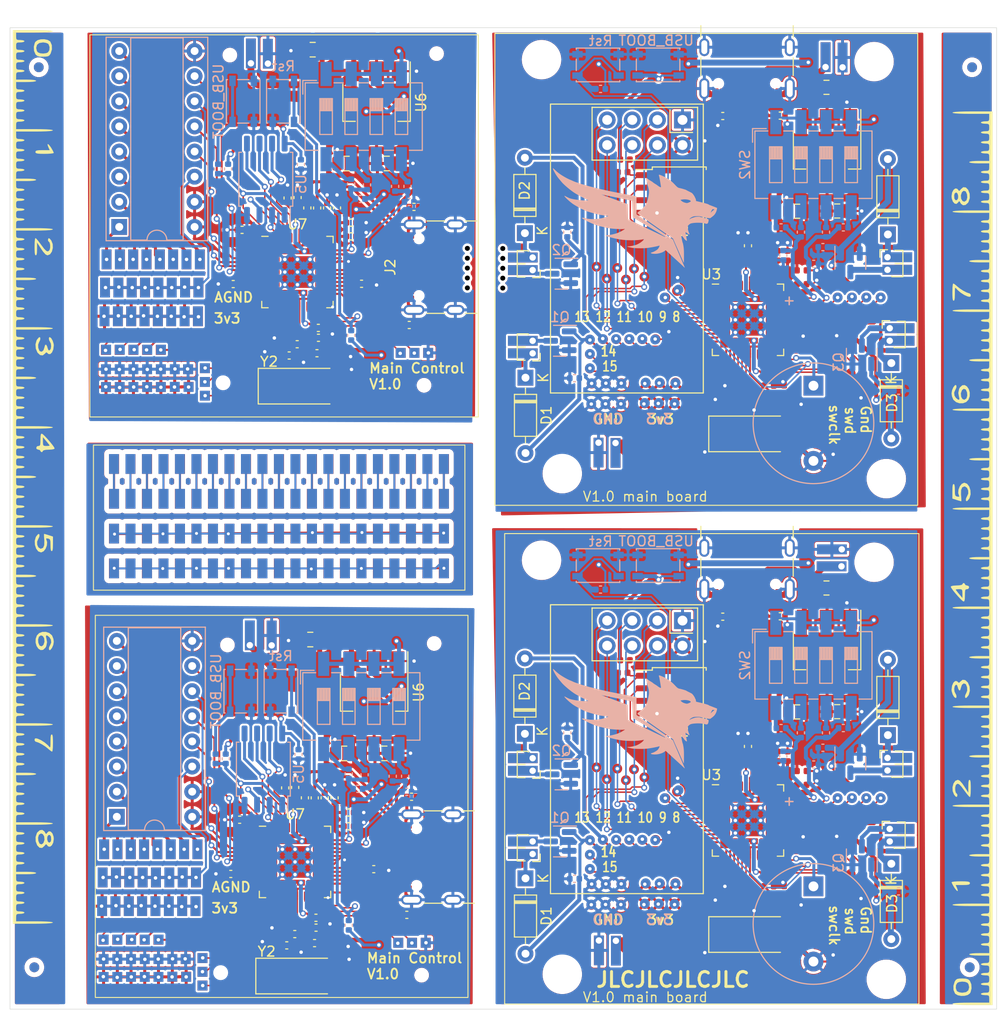
<source format=kicad_pcb>
(kicad_pcb (version 20221018) (generator pcbnew)
  (title_block (title "RP2040 Minimal Design Example") (date "2020-07-13") (rev "REV1") (company "Raspberry Pi (Trading) Ltd"))
  (layers (0 "F.Cu" signal) (31 "B.Cu" signal) (34 "B.Paste" user) (35 "F.Paste" user) (36 "B.SilkS" user "B.Silkscreen") (37 "F.SilkS" user "F.Silkscreen") (38 "B.Mask" user) (39 "F.Mask" user) (44 "Edge.Cuts" user))
  (net 0 "")
  (net 1 "GND")
  (net 2 "+3V3")
  (net 3 "Board_0-+1V1")
  (net 4 "Board_0-+3V3")
  (net 5 "Board_0-/GPIO0")
  (net 6 "Board_0-/GPIO0-2")
  (net 7 "Board_0-/GPIO1")
  (net 8 "Board_0-/GPIO1-2")
  (net 9 "Board_0-/GPIO10")
  (net 10 "Board_0-/GPIO10-2")
  (net 11 "Board_0-/GPIO11")
  (net 12 "Board_0-/GPIO11-2")
  (net 13 "Board_0-/GPIO12")
  (net 14 "Board_0-/GPIO12-2")
  (net 15 "Board_0-/GPIO13")
  (net 16 "Board_0-/GPIO13-2")
  (net 17 "Board_0-/GPIO14")
  (net 18 "Board_0-/GPIO14-2")
  (net 19 "Board_0-/GPIO15")
  (net 20 "Board_0-/GPIO15-2")
  (net 21 "Board_0-/GPIO16")
  (net 22 "Board_0-/GPIO17")
  (net 23 "Board_0-/GPIO18")
  (net 24 "Board_0-/GPIO19")
  (net 25 "Board_0-/GPIO2")
  (net 26 "Board_0-/GPIO2-2")
  (net 27 "Board_0-/GPIO20")
  (net 28 "Board_0-/GPIO22")
  (net 29 "Board_0-/GPIO23")
  (net 30 "Board_0-/GPIO24")
  (net 31 "Board_0-/GPIO25")
  (net 32 "Board_0-/GPIO26_ADC0")
  (net 33 "Board_0-/GPIO27_ADC1")
  (net 34 "Board_0-/GPIO28_ADC2")
  (net 35 "Board_0-/GPIO28_ADC2-2")
  (net 36 "Board_0-/GPIO29_ADC3")
  (net 37 "Board_0-/GPIO29_ADC3-2")
  (net 38 "Board_0-/GPIO3")
  (net 39 "Board_0-/GPIO3-2")
  (net 40 "Board_0-/GPIO4")
  (net 41 "Board_0-/GPIO4-2")
  (net 42 "Board_0-/GPIO5")
  (net 43 "Board_0-/GPIO5-2")
  (net 44 "Board_0-/GPIO6")
  (net 45 "Board_0-/GPIO7")
  (net 46 "Board_0-/GPIO8")
  (net 47 "Board_0-/GPIO8-2")
  (net 48 "Board_0-/GPIO9")
  (net 49 "Board_0-/GPIO9-2")
  (net 50 "Board_0-/Lipo")
  (net 51 "Board_0-/QSPI_SCLK")
  (net 52 "Board_0-/QSPI_SCLK2")
  (net 53 "Board_0-/QSPI_SD0")
  (net 54 "Board_0-/QSPI_SD02")
  (net 55 "Board_0-/QSPI_SD1")
  (net 56 "Board_0-/QSPI_SD12")
  (net 57 "Board_0-/QSPI_SD2")
  (net 58 "Board_0-/QSPI_SD22")
  (net 59 "Board_0-/QSPI_SD3")
  (net 60 "Board_0-/QSPI_SD32")
  (net 61 "Board_0-/QSPI_SS")
  (net 62 "Board_0-/QSPI_SS2")
  (net 63 "Board_0-/RUN")
  (net 64 "Board_0-/RUN2")
  (net 65 "Board_0-/SWCLK")
  (net 66 "Board_0-/SWCLK2")
  (net 67 "Board_0-/SWD")
  (net 68 "Board_0-/SWD2")
  (net 69 "Board_0-/USB_D+")
  (net 70 "Board_0-/USB_D+2")
  (net 71 "Board_0-/USB_D-")
  (net 72 "Board_0-/USB_D-2")
  (net 73 "Board_0-/XIN")
  (net 74 "Board_0-/XIN2")
  (net 75 "Board_0-/XOUT")
  (net 76 "Board_0-/XOUT2")
  (net 77 "Board_0-/~{USB_BOOT}")
  (net 78 "Board_0-/~{USB_BOOT}2")
  (net 79 "Board_0-1v1-2")
  (net 80 "Board_0-3v3-2")
  (net 81 "Board_0-Agnd")
  (net 82 "Board_0-GND")
  (net 83 "Board_0-Gnd2")
  (net 84 "Board_0-Net-(C19-Pad1)")
  (net 85 "Board_0-Net-(C3-Pad1)")
  (net 86 "Board_0-Net-(J1-Pin_2)")
  (net 87 "Board_0-Net-(J2-CC1)")
  (net 88 "Board_0-Net-(J2-CC2)")
  (net 89 "Board_0-Net-(J3-Pin_1)")
  (net 90 "Board_0-Net-(J4-Pin_1)")
  (net 91 "Board_0-Net-(J5-CC1)")
  (net 92 "Board_0-Net-(J5-CC2)")
  (net 93 "Board_0-Net-(J6-Pin_2)")
  (net 94 "Board_0-Net-(R10-Pad1)")
  (net 95 "Board_0-Net-(R12-Pad1)")
  (net 96 "Board_0-Net-(R27-Pad1)")
  (net 97 "Board_0-Net-(R28-Pad1)")
  (net 98 "Board_0-Net-(R29-Pad1)")
  (net 99 "Board_0-Net-(R30-Pad1)")
  (net 100 "Board_0-Net-(R8-Pad1)")
  (net 101 "Board_0-Net-(R9-Pad1)")
  (net 102 "Board_0-Net-(U3-USB_DM)")
  (net 103 "Board_0-Net-(U3-USB_DP)")
  (net 104 "Board_0-Net-(U7-USB_DM)")
  (net 105 "Board_0-Net-(U7-USB_DP)")
  (net 106 "Board_0-VBUS")
  (net 107 "Board_0-Vbus2")
  (net 108 "Board_0-ch0")
  (net 109 "Board_0-ch1")
  (net 110 "Board_0-ch2")
  (net 111 "Board_0-ch3")
  (net 112 "Board_0-ch4")
  (net 113 "Board_0-ch5")
  (net 114 "Board_0-ch6")
  (net 115 "Board_0-ch7")
  (net 116 "Board_0-unconnected-(J2-SBU1-PadA8)")
  (net 117 "Board_0-unconnected-(J2-SBU2-PadB8)")
  (net 118 "Board_0-unconnected-(J5-SBU1-PadA8)")
  (net 119 "Board_0-unconnected-(J5-SBU2-PadB8)")
  (net 120 "Board_1-+1V1")
  (net 121 "Board_1-+3V3")
  (net 122 "Board_1-/GPIO0")
  (net 123 "Board_1-/GPIO0-2")
  (net 124 "Board_1-/GPIO1")
  (net 125 "Board_1-/GPIO1-2")
  (net 126 "Board_1-/GPIO10")
  (net 127 "Board_1-/GPIO10-2")
  (net 128 "Board_1-/GPIO11")
  (net 129 "Board_1-/GPIO11-2")
  (net 130 "Board_1-/GPIO12")
  (net 131 "Board_1-/GPIO12-2")
  (net 132 "Board_1-/GPIO13")
  (net 133 "Board_1-/GPIO13-2")
  (net 134 "Board_1-/GPIO14")
  (net 135 "Board_1-/GPIO14-2")
  (net 136 "Board_1-/GPIO15")
  (net 137 "Board_1-/GPIO15-2")
  (net 138 "Board_1-/GPIO16")
  (net 139 "Board_1-/GPIO17")
  (net 140 "Board_1-/GPIO18")
  (net 141 "Board_1-/GPIO19")
  (net 142 "Board_1-/GPIO2")
  (net 143 "Board_1-/GPIO2-2")
  (net 144 "Board_1-/GPIO20")
  (net 145 "Board_1-/GPIO22")
  (net 146 "Board_1-/GPIO23")
  (net 147 "Board_1-/GPIO24")
  (net 148 "Board_1-/GPIO25")
  (net 149 "Board_1-/GPIO26_ADC0")
  (net 150 "Board_1-/GPIO27_ADC1")
  (net 151 "Board_1-/GPIO28_ADC2")
  (net 152 "Board_1-/GPIO28_ADC2-2")
  (net 153 "Board_1-/GPIO29_ADC3")
  (net 154 "Board_1-/GPIO29_ADC3-2")
  (net 155 "Board_1-/GPIO3")
  (net 156 "Board_1-/GPIO3-2")
  (net 157 "Board_1-/GPIO4")
  (net 158 "Board_1-/GPIO4-2")
  (net 159 "Board_1-/GPIO5")
  (net 160 "Board_1-/GPIO5-2")
  (net 161 "Board_1-/GPIO6")
  (net 162 "Board_1-/GPIO7")
  (net 163 "Board_1-/GPIO8")
  (net 164 "Board_1-/GPIO8-2")
  (net 165 "Board_1-/GPIO9")
  (net 166 "Board_1-/GPIO9-2")
  (net 167 "Board_1-/Lipo")
  (net 168 "Board_1-/QSPI_SCLK")
  (net 169 "Board_1-/QSPI_SCLK2")
  (net 170 "Board_1-/QSPI_SD0")
  (net 171 "Board_1-/QSPI_SD02")
  (net 172 "Board_1-/QSPI_SD1")
  (net 173 "Board_1-/QSPI_SD12")
  (net 174 "Board_1-/QSPI_SD2")
  (net 175 "Board_1-/QSPI_SD22")
  (net 176 "Board_1-/QSPI_SD3")
  (net 177 "Board_1-/QSPI_SD32")
  (net 178 "Board_1-/QSPI_SS")
  (net 179 "Board_1-/QSPI_SS2")
  (net 180 "Board_1-/RUN")
  (net 181 "Board_1-/RUN2")
  (net 182 "Board_1-/SWCLK")
  (net 183 "Board_1-/SWCLK2")
  (net 184 "Board_1-/SWD")
  (net 185 "Board_1-/SWD2")
  (net 186 "Board_1-/USB_D+")
  (net 187 "Board_1-/USB_D+2")
  (net 188 "Board_1-/USB_D-")
  (net 189 "Board_1-/USB_D-2")
  (net 190 "Board_1-/XIN")
  (net 191 "Board_1-/XIN2")
  (net 192 "Board_1-/XOUT")
  (net 193 "Board_1-/XOUT2")
  (net 194 "Board_1-/~{USB_BOOT}")
  (net 195 "Board_1-/~{USB_BOOT}2")
  (net 196 "Board_1-1v1-2")
  (net 197 "Board_1-3v3-2")
  (net 198 "Board_1-Agnd")
  (net 199 "Board_1-GND")
  (net 200 "Board_1-Gnd2")
  (net 201 "Board_1-Net-(C19-Pad1)")
  (net 202 "Board_1-Net-(C3-Pad1)")
  (net 203 "Board_1-Net-(J1-Pin_2)")
  (net 204 "Board_1-Net-(J2-CC1)")
  (net 205 "Board_1-Net-(J2-CC2)")
  (net 206 "Board_1-Net-(J3-Pin_1)")
  (net 207 "Board_1-Net-(J4-Pin_1)")
  (net 208 "Board_1-Net-(J5-CC1)")
  (net 209 "Board_1-Net-(J5-CC2)")
  (net 210 "Board_1-Net-(J6-Pin_2)")
  (net 211 "Board_1-Net-(R10-Pad1)")
  (net 212 "Board_1-Net-(R12-Pad1)")
  (net 213 "Board_1-Net-(R27-Pad1)")
  (net 214 "Board_1-Net-(R28-Pad1)")
  (net 215 "Board_1-Net-(R29-Pad1)")
  (net 216 "Board_1-Net-(R30-Pad1)")
  (net 217 "Board_1-Net-(R8-Pad1)")
  (net 218 "Board_1-Net-(R9-Pad1)")
  (net 219 "Board_1-Net-(U3-USB_DM)")
  (net 220 "Board_1-Net-(U3-USB_DP)")
  (net 221 "Board_1-Net-(U7-USB_DM)")
  (net 222 "Board_1-Net-(U7-USB_DP)")
  (net 223 "Board_1-VBUS")
  (net 224 "Board_1-Vbus2")
  (net 225 "Board_1-ch0")
  (net 226 "Board_1-ch1")
  (net 227 "Board_1-ch2")
  (net 228 "Board_1-ch3")
  (net 229 "Board_1-ch4")
  (net 230 "Board_1-ch5")
  (net 231 "Board_1-ch6")
  (net 232 "Board_1-ch7")
  (net 233 "Board_1-unconnected-(J2-SBU1-PadA8)")
  (net 234 "Board_1-unconnected-(J2-SBU2-PadB8)")
  (net 235 "Board_1-unconnected-(J5-SBU1-PadA8)")
  (net 236 "Board_1-unconnected-(J5-SBU2-PadB8)")
  (footprint "" (layer "F.Cu") (at 111.100151 54.521558)
    (fp_text reference "")
    (fp_text value "")
  )
  (footprint "" (layer "F.Cu") (at 161.238408 51.488903)
    (fp_text reference "")
    (fp_text value "")
  )
  (footprint "Capacitor_SMD:C_0402_1005Metric" (layer "F.Cu") (at 132.874821 99.333518)
    (fp_text reference "C21" hide)
    (fp_text value "100n")
  )
  (footprint "Capacitor_SMD:C_0402_1005Metric" (layer "F.Cu") (at 175.372158 105.797806)
    (fp_text reference "C7" hide)
    (fp_text value "100n")
  )
  (footprint "" (layer "F.Cu") (at 182.806593 24.01)
    (fp_text reference "")
    (fp_text value "")
  )
  (footprint "Capacitor_SMD:C_0805_2012Metric" (layer "F.Cu") (at 182.267158 38.528903)
    (fp_text reference "C4" hide)
    (fp_text value "10u")
  )
  (footprint "" (layer "F.Cu") (at 162.773408 45.168903)
    (fp_text reference "")
    (fp_text value "")
  )
  (footprint "Capacitor_SMD:C_0402_1005Metric" (layer "F.Cu") (at 135.401593 105.06)
    (fp_text reference "C31" hide)
    (fp_text value "100n")
  )
  (footprint "" (layer "F.Cu") (at 127.474593 74.66 90)
    (fp_text reference "" hide)
    (fp_text value "" hide)
  )
  (footprint "" (layer "F.Cu") (at 111.979226 108.799076 90)
    (fp_text reference "")
    (fp_text value "")
  )
  (footprint "" (layer "F.Cu") (at 142.486593 67.62)
    (fp_text reference "")
    (fp_text value "")
  )
  (footprint "Capacitor_SMD:C_0402_1005Metric" (layer "F.Cu") (at 172.242158 92.652806 90)
    (fp_text reference "C6" hide)
    (fp_text value "100n")
  )
  (footprint "" (layer "F.Cu") (at 125.806593 71.14 90)
    (fp_text reference "")
    (fp_text value "")
  )
  (footprint "" (layer "F.Cu") (at 160.023408 44.288903)
    (fp_text reference "")
    (fp_text value "")
  )
  (footprint "" (layer "F.Cu") (at 122.475151 42.071558)
    (fp_text reference "")
    (fp_text value "")
  )
  (footprint "" (layer "F.Cu") (at 162.565908 51.488903)
    (fp_text reference "")
    (fp_text value "")
  )
  (footprint "" (layer "F.Cu") (at 159.910908 102.097806)
    (fp_text reference "")
    (fp_text value "")
  )
  (footprint "" (layer "F.Cu") (at 181.762158 57.318903)
    (fp_text reference "")
    (fp_text value "")
  )
  (footprint "Capacitor_SMD:C_0402_1005Metric" (layer "F.Cu") (at 138.988593 50.052 180)
    (fp_text reference "R21" hide)
    (fp_text value "5.1k")
  )
  (footprint "" (layer "F.Cu") (at 119.134593 67.62 90)
    (fp_text reference "")
    (fp_text value "")
  )
  (footprint "" (layer "F.Cu") (at 163.089926 112.32)
    (fp_text reference "")
    (fp_text value "")
  )
  (footprint "" (layer "F.Cu") (at 183.212158 57.398903)
    (fp_text reference "")
    (fp_text value "")
  )
  (footprint "" (layer "F.Cu") (at 108.325151 56.321558 90)
    (fp_text reference "")
    (fp_text value "")
  )
  (footprint "" (layer "F.Cu") (at 135.986593 44.42)
    (fp_text reference "")
    (fp_text value "")
  )
  (footprint "" (layer "F.Cu") (at 112.462593 71.14 90)
    (fp_text reference "")
    (fp_text value "")
  )
  (footprint "" (layer "F.Cu") (at 186.653408 97.877806)
    (fp_text reference "")
    (fp_text value "")
  )
  (footprint "" (layer "F.Cu") (at 112.462593 67.62 90)
    (fp_text reference "")
    (fp_text value "")
  )
  (footprint "" (layer "F.Cu") (at 125.820593 64.1 90)
    (fp_text reference "")
    (fp_text value "")
  )
  (footprint "Capacitor_SMD:C_0402_1005Metric" (layer "F.Cu") (at 132.874821 100.723518)
    (fp_text reference "C28" hide)
    (fp_text value "100n")
  )
  (footprint "" (layer "F.Cu") (at 184.882158 55.918903)
    (fp_text reference "")
    (fp_text value "")
  )
  (footprint "Diode_THT:D_DO-35_SOD27_P7.62mm_Horizontal" (layer "F.Cu") (at 150.683408 40.768903 90)
    (fp_text reference "D2")
    (fp_text value "1N4148")
  )
  (footprint "" (layer "F.Cu") (at 157.253408 105.057806)
    (fp_text reference "")
    (fp_text value "")
  )
  (footprint "" (layer "F.Cu") (at 182.443408 104.167806 180)
    (fp_text reference "")
    (fp_text value "")
  )
  (footprint "Crystal:Crystal_SMD_5032-2Pin_5.0x3.2mm_HandSoldering" (layer "F.Cu") (at 173.827158 61.058903)
    (fp_text reference "Y1" hide)
    (fp_text value "ABLS-12.000MHZ-B4-T")
  )
  (footprint "" (layer "F.Cu") (at 110.794593 74.66 90)
    (fp_text reference "" hide)
    (fp_text value "" hide)
  )
  (footprint "" (layer "F.Cu") (at 164.248408 108.572526)
    (fp_text reference "")
    (fp_text value "")
  )
  (footprint "" (layer "F.Cu") (at 158.838408 58.053623)
    (fp_text reference "")
    (fp_text value "")
  )
  (footprint "" (layer "F.Cu") (at 111.080755 43.421558 90)
    (fp_text reference "")
    (fp_text value "")
  )
  (footprint "" (layer "F.Cu") (at 108.225952 46.271558 90)
    (fp_text reference "")
    (fp_text value "")
  )
  (footprint "Capacitor_SMD:C_0805_2012Metric" (layer "F.Cu") (at 178.217158 38.553903 180)
    (fp_text reference "C17" hide)
    (fp_text value "10u")
  )
  (footprint "" (layer "F.Cu") (at 116.226026 103.049076 90)
    (fp_text reference "")
    (fp_text value "")
  )
  (footprint "" (layer "F.Cu") (at 137.482593 67.62 90)
    (fp_text reference "" hide)
    (fp_text value "" hide)
  )
  (footprint "Capacitor_SMD:C_0402_1005Metric" (layer "F.Cu") (at 172.402158 57.958903)
    (fp_text reference "C2" hide)
    (fp_text value "27p")
  )
  (footprint "LOGO" (layer "F.Cu") (at 100.677926 65.41 -90)
    (fp_text reference "G***" hide)
    (fp_text value "LOGO" hide)
  )
  (footprint "" (layer "F.Cu") (at 161.599926 62)
    (fp_text reference "")
    (fp_text value "")
  )
  (footprint "" (layer "F.Cu") (at 159.910908 51.488903)
    (fp_text reference "")
    (fp_text value "")
  )
  (footprint "" (layer "F.Cu") (at 112.487651 56.321558)
    (fp_text reference "")
    (fp_text value "")
  )
  (footprint "" (layer "F.Cu") (at 163.053259 62)
    (fp_text reference "")
    (fp_text value "")
  )
  (footprint "" (layer "F.Cu") (at 125.806593 74.66 90)
    (fp_text reference "")
    (fp_text value "")
  )
  (footprint "Capacitor_SMD:C_0402_1005Metric" (layer "F.Cu") (at 174.242158 43.043903 -90)
    (fp_text reference "R3" hide)
    (fp_text value "27")
  )
  (footprint "Capacitor_SMD:C_0402_1005Metric" (layer "F.Cu") (at 177.242158 43.043903 90)
    (fp_text reference "C10" hide)
    (fp_text value "1u")
  )
  (footprint "Capacitor_SMD:C_0402_1005Metric" (layer "F.Cu") (at 180.697158 101.637806)
    (fp_text reference "C12" hide)
    (fp_text value "100n")
  )
  (footprint "" (layer "F.Cu") (at 111.087651 52.571558 90)
    (fp_text reference "")
    (fp_text value "")
  )
  (footprint "" (layer "F.Cu") (at 132.996593 107.42)
    (fp_text reference "")
    (fp_text value "")
  )
  (footprint "" (layer "F.Cu") (at 134.146593 67.62 90)
    (fp_text reference "" hide)
    (fp_text value "" hide)
  )
  (footprint "" (layer "F.Cu") (at 117.619547 49.171558 90)
    (fp_text reference "")
    (fp_text value "")
  )
  (footprint "" (layer "F.Cu") (at 184.882158 106.527806)
    (fp_text reference "")
    (fp_text value "")
  )
  (footprint "" (layer "F.Cu") (at 130.824593 64.1 90)
    (fp_text reference "" hide)
    (fp_text value "" hide)
  )
  (footprint "" (layer "F.Cu") (at 159.886593 112.3 180)
    (fp_text reference "")
    (fp_text value "")
  )
  (footprint "" (layer "F.Cu") (at 165.976593 63.5)
    (fp_text reference "")
    (fp_text value "")
  )
  (footprint "" (layer "F.Cu") (at 115.798593 71.14 90)
    (fp_text reference "")
    (fp_text value "")
  )
  (footprint "" (layer "F.Cu") (at 158.973408 45.358903)
    (fp_text reference "")
    (fp_text value "")
  )
  (footprint "" (layer "F.Cu") (at 108.175151 49.171558 90)
    (fp_text reference "")
    (fp_text value "")
  )
  (footprint "" (layer "F.Cu") (at 113.875151 54.521558)
    (fp_text reference "")
    (fp_text value "")
  )
  (footprint "" (layer "F.Cu") (at 113.619129 112.199076 90)
    (fp_text reference "")
    (fp_text value "")
  )
  (footprint "" (layer "F.Cu") (at 137.482593 71.14 90)
    (fp_text reference "" hide)
    (fp_text value "" hide)
  )
  (footprint "" (layer "F.Cu") (at 129.142593 71.14 90)
    (fp_text reference "")
    (fp_text value "")
  )
  (footprint "" (layer "F.Cu") (at 158.129926 61.95 180)
    (fp_text reference "")
    (fp_text value "")
  )
  (footprint "Capacitor_SMD:C_0402_1005Metric" (layer "F.Cu") (at 127.658343 51.996)
    (fp_text reference "R24" hide)
    (fp_text value "1k")
  )
  (footprint "" (layer "F.Cu") (at 110.844129 112.199076 90)
    (fp_text reference "")
    (fp_text value "")
  )
  (footprint "Package_TO_SOT_SMD:SOT-223-3_TabPin2" (layer "F.Cu") (at 181.242158 32.378903 -90)
    (fp_text reference "U1" hide)
    (fp_text value "NCP1117-3.3_SOT223")
  )
  (footprint "" (layer "F.Cu") (at 118.081629 115.436576 180)
    (fp_text reference "")
    (fp_text value "")
  )
  (footprint "" (layer "F.Cu") (at 122.470593 71.14 90)
    (fp_text reference "")
    (fp_text value "")
  )
  (footprint "" (layer "F.Cu") (at 109.126593 74.66 90)
    (fp_text reference "")
    (fp_text value "")
  )
  (footprint "" (layer "F.Cu") (at 109.575151 46.271558 90)
    (fp_text reference "" hide)
    (fp_text value "" hide)
  )
  (footprint "Crystal:Crystal_SMD_5032-2Pin_5.0x3.2mm_HandSoldering" (layer "F.Cu") (at 128.024821 115.863518)
    (fp_text reference "Y2")
    (fp_text value "ABLS-12.000MHZ-B4-T")
  )
  (footprint "Capacitor_SMD:C_0402_1005Metric" (layer "F.Cu") (at 173.242158 42.043903 90)
    (fp_text reference "C9" hide)
    (fp_text value "100n")
  )
  (footprint "" (layer "F.Cu") (at 117.376025 108.799076 90)
    (fp_text reference "")
    (fp_text value "")
  )
  (footprint "" (layer "F.Cu") (at 109.469129 114.149076)
    (fp_text reference "")
    (fp_text value "")
  )
  (footprint "" (layer "F.Cu") (at 132.478593 74.66 90)
    (fp_text reference "")
    (fp_text value "")
  )
  (footprint "" (layer "F.Cu") (at 108.386359 43.421558 90)
    (fp_text reference "")
    (fp_text value "")
  )
  (footprint "MountingHole:MountingHole_2.7mm_M2.5" (layer "F.Cu") (at 185.992158 74.037806)
    (fp_text reference "H2" hide)
    (fp_text value "MountingHole")
  )
  (footprint "" (layer "F.Cu") (at 181.086593 23.98)
    (fp_text reference "")
    (fp_text value "")
  )
  (footprint "" (layer "F.Cu") (at 116.077624 105.899076 90)
    (fp_text reference "")
    (fp_text value "")
  )
  (footprint "NPTH" (layer "F.Cu") (at 144.866593 43.304452)
    (fp_text reference "KiKit_MB_2_2" hide)
    (fp_text value "NPTH" hide)
  )
  (footprint "Connector_PinHeader_1.27mm:PinHeader_1x02_P1.27mm_Horizontal" (layer "F.Cu") (at 187.575908 50.378903)
    (fp_text reference "J4" hide)
    (fp_text value "Conn_01x02_Socket")
  )
  (footprint "Capacitor_SMD:C_0805_2012Metric" (layer "F.Cu") (at 129.225151 22.221558 180)
    (fp_text reference "C20" hide)
    (fp_text value "10u")
  )
  (footprint "Capacitor_SMD:C_0402_1005Metric" (layer "F.Cu") (at 173.222158 107.437806)
    (fp_text reference "R5" hide)
    (fp_text value "1k")
  )
  (footprint "" (layer "F.Cu") (at 122.484593 64.1 90)
    (fp_text reference "")
    (fp_text value "")
  )
  (footprint "" (layer "F.Cu") (at 161.713408 94.967806 90)
    (fp_text reference "")
    (fp_text value "")
  )
  (footprint "Capacitor_SMD:C_0402_1005Metric" (layer "F.Cu") (at 169.427158 82.967806 180)
    (fp_text reference "C5" hide)
    (fp_text value "100n")
  )
  (footprint "Connector_PinHeader_1.27mm:PinHeader_1x02_P1.27mm_Horizontal" (layer "F.Cu") (at 187.575908 100.987806)
    (fp_text reference "J4" hide)
    (fp_text value "Conn_01x02_Socket")
  )
  (footprint "" (layer "F.Cu") (at 180.993408 104.167806 180)
    (fp_text reference "")
    (fp_text value "")
  )
  (footprint "" (layer "F.Cu") (at 162.898408 55.913623)
    (fp_text reference "")
    (fp_text value "")
  )
  (footprint "" (layer "F.Cu") (at 164.506592 62)
    (fp_text reference "")
    (fp_text value "")
  )
  (footprint "" (layer "F.Cu") (at 184.672158 57.418903)
    (fp_text reference "")
    (fp_text value "")
  )
  (footprint "" (layer "F.Cu") (at 135.606593 107.42)
    (fp_text reference "")
    (fp_text value "")
  )
  (footprint "Connector_USB:USB_C_Receptacle_GCT_USB4105-xx-A_16P_TopMnt_Horizontal" (layer "F.Cu") (at 173.147158 73.657806 180)
    (fp_text reference "J5" hide)
    (fp_text value "USB_C_Receptacle_USB2.0")
  )
  (footprint "Capacitor_SMD:C_0402_1005Metric" (layer "F.Cu") (at 166.757158 50.728903 180)
    (fp_text reference "C13" hide)
    (fp_text value "100n")
  )
  (footprint "MountingHole:MountingHole_2.7mm_M2.5" (layer "F.Cu") (at 119.921071 115.521518)
    (fp_text reference "H4" hide)
    (fp_text value "MountingHole")
  )
  (footprint "" (layer "F.Cu") (at 120.816593 64.1 90)
    (fp_text reference "" hide)
    (fp_text value "" hide)
  )
  (footprint "" (layer "F.Cu") (at 158.873408 55.968903)
    (fp_text reference "")
    (fp_text value "")
  )
  (footprint "" (layer "F.Cu") (at 117.466593 71.14 90)
    (fp_text reference "" hide)
    (fp_text value "" hide)
  )
  (footprint "" (layer "F.Cu") (at 112.487651 54.521558)
    (fp_text reference "")
    (fp_text value "")
  )
  (footprint "Capacitor_SMD:C_0402_1005Metric" (layer "F.Cu") (at 138.745071 109.679518 180)
    (fp_text reference "R21" hide)
    (fp_text value "5.1k")
  )
  (footprint "" (layer "F.Cu") (at 118.325151 54.421558 180)
    (fp_text reference "")
    (fp_text value "")
  )
  (footprint "Capacitor_SMD:C_0402_1005Metric" (layer "F.Cu") (at 170.692158 28.928903)
    (fp_text reference "R7" hide)
    (fp_text value "5.1k")
  )
  (footprint "Capacitor_SMD:C_0402_1005Metric" (layer "F.Cu") (at 173.242158 92.652806 90)
    (fp_text reference "C9" hide)
    (fp_text value "100n")
  )
  (footprint "" (layer "F.Cu") (at 158.973408 95.967806)
    (fp_text reference "")
    (fp_text value "")
  )
  (footprint "" (layer "F.Cu") (at 161.636593 112.32)
    (fp_text reference "")
    (fp_text value "")
  )
  (footprint "" (layer "F.Cu") (at 116.675151 56.296558)
    (fp_text reference "")
    (fp_text value "")
  )
  (footprint "" (layer "F.Cu") (at 114.971947 46.271558 90)
    (fp_text reference "")
    (fp_text value "")
  )
  (footprint "" (layer "F.Cu") (at 110.794593 67.62 90)
    (fp_text reference "" hide)
    (fp_text value "" hide)
  )
  (footprint "Capacitor_SMD:C_0402_1005Metric" (layer "F.Cu") (at 131.683343 38.221 90)
    (fp_text reference "C27" hide)
    (fp_text value "1u")
  )
  (footprint "" (layer "F.Cu") (at 164.338408 106.512526)
    (fp_text reference "")
    (fp_text value "")
  )
  (footprint "" (layer "F.Cu") (at 117.670348 46.271558 90)
    (fp_text reference "")
    (fp_text value "")
  )
  (footprint "" (layer "F.Cu") (at 125.806593 67.62 90)
    (fp_text reference "")
    (fp_text value "")
  )
  (footprint "" (layer "F.Cu") (at 135.828593 64.1 90)
    (fp_text reference "")
    (fp_text value "")
  )
  (footprint "" (layer "F.Cu") (at 136.146593 48.03)
    (fp_text reference "")
    (fp_text value "")
  )
  (footprint "" (layer "F.Cu") (at 113.631629 115.949076)
    (fp_text reference "")
    (fp_text value "")
  )
  (footprint "" (layer "F.Cu") (at 160.443408 106.547806)
    (fp_text reference "")
    (fp_text value "")
  )
  (footprint "" (layer "F.Cu") (at 109.140593 64.1 90)
    (fp_text reference "")
    (fp_text value "")
  )
  (footprint "Connector_PinHeader_1.27mm:PinHeader_1x02_P1.27mm_Horizontal" (layer "F.Cu") (at 151.468408 103.527806 180)
    (fp_text reference "J1" hide)
    (fp_text value "Conn_01x02_Socket" hide)
  )
  (footprint "NPTH" (layer "F.Cu") (at 144.866593 42.304452)
    (fp_text reference "KiKit_MB_2_1" hide)
    (fp_text value "NPTH" hide)
  )
  (footprint "MountingHole:MountingHole_2.7mm_M2.5" (layer "F.Cu") (at 152.367158 23.228903)
    (fp_text reference "H1" hide)
    (fp_text value "MountingHole")
  )
  (footprint "" (layer "F.Cu") (at 164.338408 55.903623)
    (fp_text reference "")
    (fp_text value "")
  )
  (footprint "" (layer "F.Cu") (at 116.026823 108.799076 90)
    (fp_text reference "")
    (fp_text value "")
  )
  (footprint "Capacitor_SMD:C_0402_1005Metric" (layer "F.Cu") (at 167.643408 95.867806 180)
    (fp_text reference "C11" hide)
    (fp_text value "100n")
  )
  (footprint "" (layer "F.Cu") (at 158.583408 51.488903)
    (fp_text reference "")
    (fp_text value "")
  )
  (footprint "" (layer "F.Cu") (at 117.576026 103.049076 90)
    (fp_text reference "")
    (fp_text value "")
  )
  (footprint "" (layer "F.Cu") (at 114.878827 103.049076 90)
    (fp_text reference "")
    (fp_text value "")
  )
  (footprint "Capacitor_SMD:C_0805_2012Metric" (layer "F.Cu") (at 136.718343 33.726)
    (fp_text reference "C22" hide)
    (fp_text value "10u")
  )
  (footprint "" (layer "F.Cu") (at 122.231629 101.699076)
    (fp_text reference "")
    (fp_text value "")
  )
  (footprint "Capacitor_SMD:C_0402_1005Metric" (layer "F.Cu") (at 176.503408 79.497806 180)
    (fp_text reference "R6" hide)
    (fp_text value "5.1k")
  )
  (footprint "" (layer "F.Cu") (at 182.303408 97.877806)
    (fp_text reference "")
    (fp_text value "")
  )
  (footprint "" (layer "F.Cu") (at 182.303408 47.268903)
    (fp_text reference "")
    (fp_text value "")
  )
  (footprint "Connector_PinHeader_1.27mm:PinHeader_1x02_P1.27mm_Horizontal" (layer "F.Cu") (at 151.468408 95.112806 180)
    (fp_text reference "J3" hide)
    (fp_text value "Conn_01x02_Socket")
  )
  (footprint "" (layer "F.Cu") (at 108.142837 103.049076 90)
    (fp_text reference "")
    (fp_text value "")
  )
  (footprint "Fiducial" (layer "F.Cu") (at 195.666593 114.98)
    (fp_text reference "KiKit_FID_T_4" hide)
    (fp_text value "Fiducial" hide)
  )
  (footprint "" (layer "F.Cu") (at 166.073408 97.217806)
    (fp_text reference "")
    (fp_text value "")
  )
  (footprint "NPTH" (layer "F.Cu") (at 144.866593 46.304451)
    (fp_text reference "KiKit_MB_2_5" hide)
    (fp_text value "NPTH" hide)
  )
  (footprint "" (layer "F.Cu") (at 164.248408 57.963623)
    (fp_text reference "")
    (fp_text value "")
  )
  (footprint "" (layer "F.Cu") (at 140.818593 67.62 90)
    (fp_text reference "" hide)
    (fp_text value "" hide)
  )
  (footprint "" (layer "F.Cu") (at 186.653408 47.268903)
    (fp_text reference "")
    (fp_text value "")
  )
  (footprint "" (layer "F.Cu") (at 132.478593 71.14 90)
    (fp_text reference "")
    (fp_text value "")
  )
  (footprint "" (layer "F.Cu") (at 158.583408 102.097806)
    (fp_text reference "")
    (fp_text value "")
  )
  (footprint "" (layer "F.Cu") (at 110.856629 114.149076)
    (fp_text reference "")
    (fp_text value "")
  )
  (footprint "Capacitor_SMD:C_0402_1005Metric" (layer "F.Cu") (at 134.168343 45.886)
    (fp_text reference "C31" hide)
    (fp_text value "100n")
  )
  (footprint "Connector_USB:USB_C_Receptacle_GCT_USB4105-xx-A_16P_TopMnt_Horizontal" (layer "F.Cu") (at 142.573593 44.208 90)
    (fp_text reference "J2")
    (fp_text value "USB_C_Receptacle_USB2.0")
  )
  (footprint "NPTH" (layer "F.Cu") (at 148.446593 45.32)
    (fp_text reference "KiKit_MB_2_4" hide)
    (fp_text value "NPTH" hide)
  )
  (footprint "" (layer "F.Cu") (at 160.443408 55.938903)
    (fp_text reference "")
    (fp_text value "")
  )
  (footprint "" (layer "F.Cu") (at 139.269129 112.499076 -90)
    (fp_text reference "")
    (fp_text value "")
  )
  (footprint "" (layer "F.Cu") (at 163.893408 51.488903)
    (fp_text reference "")
    (fp_text value "")
  )
  (footprint "Capacitor_SMD:C_0402_1005Metric" (layer "F.Cu") (at 175.212158 108.347806)
    (fp_text reference "C3" hide)
    (fp_text value "27p")
  )
  (footprint "RP2040_minimal:RP2040-QFN-56" (layer "F.Cu") (at 127.683343 44.701)
    (fp_text reference "U7")
    (fp_text value "RP2040")
  )
  (footprint "" (layer "F.Cu") (at 165.996593 112.32)
    (fp_text reference "")
    (fp_text value "")
  )
  (footprint "Capacitor_SMD:C_0805_2012Metric" (layer "F.Cu") (at 182.267158 89.137806)
    (fp_text reference "C4" hide)
    (fp_text value "10u")
  )
  (footprint "" (layer "F.Cu") (at 142.500593 64.1)
    (fp_text reference "")
    (fp_text value "")
  )
  (footprint "" (layer "F.Cu") (at 113.571947 49.171558 90)
    (fp_text reference "")
    (fp_text value "")
  )
  (footprint "Fiducial" (layer "F.Cu") (at 195.906593 24)
    (fp_text reference "KiKit_FID_T_2" hide)
    (fp_text value "Fiducial" hide)
  )
  (footprint "" (layer "F.Cu") (at 130.810593 67.62 90)
    (fp_text reference "" hide)
    (fp_text value "" hide)
  )
  (footprint "" (layer "F.Cu") (at 113.875151 56.321558)
    (fp_text reference "")
    (fp_text value "")
  )
  (footprint "Capacitor_SMD:C_0402_1005Metric" (layer "F.Cu") (at 178.677158 45.928903)
    (fp_text reference "C15" hide)
    (fp_text value "100n")
  )
  (footprint "" (layer "F.Cu") (at 164.499926 113.76)
    (fp_text reference "")
    (fp_text value "")
  )
  (footprint "Capacitor_SMD:C_0402_1005Metric" (layer "F.Cu") (at 178.677158 95.137806)
    (fp_text reference "C16" hide)
    (fp_text value "100n")
  )
  (footprint "" (layer "F.Cu") (at 137.482593 74.66 90)
    (fp_text reference "" hide)
    (fp_text value "" hide)
  )
  (footprint "" (layer "F.Cu") (at 114.728425 105.899076 90)
    (fp_text reference "")
    (fp_text value "")
  )
  (footprint "" (layer "F.Cu") (at 109.331629 105.899076 90)
    (fp_text reference "" hide)
    (fp_text value "" hide)
  )
  (footprint "" (layer "F.Cu") (at 157.253408 102.137806)
    (fp_text reference "")
    (fp_text value "")
  )
  (footprint "" (layer "F.Cu") (at 115.275151 56.321558)
    (fp_text reference "")
    (fp_text value "")
  )
  (footprint "" (layer "F.Cu") (at 107.98243 105.899076 90)
    (fp_text reference "")
    (fp_text value "")
  )
  (footprint "" (layer "F.Cu") (at 185.203408 97.877806)
    (fp_text reference "")
    (fp_text value "")
  )
  (footprint "Capacitor_SMD:C_0402_1005Metric" (layer "F.Cu") (at 129.798343 50.346)
    (fp_text reference "C24" hide)
    (fp_text value "100n")
  )
  (footprint "Package_SO:SOIC-8_5.23x5.23mm_P1.27mm" (layer "F.Cu") (at 166.292158 36.803903)
    (fp_text reference "U2")
    (fp_text value "W25Q128JVS")
  )
  (footprint "" (layer "F.Cu") (at 122.866593 82.42 90)
    (fp_text reference "")
    (fp_text value "")
  )
  (footprint "Capacitor_SMD:C_0402_1005Metric" (layer "F.Cu") (at 178.677158 44.528903)
    (fp_text reference "C16" hide)
    (fp_text value "100n")
  )
  (footprint "" (layer "F.Cu") (at 157.923408 94.767806)
    (fp_text reference "")
    (fp_text value "")
  )
  (footprint "" (layer "F.Cu") (at 120.802593 67.62 90)
    (fp_text reference "" hide)
    (fp_text value "" hide)
  )
  (footprint "" (layer "F.Cu") (at 115.812593 64.1 90)
    (fp_text reference "")
    (fp_text value "")
  )
  (footprint "Diode_THT:D_DO-35_SOD27_P7.62mm_Horizontal" (layer "F.Cu") (at 187.392158 91.507806 90)
    (fp_text reference "D4" hide)
    (fp_text value "1N4148")
  )
  (footprint "Capacitor_SMD:C_0402_1005Metric" (layer "F.Cu") (at 127.414821 111.623518)
    (fp_text reference "R24" hide)
    (fp_text value "1k")
  )
  (footprint "" (layer "F.Cu") (at 134.286593 107.44)
    (fp_text reference "")
    (fp_text value "")
  )
  (footprint "" (layer "F.Cu") (at 124.138593 71.14 90)
    (fp_text reference "" hide)
    (fp_text value "" hide)
  )
  (footprint "MountingHole:MountingHole_2.7mm_M2.5" (layer "F.Cu") (at 141.754593 22.62)
    (fp_text reference "H2" hide)
    (fp_text value "MountingHole")
  )
  (footprint "" (layer "F.Cu") (at 158.838408 108.662526)
    (fp_text reference "")
    (fp_text value "")
  )
  (footprint "" (layer "F.Cu") (at 134.496593 43.94)
    (fp_text reference "")
    (fp_text value "")
  )
  (footprint "" (layer "F.Cu") (at 107.931629 108.799076 90)
    (fp_text reference "")
    (fp_text value "")
  )
  (footprint "" (layer "F.Cu") (at 135.814593 67.62 90)
    (fp_text reference "")
    (fp_text value "")
  )
  (footprint "" (layer "F.Cu") (at 110.856629 115.949076)
    (fp_text reference "")
    (fp_text value "")
  )
  (footprint "" (layer "F.Cu") (at 112.427953 43.421558 90)
    (fp_text reference "")
    (fp_text value "")
  )
  (footprint "Capacitor_SMD:C_0402_1005Metric" (layer "F.Cu") (at 129.678343 38.226 -90)
    (fp_text reference "R26" hide)
    (fp_text value "27")
  )
  (footprint "" (layer "F.Cu") (at 129.142593 74.66 90)
    (fp_text reference "")
    (fp_text value "")
  )
  (footprint "" (layer "F.Cu") (at 162.773408 95.777806)
    (fp_text reference "")
    (fp_text value "")
  )
  (footprint "MountingHole:MountingHole_2.7mm_M2.5" (layer "F.Cu") (at 154.463408 115.687806)
    (fp_text reference "H4" hide)
    (fp_text value "MountingHole")
  )
  (footprint "Capacitor_SMD:C_0402_1005Metric" (layer "F.Cu") (at 127.454821 96.798518 90)
    (fp_text reference "C26" hide)
    (fp_text value "100n")
  )
  (footprint "" (layer "F.Cu") (at 185.203408 47.268903)
    (fp_text reference "")
    (fp_text value "")
  )
  (footprint "" (layer "F.Cu") (at 112.030027 105.899076 90)
    (fp_text reference "")
    (fp_text value "")
  )
  (footprint "" (layer "F.Cu") (at 138.125151 52.871558 -90)
    (fp_text reference "")
    (fp_text value "")
  )
  (footprint "Capacitor_SMD:C_0402_1005Metric" (layer "F.Cu") (at 172.402158 108.567806)
    (fp_text reference "C2" hide)
    (fp_text value "27p")
  )
  (footprint "" (layer "F.Cu") (at 157.433408 106.587806)
    (fp_text reference "")
    (fp_text value "")
  )
  (footprint "" (layer "F.Cu") (at 113.328425 108.799076 90)
    (fp_text reference "")
    (fp_text value "")
  )
  (footprint "Connector_USB:USB_C_Receptacle_GCT_USB4105-xx-A_16P_TopMnt_Horizontal" (layer "F.Cu") (at 173.147158 23.048903 180)
    (fp_text reference "J5" hide)
    (fp_text value "USB_C_Receptacle_USB2.0")
  )
  (footprint "" (layer "F.Cu") (at 119.134593 74.66 90)
    (fp_text reference "")
    (fp_text value "")
  )
  (footprint "" (layer "F.Cu") (at 116.625151 54.521558)
    (fp_text reference "")
    (fp_text value "")
  )
  (footprint "Package_TO_SOT_SMD:SOT-223-3_TabPin2" (layer "F.Cu") (at 135.683343 27.556 -90)
    (fp_text reference "U6")
    (fp_text value "NCP1117-3.3_SOT223")
  )
  (footprint "" (layer "F.Cu") (at 163.026593 63.5)
    (fp_text reference "")
    (fp_text value "")
  )
  (footprint "Capacitor_SMD:C_0402_1005Metric" (layer "F.Cu") (at 129.434821 97.853518 -90)
    (fp_text reference "R26" hide)
    (fp_text value "27")
  )
  (footprint "" (layer "F.Cu") (at 158.873408 106.577806)
    (fp_text reference "")
    (fp_text value "")
  )
  (footprint "" (layer "F.Cu") (at 134.686593 48.07)
    (fp_text reference "")
    (fp_text value "")
  )
  (footprint "Diode_THT:D_DO-35_SOD27_P7.62mm_Horizontal" (layer "F.Cu") (at 187.737408 53.902903 -90)
    (fp_text reference "D3")
    (fp_text value "1N4148")
  )
  (footprint "Capacitor_SMD:C_0402_1005Metric" (layer "F.Cu") (at 129.414821 112.533518)
    (fp_text reference "C19" hide)
    (fp_text value "27p")
  )
  (footprint "" (layer "F.Cu") (at 116.321146 46.271558 90)
    (fp_text reference "")
    (fp_text value "")
  )
  (footprint "" (layer "F.Cu") (at 163.046593 113.76)
    (fp_text reference "")
    (fp_text value "")
  )
  (footprint "" (layer "F.Cu") (at 113.775151 43.421558 90)
    (fp_text reference "")
    (fp_text value "")
  )
  (footprint "Capacitor_SMD:C_0402_1005Metric" (layer "F.Cu") (at 176.242158 43.043903 90)
    (fp_text reference "C8" hide)
    (fp_text value "1u")
  )
  (footprint "" (layer "F.Cu") (at 129.156593 64.1 90)
    (fp_text reference "")
    (fp_text value "")
  )
  (footprint "Package_SO:SOIC-8_5.23x5.23mm_P1.27mm" (layer "F.Cu") (at 166.292158 87.412806)
    (fp_text reference "U2")
    (fp_text value "W25Q128JVS")
  )
  (footprint "Capacitor_SMD:C_0805_2012Metric" (layer "F.Cu") (at 136.474821 93.353518)
    (fp_text reference "C22" hide)
    (fp_text value "10u")
  )
  (footprint "" (layer "F.Cu") (at 164.548727 63.5)
    (fp_text reference "")
    (fp_text value "")
  )
  (footprint "" (layer "F.Cu") (at 112.222748 49.171558 90)
    (fp_text reference "")
    (fp_text value "")
  )
  (footprint "Diode_THT:D_DO-35_SOD27_P7.62mm_Horizontal" (layer "F.Cu") (at 187.392158 40.898903 90)
    (fp_text reference "D4" hide)
    (fp_text value "1N4148")
  )
  (footprint "" (layer "F.Cu") (at 114.130593 67.62 90)
    (fp_text reference "" hide)
    (fp_text value "" hide)
  )
  (footprint "" (layer "F.Cu") (at 135.696593 103.92)
    (fp_text reference "")
    (fp_text value "")
  )
  (footprint "Fiducial" (layer "F.Cu") (at 101.076593 114.98)
    (fp_text reference "KiKit_FID_T_3" hide)
    (fp_text value "Fiducial" hide)
  )
  (footprint "" (layer "F.Cu") (at 113.631629 114.149076)
    (fp_text reference "")
    (fp_text value "")
  )
  (footprint "" (layer "F.Cu") (at 115.031629 114.149076)
    (fp_text reference "")
    (fp_text value "")
  )
  (footprint "" (layer "F.Cu") (at 109.490035 103.049076 90)
    (fp_text reference "")
    (fp_text value "")
  )
  (footprint "" (layer "F.Cu") (at 109.126593 71.14 90)
    (fp_text reference "")
    (fp_text value "")
  )
  (footprint "" (layer "F.Cu") (at 157.253408 51.528903)
    (fp_text reference "")
    (fp_text value "")
  )
  (footprint "" (layer "F.Cu") (at 110.808593 64.1 90)
    (fp_text reference "" hide)
    (fp_text value "" hide)
  )
  (footprint "Capacitor_SMD:C_0402_1005Metric" (layer "F.Cu") (at 128.683343 38.221 -90)
    (fp_text reference "R25" hide)
    (fp_text value "27")
  )
  (footprint "" (layer "F.Cu") (at 109.280828 108.799076 90)
    (fp_text reference "" hide)
    (fp_text value "" hide)
  )
  (footprint "" (layer "F.Cu") (at 112.475151 52.571558 90)
    (fp_text reference "")
    (fp_text value "")
  )
  (footprint "" (layer "F.Cu") (at 116.270345 49.171558 90)
    (fp_text reference "")
    (fp_text value "")
  )
  (footprint "" (layer "F.Cu") (at 115.798593 67.62 90)
    (fp_text reference "")
    (fp_text value "")
  )
  (footprint "" (layer "F.Cu") (at 111.100151 56.321558)
    (fp_text reference "")
    (fp_text value "")
  )
  (footprint "Capacitor_SMD:C_0402_1005Metric" (layer "F.Cu") (at 174.242158 93.652806 -90)
    (fp_text reference "R3" hide)
    (fp_text value "27")
  )
  (footprint "Capacitor_SMD:C_0402_1005Metric" (layer "F.Cu") (at 160.582408 34.598903)
    (fp_text reference "R2" hide)
    (fp_text value "DNF")
  )
  (footprint "" (layer "F.Cu") (at 137.496593 64.1 90)
    (fp_text reference "" hide)
    (fp_text value "" hide)
  )
  (footprint "" (layer "F.Cu") (at 118.325151 57.196558 180)
    (fp_text reference "")
    (fp_text value "")
  )
  (footprint "" (layer "F.Cu") (at 108.312651 52.571558 90)
    (fp_text reference "")
    (fp_text value "")
  )
  (footprint "" (layer "F.Cu") (at 121.025151 41.671558)
    (fp_text reference "")
    (fp_text value "")
  )
  (footprint "Capacitor_SMD:C_0402_1005Metric" (layer "F.Cu") (at 176.503408 28.888903 180)
    (fp_text reference "R6" hide)
    (fp_text value "5.1k")
  )
  (footprint "" (layer "F.Cu") (at 112.244129 114.149076)
    (fp_text reference "")
    (fp_text value "")
  )
  (footprint "" (layer "F.Cu") (at 127.474593 71.14 90)
    (fp_text reference "" hide)
    (fp_text value "" hide)
  )
  (footprint "" (layer "F.Cu") (at 118.081629 114.049076 180)
    (fp_text reference "")
    (fp_text value "")
  )
  (footprint "Capacitor_SMD:C_0402_1005Metric" (layer "F.Cu") (at 126.604821 112.763518)
    (fp_text reference "C18" hide)
    (fp_text value "27p")
  )
  (footprint "" (layer "F.Cu") (at 162.898408 106.522526)
    (fp_text reference "")
    (fp_text value "")
  )
  (footprint "Capacitor_SMD:C_0402_1005Metric" (layer "F.Cu") (at 121.841071 100.063518 180)
    (fp_text reference "C30" hide)
    (fp_text value "100n")
  )
  (footprint "RF_Module:nRF24L01_Breakout" (layer "F.Cu") (at 166.623408 29.323623 -90)
    (fp_text reference "U4" hide)
    (fp_text value "NRF24L01_Breakout")
  )
  (footprint "" (layer "F.Cu") (at 162.808408 108.582526)
    (fp_text reference "")
    (fp_text value "")
  )
  (footprint "" (layer "F.Cu") (at 140.656629 112.499076 -90)
    (fp_text reference "")
    (fp_text value "")
  )
  (footprint "RP2040_minimal:RP2040-QFN-56" (layer "F.Cu") (at 173.242158 100.137806)
    (fp_text reference "U3")
    (fp_text value "RP2040")
  )
  (footprint "MountingHole:MountingHole_2.7mm_M2.5" (layer "F.Cu") (at 141.511071 82.247518)
    (fp_text reference "H2" hide)
    (fp_text value "MountingHole")
  )
  (footprint "Capacitor_SMD:C_0402_1005Metric" (layer "F.Cu") (at 131.439821 97.848518 90)
    (fp_text reference "C27" hide)
    (fp_text value "1u")
  )
  (footprint "" (layer "F.Cu") (at 122.470593 67.62 90)
    (fp_text reference "")
    (fp_text value "")
  )
  (footprint "" (layer "F.Cu") (at 120.802593 71.14 90)
    (fp_text reference "" hide)
    (fp_text value "" hide)
  )
  (footprint "" (layer "F.Cu") (at 129.142593 67.62 90)
    (fp_text reference "")
    (fp_text value "")
  )
  (footprint "" (layer "F.Cu") (at 112.476593 64.1 90)
    (fp_text reference "")
    (fp_text value "")
  )
  (footprint "Capacitor_SMD:C_0402_1005Metric" (layer "F.Cu") (at 167.643408 45.258903 180)
    (fp_text reference "C11" hide)
    (fp_text value "100n")
  )
  (footprint "Connector_PinHeader_1.27mm:PinHeader_1x02_P1.27mm_Horizontal" (layer "F.Cu") (at 151.468408 44.503903 180)
    (fp_text reference "J3" hide)
    (fp_text value "Conn_01x02_Socket")
  )
  (footprint "" (layer "F.Cu") (at 182.696593 74.45 90)
    (fp_text reference "")
    (fp_text value "")
  )
  (footprint "Capacitor_SMD:C_0402_1005Metric" (layer "F.Cu") (at 175.242158 43.043903 -90)
    (fp_text reference "R4" hide)
    (fp_text value "27")
  )
  (footprint "" (layer "F.Cu") (at 183.622158 54.948903 180)
    (fp_text reference "")
    (fp_text value "")
  )
  (footprint "" (layer "F.Cu") (at 133.716593 104.39)
    (fp_text reference "")
    (fp_text value "")
  )
  (footprint "" (layer "F.Cu") (at 164.883408 97.887806)
    (fp_text reference "")
    (fp_text value "")
  )
  (footprint "" (layer "F.Cu") (at 124.138593 74.66 90)
    (fp_text reference "" hide)
    (fp_text value "" hide)
  )
  (footprint "" (layer "F.Cu") (at 109.733557 43.421558 90)
    (fp_text reference "")
    (fp_text value "")
  )
  (footprint "Capacitor_SMD:C_0402_1005Metric" (layer "F.Cu") (at 129.808343 51.346)
    (fp_text reference "C29" hide)
    (fp_text value "100n")
  )
  (footprint "" (layer "F.Cu") (at 157.253408 103.597806)
    (fp_text reference "")
    (fp_text value "")
  )
  (footprint "" (layer "F.Cu") (at 124.138593 67.62 90)
    (fp_text reference "" hide)
    (fp_text value "" hide)
  )
  (footprint "" (layer "F.Cu") (at 113.379226 105.899076 90)
    (fp_text reference "")
    (fp_text value "")
  )
  (footprint "" (layer "F.Cu") (at 120.802593 74.66 90)
    (fp_text reference "" hide)
    (fp_text value "" hide)
  )
  (footprint "" (layer "F.Cu") (at 109.456629 112.199076 90)
    (fp_text reference "")
    (fp_text value "")
  )
  (footprint "" (layer "F.Cu") (at 109.469129 115.949076)
    (fp_text reference "")
    (fp_text value "")
  )
  (footprint "" (layer "F.Cu") (at 140.832593 64.1 90)
    (fp_text reference "" hide)
    (fp_text value "" hide)
  )
  (footprint "" (layer "F.Cu") (at 135.814593 74.66 90)
    (fp_text reference "")
    (fp_text value "")
  )
  (footprint "" (layer "F.Cu") (at 184.672158 108.027806)
    (fp_text reference "")
    (fp_text value "")
  )
  (footprint "Capacitor_SMD:C_0402_1005Metric" (layer "F.Cu") (at 133.118343 39.706)
    (fp_text reference "C21" hide)
    (fp_text value "100n")
  )
  (footprint "" (layer "F.Cu") (at 116.381629 114.149076)
    (fp_text reference "")
    (fp_text value "")
  )
  (footprint "Capacitor_SMD:C_0402_1005Metric" (layer "F.Cu") (at 170.692158 79.537806)
    (fp_text reference "R7" hide)
    (fp_text value "5.1k")
  )
  (footprint "MountingHole:MountingHole_2.7mm_M2.5" (layer "F.Cu") (at 187.229408 116.195806)
    (fp_text reference "H3" hide)
    (fp_text value "MountingHole")
  )
  (footprint "" (layer "F.Cu") (at 157.253408 54.448903)
    (fp_text reference "")
    (fp_text value "")
  )
  (footprint "Capacitor_SMD:C_0402_1005Metric" (layer "F.Cu") (at 121.188343 45.916 180)
    (fp_text reference "C32" hide)
    (fp_text value "100n")
  )
  (footprint "MountingHole:MountingHole_2.7mm_M2.5" (layer "F.Cu") (at 185.992158 23.428903)
    (fp_text reference "H2" hide)
    (fp_text value "MountingHole")
  )
  (footprint "" (layer "F.Cu") (at 164.883408 47.278903)
    (fp_text reference "")
    (fp_text value "")
  )
  (footprint "" (layer "F.Cu") (at 115.798593 74.66 90)
    (fp_text reference "")
    (fp_text value "")
  )
  (footprint "" (layer "F.Cu") (at 109.700151 52.571558 90)
    (fp_text reference "")
    (fp_text value "")
  )
  (footprint "Capacitor_SMD:C_0402_1005Metric" (layer "F.Cu") (at 160.813408 33.328903 180)
    (fp_text reference "R1" hide)
    (fp_text value "1k")
  )
  (footprint "" (layer "F.Cu") (at 158.166593 112.27 180)
    (fp_text reference "")
    (fp_text value "")
  )
  (footprint "NPTH" (layer "F.Cu") (at 148.446593 46.32)
    (fp_text reference "KiKit_MB_2_5" hide)
    (fp_text value "NPTH" hide)
  )
  (footprint "Diode_THT:D_DO-35_SOD27_P7.62mm_Horizontal" (layer "F.Cu") (at 150.683408 91.377806 90)
    (fp_text reference "D2")
    (fp_text value "1N4148")
  )
  (footprint "" (layer "F.Cu") (at 157.923408 44.158903)
    (fp_text reference "")
    (fp_text value "")
  )
  (footprint "" (layer "F.Cu") (at 109.52435 49.171558 90)
    (fp_text reference "" hide)
    (fp_text value "" hide)
  )
  (footprint "" (layer "F.Cu") (at 115.122349 43.421558 90)
    (fp_text reference "")
    (fp_text value "")
  )
  (footprint "" (layer "F.Cu") (at 108.069129 112.199076 90)
    (fp_text reference "")
    (fp_text value "")
  )
  (footprint "Package_TO_SOT_SMD:SOT-223-3_TabPin2" (layer "F.Cu") (at 181.242158 82.987806 -90)
    (fp_text reference "U1" hide)
    (fp_text value "NCP1117-3.3_SOT223")
  )
  (footprint "Capacitor_SMD:C_0402_1005Metric" (layer "F.Cu") (at 139.225071 97.741518)
    (fp_text reference "R22" hide)
    (fp_text value "5.1k")
  )
  (footprint "Capacitor_SMD:C_0402_1005Metric" (layer "F.Cu") (at 122.084593 40.436 180)
    (fp_text reference "C30" hide)
    (fp_text value "100n")
  )
  (footprint "" (layer "F.Cu") (at 140.818593 71.14 90)
    (fp_text reference "" hide)
    (fp_text value "" hide)
  )
  (footprint "" (layer "F.Cu") (at 112.184431 103.049076 90)
    (fp_text reference "")
    (fp_text value "")
  )
  (footprint "" (layer "F.Cu") (at 117.466593 74.66 90)
    (fp_text reference "" hide)
    (fp_text value "" hide)
  )
  (footprint "" (layer "F.Cu") (at 142.486593 74.66)
    (fp_text reference "")
    (fp_text value "")
  )
  (footprint "" (layer "F.Cu") (at 139.150593 71.14 90)
    (fp_text reference "")
    (fp_text value "")
  )
  (footprint "" (layer "F.Cu") (at 160.408408 108.632526)
    (fp_text reference "")
    (fp_text value "")
  )
  (footprint "" (layer "F.Cu") (at 137.881629 112.499076 -90)
    (fp_text reference "")
    (fp_text value "")
  )
  (footprint "" (layer "F.Cu") (at 110.873549 49.171558 90)
    (fp_text reference "")
    (fp_text value "")
  )
  (footprint "" (layer "F.Cu") (at 135.814593 71.14 90)
    (fp_text reference "")
    (fp_text value "")
  )
  (footprint "Capacitor_SMD:C_0402_1005Metric" (layer "F.Cu") (at 129.554821 109.973518)
    (fp_text reference "C24" hide)
    (fp_text value "100n")
  )
  (footprint "" (layer "F.Cu") (at 165.959926 62)
    (fp_text reference "")
    (fp_text value "")
  )
  (footprint "" (layer "F.Cu") (at 181.762158 107.927806)
    (fp_text reference "")
    (fp_text value "")
  )
  (footprint "Diode_THT:D_DO-35_SOD27_P7.62mm_Horizontal" (layer "F.Cu") (at 150.743408 105.987806 -90)
    (fp_text reference "D1")
    (fp_text value "1N4148")
  )
  (footprint "" (layer "F.Cu") (at 165.818408 108.542526)
    (fp_text reference "")
    (fp_text value "")
  )
  (footprint "" (layer "F.Cu") (at 132.478593 67.62 90)
    (fp_text reference "")
    (fp_text value "")
  )
  (footprint "" (layer "F.Cu") (at 124.696593 23.63)
    (fp_text reference "")
    (fp_text value "")
  )
  (footprint "" (layer "F.Cu") (at 114.144593 64.1 90)
    (fp_text reference "" hide)
    (fp_text value "" hide)
  )
  (footprint "Capacitor_SMD:C_0805_2012Metric" (layer "F.Cu") (at 181.179658 76.637806)
    (fp_text reference "C1" hide)
    (fp_text value "10u")
  )
  (footprint "" (layer "F.Cu") (at 114.921146 49.171558 90)
    (fp_text reference "")
    (fp_text value "")
  )
  (footprint "" (layer "F.Cu") (at 115.031629 115.949076)
    (fp_text reference "")
    (fp_text value "")
  )
  (footprint "MountingHole:MountingHole_2.7mm_M2.5" (layer "F.Cu") (at 120.850151 22.771558)
    (fp_text reference "H1" hide)
    (fp_text value "MountingHole")
  )
  (footprint "" (layer "F.Cu") (at 163.893408 102.097806)
    (fp_text reference "")
    (fp_text value "")
  )
  (footprint "Capacitor_SMD:C_0402_1005Metric" (layer "F.Cu") (at 175.212158 57.738903)
    (fp_text reference "C3" hide)
    (fp_text value "27p")
  )
  (footprint "" (layer "F.Cu") (at 182.726593 72.73 90)
    (fp_text reference "")
    (fp_text value "")
  )
  (footprint "" (layer "F.Cu") (at 117.466593 67.62 90)
    (fp_text reference "" hide)
    (fp_text value "" hide)
  )
  (footprint "Connector_USB:USB_C_Receptacle_GCT_USB4105-xx-A_16P_TopMnt_Horizontal" (layer "F.Cu") (at 142.330071 103.835518 90)
    (fp_text reference "J2" hide)
    (fp_text value "USB_C_Receptacle_USB2.0" hide)
  )
  (footprint "" (layer "F.Cu") (at 109.712651 54.521558)
    (fp_text reference "")
    (fp_text value "")
  )
  (footprint "" (layer "F.Cu") (at 108.081629 115.949076 90)
    (fp_text reference "")
    (fp_text value "")
  )
  (footprint "Crystal:Crystal_SMD_5032-2Pin_5.0x3.2mm_HandSoldering" (layer "F.Cu") (at 128.268343 56.236)
    (fp_text reference "Y2")
    (fp_text value "ABLS-12.000MHZ-B4-T")
  )
  (footprint "Capacitor_SMD:C_0402_1005Metric" (layer "F.Cu") (at 175.362158 56.178903)
    (fp_text reference "C14" hide)
    (fp_text value "100n")
  )
  (footprint "" (layer "F.Cu") (at 165.95326 113.76)
    (fp_text reference "")
    (fp_text value "")
  )
  (footprint "" (layer "F.Cu") (at 132.492593 64.1 90)
    (fp_text reference "")
    (fp_text value "")
  )
  (footprint "" (layer "F.Cu") (at 183.753408 97.877806)
    (fp_text reference "")
    (fp_text value "")
  )
  (footprint "" (layer "F.Cu") (at 115.275151 54.521558)
    (fp_text reference "")
    (fp_text value "")
  )
  (footprint "" (layer "F.Cu") (at 125.076593 82.44 90)
    (fp_text reference "")
    (fp_text value "")
  )
  (footprint "Capacitor_SMD:C_0402_1005Metric" (layer "F.Cu") (at 126.688343 37.216 90)
    (fp_text reference "C23" hide)
    (fp_text value "100n")
  )
  (footprint "" (layer "F.Cu") (at 135.716593 102.65)
    (fp_text reference "")
    (fp_text value "")
  )
  (footprint "" (layer "F.Cu") (at 119.148593 64.1 90)
    (fp_text reference "")
    (fp_text value "")
  )
  (footprint "" (layer "F.Cu") (at 112.462593 74.66 90)
    (fp_text reference "")
    (fp_text value "")
  )
  (footprint "Diode_THT:D_DO-35_SOD27_P7.62mm_Horizontal" (layer "F.Cu") (at 187.737408 104.511806 -90)
    (fp_text reference "D3")
    (fp_text value "1N4148")
  )
  (footprint "" (layer "F.Cu") (at 160.903408 96.067806)
    (fp_text reference "")
    (fp_text value "")
  )
  (footprint "" (layer "F.Cu") (at 162.565908 102.097806)
    (fp_text reference "")
    (fp_text value "")
  )
  (footprint "" (layer "F.Cu") (at 166.073408 46.608903)
    (fp_text reference "")
    (fp_text value "")
  )
  (footprint "" (layer "F.Cu") (at 112.273549 46.271558 90)
    (fp_text reference "")
    (fp_text value "")
  )
  (footprint "" (layer "F.Cu") (at 117.426826 105.899076 90)
    (fp_text reference "")
    (fp_text value "")
  )
  (footprint "" (layer "F.Cu") (at 130.810593 71.14 90)
    (fp_text reference "" hide)
    (fp_text value "" hide)
  )
  (footprint "" (layer "F.Cu") (at 161.238408 102.097806)
    (fp_text reference "")
    (fp_text value "")
  )
  (footprint "RP2040_minimal:RP2040-QFN-56" (layer "F.Cu") (at 173.242158 49.528903)
    (fp_text reference "U3")
    (fp_text value "RP2040")
  )
  (footprint "Diode_THT:D_DO-35_SOD27_P7.62mm_Horizontal" (layer "F.Cu") (at 150.743408 55.378903 -90)
    (fp_text reference "D1")
    (fp_text value "1N4148")
  )
  (footprint "Capacitor_SMD:C_0402_1005Metric" (layer "F.Cu") (at 178.677158 96.537806)
    (fp_text reference "C15" hide)
    (fp_text value "100n")
  )
  (footprint "MountingHole:MountingHole_2.7mm_M2.5" (layer "F.Cu") (at 120.606629 82.399076)
    (fp_text reference "H1" hide)
    (fp_text value "MountingHole")
  )
  (footprint "NPTH" (layer "F.Cu") (at 148.446593 43.320001)
    (fp_text reference "KiKit_MB_2_2" hide)
    (fp_text value "NPTH" hide)
  )
  (footprint "" (layer "F.Cu") (at 165.908408 106.482526)
    (fp_text reference "")
    (fp_text value "")
  )
  (footprint "Capacitor_SMD:C_0402_1005Metric" (layer "F.Cu") (at 120.944821 105.543518 180)
    (fp_text reference "C32" hide)
    (fp_text value "100n")
  )
  (footprint "Capacitor_SMD:C_0402_1005Metric" (layer "F.Cu") (at 175.372158 55.188903)
    (fp_text reference "C7" hide)
    (fp_text value "100n")
  )
  (footprint "Capacitor_SMD:C_0402_1005Metric" (layer "F.Cu") (at 129.564821 110.973518)
    (fp_text reference "C29" hide)
    (fp_text value "100n")
  )
  (footprint "Capacitor_SMD:C_0402_1005Metric" (layer "F.Cu") (at 175.242158 93.652806 -90)
    (fp_text reference "R4" hide)
    (fp_text value "27")
  )
  (footprint "" (layer "F.Cu") (at 134.146593 71.14 90)
    (fp_text reference "" hide)
    (fp_text value "" hide)
  )
  (footprint "Capacitor_SMD:C_0402_1005Metric" (layer "F.Cu") (at 169.427158 32.358903 180)
    (fp_text reference "C5" hide)
    (fp_text value "100n")
  )
  (footprint "" (layer "F.Cu") (at 183.622158 105.557806 180)
    (fp_text reference "")
    (fp_text value "")
  )
  (footprint "" (layer "F.Cu") (at 162.808408 57.973623)
    (fp_text reference "")
    (fp_text value "")
  )
  (footprint "" (layer "F.Cu") (at 134.160593 64.1 90)
    (fp_text reference "" hide)
    (fp_text value "" hide)
  )
  (footprint "MountingHole:MountingHole_2.7mm_M2.5" (layer "F.Cu") (at 154.463408 65.078903)
    (fp_text reference "H4" hide)
    (fp_text value "MountingHole")
  )
  (footprint "Capacitor_SMD:C_0402_1005Metric" (layer "F.Cu") (at 172.242158 42.043903 90)
    (fp_text reference "C6" hide)
    (fp_text value "100n")
  )
  (footprint "" (layer "F.Cu") (at 157.398408 108.672526)
    (fp_text reference "")
    (fp_text value "")
  )
  (footprint "Capacitor_SMD:C_0402_1005Metric" (layer "F.Cu") (at 175.362158 106.787806)
    (fp_text reference "C14" hide)
    (fp_text value "100n")
  )
  (footprint "" (layer "F.Cu") (at 140.818593 74.66 90)
    (fp_text reference "" hide)
    (fp_text value "" hide)
  )
  (footprint "" (layer "F.Cu") (at 160.023408 94.897806)
    (fp_text reference "")
    (fp_text value "")
  )
  (footprint "" (layer "F.Cu") (at 157.433408 55.978903)
    (fp_text reference "")
    (fp_text value "")
  )
  (footprint "Capacitor_SMD:C_0402_1005Metric" (layer "F.Cu") (at 126.444821 96.843518 90)
    (fp_text reference "C23" hide)
    (fp_text value "100n")
  )
  (footprint "" (layer "F.Cu") (at 130.810593 74.66 90)
    (fp_text reference "" hide)
    (fp_text value "" hide)
  )
  (footprint "Connector_PinHeader_1.27mm:PinHeader_1x02_P1.27mm_Horizontal" (layer "F.Cu") (at 187.350908 93.812806)
    (fp_text reference "J6" hide)
    (fp_text value "Conn_01x02_Socket" hide)
  )
  (footprint "" (layer "F.Cu") (at 127.488593 64.1 90)
    (fp_text reference "" hide)
    (fp_text value "" hide)
  )
  (footprint "Connector_PinHeader_1.27mm:PinHeader_1x02_P1.27mm_Horizontal" (layer "F.Cu") (at 151.468408 52.918903 180)
    (fp_text reference "J1" hide)
    (fp_text value "Conn_01x02_Socket")
  )
  (footprint "Capacitor_SMD:C_0402_1005Metric" (layer "F.Cu") (at 173.222158 56.828903)
    (fp_text reference "R5" hide)
    (fp_text value "1k")
  )
  (footprint "" (layer "F.Cu") (at 157.253408 52.988903)
    (fp_text reference "")
    (fp_text value "")
  )
  (footprint "" (layer "F.Cu") (at 114.130593 71.14 90)
    (fp_text reference "" hide)
    (fp_text value "" hide)
  )
  (footprint "Capacitor_SMD:C_0402_1005Metric" (layer "F.Cu") (at 128.439821 97.848518 -90)
    (fp_text reference "R25" hide)
    (fp_text value "27")
  )
  (footprint "LOGO" (layer "F.Cu") (at 196.196593 73.63 90)
    (fp_text reference "G***" hide)
    (fp_text value "LOGO" hide)
  )
  (footprint "" (layer "F.Cu") (at 113.531629 103.049076 90)
    (fp_text reference "")
    (fp_text value "")
  )
  (footprint "RP2040_minimal:RP2040-QFN-56" (layer "F.Cu") (at 127.439821 104.328518)
    (fp_text reference "U7")
    (fp_text value "RP2040")
  )
  (footprint "Capacitor_SMD:C_0402_1005Metric" (layer "F.Cu") (at 133.118343 41.096)
    (fp_text reference "C28" hide)
    (fp_text value "100n")
  )
  (footprint "Capacitor_SMD:C_0805_2012Metric" (layer "F.Cu") (at 178.217158 89.162806 180)
    (fp_text reference "C17" hide)
    (fp_text value "10u")
  )
  (footprint "Capacitor_SMD:C_0402_1005Metric" (layer "F.Cu") (at 129.658343 52.906)
    (fp_text reference "C19" hide)
    (fp_text value "27p")
  )
  (footprint "RF_Module:nRF24L01_Breakout" (layer "F.Cu") (at 166.623408 79.932526 -90)
    (fp_text reference "U4" hide)
    (fp_text value "NRF24L01_Breakout")
  )
  (footprint "" (layer "F.Cu") (at 117.480593 64.1 90)
    (fp_text reference "" hide)
    (fp_text value "" hide)
  )
  (footprint "" (layer "F.Cu") (at 161.59326 113.76)
    (fp_text reference "")
    (fp_text value "")
  )
  (footprint "" (layer "F.Cu") (at 136.936593 107.41)
    (fp_text reference "")
    (fp_text value "")
  )
  (footprint "" (layer "F.Cu") (at 182.443408 53.558903 180)
    (fp_text reference "")
    (fp_text value "")
  )
  (footprint "NPTH" (layer "F.Cu") (at 144.866593 45.304451)
    (fp_text reference "KiKit_MB_2_4" hide)
    (fp_text value "NPTH" hide)
  )
  (footprint "" (layer "F.Cu") (at 120.781629 101.299076)
    (fp_text reference "")
    (fp_text value "")
  )
  (footprint "" (layer "F.Cu") (at 118.325151 55.809058 180)
    (fp_text reference "")
    (fp_text value "")
  )
  (footprint "" (layer "F.Cu") (at 165.818408 57.933623)
    (fp_text reference "")
    (fp_text value "")
  )
  (footprint "" (layer "F.Cu") (at 160.408408 58.023623)
    (fp_text reference "")
    (fp_text value "")
  )
  (footprint "" (layer "F.Cu") (at 122.976593 23.6)
    (fp_text reference "")
    (fp_text value "")
  )
  (footprint "" (layer "F.Cu") (at 140.900151 52.871558 -90)
    (fp_text reference "")
    (fp_text value "")
  )
  (footprint "" (layer "F.Cu") (at 183.212158 108.007806)
    (fp_text reference "")
    (fp_text value "")
  )
  (footprint "MountingHole:MountingHole_2.7mm_M2.5" (layer "F.Cu") (at 152.367158 73.837806)
    (fp_text reference "H1" hide)
    (fp_text value "MountingHole")
  )
  (footprint "" (layer "F.Cu") (at 110.92435 46.271558 90)
    (fp_text reference "")
    (fp_text value "")
  )
  (footprint "" (layer "F.Cu") (at 116.469548 43.421558 90)
    (fp_text reference "")
    (fp_text value "")
  )
  (footprint "Capacitor_SMD:C_0402_1005Metric" (layer "F.Cu") (at 180.697158 51.028903)
    (fp_text reference "C12" hide)
    (fp_text value "100n")
  )
  (footprint "" (layer "F.Cu") (at 139.150593 67.62 90)
    (fp_text reference "")
    (fp_text value "")
  )
  (footprint "" (layer "F.Cu") (at 116.431629 115.924076)
    (fp_text reference "")
    (fp_text value "")
  )
  (footprint "" (layer "F.Cu") (at 134.146593 74.66 90)
    (fp_text reference "" hide)
    (fp_text value "" hide)
  )
  (footprint "" (layer "F.Cu") (at 160.903408 45.458903)
    (fp_text reference "")
    (fp_text value "")
  )
  (footprint "" (layer "F.Cu") (at 157.398408 58.063623)
    (fp_text reference "")
    (fp_text value "")
  )
  (footprint "" (layer "F.Cu") (at 110.680828 105.899076 90)
    (fp_text reference "")
    (fp_text value "")
  )
  (footprint "Capacitor_SMD:C_0402_1005Metric" (layer "F.Cu") (at 177.242158 93.652806 90)
    (fp_text reference "C10" hide)
    (fp_text value "1u")
  )
  (footprint "Capacitor_SMD:C_0402_1005Metric" (layer "F.Cu") (at 139.468593 38.114)
    (fp_text reference "R22" hide)
    (fp_text value "5.1k")
  )
  (footprint "Crystal:Crystal_SMD_5032-2Pin_5.0x3.2mm_HandSoldering" (layer "F.Cu") (at 173.827158 111.667806)
    (fp_text reference "Y1" hide)
    (fp_text value "ABLS-12.000MHZ-B4-T")
  )
  (footprint "Capacitor_SMD:C_0805_2012Metric" (layer "F.Cu") (at 181.179658 26.028903)
    (fp_text reference "C1" hide)
    (fp_text value "10u")
  )
  (footprint "" (layer "F.Cu") (at 164.543259 112.32)
    (fp_text reference "")
    (fp_text value "")
  )
  (footprint "" (layer "F.Cu") (at 117.819548 43.421558 90)
    (fp_text reference "")
    (fp_text value "")
  )
  (footprint "" (layer "F.Cu") (at 127.474593 67.62 90)
    (fp_text reference "" hide)
    (fp_text value "" hide)
  )
  (footprint "" (layer "F.Cu") (at 108.081629 114.149076 90)
    (fp_text reference "")
    (fp_text value "")
  )
  (footprint "Capacitor_SMD:C_0402_1005Metric" (layer "F.Cu") (at 126.848343 53.136)
    (fp_text reference "C18" hide)
    (fp_text value "27p")
  )
  (footprint "Package_TO_SOT_SMD:SOT-223-3_TabPin2" (layer "F.Cu") (at 135.439821 87.183518 -90)
    (fp_text reference "U6")
    (fp_text value "NCP1117-3.3_SOT223")
  )
  (footprint "MountingHole:MountingHole_2.7mm_M2.5" (layer "F.Cu") (at 140.241071 115.775518)
    (fp_text reference "H3" hide)
    (fp_text value "MountingHole")
  )
  (footprint "" (layer "F.Cu") (at 110.630027 108.799076 90)
    (fp_text reference "")
    (fp_text value "")
  )
  (footprint "" (layer "F.Cu") (at 118.081629 116.824076 180)
    (fp_text reference "")
    (fp_text value "")
  )
  (footprint "Capacitor_SMD:C_0402_1005Metric" (layer "F.Cu") (at 160.582408 85.207806)
    (fp_text reference "R2" hide)
    (fp_text value "DNF")
  )
  (footprint "NPTH" (layer "F.Cu") (at 148.446593 44.32)
    (fp_text reference "KiKit_MB_2_3" hide)
    (fp_text value "NPTH" hide)
  )
  (footprint "" (layer "F.Cu") (at 161.576593 63.5)
    (fp_text reference "")
    (fp_text value "")
  )
  (footprint "" (layer "F.Cu") (at 161.713408 44.358903 90)
    (fp_text reference "")
    (fp_text value "")
  )
  (footprint "Connector_PinHeader_1.27mm:PinHeader_1x02_P1.27mm_Horizontal" (layer "F.Cu") (at 187.350908 43.203903)
    (fp_text reference "J6" hide)
    (fp_text value "Conn_01x02_Socket")
  )
  (footprint "" (layer "F.Cu") (at 110.794593 71.14 90)
    (fp_text reference "" hide)
    (fp_text value "" hide)
  )
  (footprint "MountingHole:MountingHole_2.7mm_M2.5" (layer "F.Cu") (at 120.164593 55.894)
    (fp_text reference "H4" hide)
    (fp_text value "MountingHole")
  )
  (footprint "Capacitor_SMD:C_0402_1005Metric" (layer "F.Cu") (at 160.813408 83.937806 180)
    (fp_text reference "R1" hide)
    (fp_text value "1k")
  )
  (footprint "" (layer "F.Cu") (at 124.152593 64.1 90)
    (fp_text reference "" hide)
    (fp_text value "" hide)
  )
  (footprint "" (layer "F.Cu") (at 122.470593 74.66 90)
    (fp_text reference "")
    (fp_text value "")
  )
  (footprint "" (layer "F.Cu") (at 114.130593 74.66 90)
    (fp_text reference "" hide)
    (fp_text value "" hide)
  )
  (footprint "" (layer "F.Cu") (at 183.753408 47.268903)
    (fp_text reference "")
    (fp_text value "")
  )
  (footprint "NPTH" (layer "F.Cu") (at 144.866593 44.304451)
    (fp_text reference "KiKit_MB_2_3" hide)
    (fp_text value "NPTH" hide)
  )
  (footprint "Fiducial" (layer "F.Cu") (at 101.526593 24)
    (fp_text reference "KiKit_FID_T_1" hide)
    (fp_text value "Fiducial" hide)
  )
  (footprint "Capacitor_SMD:C_0805_2012Metric" (layer "F.Cu") (at 128.981629 81.849076 180)
    (fp_text reference "C20" hide)
    (fp_text value "10u")
  )
  (footprint "" (layer "F.Cu") (at 139.150593 74.66 90)
    (fp_text reference "")
    (fp_text value "")
  )
  (footprint "Capacitor_SMD:C_0402_1005Metric" (layer "F.Cu") (at 130.683343 38.221 90)
    (fp_text reference "C25" hide)
    (fp_text value "1u")
  )
  (footprint "Capacitor_SMD:C_0805_2012Metric" (layer "F.Cu") (at 132.658343 33.731 180)
    (fp_text reference "C34" hide)
    (fp_text value "10u")
  )
  (footprint "" (layer "F.Cu") (at 159.849926 61.98 180)
    (fp_text reference "")
    (fp_text value "")
  )
  (footprint "" (layer "F.Cu") (at 108.325151 54.521558 90)
    (fp_text reference "")
    (fp_text value "")
  )
  (footprint "" (layer "F.Cu") (at 137.056593 46.16)
    (fp_text reference "")
    (fp_text value "")
  )
  (footprint "Capacitor_SMD:C_0402_1005Metric" (layer "F.Cu") (at 176.242158 93.652806 90)
    (fp_text reference "C8" hide)
    (fp_text value "1u")
  )
  (footprint "" (layer "F.Cu") (at 109.712651 56.321558)
    (fp_text reference "")
    (fp_text value "")
  )
  (footprint "" (layer "F.Cu") (at 139.512651 52.871558 -90)
    (fp_text reference "")
    (fp_text value "")
  )
  (footprint "Capacitor_SMD:C_0402_1005Metric" (layer "F.Cu") (at 130.439821 97.848518 90)
    (fp_text reference "C25" hide)
    (fp_text value "1u")
  )
  (footprint "NPTH" (layer "F.Cu") (at 148.446593 42.320001)
    (fp_text reference "KiKit_MB_2_1" hide)
    (fp_text value "NPTH" hide)
  )
  (footprint "" (layer "F.Cu") (at 119.134593 71.14 90)
    (fp_text reference "")
    (fp_text value "")
  )
  (footprint "" (layer "F.Cu") (at 180.993408 53.558903 180)
    (fp_text reference "")
    (fp_text value "")
  )
  (footprint "" (layer "F.Cu") (at 165.908408 55.873623)
    (fp_text reference "")
    (fp_text value "")
  )
  (footprint "" (layer "F.Cu") (at 113.862651 52.571558 90)
    (fp_text reference "")
    (fp_text value "")
  )
  (footprint "Capacitor_SMD:C_0805_2012Metric" (layer "F.Cu") (at 132.414821 93.358518 180)
    (fp_text reference "C34" hide)
    (fp_text value "10u")
  )
  (footprint "" (layer "F.Cu") (at 112.244129 115.949076)
    (fp_text reference "")
    (fp_text value "")
  )
  (footprint "" (layer "F.Cu") (at 133.286593 48.08)
    (fp_text reference "")
    (fp_text value "")
  )
  (footprint "" (layer "F.Cu") (at 110.837233 103.049076 90)
    (fp_text reference "")
    (fp_text value "")
  )
  (footprint "Capacitor_SMD:C_0402_1005Metric" (layer "F.Cu") (at 166.757158 101.337806 180)
    (fp_text reference "C13" hide)
    (fp_text value "100n")
  )
  (footprint "" (layer "F.Cu") (at 112.231629 112.199076 90)
    (fp_text reference "")
    (fp_text value "")
  )
  (footprint "Capacitor_SMD:C_0402_1005Metric" (layer "F.Cu") (at 127.698343 37.171 90)
    (fp_text reference "C26" hide)
    (fp_text value "100n")
  )
  (footprint "" (layer "F.Cu") (at 113.622748 46.271558 90)
    (fp_text reference "")
    (fp_text value "")
  )
  (footprint "" (layer "F.Cu") (at 139.164593 64.1 90)
    (fp_text reference "")
    (fp_text value "")
  )
  (footprint "" (layer "F.Cu") (at 142.486593 71.14)
    (fp_text reference "")
    (fp_text value "")
  )
  (footprint "MountingHole:MountingHole_2.7mm_M2.5" (layer "F.Cu") (at 140.484593 56.148)
    (fp_text reference "H3" hide)
    (fp_text value "MountingHole")
  )
  (footprint "MountingHole:MountingHole_2.7mm_M2.5" (layer "F.Cu") (at 187.229408 65.586903)
    (fp_text reference "H3" hide)
    (fp_text value "MountingHole" hide)
  )
  (footprint "" (layer "F.Cu") (at 114.677624 108.799076 90)
    (fp_text reference "")
    (fp_text value "")
  )
  (footprint "" (layer "F.Cu") (at 109.126593 67.62 90)
    (fp_text reference "")
    (fp_text value "")
  )
  (footprint "Capacitor_SMD:C_0402_1005Metric" (layer "B.Cu") (at 179.888408 43.873623 180)
    (fp_text reference "R13" hide)
    (fp_text value "100K")
  )
  (footprint "" (layer "B.Cu") (at 158.823408 108.662526 180)
    (fp_text reference "")
    (fp_text value "")
  )
  (footprint "" (layer "B.Cu") (at 159.908408 102.082526 180)
    (fp_text reference "")
    (fp_text value "")
  )
  (footprint "Package_TO_SOT_SMD:SOT-23" (layer "B.Cu") (at 183.592158 43.766403 -90)
    (fp_text reference "Q4" hide)
    (fp_text value "Si2302DDS")
  )
  (footprint "Capacitor_SMD:C_0402_1005Metric" (layer "B.Cu") (at 180.817158 92.787806 180)
    (fp_text reference "R17" hide)
    (fp_text value "1k")
  )
  (footprint "" (layer "B.Cu") (at 115.275151 56.296558 180)
    (fp_text reference "")
    (fp_text value "")
  )
  (footprint "" (layer "B.Cu") (at 111.979229 108.799076 90)
    (fp_text reference "")
    (fp_text value "")
  )
  (footprint "Capacitor_SMD:C_0402_1005Metric" (layer "B.Cu") (at 176.589408 40.186903)
    (fp_text reference "R12" hide)
    (fp_text value "4,7K")
  )
  (footprint "Capacitor_SMD:C_0402_1005Metric" (layer "B.Cu") (at 158.333408 76.797806 180)
    (fp_text reference "R18" hide)
    (fp_text value "1k")
  )
  (footprint "Capacitor_SMD:C_0402_1005Metric" (layer "B.Cu") (at 128.038593 33.824 -90)
    (fp_text reference "C33" hide)
    (fp_text value "100n")
  )
  (footprint "" (layer "B.Cu") (at 114.867619 103.049076 -90)
    (fp_text reference "")
    (fp_text value "")
  )
  (footprint "" (layer "B.Cu") (at 122.484593 71.14 90)
    (fp_text reference "")
    (fp_text value "")
  )
  (footprint "" (layer "B.Cu") (at 115.812593 67.62 90)
    (fp_text reference "")
    (fp_text value "")
  )
  (footprint "Package_SO:SOIC-8_5.23x5.23mm_P1.27mm" (layer "B.Cu") (at 124.482593 35.32 90)
    (fp_text reference "U5")
    (fp_text value "W25Q128JVS")
  )
  (footprint "" (layer "B.Cu") (at 113.631629 114.149076 90)
    (fp_text reference "")
    (fp_text value "")
  )
  (footprint "" (layer "B.Cu") (at 109.722349 43.421558 -90)
    (fp_text reference "")
    (fp_text value "")
  )
  (footprint "Capacitor_SMD:C_0402_1005Metric" (layer "B.Cu") (at 188.471408 56.696903)
    (fp_text reference "R16" hide)
    (fp_text value "1k")
  )
  (footprint "" (layer "B.Cu") (at 124.152593 67.62 90)
    (fp_text reference "" hide)
    (fp_text value "" hide)
  )
  (footprint "" (layer "B.Cu") (at 185.208408 47.273623 180)
    (fp_text reference "")
    (fp_text value "")
  )
  (footprint "Fiducial" (layer "B.Cu") (at 101.076593 114.98)
    (fp_text reference "KiKit_FID_B_3" hide)
    (fp_text value "Fiducial" hide)
  )
  (footprint "" (layer "B.Cu") (at 114.921149 49.171558 90)
    (fp_text reference "")
    (fp_text value "")
  )
  (footprint "" (layer "B.Cu") (at 162.898408 106.482526 180)
    (fp_text reference "")
    (fp_text value "")
  )
  (footprint "Capacitor_SMD:C_0402_1005Metric" (layer "B.Cu") (at 181.133408 91.275806 -90)
    (fp_text reference "R9" hide)
    (fp_text value "4,7K")
  )
  (footprint "" (layer "B.Cu") (at 130.824593 74.66 90)
    (fp_text reference "" hide)
    (fp_text value "" hide)
  )
  (footprint "" (layer "B.Cu") (at 111.100151 56.321558 180)
    (fp_text reference "")
    (fp_text value "")
  )
  (footprint "" (layer "B.Cu") (at 116.431629 115.949076 180)
    (fp_text reference "")
    (fp_text value "")
  )
  (footprint "Capacitor_SMD:C_0402_1005Metric" (layer "B.Cu") (at 119.413071 93.903518 90)
    (fp_text reference "R20" hide)
    (fp_text value "1k")
  )
  (footprint "" (layer "B.Cu") (at 109.280831 108.799076 90)
    (fp_text reference "")
    (fp_text value "")
  )
  (footprint "" (layer "B.Cu") (at 110.63003 108.799076 90)
    (fp_text reference "")
    (fp_text value "")
  )
  (footprint "" (layer "B.Cu") (at 118.325151 57.196558)
    (fp_text reference "")
    (fp_text value "")
  )
  (footprint "" (layer "B.Cu") (at 114.130593 64.1 90)
    (fp_text reference "" hide)
    (fp_text value "" hide)
  )
  (footprint "Package_TO_SOT_SMD:SOT-23" (layer "B.Cu") (at 154.223408 51.648903 180)
    (fp_text reference "Q1")
    (fp_text value "Si2302DDS")
  )
  (footprint "" (layer "B.Cu") (at 132.492593 71.14 90)
    (fp_text reference "")
    (fp_text value "")
  )
  (footprint "" (layer "B.Cu") (at 134.160593 71.14 90)
    (fp_text reference "" hide)
    (fp_text value "" hide)
  )
  (footprint "" (layer "B.Cu") (at 112.487651 56.321558 180)
    (fp_text reference "")
    (fp_text value "")
  )
  (footprint "Capacitor_SMD:C_0402_1005Metric" (layer "B.Cu") (at 120.429071 93.903518 -90)
    (fp_text reference "R23" hide)
    (fp_text value "DNF")
  )
  (footprint "" (layer "B.Cu") (at 162.808408 57.933623 180)
    (fp_text reference "")
    (fp_text value "")
  )
  (footprint "Capacitor_SMD:C_0402_1005Metric" (layer "B.Cu") (at 180.817158 42.178903 180)
    (fp_text reference "R17" hide)
    (fp_text value "1k")
  )
  (footprint "" (layer "B.Cu") (at 134.160593 74.66 90)
    (fp_text reference "" hide)
    (fp_text value "" hide)
  )
  (footprint "Button_Switch_SMD:SW_SPST_PTS810" (layer "B.Cu") (at 164.153408 74.367806 180)
    (fp_text reference "SW1" hide)
    (fp_text value "SW_Omron_B3FS")
  )
  (footprint "" (layer "B.Cu") (at 109.331629 105.899076 90)
    (fp_text reference "")
    (fp_text value "")
  )
  (footprint "" (layer "B.Cu") (at 130.824593 71.14 90)
    (fp_text reference "" hide)
    (fp_text value "" hide)
  )
  (footprint "Capacitor_SMD:C_0402_1005Metric" (layer "B.Cu") (at 134.470071 95.517851 -90)
    (fp_text reference "R28" hide)
    (fp_text value "10K")
  )
  (footprint "" (layer "B.Cu") (at 117.619547 49.171558 90)
    (fp_text reference "")
    (fp_text value "")
  )
  (footprint "" (layer "B.Cu") (at 113.644129 112.174076 -90)
    (fp_text reference "")
    (fp_text value "")
  )
  (footprint "" (layer "B.Cu") (at 130.824593 67.62 90)
    (fp_text reference "" hide)
    (fp_text value "" hide)
  )
  (footprint "" (layer "B.Cu") (at 112.244129 115.949076 180)
    (fp_text reference "")
    (fp_text value "")
  )
  (footprint "" (layer "B.Cu") (at 122.470593 64.1 90)
    (fp_text reference "")
    (fp_text value "")
  )
  (footprint "" (layer "B.Cu") (at 108.175151 49.171558 90)
    (fp_text reference "")
    (fp_text value "")
  )
  (footprint "" (layer "B.Cu") (at 110.808593 71.14 90)
    (fp_text reference "" hide)
    (fp_text value "" hide)
  )
  (footprint "" (layer "B.Cu") (at 135.828593 71.14 90)
    (fp_text reference "")
    (fp_text value "")
  )
  (footprint "" (layer "B.Cu") (at 115.111141 43.421558 -90)
    (fp_text reference "")
    (fp_text value "")
  )
  (footprint "" (layer "B.Cu") (at 116.321146 46.271558 90)
    (fp_text reference "")
    (fp_text value "")
  )
  (footprint "" (layer "B.Cu") (at 115.798593 64.1 90)
    (fp_text reference "")
    (fp_text value "")
  )
  (footprint "" (layer "B.Cu") (at 161.258408 51.473623 180)
    (fp_text reference "")
    (fp_text value "")
  )
  (footprint "" (layer "B.Cu") (at 164.308408 55.873623 180)
    (fp_text reference "")
    (fp_text value "")
  )
  (footprint "" (layer "B.Cu") (at 161.258408 102.082526 180)
    (fp_text reference "")
    (fp_text value "")
  )
  (footprint "Fiducial" (layer "B.Cu") (at 101.526593 24)
    (fp_text reference "KiKit_FID_B_1" hide)
    (fp_text value "Fiducial" hide)
  )
  (footprint "Package_TO_SOT_SMD:SOT-23" (layer "B.Cu") (at 154.380908 44.868903 180)
    (fp_text reference "Q2")
    (fp_text value "Si2302DDS")
  )
  (footprint "Capacitor_SMD:C_0402_1005Metric" (layer "B.Cu") (at 178.593408 91.275806 -90)
    (fp_text reference "R8" hide)
    (fp_text value "10K")
  )
  (footprint "" (layer "B.Cu") (at 129.156593 74.66 90)
    (fp_text reference "")
    (fp_text value "")
  )
  (footprint "" (layer "B.Cu") (at 117.80834 43.421558 -90)
    (fp_text reference "")
    (fp_text value "")
  )
  (footprint "" (layer "B.Cu") (at 127.488593 71.14 90)
    (fp_text reference "" hide)
    (fp_text value "" hide)
  )
  (footprint "" (layer "B.Cu") (at 140.832593 71.14 90)
    (fp_text reference "" hide)
    (fp_text value "" hide)
  )
  (footprint "" (layer "B.Cu") (at 135.814593 64.1 90)
    (fp_text reference "")
    (fp_text value "")
  )
  (footprint "" (layer "B.Cu") (at 116.381629 114.149076 180)
    (fp_text reference "")
    (fp_text value "")
  )
  (footprint "Button_Switch_SMD:SW_SPST_PTS810" (layer "B.Cu") (at 164.153408 23.758903 180)
    (fp_text reference "SW1" hide)
    (fp_text value "SW_Omron_B3FS")
  )
  (footprint "" (layer "B.Cu") (at 157.398408 108.632526 180)
    (fp_text reference "")
    (fp_text value "")
  )
  (footprint "" (layer "B.Cu") (at 132.478593 64.1 90)
    (fp_text reference "")
    (fp_text value "")
  )
  (footprint "Button_Switch_SMD:SW_DIP_SPSTx04_Slide_6.7x11.72mm_W8.61mm_P2.54mm_LowProfile" (layer "B.Cu") (at 134.388593 28.983 -90)
    (fp_text reference "SW6" hide)
    (fp_text value "SW_DIP_x04")
  )
  (footprint "Capacitor_SMD:C_0402_1005Metric" (layer "B.Cu") (at 176.815408 93.617806 90)
    (fp_text reference "R11" hide)
    (fp_text value "100K")
  )
  (footprint "" (layer "B.Cu") (at 113.887651 52.546558 -90)
    (fp_text reference "")
    (fp_text value "")
  )
  (footprint "" (layer "B.Cu") (at 125.820593 74.66 90)
    (fp_text reference "")
    (fp_text value "")
  )
  (footprint "" (layer "B.Cu") (at 112.244129 114.149076 180)
    (fp_text reference "")
    (fp_text value "")
  )
  (footprint "Capacitor_SMD:C_0402_1005Metric" (layer "B.Cu") (at 154.971408 91.275806 90)
    (fp_text reference "R15" hide)
    (fp_text value "1k")
  )
  (footprint "Capacitor_SMD:C_0402_1005Metric" (layer "B.Cu") (at 133.118593 51.096 90)
    (fp_text reference "R19" hide)
    (fp_text value "1k")
  )
  (footprint "" (layer "B.Cu") (at 117.480593 67.62 90)
    (fp_text reference "" hide)
    (fp_text value "" hide)
  )
  (footprint "" (layer "B.Cu") (at 135.828593 74.66 90)
    (fp_text reference "")
    (fp_text value "")
  )
  (footprint "" (layer "B.Cu") (at 115.031629 114.149076 180)
    (fp_text reference "")
    (fp_text value "")
  )
  (footprint "" (layer "B.Cu") (at 157.433408 55.938903 180)
    (fp_text reference "")
    (fp_text value "")
  )
  (footprint "" (layer "B.Cu") (at 157.258408 103.582526 180)
    (fp_text reference "")
    (fp_text value "")
  )
  (footprint "Button_Switch_SMD:SW_SPST_PTS810" (layer "B.Cu") (at 158.078408 74.372806 180)
    (fp_text reference "SW3" hide)
    (fp_text value "SW_Omron_B3FS")
  )
  (footprint "" (layer "B.Cu") (at 107.931629 108.799076 90)
    (fp_text reference "")
    (fp_text value "")
  )
  (footprint "" (layer "B.Cu") (at 113.875151 56.321558 90)
    (fp_text reference "")
    (fp_text value "")
  )
  (footprint "" (layer "B.Cu") (at 109.140593 74.66 180)
    (fp_text reference "")
    (fp_text value "")
  )
  (footprint "" (layer "B.Cu") (at 139.512651 52.871558 90)
    (fp_text reference "")
    (fp_text value "")
  )
  (footprint "" (layer "B.Cu") (at 140.832593 74.66 90)
    (fp_text reference "" hide)
    (fp_text value "" hide)
  )
  (footprint "" (layer "B.Cu") (at 142.500593 67.62 90)
    (fp_text reference "")
    (fp_text value "")
  )
  (footprint "" (layer "B.Cu") (at 111.069547 43.421558 -90)
    (fp_text reference "")
    (fp_text value "")
  )
  (footprint "" (layer "B.Cu") (at 118.081629 114.049076)
    (fp_text reference "")
    (fp_text value "")
  )
  (footprint "" (layer "B.Cu") (at 116.625151 54.521558 180)
    (fp_text reference "")
    (fp_text value "")
  )
  (footprint "" (layer "B.Cu") (at 110.826025 103.049076 -90)
    (fp_text reference "")
    (fp_text value "")
  )
  (footprint "" (layer "B.Cu") (at 157.258408 54.423623 180)
    (fp_text reference "")
    (fp_text value "")
  )
  (footprint "" (layer "B.Cu") (at 113.763943 43.421558 -90)
    (fp_text reference "")
    (fp_text value "")
  )
  (footprint "" (layer "B.Cu") (at 109.481629 112.174076 -90)
    (fp_text reference "")
    (fp_text value "")
  )
  (footprint "Button_Switch_SMD:SW_DIP_SPSTx04_Slide_6.7x11.72mm_W8.61mm_P2.54mm_LowProfile" (layer "B.Cu") (at 179.863408 33.849903 -90)
    (fp_text reference "SW2")
    (fp_text value "SW_DIP_x04")
  )
  (footprint "" (layer "B.Cu") (at 109.126593 64.1 180)
    (fp_text reference "")
    (fp_text value "")
  )
  (footprint "" (layer "B.Cu") (at 122.484593 67.62 90)
    (fp_text reference "")
    (fp_text value "")
  )
  (footprint "" (layer "B.Cu") (at 160.408408 58.063623 180)
    (fp_text reference "")
    (fp_text value "")
  )
  (footprint "" (layer "B.Cu") (at 110.856629 115.949076 180)
    (fp_text reference "")
    (fp_text value "")
  )
  (footprint "" (layer "B.Cu") (at 157.258408 52.973623 180)
    (fp_text reference "")
    (fp_text value "")
  )
  (footprint "" (layer "B.Cu") (at 125.806593 64.1 90)
    (fp_text reference "")
    (fp_text value "")
  )
  (footprint "" (layer "B.Cu") (at 137.496593 74.66 90)
    (fp_text reference "" hide)
    (fp_text value "" hide)
  )
  (footprint "" (layer "B.Cu") (at 109.469129 114.149076 180)
    (fp_text reference "")
    (fp_text value "")
  )
  (footprint "Fiducial" (layer "B.Cu") (at 195.906593 24)
    (fp_text reference "KiKit_FID_B_2" hide)
    (fp_text value "Fiducial" hide)
  )
  (footprint "" (layer "B.Cu") (at 137.496593 71.14 90)
    (fp_text reference "" hide)
    (fp_text value "" hide)
  )
  (footprint "" (layer "B.Cu") (at 157.258408 51.523623 180)
    (fp_text reference "")
    (fp_text value "")
  )
  (footprint "" (layer "B.Cu") (at 157.398408 58.023623 180)
    (fp_text reference "")
    (fp_text value "")
  )
  (footprint "" (layer "B.Cu") (at 124.138593 64.1 90)
    (fp_text reference "" hide)
    (fp_text value "" hide)
  )
  (footprint "" (layer "B.Cu") (at 111.100151 54.521558 180)
    (fp_text reference "")
    (fp_text value "")
  )
  (footprint "" (layer "B.Cu") (at 108.325151 54.521558 180)
    (fp_text reference "")
    (fp_text value "")
  )
  (footprint "Capacitor_SMD:C_0402_1005Metric" (layer "B.Cu") (at 188.471408 107.305806)
    (fp_text reference "R16" hide)
    (fp_text value "1k")
  )
  (footprint "Package_SO:SOIC-8_5.23x5.23mm_P1.27mm" (layer "B.Cu") (at 124.239071 94.947518 90)
    (fp_text reference "U5")
    (fp_text value "W25Q128JVS")
  )
  (footprint "" (layer "B.Cu") (at 116.45834 43.421558 -90)
    (fp_text reference "")
    (fp_text value "")
  )
  (footprint "" (layer "B.Cu") (at 186.658408 97.882526 180)
    (fp_text reference "")
    (fp_text value "")
  )
  (footprint "Fiducial" (layer "B.Cu") (at 195.666593 114.98)
    (fp_text reference "KiKit_FID_B_4" hide)
    (fp_text value "Fiducial" hide)
  )
  (footprint "" (layer "B.Cu") (at 157.433408 106.547806 180)
    (fp_text reference "")
    (fp_text value "")
  )
  (footprint "Button_Switch_SMD:SW_SPST_PTS810" (layer "B.Cu") (at 126.260593 27.446 -90)
    (fp_text reference "SW5" hide)
    (fp_text value "SW_Omron_B3FS")
  )
  (footprint "" (layer "B.Cu") (at 113.520421 103.049076 -90)
    (fp_text reference "")
    (fp_text value "")
  )
  (footprint "" (layer "B.Cu") (at 165.908408 106.522526 180)
    (fp_text reference "")
    (fp_text value "")
  )
  (footprint "" (layer "B.Cu") (at 125.820593 67.62 90)
    (fp_text reference "")
    (fp_text value "")
  )
  (footprint "Capacitor_SMD:C_0402_1005Metric" (layer "B.Cu") (at 176.815408 43.008903 90)
    (fp_text reference "R11" hide)
    (fp_text value "100K")
  )
  (footprint "Button_Switch_SMD:SW_SPST_PTS810" (layer "B.Cu") (at 158.078408 23.763903 180)
    (fp_text reference "SW3" hide)
    (fp_text value "SW_Omron_B3FS")
  )
  (footprint "" (layer "B.Cu") (at 129.156593 67.62 90)
    (fp_text reference "")
    (fp_text value "")
  )
  (footprint "" (layer "B.Cu") (at 108.337651 52.546558 -90)
    (fp_text reference "")
    (fp_text value "")
  )
  (footprint "Button_Switch_SMD:SW_SPST_PTS810" (layer "B.Cu") (at 122.196593 27.446 90)
    (fp_text reference "SW4" hide)
    (fp_text value "SW_Omron_B3FS")
  )
  (footprint "" (layer "B.Cu") (at 125.820593 71.14 90)
    (fp_text reference "")
    (fp_text value "")
  )
  (footprint "" (layer "B.Cu") (at 113.328428 108.799076 90)
    (fp_text reference "")
    (fp_text value "")
  )
  (footprint "" (layer "B.Cu") (at 164.308408 106.482526 180)
    (fp_text reference "")
    (fp_text value "")
  )
  (footprint "" (layer "B.Cu") (at 116.675151 56.321558 180)
    (fp_text reference "")
    (fp_text value "")
  )
  (footprint "" (layer "B.Cu") (at 115.275151 54.521558 180)
    (fp_text reference "")
    (fp_text value "")
  )
  (footprint "" (layer "B.Cu") (at 114.971947 46.271558 90)
    (fp_text reference "")
    (fp_text value "")
  )
  (footprint "Capacitor_SMD:C_0402_1005Metric" (layer "B.Cu") (at 133.113593 35.790333 -90)
    (fp_text reference "R27" hide)
    (fp_text value "4,7K")
  )
  (footprint "" (layer "B.Cu") (at 140.832593 67.62 90)
    (fp_text reference "" hide)
    (fp_text value "" hide)
  )
  (footprint "" (layer "B.Cu") (at 182.308408 97.882526 180)
    (fp_text reference "")
    (fp_text value "")
  )
  (footprint "" (layer "B.Cu") (at 116.077624 105.899076 90)
    (fp_text reference "")
    (fp_text value "")
  )
  (footprint "" (layer "B.Cu") (at 112.173223 103.049076 -90)
    (fp_text reference "")
    (fp_text value "")
  )
  (footprint "" (layer "B.Cu") (at 182.308408 47.273623 180)
    (fp_text reference "")
    (fp_text value "")
  )
  (footprint "" (layer "B.Cu") (at 110.808593 74.66 90)
    (fp_text reference "" hide)
    (fp_text value "" hide)
  )
  (footprint "" (layer "B.Cu") (at 129.156593 71.14 90)
    (fp_text reference "")
    (fp_text value "")
  )
  (footprint "" (layer "B.Cu") (at 114.144593 74.66 90)
    (fp_text reference "" hide)
    (fp_text value "" hide)
  )
  (footprint "" (layer "B.Cu") (at 118.325151 55.809058)
    (fp_text reference "")
    (fp_text value "")
  )
  (footprint "Button_Switch_SMD:SW_SPST_PTS810" (layer "B.Cu") (at 121.953071 87.073518 90)
    (fp_text reference "SW4" hide)
    (fp_text value "SW_Omron_B3FS")
  )
  (footprint "" (layer "B.Cu") (at 157.258408 102.132526 180)
    (fp_text reference "")
    (fp_text value "")
  )
  (footprint "" (layer "B.Cu") (at 113.57195 49.171558 90)
    (fp_text reference "")
    (fp_text value "")
  )
  (footprint "" (layer "B.Cu") (at 112.462593 64.1 90)
    (fp_text reference "")
    (fp_text value "")
  )
  (footprint "" (layer "B.Cu") (at 139.164593 67.62 90)
    (fp_text reference "")
    (fp_text value "")
  )
  (footprint "" (layer "B.Cu") (at 112.222751 49.171558 90)
    (fp_text reference "")
    (fp_text value "")
  )
  (footprint "" (layer "B.Cu") (at 139.269129 112.499076 90)
    (fp_text reference "")
    (fp_text value "")
  )
  (footprint "" (layer "B.Cu") (at 109.524353 49.171558 90)
    (fp_text reference "")
    (fp_text value "")
  )
  (footprint "LOGO" (layer "B.Cu") (at 162.808408 89.632526 180)
    (fp_text reference "G***" hide)
    (fp_text value "LOGO" hide)
  )
  (footprint "" (layer "B.Cu") (at 165.908408 55.913623 180)
    (fp_text reference "")
    (fp_text value "")
  )
  (footprint "Package_TO_SOT_SMD:SOT-23" (layer "B.Cu") (at 154.380908 95.477806 180)
    (fp_text reference "Q2")
    (fp_text value "Si2302DDS")
  )
  (footprint "" (layer "B.Cu") (at 139.164593 71.14 90)
    (fp_text reference "")
    (fp_text value "")
  )
  (footprint "" (layer "B.Cu") (at 118.081629 116.824076)
    (fp_text reference "")
    (fp_text value "")
  )
  (footprint "" (layer "B.Cu") (at 117.480593 71.14 90)
    (fp_text reference "" hide)
    (fp_text value "" hide)
  )
  (footprint "" (layer "B.Cu") (at 117.480593 74.66 90)
    (fp_text reference "" hide)
    (fp_text value "" hide)
  )
  (footprint "" (layer "B.Cu") (at 109.469129 115.949076 180)
    (fp_text reference "")
    (fp_text value "")
  )
  (footprint "Capacitor_SMD:C_0402_1005Metric" (layer "B.Cu") (at 181.133408 40.666903 -90)
    (fp_text reference "R9" hide)
    (fp_text value "4,7K")
  )
  (footprint "" (layer "B.Cu") (at 160.443408 106.587806 180)
    (fp_text reference "")
    (fp_text value "")
  )
  (footprint "Capacitor_SMD:C_0402_1005Metric" (layer "B.Cu") (at 154.971408 40.666903 90)
    (fp_text reference "R15" hide)
    (fp_text value "1k")
  )
  (footprint "Button_Switch_SMD:SW_DIP_SPSTx04_Slide_6.7x11.72mm_W8.61mm_P2.54mm_LowProfile" (layer "B.Cu") (at 134.145071 88.610518 -90)
    (fp_text reference "SW6" hide)
    (fp_text value "SW_DIP_x04")
  )
  (footprint "" (layer "B.Cu") (at 119.134593 64.1 90)
    (fp_text reference "")
    (fp_text value "")
  )
  (footprint "" (layer "B.Cu") (at 127.488593 74.66 90)
    (fp_text reference "" hide)
    (fp_text value "" hide)
  )
  (footprint "" (layer "B.Cu") (at 110.680828 105.899076 90)
    (fp_text reference "")
    (fp_text value "")
  )
  (footprint "" (layer "B.Cu") (at 163.858408 51.523623 180)
    (fp_text reference "")
    (fp_text value "")
  )
  (footprint "" (layer "B.Cu") (at 113.875151 54.521558 90)
    (fp_text reference "")
    (fp_text value "")
  )
  (footprint "" (layer "B.Cu") (at 112.256629 112.174076 -90)
    (fp_text reference "")
    (fp_text value "")
  )
  (footprint "" (layer "B.Cu") (at 115.031629 115.924076 180)
    (fp_text reference "")
    (fp_text value "")
  )
  (footprint "" (layer "B.Cu") (at 124.152593 71.14 90)
    (fp_text reference "" hide)
    (fp_text value "" hide)
  )
  (footprint "" (layer "B.Cu") (at 166.218408 97.082526 180)
    (fp_text reference "")
    (fp_text value "")
  )
  (footprint "Package_TO_SOT_SMD:SOT-23" (layer "B.Cu") (at 184.755408 103.671306 90)
    (fp_text reference "Q3")
    (fp_text value "Si2302DDS")
  )
  (footprint "" (layer "B.Cu") (at 127.474593 64.1 90)
    (fp_text reference "" hide)
    (fp_text value "" hide)
  )
  (footprint "" (layer "B.Cu") (at 160.443408 55.978903 180)
    (fp_text reference "")
    (fp_text value "")
  )
  (footprint "" (layer "B.Cu") (at 109.575151 46.271558 90)
    (fp_text reference "")
    (fp_text value "")
  )
  (footprint "" (layer "B.Cu") (at 134.146593 64.1 90)
    (fp_text reference "" hide)
    (fp_text value "" hide)
  )
  (footprint "Capacitor_SMD:C_0402_1005Metric" (layer "B.Cu") (at 134.033593 37.310333 180)
    (fp_text reference "R31" hide)
    (fp_text value "100K")
  )
  (footprint "Package_TO_SOT_SMD:SOT-23" (layer "B.Cu") (at 154.223408 102.257806 180)
    (fp_text reference "Q1")
    (fp_text value "Si2302DDS")
  )
  (footprint "Capacitor_SMD:C_0402_1005Metric" (layer "B.Cu") (at 133.790071 96.937851 180)
    (fp_text reference "R31" hide)
    (fp_text value "100K")
  )
  (footprint "" (layer "B.Cu") (at 109.140593 71.14 180)
    (fp_text reference "")
    (fp_text value "")
  )
  (footprint "" (layer "B.Cu") (at 162.808408 108.542526 180)
    (fp_text reference "")
    (fp_text value "")
  )
  (footprint "" (layer "B.Cu") (at 112.416745 43.421558 -90)
    (fp_text reference "")
    (fp_text value "")
  )
  (footprint "" (layer "B.Cu") (at 110.873552 49.171558 90)
    (fp_text reference "")
    (fp_text value "")
  )
  (footprint "" (layer "B.Cu") (at 110.856629 114.149076 180)
    (fp_text reference "")
    (fp_text value "")
  )
  (footprint "Buzzer_Beeper:Buzzer_12x9.5RM7.6" (layer "B.Cu") (at 179.863408 56.188903 -90)
    (fp_text reference "BZ1" hide)
    (fp_text value "Buzzer")
  )
  (footprint "Capacitor_SMD:C_0402_1005Metric" (layer "B.Cu") (at 179.888408 94.482526 180)
    (fp_text reference "R13" hide)
    (fp_text value "100K")
  )
  (footprint "" (layer "B.Cu") (at 122.484593 74.66 90)
    (fp_text reference "")
    (fp_text value "")
  )
  (footprint "" (layer "B.Cu") (at 137.496593 67.62 90)
    (fp_text reference "" hide)
    (fp_text value "" hide)
  )
  (footprint "Package_TO_SOT_SMD:SOT-23" (layer "B.Cu") (at 183.592158 94.375306 -90)
    (fp_text reference "Q4" hide)
    (fp_text value "Si2302DDS")
  )
  (footprint "" (layer "B.Cu") (at 112.487651 54.521558 180)
    (fp_text reference "")
    (fp_text value "")
  )
  (footprint "" (layer "B.Cu") (at 115.812593 74.66 90)
    (fp_text reference "")
    (fp_text value "")
  )
  (footprint "" (layer "B.Cu") (at 158.858408 55.968903 180)
    (fp_text reference "")
    (fp_text value "")
  )
  (footprint "" (layer "B.Cu") (at 127.488593 67.62 90)
    (fp_text reference "" hide)
    (fp_text value "" hide)
  )
  (footprint "" (layer "B.Cu") (at 113.631629 115.949076 90)
    (fp_text reference "")
    (fp_text value "")
  )
  (footprint "" (layer "B.Cu") (at 139.150593 64.1 90)
    (fp_text reference "")
    (fp_text value "")
  )
  (footprint "Capacitor_SMD:C_0402_1005Metric" (layer "B.Cu") (at 138.570071 95.667851 -90)
    (fp_text reference "R30" hide)
    (fp_text value "10K")
  )
  (footprint "" (layer "B.Cu") (at 165.818408 108.582526 180)
    (fp_text reference "")
    (fp_text value "")
  )
  (footprint "" (layer "B.Cu") (at 114.728425 105.899076 90)
    (fp_text reference "")
    (fp_text value "")
  )
  (footprint "" (layer "B.Cu") (at 107.982427 105.899076 90)
    (fp_text reference "")
    (fp_text value "")
  )
  (footprint "" (layer "B.Cu") (at 158.858408 106.577806 180)
    (fp_text reference "")
    (fp_text value "")
  )
  (footprint "" (layer "B.Cu") (at 164.808408 97.882526 180)
    (fp_text reference "")
    (fp_text value "")
  )
  (footprint "" (layer "B.Cu") (at 116.214818 103.049076 -90)
    (fp_text reference "")
    (fp_text value "")
  )
  (footprint "Capacitor_SMD:C_0402_1005Metric" (layer "B.Cu") (at 120.672593 34.276 -90)
    (fp_text reference "R23" hide)
    (fp_text value "DNF")
  )
  (footprint "" (layer "B.Cu") (at 109.478827 103.049076 -90)
    (fp_text reference "")
    (fp_text value "")
  )
  (footprint "Capacitor_SMD:C_0402_1005Metric" (layer "B.Cu") (at 155.705408 55.426903 180)
    (fp_text reference "R14" hide)
    (fp_text value "1k")
  )
  (footprint "" (layer "B.Cu") (at 140.900151 52.871558 90)
    (fp_text reference "")
    (fp_text value "")
  )
  (footprint "" (layer "B.Cu") (at 110.808593 67.62 90)
    (fp_text reference "" hide)
    (fp_text value "" hide)
  )
  (footprint "" (layer "B.Cu") (at 142.486593 64.1 90)
    (fp_text reference "")
    (fp_text value "")
  )
  (footprint "" (layer "B.Cu") (at 129.142593 64.1 90)
    (fp_text reference "")
    (fp_text value "")
  )
  (footprint "" (layer "B.Cu") (at 120.816593 67.62 90)
    (fp_text reference "" hide)
    (fp_text value "" hide)
  )
  (footprint "" (layer "B.Cu") (at 109.725151 52.546558 -90)
    (fp_text reference "")
    (fp_text value "")
  )
  (footprint "" (layer "B.Cu") (at 119.148593 71.14 90)
    (fp_text reference "")
    (fp_text value "")
  )
  (footprint "LOGO" (layer "B.Cu") (at 162.808408 39.023623 180)
    (fp_text reference "G***" hide)
    (fp_text value "LOGO" hide)
  )
  (footprint "Capacitor_SMD:C_0402_1005Metric" (layer "B.Cu") (at 132.875071 110.723518 90)
    (fp_text reference "R19" hide)
    (fp_text value "1k")
  )
  (footprint "" (layer "B.Cu") (at 109.140593 67.62 180)
    (fp_text reference "")
    (fp_text value "")
  )
  (footprint "Capacitor_SMD:C_0402_1005Metric" (layer "B.Cu") (at 182.883408 90.795806 180)
    (fp_text reference "R10" hide)
    (fp_text value "10K")
  )
  (footprint "" (layer "B.Cu") (at 159.908408 51.473623 180)
    (fp_text reference "")
    (fp_text value "")
  )
  (footprint "" (layer "B.Cu") (at 158.558408 51.473623 180)
    (fp_text reference "")
    (fp_text value "")
  )
  (footprint "" (layer "B.Cu") (at 165.818408 57.973623 180)
    (fp_text reference "")
    (fp_text value "")
  )
  (footprint "Capacitor_SMD:C_0402_1005Metric" (layer "B.Cu") (at 134.713593 35.890333 -90)
    (fp_text reference "R28" hide)
    (fp_text value "10K")
  )
  (footprint "Capacitor_SMD:C_0402_1005Metric" (layer "B.Cu") (at 137.320071 95.667851 -90)
    (fp_text reference "R29" hide)
    (fp_text value "4,7K")
  )
  (footprint "" (layer "B.Cu") (at 163.858408 102.132526 180)
    (fp_text reference "")
    (fp_text value "")
  )
  (footprint "" (layer "B.Cu") (at 108.131629 103.049076 -90)
    (fp_text reference "")
    (fp_text value "")
  )
  (footprint "" (layer "B.Cu") (at 110.794593 64.1 90)
    (fp_text reference "" hide)
    (fp_text value "" hide)
  )
  (footprint "Capacitor_SMD:C_0402_1005Metric" (layer "B.Cu") (at 137.563593 36.040333 -90)
    (fp_text reference "R29" hide)
    (fp_text value "4,7K")
  )
  (footprint "" (layer "B.Cu") (at 164.808408 47.273623 180)
    (fp_text reference "")
    (fp_text value "")
  )
  (footprint "" (layer "B.Cu") (at 158.823408 58.053623 180)
    (fp_text reference "")
    (fp_text value "")
  )
  (footprint "" (layer "B.Cu") (at 139.164593 74.66 90)
    (fp_text reference "")
    (fp_text value "")
  )
  (footprint "" (layer "B.Cu") (at 110.92435 46.271558 90)
    (fp_text reference "")
    (fp_text value "")
  )
  (footprint "Capacitor_SMD:C_0402_1005Metric" (layer "B.Cu") (at 119.656593 34.276 90)
    (fp_text reference "R20" hide)
    (fp_text value "1k")
  )
  (footprint "" (layer "B.Cu") (at 140.656629 112.499076 90)
    (fp_text reference "")
    (fp_text value "")
  )
  (footprint "Capacitor_SMD:C_0402_1005Metric" (layer "B.Cu") (at 158.333408 26.188903 180)
    (fp_text reference "R18" hide)
    (fp_text value "1k")
  )
  (footprint "Capacitor_SMD:C_0402_1005Metric" (layer "B.Cu") (at 176.589408 90.795806)
    (fp_text reference "R12" hide)
    (fp_text value "4,7K")
  )
  (footprint "" (layer "B.Cu") (at 117.426823 105.899076 90)
    (fp_text reference "")
    (fp_text value "")
  )
  (footprint "" (layer "B.Cu") (at 110.869129 112.174076 -90)
    (fp_text reference "")
    (fp_text value "")
  )
  (footprint "" (layer "B.Cu") (at 112.030027 105.899076 90)
    (fp_text reference "")
    (fp_text value "")
  )
  (footprint "" (layer "B.Cu") (at 137.881629 112.499076 90)
    (fp_text reference "")
    (fp_text value "")
  )
  (footprint "" (layer "B.Cu") (at 142.500593 71.14 90)
    (fp_text reference "")
    (fp_text value "")
  )
  (footprint "" (layer "B.Cu") (at 117.670345 46.271558 90)
    (fp_text reference "")
    (fp_text value "")
  )
  (footprint "Capacitor_SMD:C_0402_1005Metric" (layer "B.Cu") (at 127.795071 93.451518 -90)
    (fp_text reference "C33" hide)
    (fp_text value "100n")
  )
  (footprint "" (layer "B.Cu") (at 118.325151 54.421558)
    (fp_text reference "")
    (fp_text value "")
  )
  (footprint "" (layer "B.Cu") (at 183.758408 47.273623 180)
    (fp_text reference "")
    (fp_text value "")
  )
  (footprint "Package_DIP:DIP-16_W7.62mm_Socket" (layer "B.Cu") (at 109.420071 99.767851)
    (fp_text reference "U8" hide)
    (fp_text value "MCP3008")
  )
  (footprint "" (layer "B.Cu") (at 160.408408 108.672526 180)
    (fp_text reference "")
    (fp_text value "")
  )
  (footprint "" (layer "B.Cu") (at 162.898408 55.873623 180)
    (fp_text reference "")
    (fp_text value "")
  )
  (footprint "" (layer "B.Cu") (at 166.218408 46.473623 180)
    (fp_text reference "")
    (fp_text value "")
  )
  (footprint "" (layer "B.Cu") (at 140.818593 64.1 90)
    (fp_text reference "" hide)
    (fp_text value "" hide)
  )
  (footprint "" (layer "B.Cu") (at 109.712651 54.521558 180)
    (fp_text reference "")
    (fp_text value "")
  )
  (footprint "" (layer "B.Cu") (at 120.802593 64.1 90)
    (fp_text reference "" hide)
    (fp_text value "" hide)
  )
  (footprint "" (layer "B.Cu") (at 120.816593 71.14 90)
    (fp_text reference "" hide)
    (fp_text value "" hide)
  )
  (footprint "" (layer "B.Cu") (at 116.270348 49.171558 90)
    (fp_text reference "" hide)
    (fp_text value "" hide)
  )
  (footprint "" (layer "B.Cu") (at 124.152593 74.66 90)
    (fp_text reference "" hide)
    (fp_text value "" hide)
  )
  (footprint "Buzzer_Beeper:Buzzer_12x9.5RM7.6" (layer "B.Cu") (at 179.863408 106.797806 -90)
    (fp_text reference "BZ1" hide)
    (fp_text value "Buzzer")
  )
  (footprint "" (layer "B.Cu") (at 112.476593 71.14 90)
    (fp_text reference "")
    (fp_text value "")
  )
  (footprint "" (layer "B.Cu") (at 112.273549 46.271558 90)
    (fp_text reference "")
    (fp_text value "")
  )
  (footprint "" (layer "B.Cu") (at 113.379226 105.899076 90)
    (fp_text reference "")
    (fp_text value "")
  )
  (footprint "" (layer "B.Cu") (at 162.558408 102.082526 180)
    (fp_text reference "")
    (fp_text value "")
  )
  (footprint "" (layer "B.Cu") (at 158.558408 102.082526 180)
    (fp_text reference "")
    (fp_text value "")
  )
  (footprint "" (layer "B.Cu") (at 115.812593 71.14 90)
    (fp_text reference "")
    (fp_text value "")
  )
  (footprint "" (layer "B.Cu") (at 183.758408 97.882526 180)
    (fp_text reference "")
    (fp_text value "")
  )
  (footprint "" (layer "B.Cu") (at 112.476593 74.66 90)
    (fp_text reference "")
    (fp_text value "")
  )
  (footprint "" (layer "B.Cu") (at 117.466593 64.1 90)
    (fp_text reference "" hide)
    (fp_text value "" hide)
  )
  (footprint "" (layer "B.Cu") (at 108.094129 112.174076 -90)
    (fp_text reference "")
    (fp_text value "")
  )
  (footprint "Capacitor_SMD:C_0402_1005Metric" (layer "B.Cu") (at 178.593408 40.666903 -90)
    (fp_text reference "R8" hide)
    (fp_text value "10K")
  )
  (footprint "" (layer "B.Cu") (at 138.125151 52.871558 90)
    (fp_text reference "")
    (fp_text value "")
  )
  (footprint "" (layer "B.Cu") (at 186.658408 47.273623 180)
    (fp_text reference "")
    (fp_text value "")
  )
  (footprint "" (layer "B.Cu") (at 162.558408 51.473623 180)
    (fp_text reference "")
    (fp_text value "")
  )
  (footprint "" (layer "B.Cu") (at 120.816593 74.66 90)
    (fp_text reference "" hide)
    (fp_text value "" hide)
  )
  (footprint "" (layer "B.Cu") (at 130.810593 64.1 90)
    (fp_text reference "" hide)
    (fp_text value "" hide)
  )
  (footprint "Button_Switch_SMD:SW_SPST_PTS810" (layer "B.Cu") (at 126.017071 87.073518 -90)
    (fp_text reference "SW5" hide)
    (fp_text value "SW_Omron_B3FS")
  )
  (footprint "" (layer "B.Cu") (at 108.225949 46.271558 90)
    (fp_text reference "")
    (fp_text value "")
  )
  (footprint "Capacitor_SMD:C_0402_1005Metric" (layer "B.Cu") (at 155.705408 106.035806 180)
    (fp_text reference "R14" hide)
    (fp_text value "1k")
  )
  (footprint "" (layer "B.Cu") (at 109.712651 56.321558 180)
    (fp_text reference "")
    (fp_text value "")
  )
  (footprint "" (layer "B.Cu") (at 135.828593 67.62 90)
    (fp_text reference "")
    (fp_text value "")
  )
  (footprint "" (layer "B.Cu") (at 114.144593 71.14 90)
    (fp_text reference "" hide)
    (fp_text value "" hide)
  )
  (footprint "" (layer "B.Cu") (at 108.081629 115.949076 180)
    (fp_text reference "")
    (fp_text value "")
  )
  (footprint "" (layer "B.Cu") (at 116.026826 108.799076 90)
    (fp_text reference "" hide)
    (fp_text value "" hide)
  )
  (footprint "" (layer "B.Cu") (at 114.144593 67.62 90)
    (fp_text reference "" hide)
    (fp_text value "" hide)
  )
  (footprint "" (layer "B.Cu") (at 113.622748 46.271558 90)
    (fp_text reference "")
    (fp_text value "")
  )
  (footprint "" (layer "B.Cu") (at 112.500151 52.546558 -90)
    (fp_text reference "")
    (fp_text value "")
  )
  (footprint "" (layer "B.Cu") (at 132.492593 74.66 90)
    (fp_text reference "")
    (fp_text value "")
  )
  (footprint "" (layer "B.Cu") (at 142.500593 74.66 90)
    (fp_text reference "")
    (fp_text value "")
  )
  (footprint "" (layer "B.Cu") (at 117.376025 108.799076 90)
    (fp_text reference "")
    (fp_text value "")
  )
  (footprint "Capacitor_SMD:C_0402_1005Metric" (layer "B.Cu") (at 132.870071 95.417851 -90)
    (fp_text reference "R27" hide)
    (fp_text value "4,7K")
  )
  (footprint "" (layer "B.Cu") (at 164.218408 108.542526 180)
    (fp_text reference "")
    (fp_text value "")
  )
  (footprint "Capacitor_SMD:C_0402_1005Metric" (layer "B.Cu") (at 138.983593 37.610333 180)
    (fp_text reference "R32" hide)
    (fp_text value "100K")
  )
  (footprint "" (layer "B.Cu") (at 108.081629 114.149076 180)
    (fp_text reference "")
    (fp_text value "")
  )
  (footprint "" (layer "B.Cu") (at 108.375151 43.421558 -90)
    (fp_text reference "")
    (fp_text value "")
  )
  (footprint "" (layer "B.Cu") (at 119.148593 74.66 90)
    (fp_text reference "")
    (fp_text value "")
  )
  (footprint "Package_TO_SOT_SMD:SOT-23" (layer "B.Cu") (at 184.755408 53.062403 90)
    (fp_text reference "Q3")
    (fp_text value "Si2302DDS")
  )
  (footprint "" (layer "B.Cu") (at 114.677627 108.799076 90)
    (fp_text reference "")
    (fp_text value "")
  )
  (footprint "Capacitor_SMD:C_0402_1005Metric" (layer "B.Cu") (at 182.883408 40.186903 180)
    (fp_text reference "R10" hide)
    (fp_text value "10K")
  )
  (footprint "" (layer "B.Cu") (at 157.258408 105.032526 180)
    (fp_text reference "")
    (fp_text value "")
  )
  (footprint "Capacitor_SMD:C_0402_1005Metric" (layer "B.Cu") (at 138.740071 97.237851 180)
    (fp_text reference "R32" hide)
    (fp_text value "100K")
  )
  (footprint "" (layer "B.Cu") (at 132.492593 67.62 90)
    (fp_text reference "")
    (fp_text value "")
  )
  (footprint "" (layer "B.Cu") (at 119.148593 67.62 90)
    (fp_text reference "")
    (fp_text value "")
  )
  (footprint "" (layer "B.Cu") (at 117.564818 103.049076 -90)
    (fp_text reference "")
    (fp_text value "")
  )
  (footprint "" (layer "B.Cu") (at 185.208408 97.882526 180)
    (fp_text reference "")
    (fp_text value "")
  )
  (footprint "" (layer "B.Cu") (at 164.218408 57.933623 180)
    (fp_text reference "")
    (fp_text value "")
  )
  (footprint "" (layer "B.Cu") (at 111.112651 52.546558 -90)
    (fp_text reference "")
    (fp_text value "")
  )
  (footprint "" (layer "B.Cu") (at 118.081629 115.436576)
    (fp_text reference "")
    (fp_text value "")
  )
  (footprint "" (layer "B.Cu") (at 112.476593 67.62 90)
    (fp_text reference "")
    (fp_text value "")
  )
  (footprint "" (layer "B.Cu") (at 137.482593 64.1 90)
    (fp_text reference "" hide)
    (fp_text value "" hide)
  )
  (footprint "" (layer "B.Cu") (at 108.325151 56.321558 180)
    (fp_text reference "")
    (fp_text value "")
  )
  (footprint "Button_Switch_SMD:SW_DIP_SPSTx04_Slide_6.7x11.72mm_W8.61mm_P2.54mm_LowProfile" (layer "B.Cu") (at 179.863408 84.458806 -90)
    (fp_text reference "SW2")
    (fp_text value "SW_DIP_x04")
  )
  (footprint "Capacitor_SMD:C_0402_1005Metric" (layer "B.Cu") (at 138.813593 36.040333 -90)
    (fp_text reference "R30" hide)
    (fp_text value "10K")
  )
  (footprint "" (layer "B.Cu") (at 134.160593 67.62 90)
    (fp_text reference "" hide)
    (fp_text value "" hide)
  )
  (footprint "Package_DIP:DIP-16_W7.62mm_Socket" (layer "B.Cu") (at 109.663593 40.140333)
    (fp_text reference "U8" hide)
    (fp_text value "MCP3008")
  )
  (gr_rect (start 106.696593 20.72) (end 145.976593 59.35) (stroke (width 0.1)) (fill none) (layer "F.SilkS"))
  (gr_rect (start 107.246593 79.4) (end 144.926593 118.03) (stroke (width 0.1)) (fill none) (layer "F.SilkS"))
  (gr_rect (start 148.636593 71.14) (end 190.526593 118.7) (stroke (width 0.1)) (fill none) (layer "F.SilkS"))
  (gr_rect (start 107.056593 62.19) (end 144.616593 76.86) (stroke (width 0.1)) (fill none) (layer "F.SilkS"))
  (gr_rect (start 147.646593 20.58) (end 190.406593 68.28) (stroke (width 0.1)) (fill none) (layer "F.SilkS"))
  (gr_rect locked (start 98.616593 20) (end 198.38217 119.212464) (stroke (width 0.05)) (fill none) (layer "Edge.Cuts"))
  (gr_text "3v3" (at 165.702158 60.138903) (layer "B.SilkS") (effects (font (size 1 1) (thickness 0.18) bold) (justify left bottom mirror)))
  (gr_text "\nUSB_BOOT" (at 163.962158 20.493903) (layer "B.SilkS") (effects (font (size 1 1)) (justify mirror)))
  (gr_text "\nUSB_BOOT" (at 163.962158 71.102806) (layer "B.SilkS") (effects (font (size 1 1)) (justify mirror)))
  (gr_text "\nUSB_BOOT" (at 118.894593 27.446 90) (layer "B.SilkS") (effects (font (size 1 1)) (justify mirror)))
  (gr_text "Rst" (at 126.260593 23.89) (layer "B.SilkS") (effects (font (size 1 1)) (justify mirror)))
  (gr_text "GND" (at 160.692158 110.757806) (layer "B.SilkS") (effects (font (size 1 1) (thickness 0.18) bold) (justify left bottom mirror)))
  (gr_text "Rst" (at 126.017071 83.517518) (layer "B.SilkS") (effects (font (size 1 1)) (justify mirror)))
  (gr_text "GND" (at 160.692158 60.148903) (layer "B.SilkS") (effects (font (size 1 1) (thickness 0.18) bold) (justify left bottom mirror)))
  (gr_text "Rst" (at 158.358408 71.932526) (layer "B.SilkS") (effects (font (size 1 1)) (justify mirror)))
  (gr_text "\nUSB_BOOT" (at 118.651071 87.073518 90) (layer "B.SilkS") (effects (font (size 1 1)) (justify mirror)))
  (gr_text "Rst" (at 158.358408 21.323623) (layer "B.SilkS") (effects (font (size 1 1)) (justify mirror)))
  (gr_text "3v3" (at 165.702158 110.747806) (layer "B.SilkS") (effects (font (size 1 1) (thickness 0.18) bold) (justify left bottom mirror)))
  (gr_text "V1.0 main board" (at 156.463408 118.587806) (layer "F.SilkS") (effects (font (size 1 1) (thickness 0.125) bold) (justify left bottom)))
  (gr_text "Main Control\nV1.0 " (at 134.596571 116.247518) (layer "F.SilkS") (effects (font (size 1 1) (thickness 0.18) bold) (justify left bottom)))
  (gr_text "" (at 117.077624 106.513085 180) (layer "F.SilkS") (effects (font (size 1.27 1.27))))
  (gr_text "" (at 117.077624 105.165887 180) (layer "F.SilkS") (effects (font (size 1.27 1.27))))
  (gr_text "GND" (at 157.482158 60.148903) (layer "F.SilkS") (effects (font (size 1 1) (thickness 0.18) bold) (justify left bottom)))
  (gr_text "" (at 117.321146 45.538369 180) (layer "F.SilkS") (effects (font (size 1.27 1.27))))
  (gr_text "3v3" (at 118.886571 109.597518) (layer "F.SilkS") (effects (font (size 1 1) (thickness 0.18) bold) (justify left bottom)))
  (gr_text "swclk\n" (at 181.372158 58.008903 -90) (layer "F.SilkS") (effects (font (size 1 1) (thickness 0.18) bold) (justify left bottom)))
  (gr_text "GND" (at 157.482158 110.757806) (layer "F.SilkS") (effects (font (size 1 1) (thickness 0.18) bold) (justify left bottom)))
  (gr_text "swd\n" (at 182.982158 108.827806 -90) (layer "F.SilkS") (effects (font (size 1 1) (thickness 0.18) bold) (justify left bottom)))
  (gr_text "JLCJLCJLCJLC" (at 157.746593 117.11) (layer "F.SilkS") (effects (font (size 1.5 1.5) (thickness 0.3) bold) (justify left bottom)))
  (gr_text "AGND" (at 119.160093 47.84) (layer "F.SilkS") (effects (font (size 1 1) (thickness 0.18) bold) (justify left bottom)))
  (gr_text "14" (at 158.263408 53.298903) (layer "F.SilkS") (effects (font (size 1 0.8) (thickness 0.18) bold) (justify left bottom)))
  (gr_text "3v3" (at 119.130093 49.97) (layer "F.SilkS") (effects (font (size 1 1) (thickness 0.18) bold) (justify left bottom)))
  (gr_text "" (at 117.077624 105.165887 180) (layer "F.SilkS") (effects (font (size 1.27 1.27))))
  (gr_text "3v3" (at 162.972158 60.158903) (layer "F.SilkS") (effects (font (size 1 1) (thickness 0.18) bold) (justify left bottom)))
  (gr_text "Gnd" (at 184.572158 108.697806 -90) (layer "F.SilkS") (effects (font (size 1 1) (thickness 0.18) bold) (justify left bottom)))
  (gr_text "14" (at 158.263408 103.907806) (layer "F.SilkS") (effects (font (size 1 0.8) (thickness 0.18) bold) (justify left bottom)))
  (gr_text "" (at 117.321146 45.538369 180) (layer "F.SilkS") (effects (font (size 1.27 1.27))))
  (gr_text "AGND" (at 118.916571 107.467518) (layer "F.SilkS") (effects (font (size 1 1) (thickness 0.18) bold) (justify left bottom)))
  (gr_text "V1.0 main board" (at 156.463408 67.978903) (layer "F.SilkS") (effects (font (size 1 1) (thickness 0.125) bold) (justify left bottom)))
  (gr_text "" (at 117.077624 106.513085 180) (layer "F.SilkS") (effects (font (size 1.27 1.27))))
  (gr_text "15\n" (at 158.412158 105.427806) (layer "F.SilkS") (effects (font (size 1 0.8) (thickness 0.16) bold) (justify left bottom)))
  (gr_text "swclk\n" (at 181.372158 108.617806 -90) (layer "F.SilkS") (effects (font (size 1 1) (thickness 0.18) bold) (justify left bottom)))
  (gr_text "13 12 11 10 9 8" (at 155.602158 49.818903) (layer "F.SilkS") (effects (font (size 1 0.8) (thickness 0.16) bold) (justify left bottom)))
  (gr_text "Main Control\nV1.0 " (at 134.840093 56.62) (layer "F.SilkS") (effects (font (size 1 1) (thickness 0.18) bold) (justify left bottom)))
  (gr_text "3v3" (at 162.972158 110.767806) (layer "F.SilkS") (effects (font (size 1 1) (thickness 0.18) bold) (justify left bottom)))
  (gr_text "15\n" (at 158.412158 54.818903) (layer "F.SilkS") (effects (font (size 1 0.8) (thickness 0.16) bold) (justify left bottom)))
  (gr_text "swd\n" (at 182.982158 58.218903 -90) (layer "F.SilkS") (effects (font (size 1 1) (thickness 0.18) bold) (justify left bottom)))
  (gr_text "13 12 11 10 9 8" (at 155.602158 100.427806) (layer "F.SilkS") (effects (font (size 1 0.8) (thickness 0.16) bold) (justify left bottom)))
  (gr_text "" (at 117.321146 46.885567 180) (layer "F.SilkS") (effects (font (size 1.27 1.27))))
  (gr_text "Gnd" (at 184.572158 58.088903 -90) (layer "F.SilkS") (effects (font (size 1 1) (thickness 0.18) bold) (justify left bottom)))
  (gr_text "" (at 117.321146 46.885567 180) (layer "F.SilkS") (effects (font (size 1.27 1.27))))
  (segment (start 173.842158 54.528903) (end 174.042158 54.728903) (width 0.2) (layer "F.Cu") (net 3))
  (segment (start 173.042158 43.623903) (end 173.042158 44.304633) (width 0.2) (layer "F.Cu") (net 3))
  (segment (start 173.742158 47.428903) (end 173.942158 47.428903) (width 0.15) (layer "F.Cu") (net 3))
  (segment (start 174.427158 54.728903) (end 174.887158 55.188903) (width 0.2) (layer "F.Cu") (net 3))
  (segment (start 173.042158 44.304633) (end 173.042158 44.728897) (width 0.2) (layer "F.Cu") (net 3))
  (segment (start 175.042158 46.091403) (end 175.042158 45.328903) (width 0.2) (layer "F.Cu") (net 3))
  (segment (start 173.042158 46.091403) (end 173.042158 44.728897) (width 0.2) (layer "F.Cu") (net 3))
  (segment (start 174.042158 54.728903) (end 174.427158 54.728903) (width 0.2) (layer "F.Cu") (net 3))
  (segment (start 176.242158 44.128903) (end 176.242158 43.528903) (width 0.2) (layer "F.Cu") (net 3))
  (segment (start 175.042158 45.328903) (end 176.242158 44.128903) (width 0.2) (layer "F.Cu") (net 3))
  (segment (start 173.842158 52.966403) (end 173.842158 54.528903) (width 0.2) (layer "F.Cu") (net 3))
  (segment (start 172.242158 42.528903) (end 172.242158 42.823903) (width 0.2) (layer "F.Cu") (net 3))
  (segment (start 172.242158 42.823903) (end 173.042158 43.623903) (width 0.2) (layer "F.Cu") (net 3))
  (segment (start 173.642158 47.528903) (end 173.742158 47.428903) (width 0.15) (layer "F.Cu") (net 3))
  (segment (start 175.042158 46.091403) (end 175.042158 46.928903) (width 0.2) (layer "F.Cu") (net 3))
  (via (at 174.042158 54.728903) (size 0.6) (drill 0.35) (layers "F.Cu" "B.Cu") (net 3))
  (via (at 173.842128 51.628903) (size 0.6) (drill 0.35) (layers "F.Cu" "B.Cu") (net 3))
  (via (at 173.942158 47.428903) (size 0.6) (drill 0.35) (layers "F.Cu" "B.Cu") (net 3))
  (via (at 173.042158 44.728897) (size 0.6) (drill 0.35) (layers "F.Cu" "B.Cu") (net 3))
  (segment (start 174.042158 54.728903) (end 173.832158 54.518903) (width 0.4) (layer "B.Cu") (net 3))
  (segment (start 173.832158 51.638873) (end 173.842128 51.628903) (width 0.4) (layer "B.Cu") (net 3))
  (segment (start 173.042158 46.538903) (end 173.932158 47.428903) (width 0.4) (layer "B.Cu") (net 3))
  (segment (start 173.042158 44.728897) (end 173.042158 46.538903) (width 0.4) (layer "B.Cu") (net 3))
  (segment (start 173.932158 47.428903) (end 173.942158 47.428903) (width 0.4) (layer "B.Cu") (net 3))
  (segment (start 173.832158 54.518903) (end 173.832158 51.638873) (width 0.4) (layer "B.Cu") (net 3))
  (segment (start 173.442158 46.091403) (end 173.442158 46.928903) (width 0.2) (layer "F.Cu") (net 4))
  (segment (start 179.712158 50.528903) (end 180.212158 51.028903) (width 0.2) (layer "F.Cu") (net 4))
  (segment (start 169.892158 34.898903) (end 169.892158 32.378903) (width 0.2) (layer "F.Cu") (net 4))
  (segment (start 173.442158 52.966403) (end 173.442158 55.034403) (width 0.2) (layer "F.Cu") (net 4))
  (segment (start 175.442158 45.628903) (end 175.442158 46.091403) (width 0.2) (layer "F.Cu") (net 4))
  (segment (start 176.679658 50.528903) (end 179.712158 50.528903) (width 0.2) (layer "F.Cu") (net 4))
  (segment (start 175.527158 56.828903) (end 178.057158 56.828903) (width 0.2) (layer "F.Cu") (net 4))
  (segment (start 169.804658 50.528903) (end 167.442158 50.528903) (width 0.2) (layer "F.Cu") (net 4))
  (segment (start 173.842158 45.328901) (end 173.592159 45.078902) (width 0.2) (layer "F.Cu") (net 4))
  (segment (start 176.679658 50.528903) (end 175.842158 50.528903) (width 0.2) (layer "F.Cu") (net 4))
  (segment (start 169.804658 46.928903) (end 170.642158 46.928903) (width 0.2) (layer "F.Cu") (net 4))
  (segment (start 173.442158 52.328903) (end 173.242158 52.128903) (width 0.2) (layer "F.Cu") (net 4))
  (segment (start 178.767158 57.538903) (end 179.873408 57.538903) (width 0.2) (layer "F.Cu") (net 4))
  (segment (start 175.842158 46.091403) (end 175.842158 46.928903) (width 0.2) (layer "F.Cu") (net 4))
  (segment (start 174.877158 56.178903) (end 175.527158 56.828903) (width 0.2) (layer "F.Cu") (net 4))
  (segment (start 173.592159 45.078902) (end 173.442158 45.228903) (width 0.2) (layer "F.Cu") (net 4))
  (segment (start 179.873408 57.538903) (end 180.473408 58.138903) (width 0.2) (layer "F.Cu") (net 4))
  (segment (start 173.842158 46.728903) (end 173.642158 46.928903) (width 0.2) (layer "F.Cu") (net 4))
  (segment (start 173.592159 43.641438) (end 173.592159 45.078902) (width 0.2) (layer "F.Cu") (net 4))
  (segment (start 173.623158 55.215403) (end 174.586658 56.178903) (width 0.2) (layer "F.Cu") (net 4))
  (segment (start 175.442158 46.091403) (end 175.442158 46.728903) (width 0.2) (layer "F.Cu") (net 4))
  (segment (start 173.442158 52.966403) (end 173.442158 52.328903) (width 0.2) (layer "F.Cu") (net 4))
  (segment (start 167.442158 50.528903) (end 167.242158 50.728903) (width 0.2) (layer "F.Cu") (net 4))
  (segment (start 169.804658 50.528903) (end 170.642158 50.528903) (width 0.2) (layer "F.Cu") (net 4))
  (segment (start 169.804658 46.928903) (end 169.374658 46.498903) (width 0.2) (layer "F.Cu") (net 4))
  (segment (start 173.442158 55.034403) (end 173.623158 55.215403) (width 0.2) (layer "F.Cu") (net 4))
  (segment (start 173.242158 42.528903) (end 173.242158 43.291437) (width 0.2) (layer "F.Cu") (net 4))
  (segment (start 175.442158 45.628903) (end 176.842158 44.228903) (width 0.2) (layer "F.Cu") (net 4))
  (segment (start 169.892158 32.378903) (end 169.912158 32.358903) (width 0.2) (layer "F.Cu") (net 4))
  (segment (start 169.374658 46.498903) (end 168.942158 46.498903) (width 0.2) (layer "F.Cu") (net 4))
  (segment (start 173.442158 45.228903) (end 173.442158 46.091403) (width 0.2) (layer "F.Cu") (net 4))
  (segment (start 173.842158 46.091403) (end 173.842158 46.728903) (width 0.2) (layer "F.Cu") (net 4))
  (segment (start 178.057158 56.828903) (end 178.767158 57.538903) (width 0.2) (layer "F.Cu") (net 4))
  (segment (start 168.942158 46.498903) (end 168.942158 46.928903) (width 0.2) (layer "F.Cu") (net 4))
  (segment (start 174.586658 56.178903) (end 174.877158 56.178903) (width 0.2) (layer "F.Cu") (net 4))
  (segment (start 173.242158 43.291437) (end 173.592159 43.641438) (width 0.2) (layer "F.Cu") (net 4))
  (segment (start 181.242158 35.528903) (end 181.242158 38.528903) (width 0.2) (layer "F.Cu") (net 4))
  (segment (start 173.842158 46.091403) (end 173.842158 45.328901) (width 0.2) (layer "F.Cu") (net 4))
  (segment (start 176.679658 46.928903) (end 175.842158 46.928903) (width 0.2) (layer "F.Cu") (net 4))
  (segment (start 175.442158 46.728903) (end 175.642158 46.928903) (width 0.2) (layer "F.Cu") (net 4))
  (segment (start 173.442158 46.928903) (end 173.442158 46.528903) (width 0.2) (layer "F.Cu") (net 4))
  (via (at 162.808408 55.973623) (size 0.6) (drill 0.35) (layers "F.Cu" "B.Cu") (net 4))
  (via (at 158.158408 23.673623) (size 0.6) (drill 0.35) (layers "F.Cu" "B.Cu") (net 4))
  (via (at 164.168408 57.983623) (size 0.6) (drill 0.35) (layers "F.Cu" "B.Cu") (net 4))
  (via (at 165.908408 55.973623) (size 0.6) (drill 0.35) (layers "F.Cu" "B.Cu") (net 4))
  (via (at 185.963408 29.268903) (size 0.6) (drill 0.35) (layers "F.Cu" "B.Cu") (net 4))
  (via (at 167.217158 23.653903) (size 0.6) (drill 0.35) (layers "F.Cu" "B.Cu") (net 4))
  (via (at 164.258408 55.923623) (size 0.6) (drill 0.35) (layers "F.Cu" "B.Cu") (net 4))
  (via (at 179.342158 23.503903) (size 0.6) (drill 0.35) (layers "F.Cu" "B.Cu") (net 4))
  (via (at 165.818408 58.033623) (size 0.6) (drill 0.35) (layers "F.Cu" "B.Cu") (net 4))
  (via (at 162.718408 58.033623) (size 0.6) (drill 0.35) (layers "F.Cu" "B.Cu") (net 4))
  (segment (start 183.673408 29.544903) (end 178.593408 29.544903) (width 0.3) (layer "B.Cu") (net 4))
  (segment (start 183.673408 29.544903) (end 185.687408 29.544903) (width 0.3) (layer "B.Cu") (net 4))
  (segment (start 178.593408 29.544903) (end 181.133408 29.544903) (width 0.15) (layer "B.Cu") (net 4))
  (segment (start 167.217158 23.653903) (end 167.342158 23.528903) (width 0.6) (layer "B.Cu") (net 4))
  (segment (start 178.187408 29.138903) (end 178.593408 29.544903) (width 0.3) (layer "B.Cu") (net 4))
  (segment (start 158.813408 26.188903) (end 158.813408 24.328623) (width 0.2) (layer "B.Cu") (net 4))
  (segment (start 185.687408 29.544903) (end 185.963408 29.268903) (width 0.3) (layer "B.Cu") (net 4))
  (segment (start 176.459408 29.138903) (end 178.187408 29.138903) (width 0.3) (layer "B.Cu") (net 4))
  (segment (start 181.133408 29.544903) (end 183.673408 29.544903) (width 0.3) (layer "B.Cu") (net 4))
  (segment (start 176.053408 29.544903) (end 176.459408 29.138903) (width 0.3) (layer "B.Cu") (net 4))
  (segment (start 179.317158 23.528903) (end 179.342158 23.503903) (width 0.6) (layer "B.Cu") (net 4))
  (segment (start 167.342158 23.528903) (end 179.317158 23.528903) (width 0.6) (layer "B.Cu") (net 4))
  (segment (start 158.813408 24.328623) (end 158.158408 23.673623) (width 0.2) (layer "B.Cu") (net 4))
  (segment (start 168.882539 47.328903) (end 166.703408 47.328903) (width 0.15) (layer "F.Cu") (net 5))
  (segment (start 169.804658 47.328903) (end 168.882539 47.328903) (width 0.15) (layer "F.Cu") (net 5))
  (segment (start 166.703408 47.328903) (end 166.283408 46.908903) (width 0.15) (layer "F.Cu") (net 5))
  (via (at 166.073408 46.608903) (size 0.6) (drill 0.35) (layers "F.Cu" "B.Cu") (net 5))
  (segment (start 122.904593 42.501) (end 122.475151 42.071558) (width 0.15) (layer "F.Cu") (net 6))
  (segment (start 124.245843 42.501) (end 122.904593 42.501) (width 0.15) (layer "F.Cu") (net 6))
  (segment (start 169.378249 47.728903) (end 169.804658 47.728903) (width 0.15) (layer "F.Cu") (net 7))
  (segment (start 164.883408 47.278903) (end 165.413408 47.808903) (width 0.15) (layer "F.Cu") (net 7))
  (segment (start 169.298249 47.808903) (end 169.378249 47.728903) (width 0.15) (layer "F.Cu") (net 7))
  (segment (start 165.413408 47.808903) (end 169.298249 47.808903) (width 0.15) (layer "F.Cu") (net 7))
  (via (at 164.883408 47.278903) (size 0.6) (drill 0.35) (layers "F.Cu" "B.Cu") (net 7))
  (segment (start 121.025151 42.121558) (end 121.025151 41.671558) (width 0.2) (layer "F.Cu") (net 8))
  (segment (start 124.245843 42.901) (end 121.804593 42.901) (width 0.2) (layer "F.Cu") (net 8))
  (segment (start 121.804593 42.901) (end 121.025151 42.121558) (width 0.2) (layer "F.Cu") (net 8))
  (segment (start 161.208408 51.423623) (end 161.173128 51.423623) (width 0.15) (layer "F.Cu") (net 9))
  (segment (start 161.208408 51.458903) (end 161.208408 51.423623) (width 0.15) (layer "F.Cu") (net 9))
  (segment (start 168.502158 51.728903) (end 167.592783 52.638278) (width 0.15) (layer "F.Cu") (net 9))
  (segment (start 167.592783 52.638278) (end 162.387783 52.638278) (width 0.15) (layer "F.Cu") (net 9))
  (segment (start 169.804658 51.728903) (end 168.502158 51.728903) (width 0.15) (layer "F.Cu") (net 9))
  (segment (start 161.173128 51.423623) (end 161.238408 51.488903) (width 0.15) (layer "F.Cu") (net 9))
  (segment (start 162.387783 52.638278) (end 161.208408 51.458903) (width 0.15) (layer "F.Cu") (net 9))
  (via (at 161.208408 51.423623) (size 0.6) (drill 0.35) (layers "F.Cu" "B.Cu") (net 9))
  (segment (start 112.412651 51.246558) (end 118.567429 51.246558) (width 0.2) (layer "F.Cu") (net 10))
  (segment (start 111.175151 52.484058) (end 112.412651 51.246558) (width 0.2) (layer "F.Cu") (net 10))
  (segment (start 122.872623 46.906) (end 121.998608 47.780015) (width 0.15) (layer "F.Cu") (net 10))
  (segment (start 111.175151 52.546558) (end 111.175151 52.484058) (width 0.2) (layer "F.Cu") (net 10))
  (segment (start 124.245843 46.906) (end 122.872623 46.906) (width 0.15) (layer "F.Cu") (net 10))
  (segment (start 111.112651 52.546558) (end 111.175151 52.546558) (width 0.2) (layer "F.Cu") (net 10))
  (segment (start 111.087651 52.571558) (end 111.112651 52.546558) (width 0.2) (layer "F.Cu") (net 10))
  (segment (start 118.567429 51.246558) (end 122.01629 47.797697) (width 0.2) (layer "F.Cu") (net 10))
  (via (at 111.175151 52.546558) (size 0.6) (drill 0.35) (layers "F.Cu" "B.Cu") (net 10))
  (segment (start 168.526422 52.128903) (end 167.717047 52.938278) (width 0.15) (layer "F.Cu") (net 11))
  (segment (start 159.908408 51.486403) (end 159.908408 51.423623) (width 0.15) (layer "F.Cu") (net 11))
  (segment (start 161.360283 52.938278) (end 159.908408 51.486403) (width 0.15) (layer "F.Cu") (net 11))
  (segment (start 169.804658 52.128903) (end 168.526422 52.128903) (width 0.15) (layer "F.Cu") (net 11))
  (segment (start 167.717047 52.938278) (end 161.360283 52.938278) (width 0.15) (layer "F.Cu") (net 11))
  (segment (start 159.908408 51.423623) (end 159.845628 51.423623) (width 0.15) (layer "F.Cu") (net 11))
  (segment (start 159.845628 51.423623) (end 159.910908 51.488903) (width 0.15) (layer "F.Cu") (net 11))
  (via (at 159.908408 51.423623) (size 0.6) (drill 0.35) (layers "F.Cu" "B.Cu") (net 11))
  (segment (start 123.002961 47.306) (end 122.306277 48.002684) (width 0.15) (layer "F.Cu") (net 12))
  (segment (start 112.425151 52.621558) (end 113.450151 51.596558) (width 0.2) (layer "F.Cu") (net 12))
  (segment (start 113.450151 51.596558) (end 118.712403 51.596558) (width 0.2) (layer "F.Cu") (net 12))
  (segment (start 118.712403 51.596558) (end 122.306277 48.002684) (width 0.2) (layer "F.Cu") (net 12))
  (segment (start 124.245843 47.306) (end 123.002961 47.306) (width 0.15) (layer "F.Cu") (net 12))
  (via (at 112.425151 52.571558) (size 0.6) (drill 0.35) (layers "F.Cu" "B.Cu") (net 12))
  (segment (start 169.614658 52.966403) (end 170.642158 52.966403) (width 0.2) (layer "F.Cu") (net 13))
  (segment (start 160.332783 53.238278) (end 160.493408 53.398903) (width 0.2) (layer "F.Cu") (net 13))
  (segment (start 169.182158 53.398903) (end 169.614658 52.966403) (width 0.2) (layer "F.Cu") (net 13))
  (segment (start 160.493408 53.398903) (end 169.182158 53.398903) (width 0.2) (layer "F.Cu") (net 13))
  (segment (start 158.558408 51.423623) (end 158.518128 51.423623) (width 0.15) (layer "F.Cu") (net 13))
  (segment (start 158.518128 51.423623) (end 158.583408 51.488903) (width 0.15) (layer "F.Cu") (net 13))
  (segment (start 158.558408 51.463903) (end 160.332783 53.238278) (width 0.2) (layer "F.Cu") (net 13))
  (segment (start 158.558408 51.423623) (end 158.558408 51.463903) (width 0.2) (layer "F.Cu") (net 13))
  (via (at 158.558408 51.423623) (size 0.6) (drill 0.35) (layers "F.Cu" "B.Cu") (net 13))
  (segment (start 154.971408 41.456903) (end 156.375908 42.861403) (width 0.4) (layer "B.Cu") (net 13))
  (segment (start 156.682158 43.167653) (end 156.682158 49.547373) (width 0.4) (layer "B.Cu") (net 13))
  (segment (start 156.375908 42.861403) (end 156.682158 43.167653) (width 0.4) (layer "B.Cu") (net 13))
  (segment (start 150.683408 33.148903) (end 155.643408 33.148903) (width 0.4) (layer "B.Cu") (net 13))
  (segment (start 154.971408 41.146903) (end 154.971408 41.456903) (width 0.4) (layer "B.Cu") (net 13))
  (segment (start 156.513408 42.723903) (end 155.825283 43.412028) (width 0.4) (layer "B.Cu") (net 13))
  (segment (start 156.513408 34.018903) (end 156.513408 42.723903) (width 0.4) (layer "B.Cu") (net 13))
  (segment (start 156.513408 42.723903) (end 156.375908 42.861403) (width 0.4) (layer "B.Cu") (net 13))
  (segment (start 156.682158 49.547373) (end 158.558408 51.423623) (width 0.4) (layer "B.Cu") (net 13))
  (segment (start 155.643408 33.148903) (end 156.513408 34.018903) (width 0.4) (layer "B.Cu") (net 13))
  (segment (start 155.825283 43.412028) (end 155.318408 43.918903) (width 0.4) (layer "B.Cu") (net 13))
  (segment (start 156.375908 42.861403) (end 155.825283 43.412028) (width 0.4) (layer "B.Cu") (net 13))
  (segment (start 122.736154 48.1385) (end 125.083343 48.1385) (width 0.2) (layer "F.Cu") (net 14))
  (segment (start 113.862651 52.571558) (end 118.303096 52.571558) (width 0.2) (layer "F.Cu") (net 14))
  (segment (start 118.303096 52.571558) (end 122.736154 48.1385) (width 0.2) (layer "F.Cu") (net 14))
  (via (at 113.862651 52.571558) (size 0.6) (drill 0.35) (layers "F.Cu" "B.Cu") (net 14))
  (segment (start 113.887651 52.546558) (end 113.875151 52.571558) (width 0.2) (layer "B.Cu") (net 14))
  (segment (start 170.932158 53.658903) (end 170.682158 53.908903) (width 0.2) (layer "F.Cu") (net 15))
  (segment (start 159.633408 53.908903) (end 157.298128 51.573623) (width 0.2) (layer "F.Cu") (net 15))
  (segment (start 170.932158 53.658903) (end 171.042158 53.548903) (width 0.15) (layer "F.Cu") (net 15))
  (segment (start 157.253408 51.528903) (end 157.258408 51.533903) (width 0.15) (layer "F.Cu") (net 15))
  (segment (start 171.042158 53.548903) (end 171.042158 52.966403) (width 0.15) (layer "F.Cu") (net 15))
  (segment (start 170.682158 53.908903) (end 159.633408 53.908903) (width 0.2) (layer "F.Cu") (net 15))
  (segment (start 157.258408 51.533903) (end 157.258408 51.573623) (width 0.15) (layer "F.Cu") (net 15))
  (segment (start 157.298128 51.573623) (end 157.258408 51.573623) (width 0.2) (layer "F.Cu") (net 15))
  (via (at 157.258408 51.573623) (size 0.6) (drill 0.35) (layers "F.Cu" "B.Cu") (net 15))
  (segment (start 156.248408 51.983623) (end 156.708408 51.523623) (width 0.3) (layer "B.Cu") (net 15))
  (segment (start 150.743408 62.998903) (end 156.185408 57.556903) (width 0.4) (layer "B.Cu") (net 15))
  (segment (start 156.356878 51.523623) (end 156.708408 51.523623) (width 0.3) (layer "B.Cu") (net 15))
  (segment (start 156.248408 55.363903) (end 156.248408 51.983623) (width 0.3) (layer "B.Cu") (net 15))
  (segment (start 156.185408 55.426903) (end 156.248408 55.363903) (width 0.3) (layer "B.Cu") (net 15))
  (segment (start 156.185408 57.556903) (end 156.185408 55.426903) (width 0.4) (layer "B.Cu") (net 15))
  (segment (start 155.160908 50.698903) (end 155.532158 50.698903) (width 0.3) (layer "B.Cu") (net 15))
  (segment (start 155.532158 50.698903) (end 156.356878 51.523623) (width 0.3) (layer "B.Cu") (net 15))
  (segment (start 156.708408 51.523623) (end 157.258408 51.523623) (width 0.2) (layer "B.Cu") (net 15))
  (segment (start 125.483343 48.569909) (end 125.056694 48.996558) (width 0.15) (layer "F.Cu") (net 16))
  (segment (start 125.056694 48.996558) (end 124.525151 48.996558) (width 0.15) (layer "F.Cu") (net 16))
  (segment (start 124.525151 48.996558) (end 119.100151 54.421558) (width 0.15) (layer "F.Cu") (net 16))
  (segment (start 118.350151 54.396558) (end 118.325151 54.421558) (width 0.15) (layer "F.Cu") (net 16))
  (segment (start 119.100151 54.421558) (end 118.350151 54.396558) (width 0.15) (layer "F.Cu") (net 16))
  (segment (start 125.483343 48.1435) (end 125.483343 48.569909) (width 0.15) (layer "F.Cu") (net 16))
  (via (at 118.350151 54.396558) (size 0.6) (drill 0.35) (layers "F.Cu" "B.Cu") (net 16))
  (segment (start 158.603408 54.338903) (end 170.797894 54.338903) (width 0.15) (layer "F.Cu") (net 17))
  (segment (start 157.253408 52.988903) (end 157.258408 52.993903) (width 0.15) (layer "F.Cu") (net 17))
  (segment (start 157.258408 52.993903) (end 157.258408 52.973623) (width 0.15) (layer "F.Cu") (net 17))
  (segment (start 157.258408 52.973623) (end 157.238128 52.973623) (width 0.15) (layer "F.Cu") (net 17))
  (segment (start 170.797894 54.338903) (end 171.442158 53.694639) (width 0.15) (layer "F.Cu") (net 17))
  (segment (start 171.442158 53.694639) (end 171.442158 52.966403) (width 0.15) (layer "F.Cu") (net 17))
  (segment (start 157.238128 52.973623) (end 158.603408 54.338903) (width 0.15) (layer "F.Cu") (net 17))
  (via (at 157.258408 52.973623) (size 0.6) (drill 0.35) (layers "F.Cu" "B.Cu") (net 17))
  (segment (start 118.325151 55.796558) (end 118.325151 55.809058) (width 0.15) (layer "F.Cu") (net 18))
  (segment (start 125.883343 48.1435) (end 125.883343 48.594173) (width 0.15) (layer "F.Cu") (net 18))
  (segment (start 118.668458 55.809058) (end 118.325151 55.796558) (width 0.15) (layer "F.Cu") (net 18))
  (segment (start 125.883343 48.594173) (end 118.668458 55.809058) (width 0.15) (layer "F.Cu") (net 18))
  (via (at 118.325151 55.796558) (size 0.6) (drill 0.35) (layers "F.Cu" "B.Cu") (net 18))
  (segment (start 118.325151 55.796558) (end 118.325151 55.809058) (width 0.15) (layer "B.Cu") (net 18))
  (segment (start 157.563688 54.728903) (end 170.832158 54.728903) (width 0.15) (layer "F.Cu") (net 19))
  (segment (start 170.832158 54.728903) (end 171.842158 53.718903) (width 0.15) (layer "F.Cu") (net 19))
  (segment (start 157.253408 54.448903) (end 157.258408 54.423623) (width 0.15) (layer "F.Cu") (net 19))
  (segment (start 157.258408 54.423623) (end 157.563688 54.728903) (width 0.15) (layer "F.Cu") (net 19))
  (segment (start 171.842158 53.718903) (end 171.842158 52.966403) (width 0.15) (layer "F.Cu") (net 19))
  (via (at 157.258408 54.423623) (size 0.6) (drill 0.35) (layers "F.Cu" "B.Cu") (net 19))
  (segment (start 126.283343 49.238366) (end 122.250151 53.271558) (width 0.15) (layer "F.Cu") (net 20))
  (segment (start 120.825151 57.196558) (end 118.350151 57.196558) (width 0.15) (layer "F.Cu") (net 20))
  (segment (start 122.250151 53.271558) (end 122.250151 55.771558) (width 0.15) (layer "F.Cu") (net 20))
  (segment (start 122.250151 55.771558) (end 120.825151 57.196558) (width 0.15) (layer "F.Cu") (net 20))
  (segment (start 126.283343 48.1435) (end 126.283343 49.238366) (width 0.15) (layer "F.Cu") (net 20))
  (segment (start 118.350151 57.196558) (end 118.325151 57.196558) (width 0.15) (layer "F.Cu") (net 20))
  (via (at 118.350151 57.196558) (size 0.6) (drill 0.35) (layers "F.Cu" "B.Cu") (net 20))
  (segment (start 175.442158 53.393903) (end 175.677158 53.628903) (width 0.15) (layer "F.Cu") (net 21))
  (segment (start 177.317158 53.628903) (end 177.417158 53.528903) (width 0.15) (layer "F.Cu") (net 21))
  (segment (start 175.442158 52.966403) (end 175.442158 53.393903) (width 0.15) (layer "F.Cu") (net 21))
  (segment (start 175.677158 53.628903) (end 177.317158 53.628903) (width 0.15) (layer "F.Cu") (net 21))
  (segment (start 177.417158 53.528903) (end 177.973408 53.528903) (width 0.15) (layer "F.Cu") (net 21))
  (segment (start 177.973408 53.528903) (end 178.113408 53.388903) (width 0.15) (layer "F.Cu") (net 21))
  (via (at 178.113408 53.388903) (size 0.6) (drill 0.35) (layers "F.Cu" "B.Cu") (net 21))
  (segment (start 179.903408 53.750374) (end 179.541937 53.388903) (width 0.3) (layer "B.Cu") (net 21))
  (segment (start 179.903408 56.148903) (end 179.903408 53.750374) (width 0.3) (layer "B.Cu") (net 21))
  (segment (start 179.541937 53.388903) (end 178.113408 53.388903) (width 0.3) (layer "B.Cu") (net 21))
  (segment (start 179.863408 56.188903) (end 179.903408 56.148903) (width 0.3) (layer "B.Cu") (net 21))
  (segment (start 180.298408 52.863903) (end 180.993408 53.558903) (width 0.15) (layer "F.Cu") (net 22))
  (segment (start 175.842158 52.966403) (end 177.490394 52.966403) (width 0.15) (layer "F.Cu") (net 22))
  (segment (start 177.490394 52.966403) (end 177.592894 52.863903) (width 0.15) (layer "F.Cu") (net 22))
  (segment (start 177.592894 52.863903) (end 180.298408 52.863903) (width 0.15) (layer "F.Cu") (net 22))
  (segment (start 176.969658 52.418903) (end 181.303408 52.418903) (width 0.15) (layer "F.Cu") (net 23))
  (segment (start 176.679658 52.128903) (end 176.969658 52.418903) (width 0.15) (layer "F.Cu") (net 23))
  (segment (start 181.303408 52.418903) (end 182.443408 53.558903) (width 0.15) (layer "F.Cu") (net 23))
  (segment (start 177.372158 51.728903) (end 177.702158 52.058903) (width 0.15) (layer "F.Cu") (net 24))
  (segment (start 177.702158 52.058903) (end 181.968713 52.058903) (width 0.15) (layer "F.Cu") (net 24))
  (segment (start 176.679658 51.728903) (end 177.372158 51.728903) (width 0.15) (layer "F.Cu") (net 24))
  (segment (start 181.968713 52.058903) (end 183.622158 53.712348) (width 0.15) (layer "F.Cu") (net 24))
  (segment (start 183.622158 53.712348) (end 183.622158 54.948903) (width 0.15) (layer "F.Cu") (net 24))
  (segment (start 160.043408 47.878903) (end 160.338408 47.583903) (width 0.15) (layer "F.Cu") (net 25))
  (segment (start 160.338408 47.583903) (end 162.407158 47.583903) (width 0.15) (layer "F.Cu") (net 25))
  (segment (start 169.804658 48.128903) (end 162.952158 48.128903) (width 0.15) (layer "F.Cu") (net 25))
  (segment (start 162.407158 47.583903) (end 162.952158 48.128903) (width 0.15) (layer "F.Cu") (net 25))
  (via (at 160.033408 44.288903) (size 0.6) (drill 0.35) (layers "F.Cu" "B.Cu") (net 25))
  (via (at 160.043408 47.878903) (size 0.6) (drill 0.35) (layers "F.Cu" "B.Cu") (net 25))
  (segment (start 160.043408 44.298903) (end 160.033408 44.288903) (width 0.15) (layer "B.Cu") (net 25))
  (segment (start 160.033408 44.288903) (end 160.258408 44.063903) (width 0.15) (layer "B.Cu") (net 25))
  (segment (start 160.043408 47.878903) (end 160.043408 44.298903) (width 0.15) (layer "B.Cu") (net 25))
  (segment (start 160.258408 30.353903) (end 161.543408 29.068903) (width 0.15) (layer "B.Cu") (net 25))
  (segment (start 160.258408 44.063903) (end 160.258408 30.353903) (width 0.15) (layer "B.Cu") (net 25))
  (segment (start 119.225651 41.417032) (end 121.109619 43.301) (width 0.2) (layer "F.Cu") (net 26))
  (segment (start 121.109619 43.301) (end 124.245843 43.301) (width 0.2) (layer "F.Cu") (net 26))
  (segment (start 118.825151 34.061891) (end 117.283593 32.520333) (width 0.2) (layer "F.Cu") (net 26))
  (segment (start 118.975651 36.571558) (end 118.825151 36.421058) (width 0.2) (layer "F.Cu") (net 26))
  (segment (start 119.225651 41.311558) (end 119.225651 41.417032) (width 0.2) (layer "F.Cu") (net 26))
  (segment (start 118.825151 36.421058) (end 118.825151 34.061891) (width 0.2) (layer "F.Cu") (net 26))
  (via (at 118.975651 36.571558) (size 0.6) (drill 0.35) (layers "F.Cu" "B.Cu") (net 26))
  (via (at 119.225651 41.311558) (size 0.6) (drill 0.35) (layers "F.Cu" "B.Cu") (net 26))
  (segment (start 119.225651 41.311558) (end 118.883093 40.969) (width 0.2) (layer "B.Cu") (net 26))
  (segment (start 118.883093 40.969) (end 118.883093 36.664116) (width 0.2) (layer "B.Cu") (net 26))
  (segment (start 118.883093 36.664116) (end 118.975651 36.571558) (width 0.2) (layer "B.Cu") (net 26))
  (segment (start 178.022158 51.748903) (end 182.552158 51.748903) (width 0.15) (layer "F.Cu") (net 27))
  (segment (start 184.882158 54.078903) (end 184.882158 55.918903) (width 0.15) (layer "F.Cu") (net 27))
  (segment (start 182.552158 51.748903) (end 184.882158 54.078903) (width 0.15) (layer "F.Cu") (net 27))
  (segment (start 177.602158 51.328903) (end 178.022158 51.748903) (width 0.15) (layer "F.Cu") (net 27))
  (segment (start 176.679658 51.328903) (end 177.602158 51.328903) (width 0.15) (layer "F.Cu") (net 27))
  (segment (start 182.812158 50.128903) (end 186.212158 53.528903) (width 0.15) (layer "F.Cu") (net 28))
  (segment (start 182.837158 50.153903) (end 181.762158 50.153903) (width 0.4) (layer "F.Cu") (net 28))
  (segment (start 181.762158 50.153903) (end 181.737158 50.128903) (width 0.2) (layer "F.Cu") (net 28))
  (segment (start 186.212158 53.528903) (end 182.837158 50.153903) (width 0.4) (layer "F.Cu") (net 28))
  (segment (start 181.737158 50.128903) (end 177.562158 50.128903) (width 0.2) (layer "F.Cu") (net 28))
  (segment (start 176.679658 50.128903) (end 177.622158 50.128903) (width 0.15) (layer "F.Cu") (net 28))
  (segment (start 186.212158 53.528903) (end 186.212158 57.628903) (width 0.4) (layer "F.Cu") (net 28))
  (via (at 186.212158 57.628903) (size 0.6) (drill 0.35) (layers "F.Cu" "B.Cu") (net 28))
  (segment (start 186.212158 57.628903) (end 186.881783 56.959278) (width 0.15) (layer "B.Cu") (net 28))
  (segment (start 185.705408 53.999903) (end 185.705408 55.172903) (width 0.4) (layer "B.Cu") (net 28))
  (segment (start 187.692158 61.798903) (end 187.692158 56.996153) (width 0.6) (layer "B.Cu") (net 28))
  (segment (start 185.705408 55.172903) (end 186.881783 56.349278) (width 0.4) (layer "B.Cu") (net 28))
  (segment (start 187.229408 56.696903) (end 187.991408 56.696903) (width 0.4) (layer "B.Cu") (net 28))
  (segment (start 186.212158 57.628903) (end 186.297408 57.628903) (width 0.4) (layer "B.Cu") (net 28))
  (segment (start 186.297408 57.628903) (end 187.229408 56.696903) (width 0.4) (layer "B.Cu") (net 28))
  (segment (start 187.692158 56.996153) (end 187.991408 56.696903) (width 0.6) (layer "B.Cu") (net 28))
  (segment (start 186.881783 56.959278) (end 186.881783 56.349278) (width 0.15) (layer "B.Cu") (net 28))
  (segment (start 186.881783 56.349278) (end 187.229408 56.696903) (width 0.4) (layer "B.Cu") (net 28))
  (segment (start 183.707158 49.803903) (end 183.632158 49.728903) (width 0.15) (layer "F.Cu") (net 29))
  (segment (start 187.812158 45.988903) (end 183.632158 45.988903) (width 0.4) (layer "F.Cu") (net 29))
  (segment (start 183.632158 49.728903) (end 176.679658 49.728903) (width 0.15) (layer "F.Cu") (net 29))
  (segment (start 188.352158 47.428903) (end 188.352158 46.528903) (width 0.4) (layer "F.Cu") (net 29))
  (segment (start 185.977158 49.803903) (end 188.352158 47.428903) (width 0.4) (layer "F.Cu") (net 29))
  (segment (start 183.632158 45.988903) (end 181.682158 44.038903) (width 0.4) (layer "F.Cu") (net 29))
  (segment (start 183.707158 49.803903) (end 185.977158 49.803903) (width 0.4) (layer "F.Cu") (net 29))
  (segment (start 188.352158 46.528903) (end 187.812158 45.988903) (width 0.4) (layer "F.Cu") (net 29))
  (via (at 181.682158 44.038903) (size 0.6) (drill 0.35) (layers "F.Cu" "B.Cu") (net 29))
  (segment (start 181.682158 44.038903) (end 181.682158 43.788903) (width 0.4) (layer "B.Cu") (net 29))
  (segment (start 187.392158 37.553903) (end 182.642158 42.303903) (width 0.6) (layer "B.Cu") (net 29))
  (segment (start 187.392158 33.278903) (end 187.392158 37.553903) (width 0.6) (layer "B.Cu") (net 29))
  (segment (start 181.297158 42.178903) (end 181.992158 42.178903) (width 0.6) (layer "B.Cu") (net 29))
  (segment (start 181.992158 42.178903) (end 182.642158 42.828903) (width 0.6) (layer "B.Cu") (net 29))
  (segment (start 181.682158 43.788903) (end 182.642158 42.828903) (width 0.4) (layer "B.Cu") (net 29))
  (segment (start 182.642158 42.303903) (end 182.642158 42.828903) (width 0.6) (layer "B.Cu") (net 29))
  (segment (start 184.593408 49.328903) (end 186.648688 47.273623) (width 0.15) (layer "F.Cu") (net 30))
  (segment (start 186.658408 47.273623) (end 186.658408 47.263903) (width 0.15) (layer "F.Cu") (net 30))
  (segment (start 176.679658 49.328903) (end 184.593408 49.328903) (width 0.15) (layer "F.Cu") (net 30))
  (segment (start 186.648688 47.273623) (end 186.658408 47.273623) (width 0.15) (layer "F.Cu") (net 30))
  (segment (start 186.658408 47.263903) (end 186.653408 47.268903) (width 0.15) (layer "F.Cu") (net 30))
  (via (at 186.658408 47.273623) (size 0.6) (drill 0.35) (layers "F.Cu" "B.Cu") (net 30))
  (segment (start 185.208408 47.223623) (end 185.248688 47.223623) (width 0.15) (layer "F.Cu") (net 31))
  (segment (start 183.543408 48.928903) (end 185.208408 47.263903) (width 0.15) (layer "F.Cu") (net 31))
  (segment (start 185.248688 47.223623) (end 185.203408 47.268903) (width 0.15) (layer "F.Cu") (net 31))
  (segment (start 176.679658 48.928903) (end 183.543408 48.928903) (width 0.15) (layer "F.Cu") (net 31))
  (segment (start 185.208408 47.263903) (end 185.208408 47.223623) (width 0.15) (layer "F.Cu") (net 31))
  (via (at 185.208408 47.223623) (size 0.6) (drill 0.35) (layers "F.Cu" "B.Cu") (net 31))
  (segment (start 183.758408 47.173623) (end 183.753408 47.268903) (width 0.15) (layer "F.Cu") (net 32))
  (segment (start 182.514658 48.507653) (end 183.758408 47.173623) (width 0.15) (layer "F.Cu") (net 32))
  (segment (start 182.514658 48.528903) (end 182.514658 48.507653) (width 0.15) (layer "F.Cu") (net 32))
  (segment (start 176.679658 48.528903) (end 182.514658 48.528903) (width 0.15) (layer "F.Cu") (net 32))
  (via (at 183.758408 47.173623) (size 0.6) (drill 0.35) (layers "F.Cu" "B.Cu") (net 32))
  (segment (start 181.443408 48.128903) (end 182.298688 47.273623) (width 0.15) (layer "F.Cu") (net 33))
  (segment (start 182.308408 47.263903) (end 182.303408 47.268903) (width 0.15) (layer "F.Cu") (net 33))
  (segment (start 176.679658 48.128903) (end 181.063408 48.128903) (width 0.15) (layer "F.Cu") (net 33))
  (segment (start 182.308408 47.273623) (end 182.308408 47.263903) (width 0.15) (layer "F.Cu") (net 33))
  (segment (start 182.298688 47.273623) (end 182.308408 47.273623) (width 0.15) (layer "F.Cu") (net 33))
  (segment (start 181.063408 48.128903) (end 181.443408 48.128903) (width 0.15) (layer "F.Cu") (net 33))
  (via (at 182.308408 47.273623) (size 0.6) (drill 0.35) (layers "F.Cu" "B.Cu") (net 33))
  (segment (start 181.032158 47.453903) (end 180.757158 47.728903) (width 0.2) (layer "F.Cu") (net 34))
  (segment (start 176.679658 47.728903) (end 180.757158 47.728903) (width 0.15) (layer "F.Cu") (net 34))
  (via (at 181.181074 47.304987) (size 0.6) (drill 0.35) (layers "F.Cu" "B.Cu") (net 34))
  (segment (start 181.049003 47.304987) (end 181.181074 47.304987) (width 0.4) (layer "B.Cu") (net 34))
  (segment (start 182.403408 40.186903) (end 181.443408 41.146903) (width 0.4) (layer "B.Cu") (net 34))
  (segment (start 179.101408 43.178903) (end 179.411408 43.488903) (width 0.4) (layer "B.Cu") (net 34))
  (segment (start 180.173408 41.146903) (end 179.101408 42.218903) (width 0.4) (layer "B.Cu") (net 34))
  (segment (start 181.133408 41.146903) (end 180.173408 41.146903) (width 0.4) (layer "B.Cu") (net 34))
  (segment (start 179.411408 45.667392) (end 181.049003 47.304987) (width 0.4) (layer "B.Cu") (net 34))
  (segment (start 179.101408 42.218903) (end 179.101408 43.178903) (width 0.4) (layer "B.Cu") (net 34))
  (segment (start 179.411408 43.488903) (end 179.411408 45.667392) (width 0.4) (layer "B.Cu") (net 34))
  (segment (start 181.443408 41.146903) (end 181.133408 41.146903) (width 0.4) (layer "B.Cu") (net 34))
  (segment (start 132.235093 42.9315) (end 132.200151 42.896558) (width 0.2) (layer "F.Cu") (net 35))
  (segment (start 134.863593 42.7815) (end 134.713593 42.9315) (width 0.2) (layer "F.Cu") (net 35))
  (segment (start 132.200151 42.896558) (end 131.125285 42.896558) (width 0.2) (layer "F.Cu") (net 35))
  (segment (start 134.713593 42.9315) (end 132.235093 42.9315) (width 0.2) (layer "F.Cu") (net 35))
  (segment (start 131.125285 42.896558) (end 131.120843 42.901) (width 0.2) (layer "F.Cu") (net 35))
  (via (at 134.863593 42.7815) (size 0.6) (drill 0.35) (layers "F.Cu" "B.Cu") (net 35))
  (segment (start 138.813593 37.300333) (end 138.503593 37.610333) (width 0.4) (layer "B.Cu") (net 35))
  (segment (start 134.863593 41.253568) (end 138.503593 37.613568) (width 0.2) (layer "B.Cu") (net 35))
  (segment (start 138.813593 36.520333) (end 138.813593 37.300333) (width 0.4) (layer "B.Cu") (net 35))
  (segment (start 134.863593 42.7815) (end 134.863593 41.253568) (width 0.2) (layer "B.Cu") (net 35))
  (segment (start 138.503593 37.613568) (end 138.503593 37.610333) (width 0.2) (layer "B.Cu") (net 35))
  (segment (start 137.563593 36.520333) (end 138.813593 36.520333) (width 0.4) (layer "B.Cu") (net 35))
  (segment (start 176.679658 47.328903) (end 179.887158 47.328903) (width 0.15) (layer "F.Cu") (net 36))
  (via (at 179.887158 47.204403) (size 0.6) (drill 0.35) (layers "F.Cu" "B.Cu") (net 36))
  (segment (start 176.815408 42.528903) (end 177.775408 42.528903) (width 0.4) (layer "B.Cu") (net 36))
  (segment (start 177.775408 42.528903) (end 177.775408 45.092653) (width 0.4) (layer "B.Cu") (net 36))
  (segment (start 178.029408 41.146903) (end 178.593408 41.146903) (width 0.4) (layer "B.Cu") (net 36))
  (segment (start 177.069408 40.186903) (end 178.029408 41.146903) (width 0.4) (layer "B.Cu") (net 36))
  (segment (start 178.085408 42.218903) (end 178.085408 41.654903) (width 0.4) (layer "B.Cu") (net 36))
  (segment (start 177.775408 42.528903) (end 178.085408 42.218903) (width 0.4) (layer "B.Cu") (net 36))
  (segment (start 178.085408 41.654903) (end 178.593408 41.146903) (width 0.4) (layer "B.Cu") (net 36))
  (segment (start 177.775408 45.092653) (end 179.887158 47.204403) (width 0.4) (layer "B.Cu") (net 36))
  (segment (start 131.120843 42.501) (end 133.044093 42.501) (width 0.2) (layer "F.Cu") (net 37))
  (segment (start 133.044093 42.501) (end 133.163593 42.3815) (width 0.2) (layer "F.Cu") (net 37))
  (via (at 133.163593 42.3815) (size 0.6) (drill 0.35) (layers "F.Cu" "B.Cu") (net 37))
  (segment (start 133.213593 36.370333) (end 133.113593 36.270333) (width 0.4) (layer "B.Cu") (net 37))
  (segment (start 134.713593 36.370333) (end 133.213593 36.370333) (width 0.4) (layer "B.Cu") (net 37))
  (segment (start 133.553593 37.310333) (end 133.076593 37.787333) (width 0.2) (layer "B.Cu") (net 37))
  (segment (start 133.076593 37.787333) (end 133.076593 42.2945) (width 0.2) (layer "B.Cu") (net 37))
  (segment (start 133.076593 42.2945) (end 133.163593 42.3815) (width 0.2) (layer "B.Cu") (net 37))
  (segment (start 133.113593 36.270333) (end 133.113593 36.870333) (width 0.4) (layer "B.Cu") (net 37))
  (segment (start 133.113593 36.870333) (end 133.553593 37.310333) (width 0.4) (layer "B.Cu") (net 37))
  (segment (start 169.804658 48.528903) (end 161.883408 48.528903) (width 0.15) (layer "F.Cu") (net 38))
  (segment (start 161.883408 48.528903) (end 161.463408 48.108903) (width 0.15) (layer "F.Cu") (net 38))
  (via (at 161.463408 48.108903) (size 0.6) (drill 0.35) (layers "F.Cu" "B.Cu") (net 38))
  (via (at 160.893408 45.468903) (size 0.6) (drill 0.35) (layers "F.Cu" "B.Cu") (net 38))
  (segment (start 161.463408 48.108903) (end 160.903408 47.548903) (width 0.15) (layer "B.Cu") (net 38))
  (segment (start 160.903408 45.458903) (end 160.903408 32.503623) (width 0.15) (layer "B.Cu") (net 38))
  (segment (start 160.893408 45.468903) (end 160.903408 45.458903) (width 0.15) (layer "B.Cu") (net 38))
  (segment (start 160.903408 32.503623) (end 161.543408 31.863623) (width 0.15) (layer "B.Cu") (net 38))
  (segment (start 160.903408 47.548903) (end 160.903408 45.478903) (width 0.15) (layer "B.Cu") (net 38))
  (segment (start 160.903408 45.478903) (end 160.893408 45.468903) (width 0.15) (layer "B.Cu") (net 38))
  (segment (start 119.904593 43.701) (end 124.245843 43.701) (width 0.2) (layer "F.Cu") (net 39))
  (segment (start 119.225151 43.021558) (end 119.904593 43.701) (width 0.2) (layer "F.Cu") (net 39))
  (via (at 119.225151 43.021558) (size 0.6) (drill 0.35) (layers "F.Cu" "B.Cu") (net 39))
  (segment (start 119.075151 42.071558) (end 118.333593 41.33) (width 0.2) (layer "B.Cu") (net 39))
  (segment (start 118.333593 28.490333) (end 117.283593 27.440333) (width 0.2) (layer "B.Cu") (net 39))
  (segment (start 119.225151 43.021558) (end 119.075151 42.871558) (width 0.2) (layer "B.Cu") (net 39))
  (segment (start 118.333593 41.33) (end 118.333593 28.490333) (width 0.2) (layer "B.Cu") (net 39))
  (segment (start 119.075151 42.871558) (end 119.075151 42.071558) (width 0.2) (layer "B.Cu") (net 39))
  (segment (start 158.298408 48.448903) (end 160.732158 48.448903) (width 0.15) (layer "F.Cu") (net 40))
  (segment (start 160.732158 48.448903) (end 161.212158 48.928903) (width 0.15) (layer "F.Cu") (net 40))
  (segment (start 161.212158 48.928903) (end 169.804658 48.928903) (width 0.15) (layer "F.Cu") (net 40))
  (segment (start 157.928408 48.078903) (end 158.298408 48.448903) (width 0.15) (layer "F.Cu") (net 40))
  (via (at 157.928408 44.198903) (size 0.6) (drill 0.35) (layers "F.Cu" "B.Cu") (net 40))
  (via (at 157.928408 48.078903) (size 0.6) (drill 0.35) (layers "F.Cu" "B.Cu") (net 40))
  (segment (start 157.928408 30.398623) (end 159.003408 29.323623) (width 0.15) (layer "B.Cu") (net 40))
  (segment (start 157.928408 44.198903) (end 157.928408 30.398623) (width 0.15) (layer "B.Cu") (net 40))
  (segment (start 157.928408 44.198903) (end 157.928408 48.078903) (width 0.15) (layer "B.Cu") (net 40))
  (segment (start 119.525151 32.221891) (end 117.283593 29.980333) (width 0.2) (layer "F.Cu") (net 41))
  (segment (start 124.245843 44.101) (end 119.924651 44.101) (width 0.2) (layer "F.Cu") (net 41))
  (segment (start 119.525151 39.321558) (end 119.525151 32.221891) (width 0.2) (layer "F.Cu") (net 41))
  (segment (start 119.924651 44.101) (end 119.775151 44.2505) (width 0.2) (layer "F.Cu") (net 41))
  (via (at 119.525151 39.321558) (size 0.6) (drill 0.35) (layers "F.Cu" "B.Cu") (net 41))
  (via (at 119.775151 44.2505) (size 0.6) (drill 0.35) (layers "F.Cu" "B.Cu") (net 41))
  (segment (start 119.525151 39.321558) (end 119.775151 39.571558) (width 0.2) (layer "B.Cu") (net 41))
  (segment (start 119.775151 39.571558) (end 119.775151 44.2505) (width 0.2) (layer "B.Cu") (net 41))
  (segment (start 158.132158 46.668903) (end 161.753408 46.668903) (width 0.15) (layer "F.Cu") (net 42))
  (segment (start 157.292158 48.548903) (end 157.292158 47.508903) (width 0.15) (layer "F.Cu") (net 42))
  (segment (start 157.292158 47.508903) (end 158.132158 46.668903) (width 0.15) (layer "F.Cu") (net 42))
  (segment (start 158.072158 49.328903) (end 157.292158 48.548903) (width 0.15) (layer "F.Cu") (net 42))
  (segment (start 169.804658 49.328903) (end 158.072158 49.328903) (width 0.15) (layer "F.Cu") (net 42))
  (via (at 161.753408 46.668903) (size 0.6) (drill 0.35) (layers "F.Cu" "B.Cu") (net 42))
  (via (at 161.753408 44.378903) (size 0.6) (drill 0.35) (layers "F.Cu" "B.Cu") (net 42))
  (segment (start 161.753408 33.514639) (end 162.758408 32.509639) (width 0.15) (layer "B.Cu") (net 42))
  (segment (start 161.753408 46.668903) (end 161.753408 44.378903) (width 0.15) (layer "B.Cu") (net 42))
  (segment (start 162.758408 32.509639) (end 162.758408 30.393903) (width 0.15) (layer "B.Cu") (net 42))
  (segment (start 161.753408 44.378903) (end 161.753408 33.514639) (width 0.15) (layer "B.Cu") (net 42))
  (segment (start 162.758408 30.393903) (end 164.083408 29.068903) (width 0.15) (layer "B.Cu") (net 42))
  (segment (start 120.025151 37.271558) (end 120.025151 27.641891) (width 0.2) (layer "F.Cu") (net 43))
  (segment (start 121.025151 38.271558) (end 120.025151 37.271558) (width 0.2) (layer "F.Cu") (net 43))
  (segment (start 120.025151 27.641891) (end 117.283593 24.900333) (width 0.2) (layer "F.Cu") (net 43))
  (segment (start 120.974651 44.501) (end 120.825151 44.6505) (width 0.2) (layer "F.Cu") (net 43))
  (segment (start 124.245843 44.501) (end 120.974651 44.501) (width 0.2) (layer "F.Cu") (net 43))
  (via (at 120.825151 44.6505) (size 0.6) (drill 0.35) (layers "F.Cu" "B.Cu") (net 43))
  (via (at 121.025151 38.271558) (size 0.6) (drill 0.35) (layers "F.Cu" "B.Cu") (net 43))
  (segment (start 121.119593 38.366) (end 121.119593 44.356058) (width 0.2) (layer "B.Cu") (net 43))
  (segment (start 121.119593 44.356058) (end 120.825151 44.6505) (width 0.2) (layer "B.Cu") (net 43))
  (segment (start 121.025151 38.271558) (end 121.119593 38.366) (width 0.2) (layer "B.Cu") (net 43))
  (segment (start 169.804658 49.728903) (end 157.842158 49.728903) (width 0.15) (layer "F.Cu") (net 44))
  (segment (start 161.535945 46.143903) (end 162.678408 46.143903) (width 0.15) (layer "F.Cu") (net 44))
  (segment (start 157.842158 49.728903) (end 156.842158 48.728903) (width 0.15) (layer "F.Cu") (net 44))
  (segment (start 157.722158 46.368903) (end 161.310945 46.368903) (width 0.15) (layer "F.Cu") (net 44))
  (segment (start 161.310945 46.368903) (end 161.535945 46.143903) (width 0.15) (layer "F.Cu") (net 44))
  (segment (start 156.842158 48.728903) (end 156.842158 47.248903) (width 0.15) (layer "F.Cu") (net 44))
  (segment (start 156.842158 47.248903) (end 157.722158 46.368903) (width 0.15) (layer "F.Cu") (net 44))
  (segment (start 162.678408 46.143903) (end 162.74737 46.212865) (width 0.15) (layer "F.Cu") (net 44))
  (via (at 162.74737 46.212865) (size 0.6) (drill 0.35) (layers "F.Cu" "B.Cu") (net 44))
  (via (at 162.763408 45.158903) (size 0.6) (drill 0.35) (layers "F.Cu" "B.Cu") (net 44))
  (segment (start 162.74737 45.142865) (end 162.74737 33.199661) (width 0.15) (layer "B.Cu") (net 44))
  (segment (start 162.74737 33.199661) (end 164.083408 31.863623) (width 0.15) (layer "B.Cu") (net 44))
  (segment (start 162.763408 45.158903) (end 162.74737 45.142865) (width 0.15) (layer "B.Cu") (net 44))
  (segment (start 162.74737 45.174941) (end 162.763408 45.158903) (width 0.15) (layer "B.Cu") (net 44))
  (segment (start 162.74737 46.212865) (end 162.74737 45.174941) (width 0.15) (layer "B.Cu") (net 44))
  (segment (start 164.783408 50.128903) (end 169.804658 50.128903) (width 0.15) (layer "F.Cu") (net 45))
  (segment (start 158.973408 50.418903) (end 164.493408 50.418903) (width 0.15) (layer "F.Cu") (net 45))
  (segment (start 164.493408 50.418903) (end 164.783408 50.128903) (width 0.15) (layer "F.Cu") (net 45))
  (via (at 158.953408 45.408903) (size 0.6) (drill 0.35) (layers "F.Cu" "B.Cu") (net 45))
  (via (at 158.973408 50.418903) (size 0.6) (drill 0.35) (layers "F.Cu" "B.Cu") (net 45))
  (segment (start 159.003408 45.458903) (end 158.953408 45.408903) (width 0.15) (layer "B.Cu") (net 45))
  (segment (start 159.003408 45.358903) (end 159.003408 31.608903) (width 0.15) (layer "B.Cu") (net 45))
  (segment (start 159.003408 50.388903) (end 159.003408 45.458903) (width 0.15) (layer "B.Cu") (net 45))
  (segment (start 158.953408 45.408903) (end 159.003408 45.358903) (width 0.15) (layer "B.Cu") (net 45))
  (segment (start 158.973408 50.418903) (end 159.003408 50.388903) (width 0.15) (layer "B.Cu") (net 45))
  (segment (start 168.032158 50.928903) (end 167.472158 51.488903) (width 0.15) (layer "F.Cu") (net 46))
  (segment (start 163.858408 51.473623) (end 163.878128 51.488903) (width 0.15) (layer "F.Cu") (net 46))
  (segment (start 167.472158 51.488903) (end 163.908688 51.488903) (width 0.15) (layer "F.Cu") (net 46))
  (segment (start 163.908688 51.488903) (end 163.858408 51.473623) (width 0.15) (layer "F.Cu") (net 46))
  (segment (start 169.804658 50.928903) (end 168.032158 50.928903) (width 0.15) (layer "F.Cu") (net 46))
  (segment (start 163.878128 51.488903) (end 163.893408 51.488903) (width 0.15) (layer "F.Cu") (net 46))
  (via (at 163.858408 51.473623) (size 0.6) (drill 0.35) (layers "F.Cu" "B.Cu") (net 46))
  (segment (start 109.675151 50.621558) (end 108.275151 52.021558) (width 0.15) (layer "F.Cu") (net 47))
  (segment (start 124.245843 46.106) (end 122.635105 46.106) (width 0.15) (layer "F.Cu") (net 47))
  (segment (start 118.119547 50.621558) (end 109.675151 50.621558) (width 0.15) (layer "F.Cu") (net 47))
  (segment (start 108.275151 52.621558) (end 108.312651 52.571558) (width 0.15) (layer "F.Cu") (net 47))
  (segment (start 108.275151 52.021558) (end 108.275151 52.621558) (width 0.15) (layer "F.Cu") (net 47))
  (segment (start 122.635105 46.106) (end 118.119547 50.621558) (width 0.15) (layer "F.Cu") (net 47))
  (via (at 108.275151 52.621558) (size 0.6) (drill 0.35) (layers "F.Cu" "B.Cu") (net 47))
  (segment (start 167.382158 52.213903) (end 163.290908 52.213903) (width 0.15) (layer "F.Cu") (net 48))
  (segment (start 162.558408 51.423623) (end 162.500628 51.423623) (width 0.15) (layer "F.Cu") (net 48))
  (segment (start 169.804658 51.328903) (end 168.267158 51.328903) (width 0.15) (layer "F.Cu") (net 48))
  (segment (start 162.500628 51.423623) (end 162.565908 51.488903) (width 0.15) (layer "F.Cu") (net 48))
  (segment (start 163.290908 52.213903) (end 162.558408 51.481403) (width 0.15) (layer "F.Cu") (net 48))
  (segment (start 162.558408 51.481403) (end 162.558408 51.423623) (width 0.15) (layer "F.Cu") (net 48))
  (segment (start 168.267158 51.328903) (end 167.382158 52.213903) (width 0.15) (layer "F.Cu") (net 48))
  (via (at 162.558408 51.423623) (size 0.6) (drill 0.35) (layers "F.Cu" "B.Cu") (net 48))
  (segment (start 109.750151 52.521558) (end 109.700151 52.571558) (width 0.15) (layer "F.Cu") (net 49))
  (segment (start 111.350151 50.921558) (end 109.750151 52.521558) (width 0.15) (layer "F.Cu") (net 49))
  (segment (start 118.292785 50.921558) (end 111.350151 50.921558) (width 0.15) (layer "F.Cu") (net 49))
  (segment (start 124.245843 46.506) (end 122.708343 46.506) (width 0.15) (layer "F.Cu") (net 49))
  (segment (start 122.708343 46.506) (end 118.292785 50.921558) (width 0.15) (layer "F.Cu") (net 49))
  (via (at 109.750151 52.521558) (size 0.6) (drill 0.35) (layers "F.Cu" "B.Cu") (net 49))
  (segment (start 161.369926 63.5) (end 159.849926 61.98) (width 0.7) (layer "F.Cu") (net 50))
  (segment (start 163.053259 62) (end 163.053259 63.473334) (width 0.7) (layer "F.Cu") (net 50))
  (segment (start 164.548727 63.5) (end 164.548727 62.042135) (width 0.7) (layer "F.Cu") (net 50))
  (segment (start 161.576593 63.5) (end 161.369926 63.5) (width 0.7) (layer "F.Cu") (net 50))
  (segment (start 165.976593 62.016667) (end 165.959926 62) (width 0.7) (layer "F.Cu") (net 50))
  (segment (start 161.579926 61.98) (end 161.599926 62) (width 0.7) (layer "F.Cu") (net 50))
  (segment (start 165.939926 61.98) (end 165.959926 62) (width 0.7) (layer "F.Cu") (net 50))
  (segment (start 163.053259 63.473334) (end 163.026593 63.5) (width 0.7) (layer "F.Cu") (net 50))
  (segment (start 159.849926 61.98) (end 161.579926 61.98) (width 0.7) (layer "F.Cu") (net 50))
  (segment (start 161.576593 62.023333) (end 161.599926 62) (width 0.7) (layer "F.Cu") (net 50))
  (segment (start 164.548727 62.042135) (end 164.506592 62) (width 0.7) (layer "F.Cu") (net 50))
  (segment (start 165.976593 63.5) (end 165.976593 62.016667) (width 0.7) (layer "F.Cu") (net 50))
  (segment (start 161.576593 63.5) (end 161.576593 62.023333) (width 0.7) (layer "F.Cu") (net 50))
  (segment (start 161.576593 63.5) (end 165.976593 63.5) (width 0.7) (layer "F.Cu") (net 50))
  (segment (start 161.599926 62) (end 165.959926 62) (width 0.7) (layer "F.Cu") (net 50))
  (segment (start 150.743408 53.643903) (end 151.468408 52.918903) (width 0.4) (layer "B.Cu") (net 50))
  (segment (start 187.392158 43.162653) (end 187.350908 43.203903) (width 0.6) (layer "B.Cu") (net 50))
  (segment (start 150.683408 42.448903) (end 151.468408 43.233903) (width 0.4) (layer "B.Cu") (net 50))
  (segment (start 186.983128 51.648903) (end 187.575908 51.648903) (width 0.6) (layer "B.Cu") (net 50))
  (segment (start 187.392158 40.898903) (end 187.392158 43.162653) (width 0.6) (layer "B.Cu") (net 50))
  (segment (start 150.743408 55.378903) (end 150.743408 53.643903) (width 0.4) (layer "B.Cu") (net 50))
  (segment (start 150.683408 40.768903) (end 150.683408 42.448903) (width 0.4) (layer "B.Cu") (net 50))
  (segment (start 186.642158 53.128903) (end 186.642158 51.989873) (width 0.6) (layer "B.Cu") (net 50))
  (segment (start 187.692158 54.178903) (end 186.642158 53.128903) (width 0.6) (layer "B.Cu") (net 50))
  (segment (start 186.642158 51.989873) (end 186.983128 51.648903) (width 0.6) (layer "B.Cu") (net 50))
  (segment (start 172.193468 44.280213) (end 170.542158 42.628903) (width 0.15) (layer "F.Cu") (net 51))
  (segment (start 170.542158 40.428903) (end 171.042158 39.928903) (width 0.15) (layer "F.Cu") (net 51))
  (segment (start 171.042158 38.028903) (end 170.452158 37.438903) (width 0.15) (layer "F.Cu") (net 51))
  (segment (start 172.193468 46.052713) (end 172.193468 44.280213) (width 0.15) (layer "F.Cu") (net 51))
  (segment (start 172.242158 46.101403) (end 172.193468 46.052713) (width 0.15) (layer "F.Cu") (net 51))
  (segment (start 170.542158 42.628903) (end 170.542158 40.428903) (width 0.15) (layer "F.Cu") (net 51))
  (segment (start 170.452158 37.438903) (end 169.892158 37.438903) (width 0.15) (layer "F.Cu") (net 51))
  (segment (start 171.042158 39.928903) (end 171.042158 38.028903) (width 0.15) (layer "F.Cu") (net 51))
  (segment (start 126.634653 41.22981) (end 126.634653 39.45731) (width 0.15) (layer "F.Cu") (net 52))
  (segment (start 126.683343 41.2785) (end 126.634653 41.22981) (width 0.15) (layer "F.Cu") (net 52))
  (segment (start 124.983343 37.806) (end 124.983343 35.606) (width 0.15) (layer "F.Cu") (net 52))
  (segment (start 126.634653 39.45731) (end 124.983343 37.806) (width 0.15) (layer "F.Cu") (net 52))
  (segment (start 124.983343 35.606) (end 125.002968 35.586375) (width 0.15) (layer "F.Cu") (net 52))
  (via (at 125.002968 35.586375) (size 0.6) (drill 0.35) (layers "F.Cu" "B.Cu") (net 52))
  (segment (start 123.847593 31.72) (end 123.847593 34.431) (width 0.3) (layer "B.Cu") (net 52))
  (segment (start 123.847593 34.431) (end 125.002968 35.586375) (width 0.3) (layer "B.Cu") (net 52))
  (segment (start 169.942158 38.758903) (end 169.892158 38.708903) (width 0.15) (layer "F.Cu") (net 53))
  (segment (start 169.942158 42.828903) (end 169.942158 38.758903) (width 0.15) (layer "F.Cu") (net 53))
  (segment (start 171.842158 44.728903) (end 169.942158 42.828903) (width 0.15) (layer "F.Cu") (net 53))
  (segment (start 171.842158 46.101403) (end 171.842158 44.728903) (width 0.15) (layer "F.Cu") (net 53))
  (segment (start 124.383343 38.006) (end 124.383343 36.082) (width 0.15) (layer "F.Cu") (net 54))
  (segment (start 126.283343 41.2785) (end 126.283343 39.906) (width 0.15) (layer "F.Cu") (net 54))
  (segment (start 126.283343 39.906) (end 124.383343 38.006) (width 0.15) (layer "F.Cu") (net 54))
  (via (at 124.383343 36.082) (size 0.6) (drill 0.35) (layers "F.Cu" "B.Cu") (net 54))
  (segment (start 122.577593 31.72) (end 122.577593 34.27625) (width 0.3) (layer "B.Cu") (net 54))
  (segment (start 122.577593 34.27625) (end 124.383343 36.082) (width 0.3) (layer "B.Cu") (net 54))
  (segment (start 162.202158 36.168903) (end 162.692158 36.168903) (width 0.15) (layer "F.Cu") (net 55))
  (segment (start 162.242158 40.228903) (end 161.342158 39.328903) (width 0.15) (layer "F.Cu") (net 55))
  (segment (start 161.342158 37.028903) (end 162.202158 36.168903) (width 0.15) (layer "F.Cu") (net 55))
  (segment (start 171.042158 46.101403) (end 171.042158 45.528903) (width 0.15) (layer "F.Cu") (net 55))
  (segment (start 161.342158 39.328903) (end 161.342158 37.028903) (width 0.15) (layer "F.Cu") (net 55))
  (segment (start 171.042158 45.528903) (end 165.742158 40.228903) (width 0.15) (layer "F.Cu") (net 55))
  (segment (start 165.742158 40.228903) (end 162.242158 40.228903) (width 0.15) (layer "F.Cu") (net 55))
  (segment (start 125.483343 40.706) (end 124.956968 40.179625) (width 0.15) (layer "F.Cu") (net 56))
  (segment (start 125.483343 41.2785) (end 125.483343 40.706) (width 0.15) (layer "F.Cu") (net 56))
  (via (at 124.956968 40.179625) (size 0.6) (drill 0.35) (layers "F.Cu" "B.Cu") (net 56))
  (segment (start 125.117593 40.019) (end 124.956968 40.179625) (width 0.3) (layer "B.Cu") (net 56))
  (segment (start 125.117593 38.92) (end 125.117593 40.019) (width 0.3) (layer "B.Cu") (net 56))
  (segment (start 163.752158 37.438903) (end 162.692158 37.438903) (width 0.15) (layer "F.Cu") (net 57))
  (segment (start 171.442158 45.128903) (end 163.752158 37.438903) (width 0.15) (layer "F.Cu") (net 57))
  (segment (start 171.442158 46.101403) (end 171.442158 45.128903) (width 0.15) (layer "F.Cu") (net 57))
  (segment (start 125.883343 40.306) (end 122.943968 37.366625) (width 0.15) (layer "F.Cu") (net 58))
  (segment (start 125.883343 41.2785) (end 125.883343 40.306) (width 0.15) (layer "F.Cu") (net 58))
  (via (at 122.943968 37.366625) (size 0.6) (drill 0.35) (layers "F.Cu" "B.Cu") (net 58))
  (segment (start 123.847593 38.27025) (end 122.943968 37.366625) (width 0.3) (layer "B.Cu") (net 58))
  (segment (start 123.847593 38.92) (end 123.847593 38.27025) (width 0.3) (layer "B.Cu") (net 58))
  (segment (start 171.142158 42.428903) (end 171.142158 40.628903) (width 0.15) (layer "F.Cu") (net 59))
  (segment (start 171.142158 40.628903) (end 171.642158 40.128903) (width 0.15) (layer "F.Cu") (net 59))
  (segment (start 172.642158 46.091403) (end 172.642158 45.653903) (width 0.15) (layer "F.Cu") (net 59))
  (segment (start 172.493479 43.780224) (end 171.142158 42.428903) (width 0.15) (layer "F.Cu") (net 59))
  (segment (start 171.642158 40.128903) (end 171.642158 37.328903) (width 0.15) (layer "F.Cu") (net 59))
  (segment (start 172.642158 45.653903) (end 172.493479 45.505224) (width 0.15) (layer "F.Cu") (net 59))
  (segment (start 170.482158 36.168903) (end 169.892158 36.168903) (width 0.15) (layer "F.Cu") (net 59))
  (segment (start 172.493479 45.505224) (end 172.493479 43.780224) (width 0.15) (layer "F.Cu") (net 59))
  (segment (start 171.642158 37.328903) (end 170.482158 36.168903) (width 0.15) (layer "F.Cu") (net 59))
  (segment (start 126.934664 40.682321) (end 126.934664 38.957321) (width 0.15) (layer "F.Cu") (net 60))
  (segment (start 126.934664 38.957321) (end 125.583343 37.606) (width 0.15) (layer "F.Cu") (net 60))
  (segment (start 125.583343 35.806) (end 126.037968 35.351375) (width 0.15) (layer "F.Cu") (net 60))
  (segment (start 127.083343 40.831) (end 126.934664 40.682321) (width 0.15) (layer "F.Cu") (net 60))
  (segment (start 125.583343 37.606) (end 125.583343 35.806) (width 0.15) (layer "F.Cu") (net 60))
  (segment (start 127.083343 41.2685) (end 127.083343 40.831) (width 0.15) (layer "F.Cu") (net 60))
  (via (at 126.037968 35.351375) (size 0.6) (drill 0.35) (layers "F.Cu" "B.Cu") (net 60))
  (segment (start 125.117593 31.72) (end 125.117593 34.431) (width 0.3) (layer "B.Cu") (net 60))
  (segment (start 125.117593 34.431) (end 126.037968 35.351375) (width 0.3) (layer "B.Cu") (net 60))
  (segment (start 161.367408 34.898903) (end 161.067408 34.598903) (width 0.15) (layer "F.Cu") (net 61))
  (segment (start 161.067408 33.559903) (end 161.298408 33.328903) (width 0.15) (layer "F.Cu") (net 61))
  (segment (start 162.692158 34.898903) (end 161.367408 34.898903) (width 0.15) (layer "F.Cu") (net 61))
  (segment (start 161.067408 34.598903) (end 161.067408 33.559903) (width 0.15) (layer "F.Cu") (net 61))
  (segment (start 160.742158 36.328903) (end 160.742158 39.728903) (width 0.15) (layer "F.Cu") (net 61))
  (segment (start 161.842158 40.828903) (end 165.542158 40.828903) (width 0.15) (layer "F.Cu") (net 61))
  (segment (start 170.642158 45.928903) (end 170.642158 46.128903) (width 0.15) (layer "F.Cu") (net 61))
  (segment (start 162.172158 34.898903) (end 160.742158 36.328903) (width 0.15) (layer "F.Cu") (net 61))
  (segment (start 162.692158 34.898903) (end 162.172158 34.898903) (width 0.15) (layer "F.Cu") (net 61))
  (segment (start 160.742158 39.728903) (end 161.842158 40.828903) (width 0.15) (layer "F.Cu") (net 61))
  (segment (start 165.542158 40.828903) (end 170.642158 45.928903) (width 0.15) (layer "F.Cu") (net 61))
  (segment (start 125.083343 41.106) (end 125.083343 41.306) (width 0.15) (layer "F.Cu") (net 62))
  (segment (start 122.196593 38.21925) (end 125.083343 41.106) (width 0.15) (layer "F.Cu") (net 62))
  (segment (start 122.196593 36.766625) (end 122.196593 38.21925) (width 0.15) (layer "F.Cu") (net 62))
  (via (at 122.196593 36.766625) (size 0.6) (drill 0.35) (layers "F.Cu" "B.Cu") (net 62))
  (segment (start 120.672593 34.756) (end 120.672593 35.242625) (width 0.3) (layer "B.Cu") (net 62))
  (segment (start 124.400614 36.766625) (end 122.196593 36.766625) (width 0.3) (layer "B.Cu") (net 62))
  (segment (start 126.387593 38.753604) (end 124.400614 36.766625) (width 0.3) (layer "B.Cu") (net 62))
  (segment (start 119.656593 34.756) (end 120.672593 34.756) (width 0.3) (layer "B.Cu") (net 62))
  (segment (start 126.387593 38.92) (end 126.387593 38.753604) (width 0.3) (layer "B.Cu") (net 62))
  (segment (start 120.672593 35.242625) (end 122.196593 36.766625) (width 0.3) (layer "B.Cu") (net 62))
  (segment (start 179.303408 53.998903) (end 179.143408 54.158903) (width 0.15) (layer "F.Cu") (net 63))
  (segment (start 179.143408 54.158903) (end 178.051422 54.158903) (width 0.15) (layer "F.Cu") (net 63))
  (segment (start 178.051422 54.158903) (end 177.821422 53.928903) (width 0.15) (layer "F.Cu") (net 63))
  (segment (start 175.552894 53.928903) (end 175.042158 53.418167) (width 0.15) (layer "F.Cu") (net 63))
  (segment (start 177.821422 53.928903) (end 175.552894 53.928903) (width 0.15) (layer "F.Cu") (net 63))
  (segment (start 175.042158 53.418167) (end 175.042158 52.966403) (width 0.15) (layer "F.Cu") (net 63))
  (via (at 179.303408 53.998903) (size 0.6) (drill 0.35) (layers "F.Cu" "B.Cu") (net 63))
  (segment (start 157.718688 23.123623) (end 158.438128 23.123623) (width 0.2) (layer "B.Cu") (net 63))
  (segment (start 156.558408 25.743903) (end 156.558408 25.393903) (width 0.15) (layer "B.Cu") (net 63))
  (segment (start 179.303408 53.998903) (end 179.303408 54.005116) (width 0.15) (layer "B.Cu") (net 63))
  (segment (start 165.158408 46.587616) (end 165.158408 28.623623) (width 0.15) (layer "B.Cu") (net 63))
  (segment (start 158.438128 23.123623) (end 160.153408 24.838903) (width 0.2) (layer "B.Cu") (net 63))
  (segment (start 156.558408 25.393903) (end 156.003408 24.838903) (width 0.6) (layer "B.Cu") (net 63))
  (segment (start 163.443688 26.908903) (end 157.723408 26.908903) (width 0.15) (layer "B.Cu") (net 63))
  (segment (start 157.723408 26.908903) (end 156.558408 25.743903) (width 0.15) (layer "B.Cu") (net 63))
  (segment (start 176.994621 56.313903) (end 174.884695 56.313903) (width 0.15) (layer "B.Cu") (net 63))
  (segment (start 165.158408 28.623623) (end 163.443688 26.908903) (width 0.15) (layer "B.Cu") (net 63))
  (segment (start 156.003408 24.838903) (end 157.718688 23.123623) (width 0.2) (layer "B.Cu") (net 63))
  (segment (start 157.853408 26.188903) (end 157.353408 26.188903) (width 0.6) (layer "B.Cu") (net 63))
  (segment (start 179.303408 54.005116) (end 176.994621 56.313903) (width 0.15) (layer "B.Cu") (net 63))
  (segment (start 174.884695 56.313903) (end 165.158408 46.587616) (width 0.15) (layer "B.Cu") (net 63))
  (segment (start 157.353408 26.188903) (end 156.558408 25.393903) (width 0.6) (layer "B.Cu") (net 63))
  (segment (start 132.492607 49.336) (end 132.262607 49.106) (width 0.15) (layer "F.Cu") (net 64))
  (segment (start 129.994079 49.106) (end 129.483343 48.595264) (width 0.15) (layer "F.Cu") (net 64))
  (segment (start 133.584593 49.336) (end 132.492607 49.336) (width 0.15) (layer "F.Cu") (net 64))
  (segment (start 132.262607 49.106) (end 129.994079 49.106) (width 0.15) (layer "F.Cu") (net 64))
  (segment (start 133.744593 49.176) (end 133.584593 49.336) (width 0.15) (layer "F.Cu") (net 64))
  (segment (start 129.483343 48.595264) (end 129.483343 48.1435) (width 0.15) (layer "F.Cu") (net 64))
  (via (at 133.744593 49.176) (size 0.6) (drill 0.35) (layers "F.Cu" "B.Cu") (net 64))
  (segment (start 127.335593 29.521) (end 129.621872 31.807279) (width 0.3) (layer "B.Cu") (net 64))
  (segment (start 133.118593 49.802) (end 133.744593 49.176) (width 0.3) (layer "B.Cu") (net 64))
  (segment (start 129.621872 31.807279) (end 129.621872 36.693058) (width 0.3) (layer "B.Cu") (net 64))
  (segment (start 131.594593 38.622) (end 131.954593 38.982) (width 0.3) (layer "B.Cu") (net 64))
  (segment (start 129.621872 36.693058) (end 131.550814 38.622) (width 0.3) (layer "B.Cu") (net 64))
  (segment (start 131.954593 48.888) (end 133.118593 50.052) (width 0.3) (layer "B.Cu") (net 64))
  (segment (start 131.954593 38.982) (end 131.954593 48.888) (width 0.3) (layer "B.Cu") (net 64))
  (segment (start 127.335593 25.371) (end 127.335593 29.521) (width 0.3) (layer "B.Cu") (net 64))
  (segment (start 131.550814 38.622) (end 131.594593 38.622) (width 0.3) (layer "B.Cu") (net 64))
  (segment (start 133.118593 50.616) (end 133.118593 50.052) (width 0.3) (layer "B.Cu") (net 64))
  (segment (start 133.118593 50.052) (end 133.118593 49.802) (width 0.3) (layer "B.Cu") (net 64))
  (segment (start 181.762158 55.388903) (end 181.762158 57.298903) (width 0.15) (layer "F.Cu") (net 65))
  (segment (start 174.242158 52.966403) (end 174.242158 53.466695) (width 0.15) (layer "F.Cu") (net 65))
  (segment (start 177.488408 54.823903) (end 181.197158 54.823903) (width 0.15) (layer "F.Cu") (net 65))
  (segment (start 174.242158 53.466695) (end 175.304366 54.528903) (width 0.15) (layer "F.Cu") (net 65))
  (segment (start 175.304366 54.528903) (end 177.193408 54.528903) (width 0.15) (layer "F.Cu") (net 65))
  (segment (start 181.197158 54.823903) (end 181.762158 55.388903) (width 0.15) (layer "F.Cu") (net 65))
  (segment (start 177.193408 54.528903) (end 177.488408 54.823903) (width 0.15) (layer "F.Cu") (net 65))
  (segment (start 128.683343 48.643792) (end 129.745551 49.706) (width 0.15) (layer "F.Cu") (net 66))
  (segment (start 129.745551 49.706) (end 131.634593 49.706) (width 0.15) (layer "F.Cu") (net 66))
  (segment (start 128.683343 48.1435) (end 128.683343 48.643792) (width 0.15) (layer "F.Cu") (net 66))
  (segment (start 132.604593 50.146) (end 132.605151 50.146558) (width 0.15) (layer "F.Cu") (net 66))
  (segment (start 138.175151 52.921558) (end 138.125151 52.871558) (width 0.15) (layer "F.Cu") (net 66))
  (segment (start 138.075151 52.821558) (end 138.075151 52.921558) (width 0.15) (layer "F.Cu") (net 66))
  (segment (start 135.400151 50.146558) (end 138.075151 52.821558) (width 0.15) (layer "F.Cu") (net 66))
  (segment (start 138.075151 52.921558) (end 138.175151 52.921558) (width 0.15) (layer "F.Cu") (net 66))
  (segment (start 132.605151 50.146558) (end 135.400151 50.146558) (width 0.15) (layer "F.Cu") (net 66))
  (segment (start 132.074593 50.146) (end 132.604593 50.146) (width 0.15) (layer "F.Cu") (net 66))
  (segment (start 131.634593 49.706) (end 132.074593 50.146) (width 0.15) (layer "F.Cu") (net 66))
  (via (at 138.075151 52.921558) (size 0.6) (drill 0.35) (layers "F.Cu" "B.Cu") (net 66))
  (segment (start 177.718408 54.523903) (end 181.598408 54.523903) (width 0.15) (layer "F.Cu") (net 67))
  (segment (start 174.642158 53.442431) (end 175.42863 54.228903) (width 0.15) (layer "F.Cu") (net 67))
  (segment (start 181.598408 54.523903) (end 183.212158 56.137653) (width 0.15) (layer "F.Cu") (net 67))
  (segment (start 177.423408 54.228903) (end 177.718408 54.523903) (width 0.15) (layer "F.Cu") (net 67))
  (segment (start 183.212158 56.137653) (end 183.212158 57.398903) (width 0.15) (layer "F.Cu") (net 67))
  (segment (start 175.42863 54.228903) (end 177.423408 54.228903) (width 0.15) (layer "F.Cu") (net 67))
  (segment (start 174.642158 52.966403) (end 174.642158 53.442431) (width 0.15) (layer "F.Cu") (net 67))
  (segment (start 129.083343 48.1435) (end 129.083343 48.619528) (width 0.15) (layer "F.Cu") (net 68))
  (segment (start 129.083343 48.619528) (end 129.869815 49.406) (width 0.15) (layer "F.Cu") (net 68))
  (segment (start 139.500151 52.896558) (end 139.537651 52.896558) (width 0.15) (layer "F.Cu") (net 68))
  (segment (start 131.864593 49.406) (end 132.159593 49.701) (width 0.15) (layer "F.Cu") (net 68))
  (segment (start 139.500151 52.859058) (end 139.500151 52.896558) (width 0.15) (layer "F.Cu") (net 68))
  (segment (start 132.159593 49.701) (end 136.342093 49.701) (width 0.15) (layer "F.Cu") (net 68))
  (segment (start 136.342093 49.701) (end 139.500151 52.859058) (width 0.15) (layer "F.Cu") (net 68))
  (segment (start 139.537651 52.896558) (end 139.512651 52.871558) (width 0.15) (layer "F.Cu") (net 68))
  (segment (start 129.869815 49.406) (end 131.864593 49.406) (width 0.15) (layer "F.Cu") (net 68))
  (via (at 139.500151 52.896558) (size 0.6) (drill 0.35) (layers "F.Cu" "B.Cu") (net 68))
  (segment (start 172.942158 27.753903) (end 173.147158 27.753903) (width 0.2) (layer "F.Cu") (net 69))
  (segment (start 172.547158 27.753903) (end 172.397158 27.603903) (width 0.3) (layer "F.Cu") (net 69))
  (segment (start 173.397158 26.728903) (end 173.397158 27.503903) (width 0.2) (layer "F.Cu") (net 69))
  (segment (start 174.267158 33.425655) (end 172.967158 32.125655) (width 0.8) (layer "F.Cu") (net 69))
  (segment (start 174.242158 42.558903) (end 174.267158 42.533903) (width 0.8) (layer "F.Cu") (net 69))
  (segment (start 173.247158 27.753903) (end 172.547158 27.753903) (width 0.3) (layer "F.Cu") (net 69))
  (segment (start 173.147158 27.753903) (end 173.397158 27.503903) (width 0.2) (layer "F.Cu") (net 69))
  (segment (start 172.397158 27.603903) (end 172.397158 26.728903) (width 0.3) (layer "F.Cu") (net 69))
  (segment (start 173.397158 27.603903) (end 173.247158 27.753903) (width 0.3) (layer "F.Cu") (net 69))
  (segment (start 172.967158 28.828903) (end 172.942158 28.803903) (width 0.3) (layer "F.Cu") (net 69))
  (segment (start 172.647158 27.753903) (end 172.397158 27.503903) (width 0.2) (layer "F.Cu") (net 69))
  (segment (start 174.267158 42.533903) (end 174.267158 33.425655) (width 0.8) (layer "F.Cu") (net 69))
  (segment (start 173.397158 26.728903) (end 173.397158 27.603903) (width 0.3) (layer "F.Cu") (net 69))
  (segment (start 172.397158 27.503903) (end 172.397158 26.728903) (width 0.2) (layer "F.Cu") (net 69))
  (segment (start 172.967158 32.125655) (end 172.967158 28.828903) (width 0.8) (layer "F.Cu") (net 69))
  (segment (start 172.942158 27.753903) (end 172.647158 27.753903) (width 0.2) (layer "F.Cu") (net 69))
  (segment (start 172.942158 28.803903) (end 172.942158 27.753903) (width 0.3) (layer "F.Cu") (net 69))
  (segment (start 137.436593 42.826) (end 137.436593 39.638) (width 0.3) (layer "F.Cu") (net 70))
  (segment (start 138.018593 44.458) (end 138.018593 43.638) (width 0.3) (layer "F.Cu") (net 70))
  (segment (start 138.893593 43.458) (end 138.068593 43.458) (width 0.3) (layer "F.Cu") (net 70))
  (segment (start 138.018593 43.638) (end 138.198593 43.458) (width 0.3) (layer "F.Cu") (net 70))
  (segment (start 129.308593 35.574) (end 128.683343 36.19925) (width 0.3) (layer "F.Cu") (net 70))
  (segment (start 138.068593 43.458) (end 137.436593 42.826) (width 0.3) (layer "F.Cu") (net 70))
  (segment (start 128.683343 36.19925) (end 128.683343 37.741) (width 0.3) (layer "F.Cu") (net 70))
  (segment (start 138.198593 43.458) (end 138.893593 43.458) (width 0.3) (layer "F.Cu") (net 70))
  (segment (start 133.372593 35.574) (end 129.308593 35.574) (width 0.3) (layer "F.Cu") (net 70))
  (segment (start 137.436593 39.638) (end 133.372593 35.574) (width 0.3) (layer "F.Cu") (net 70))
  (segment (start 138.893593 44.458) (end 138.018593 44.458) (width 0.3) (layer "F.Cu") (net 70))
  (segment (start 175.217158 33.032151) (end 173.917158 31.732151) (width 0.8) (layer "F.Cu") (net 71))
  (segment (start 173.897158 25.803903) (end 173.897158 26.728903) (width 0.3) (layer "F.Cu") (net 71))
  (segment (start 173.897158 28.658903) (end 173.897158 27.703903) (width 0.3) (layer "F.Cu") (net 71))
  (segment (start 172.947158 25.753903) (end 173.847158 25.753903) (width 0.4) (layer "F.Cu") (net 71))
  (segment (start 175.242158 42.558903) (end 175.217158 42.533903) (width 0.8) (layer "F.Cu") (net 71))
  (segment (start 173.897158 26.728903) (end 173.897158 27.703903) (width 0.2) (layer "F.Cu") (net 71))
  (segment (start 175.217158 42.533903) (end 175.217158 33.032151) (width 0.8) (layer "F.Cu") (net 71))
  (segment (start 173.917158 31.732151) (end 173.917158 28.728903) (width 0.8) (layer "F.Cu") (net 71))
  (segment (start 173.942158 28.703903) (end 173.897158 28.658903) (width 0.3) (layer "F.Cu") (net 71))
  (segment (start 172.897158 25.803903) (end 172.897158 26.728903) (width 0.3) (layer "F.Cu") (net 71))
  (segment (start 139.768593 44.008) (end 139.768593 44.908) (width 0.3) (layer "F.Cu") (net 72))
  (segment (start 129.678343 37.746) (end 129.678343 36.72825) (width 0.3) (layer "F.Cu") (net 72))
  (segment (start 139.718593 44.958) (end 138.893593 44.958) (width 0.3) (layer "F.Cu") (net 72))
  (segment (start 138.893593 43.958) (end 139.718593 43.958) (width 0.3) (layer "F.Cu") (net 72))
  (segment (start 130.324593 36.082) (end 133.118593 36.082) (width 0.3) (layer "F.Cu") (net 72))
  (segment (start 136.928593 44.004396) (end 137.882197 44.958) (width 0.3) (layer "F.Cu") (net 72))
  (segment (start 139.768593 44.908) (end 139.718593 44.958) (width 0.3) (layer "F.Cu") (net 72))
  (segment (start 137.882197 44.958) (end 138.893593 44.958) (width 0.3) (layer "F.Cu") (net 72))
  (segment (start 136.928593 39.892) (end 136.928593 44.004396) (width 0.3) (layer "F.Cu") (net 72))
  (segment (start 139.718593 43.958) (end 139.768593 44.008) (width 0.3) (layer "F.Cu") (net 72))
  (segment (start 133.118593 36.082) (end 136.928593 39.892) (width 0.3) (layer "F.Cu") (net 72))
  (segment (start 129.678343 36.72825) (end 130.324593 36.082) (width 0.3) (layer "F.Cu") (net 72))
  (segment (start 171.227158 61.058903) (end 171.987158 60.298903) (width 0.15) (layer "F.Cu") (net 73))
  (segment (start 172.642158 52.966403) (end 172.642158 55.763903) (width 0.15) (layer "F.Cu") (net 73))
  (segment (start 171.987158 58.028903) (end 171.917158 57.958903) (width 0.15) (layer "F.Cu") (net 73))
  (segment (start 172.642158 55.763903) (end 171.917158 56.488903) (width 0.15) (layer "F.Cu") (net 73))
  (segment (start 171.917158 56.488903) (end 171.917158 57.958903) (width 0.15) (layer "F.Cu") (net 73))
  (segment (start 171.987158 60.298903) (end 171.987158 58.028903) (width 0.15) (layer "F.Cu") (net 73))
  (segment (start 126.428343 55.476) (end 126.428343 53.206) (width 0.15) (layer "F.Cu") (net 74))
  (segment (start 126.428343 53.206) (end 126.358343 53.136) (width 0.15) (layer "F.Cu") (net 74))
  (segment (start 126.358343 51.666) (end 126.358343 53.136) (width 0.15) (layer "F.Cu") (net 74))
  (segment (start 127.083343 50.941) (end 126.358343 51.666) (width 0.15) (layer "F.Cu") (net 74))
  (segment (start 127.083343 48.1435) (end 127.083343 50.941) (width 0.15) (layer "F.Cu") (net 74))
  (segment (start 173.042158 52.966403) (end 173.042158 56.523903) (width 0.15) (layer "F.Cu") (net 75))
  (segment (start 173.042158 56.523903) (end 172.737158 56.828903) (width 0.15) (layer "F.Cu") (net 75))
  (segment (start 127.483343 48.1435) (end 127.483343 51.701) (width 0.15) (layer "F.Cu") (net 76))
  (segment (start 127.483343 51.701) (end 127.178343 52.006) (width 0.15) (layer "F.Cu") (net 76))
  (segment (start 164.193408 25.178903) (end 163.313408 25.178903) (width 0.4) (layer "F.Cu") (net 77))
  (segment (start 163.313408 25.178903) (end 160.283408 28.208903) (width 0.4) (layer "F.Cu") (net 77))
  (segment (start 160.283408 28.208903) (end 160.283408 33.283903) (width 0.4) (layer "F.Cu") (net 77))
  (segment (start 160.283408 33.283903) (end 160.328408 33.328903) (width 0.4) (layer "F.Cu") (net 77))
  (via (at 164.193408 25.178903) (size 0.6) (drill 0.35) (layers "F.Cu" "B.Cu") (net 77))
  (segment (start 166.228408 24.833903) (end 164.538408 24.833903) (width 0.2) (layer "B.Cu") (net 77))
  (segment (start 164.538408 24.833903) (end 164.193408 25.178903) (width 0.2) (layer "B.Cu") (net 77))
  (segment (start 162.078408 24.833903) (end 163.848408 24.833903) (width 0.4) (layer "B.Cu") (net 77))
  (segment (start 163.848408 24.833903) (end 164.193408 25.178903) (width 0.4) (layer "B.Cu") (net 77))
  (segment (start 119.656593 30.986) (end 119.656593 33.796) (width 0.3) (layer "B.Cu") (net 78))
  (segment (start 121.121593 25.371) (end 121.121593 29.521) (width 0.3) (layer "B.Cu") (net 78))
  (segment (start 121.121593 29.521) (end 119.656593 30.986) (width 0.3) (layer "B.Cu") (net 78))
  (segment (start 130.683343 39.306) (end 130.683343 38.706) (width 0.2) (layer "F.Cu") (net 79))
  (segment (start 127.483343 41.2685) (end 127.483343 39.905994) (width 0.2) (layer "F.Cu") (net 79))
  (segment (start 128.868343 49.906) (end 129.328343 50.366) (width 0.2) (layer "F.Cu") (net 79))
  (segment (start 127.483343 39.48173) (end 127.483343 39.905994) (width 0.2) (layer "F.Cu") (net 79))
  (segment (start 128.283343 48.1435) (end 128.283343 49.706) (width 0.2) (layer "F.Cu") (net 79))
  (segment (start 129.483343 41.2685) (end 129.483343 40.506) (width 0.2) (layer "F.Cu") (net 79))
  (segment (start 129.483343 40.506) (end 130.683343 39.306) (width 0.2) (layer "F.Cu") (net 79))
  (segment (start 126.683343 38.001) (end 127.483343 38.801) (width 0.2) (layer "F.Cu") (net 79))
  (segment (start 128.483343 49.906) (end 128.868343 49.906) (width 0.2) (layer "F.Cu") (net 79))
  (segment (start 128.283343 49.706) (end 128.483343 49.906) (width 0.2) (layer "F.Cu") (net 79))
  (segment (start 127.483343 38.801) (end 127.483343 39.48173) (width 0.2) (layer "F.Cu") (net 79))
  (segment (start 129.483343 41.2685) (end 129.483343 42.106) (width 0.2) (layer "F.Cu") (net 79))
  (segment (start 126.683343 37.706) (end 126.683343 38.001) (width 0.2) (layer "F.Cu") (net 79))
  (via (at 128.283313 46.806) (size 0.6) (drill 0.35) (layers "F.Cu" "B.Cu") (net 79))
  (via (at 128.483343 49.906) (size 0.6) (drill 0.35) (layers "F.Cu" "B.Cu") (net 79))
  (via (at 127.483343 39.905994) (size 0.6) (drill 0.35) (layers "F.Cu" "B.Cu") (net 79))
  (via (at 128.383343 42.606) (size 0.6) (drill 0.35) (layers "F.Cu" "B.Cu") (net 79))
  (segment (start 128.483343 49.906) (end 128.273343 49.696) (width 0.4) (layer "B.Cu") (net 79))
  (segment (start 128.273343 46.81597) (end 128.283313 46.806) (width 0.4) (layer "B.Cu") (net 79))
  (segment (start 127.483343 41.716) (end 128.373343 42.606) (width 0.4) (layer "B.Cu") (net 79))
  (segment (start 127.483343 39.905994) (end 127.483343 41.716) (width 0.4) (layer "B.Cu") (net 79))
  (segment (start 128.373343 42.606) (end 128.383343 42.606) (width 0.4) (layer "B.Cu") (net 79))
  (segment (start 128.273343 49.696) (end 128.273343 46.81597) (width 0.4) (layer "B.Cu") (net 79))
  (segment (start 142.486593 67.62) (end 142.486593 64.114) (width 0.2) (layer "F.Cu") (net 80))
  (segment (start 119.148593 67.606) (end 119.134593 67.62) (width 0.2) (layer "F.Cu") (net 80))
  (segment (start 123.582593 28.346) (end 124.366593 28.346) (width 0.3) (layer "F.Cu") (net 80))
  (segment (start 108.300151 56.296558) (end 109.700151 56.371558) (width 0.2) (layer "F.Cu") (net 80))
  (segment (start 124.245843 45.706) (end 121.883343 45.706) (width 0.2) (layer "F.Cu") (net 80))
  (segment (start 127.883343 48.1435) (end 127.883343 47.506) (width 0.2) (layer "F.Cu") (net 80))
  (segment (start 129.883343 41.906) (end 129.883343 40.911) (width 0.2) (layer "F.Cu") (net 80))
  (segment (start 134.160593 67.606) (end 134.146593 67.62) (width 0.2) (layer "F.Cu") (net 80))
  (segment (start 134.160593 64.1) (end 134.160593 67.606) (width 0.2) (layer "F.Cu") (net 80))
  (segment (start 124.245843 45.706) (end 125.083343 45.706) (width 0.2) (layer "F.Cu") (net 80))
  (segment (start 125.820593 67.606) (end 125.806593 67.62) (width 0.2) (layer "F.Cu") (net 80))
  (segment (start 109.176593 74.66) (end 114.056593 74.66) (width 0.2) (layer "F.Cu") (net 80))
  (segment (start 142.486593 71.14) (end 142.466593 71.08) (width 0.2) (layer "F.Cu") (net 80))
  (segment (start 120.816593 64.1) (end 120.816593 67.606) (width 0.2) (layer "F.Cu") (net 80))
  (segment (start 142.496593 74.64) (end 142.486593 74.66) (width 0.2) (layer "F.Cu") (net 80))
  (segment (start 117.480593 64.1) (end 117.480593 67.606) (width 0.2) (layer "F.Cu") (net 80))
  (segment (start 129.318343 51.356) (end 129.968343 52.006) (width 0.2) (layer "F.Cu") (net 80))
  (segment (start 114.144593 64.1) (end 114.144593 67.606) (width 0.2) (layer "F.Cu") (net 80))
  (segment (start 128.283343 40.505998) (end 128.033344 40.255999) (width 0.2) (layer "F.Cu") (net 80))
  (segment (start 120.816593 67.606) (end 120.802593 67.62) (width 0.2) (layer "F.Cu") (net 80))
  (segment (start 124.366593 28.346) (end 126.260593 30.24) (width 0.3) (layer "F.Cu") (net 80))
  (segment (start 130.283343 41.2685) (end 130.283343 42.106) (width 0.2) (layer "F.Cu") (net 80))
  (segment (start 117.480593 67.606) (end 117.466593 67.62) (width 0.2) (layer "F.Cu") (net 80))
  (segment (start 132.492593 67.606) (end 132.478593 67.62) (width 0.2) (layer "F.Cu") (net 80))
  (segment (start 109.700151 56.371558) (end 113.875151 56.346558) (width 0.2) (layer "F.Cu") (net 80))
  (segment (start 108.325151 56.321558) (end 108.300151 56.296558) (width 0.2) (layer "F.Cu") (net 80))
  (segment (start 129.968343 52.006) (end 132.498343 52.006) (width 0.2) (layer "F.Cu") (net 80))
  (segment (start 130.083343 42.106) (end 129.883343 41.906) (width 0.2) (layer "F.Cu") (net 80))
  (segment (start 123.815843 41.676) (end 123.383343 41.676) (width 0.2) (layer "F.Cu") (net 80))
  (segment (start 132.492593 64.1) (end 132.492593 67.606) (width 0.2) (layer "F.Cu") (net 80))
  (segment (start 127.883343 41.2685) (end 127.883343 42.106) (width 0.2) (layer "F.Cu") (net 80))
  (segment (start 127.883343 40.406) (end 127.883343 41.2685) (width 0.2) (layer "F.Cu") (net 80))
  (segment (start 127.683343 37.706) (end 127.683343 38.468534) (width 0.2) (layer "F.Cu") (net 80))
  (segment (start 117.476593 71.12) (end 114.086593 71.16) (width 0.2) (layer "F.Cu") (net 80))
  (segment (start 127.488593 67.606) (end 127.474593 67.62) (width 0.2) (layer "F.Cu") (net 80))
  (segment (start 109.140593 64.1) (end 109.140593 67.606) (width 0.2) (layer "F.Cu") (net 80))
  (segment (start 133.208343 52.716) (end 134.314593 52.716) (width 0.2) (layer "F.Cu") (net 80))
  (segment (start 110.808593 64.1) (end 110.808593 67.606) (width 0.2) (layer "F.Cu") (net 80))
  (segment (start 129.027843 51.356) (end 129.318343 51.356) (width 0.2) (layer "F.Cu") (net 80))
  (segment (start 127.883343 42.106) (end 127.883343 41.706) (width 0.2) (layer "F.Cu") (net 80))
  (segment (start 109.156593 74.64) (end 109.176593 74.66) (width 0.2) (layer "F.Cu") (net 80))
  (segment (start 133.483343 45.706) (end 133.683343 45.906) (width 0.2) (layer "F.Cu") (net 80))
  (segment (start 134.314593 52.716) (end 134.914593 53.316) (width 0.2) (layer "F.Cu") (net 80))
  (segment (start 134.206593 71.03) (end 129.196593 71.04) (width 0.2) (layer "F.Cu") (net 80))
  (segment (start 114.056593 74.66) (end 114.066593 74.67) (width 0.2) (layer "F.Cu") (net 80))
  (segment (start 117.456593 74.66) (end 117.476593 74.64) (width 0.2) (layer "F.Cu") (net 80))
  (segment (start 122.484593 67.606) (end 122.470593 67.62) (width 0.2) (layer "F.Cu") (net 80))
  (segment (start 117.476593 74.64) (end 117.496593 74.66) (width 0.2) (layer "F.Cu") (net 80))
  (segment (start 124.245843 42.106) (end 125.083343 42.106) (width 0.2) (layer "F.Cu") (net 80))
  (segment (start 127.883343 47.506) (end 127.683343 47.306) (width 0.2) (layer "F.Cu") (net 80))
  (segment (start 131.120843 45.706) (end 133.483343 45.706) (width 0.2) (layer "F.Cu") (net 80))
  (segment (start 127.883343 50.2115) (end 128.064343 50.3925) (width 0.2) (layer "F.Cu") (net 80))
  (segment (start 109.136593 74.66) (end 109.156593 74.64) (width 0.2) (layer "F.Cu") (net 80))
  (segment (start 134.146593 74.66) (end 129.136593 74.66) (width 0.2) (layer "F.Cu") (net 80))
  (segment (start 120.716593 74.65) (end 120.726593 74.66) (width 0.2) (layer "F.Cu") (net 80))
  (segment (start 137.496593 64.1) (end 137.496593 67.606) (width 0.2) (layer "F.Cu") (net 80))
  (segment (start 112.476593 67.606) (end 112.462593 67.62) (width 0.2) (layer "F.Cu") (net 80))
  (segment (start 139.164593 67.606) (end 139.150593 67.62) (width 0.2) (layer "F.Cu") (net 80))
  (segment (start 121.883343 45.706) (end 121.683343 45.906) (width 0.2) (layer "F.Cu") (net 80))
  (segment (start 109.186593 71.19) (end 109.126593 71.14) (width 0.2) (layer "F.Cu") (net 80))
  (segment (start 127.488593 64.1) (end 127.488593 67.606) (width 0.2) (layer "F.Cu") (net 80))
  (segment (start 124.245843 42.106) (end 123.815843 41.676) (width 0.2) (layer "F.Cu") (net 80))
  (segment (start 129.156593 64.1) (end 129.156593 67.606) (width 0.2) (layer "F.Cu") (net 80))
  (segment (start 142.466593 71.08) (end 134.206593 71.03) (width 0.2) (layer "F.Cu") (net 80))
  (segment (start 117.496593 74.66) (end 120.706593 74.66) (width 0.2) (layer "F.Cu") (net 80))
  (segment (start 137.496593 67.606) (end 137.482593 67.62) (width 0.2) (layer "F.Cu") (net 80))
  (segment (start 128.033344 38.818535) (end 128.033344 40.255999) (width 0.2) (layer "F.Cu") (net 80))
  (segment (start 130.824593 67.606) (end 130.810593 67.62) (width 0.2) (layer "F.Cu") (net 80))
  (segment (start 124.152593 64.1) (end 124.152593 67.606) (width 0.2) (layer "F.Cu") (net 80))
  (segment (start 123.383343 41.676) (end 123.383343 42.106) (width 0.2) (layer "F.Cu") (net 80))
  (segment (start 135.683343 30.706) (end 135.683343 33.706) (width 0.2) (layer "F.Cu") (net 80))
  (segment (start 114.086593 71.16) (end 109.186593 71.19) (width 0.2) (layer "F.Cu") (net 80))
  (segment (start 109.126593 74.66) (end 109.136593 74.66) (width 0.2) (layer "F.Cu") (net 80))
  (segment (start 115.812593 67.606) (end 115.798593 67.62) (width 0.2) (layer "F.Cu") (net 80))
  (segment (start 120.706593 74.66) (end 120.716593 74.65) (width 0.2) (layer "F.Cu") (net 80))
  (segment (start 129.136593 74.66) (end 129.086593 74.71) (width 0.2) (layer "F.Cu") (net 80))
  (segment (start 142.486593 64.114) (end 142.500593 64.1) (width 0.2) (layer "F.Cu") (net 80))
  (segment (start 139.164593 64.1) (end 139.164593 67.606) (width 0.2) (layer "F.Cu") (net 80))
  (segment (start 128.283343 41.906) (end 128.083343 42.106) (width 0.2) (layer "F.Cu") (net 80))
  (segment (start 108.175151 49.171558) (end 117.619547 49.171558) (width 0.3) (layer "F.Cu") (net 80))
  (segment (start 135.828593 67.606) (end 135.814593 67.62) (width 0.2) (layer "F.Cu") (net 80))
  (segment (start 121.180593 30.748) (end 123.582593 28.346) (width 0.3) (layer "F.Cu") (net 80))
  (segment (start 115.812593 64.1) (end 115.812593 67.606) (width 0.2) (layer "F.Cu") (net 80))
  (segment (start 125.820593 64.1) (end 125.820593 67.606) (width 0.2) (layer "F.Cu") (net 80))
  (segment (start 119.148593 64.1) (end 119.148593 67.606) (width 0.2) (layer "F.Cu") (net 80))
  (segment (start 124.152593 67.606) (end 124.138593 67.62) (width 0.2) (layer "F.Cu") (net 80))
  (segment (start 114.066593 74.67) (end 114.076593 74.66) (width 0.2) (layer "F.Cu") (net 80))
  (segment (start 109.140593 67.606) (end 109.126593 67.62) (width 0.2) (layer "F.Cu") (net 80))
  (segment (start 114.076593 74.66) (end 117.456593 74.66) (width 0.2) (layer "F.Cu") (net 80))
  (segment (start 110.808593 67.606) (end 110.794593 67.62) (width 0.2) (layer "F.Cu") (net 80))
  (segment (start 120.726593 74.66) (end 129.036593 74.66) (width 0.2) (layer "F.Cu") (net 80))
  (segment (start 129.036593 74.66) (end 129.086593 74.71) (width 0.2) (layer "F.Cu") (net 80))
  (segment (start 120.926593 32.78) (end 121.180593 32.526) (width 0.3) (layer "F.Cu") (net 80))
  (segment (start 128.064343 50.3925) (end 129.027843 51.356) (width 0.2) (layer "F.Cu") (net 80))
  (segment (start 128.283343 41.2685) (end 128.283343 41.906) (width 0.2) (layer "F.Cu") (net 80))
  (segment (start 129.156593 67.606) (end 129.142593 67.62) (width 0.2) (layer "F.Cu") (net 80))
  (segment (start 131.683343 39.111) (end 131.683343 38.701) (width 0.2) (layer "F.Cu") (net 80))
  (segment (start 127.883343 48.1435) (end 127.883343 50.2115) (width 0.2) (layer "F.Cu") (net 80))
  (segment (start 129.196593 71.04) (end 117.476593 71.12) (width 0.2) (layer "F.Cu") (net 80))
  (segment (start 112.476593 64.1) (end 112.476593 67.606) (width 0.2) (layer "F.Cu") (net 80))
  (segment (start 131.120843 45.706) (end 130.283343 45.706) (width 0.2) (layer "F.Cu") (net 80))
  (segment (start 122.484593 64.1) (end 122.484593 67.606) (width 0.2) (layer "F.Cu") (net 80))
  (segment (start 128.033344 40.255999) (end 127.883343 40.406) (width 0.2) (layer "F.Cu") (net 80))
  (segment (start 114.144593 67.606) (end 114.130593 67.62) (width 0.2) (layer "F.Cu") (net 80))
  (segment (start 131.120843 42.106) (end 130.283343 42.106) (width 0.2) (layer "F.Cu") (net 80))
  (segment (start 135.828593 64.1) (end 135.828593 67.606) (width 0.2) (layer "F.Cu") (net 80))
  (segment (start 140.832593 67.606) (end 140.818593 67.62) (width 0.2) (layer "F.Cu") (net 80))
  (segment (start 140.832593 64.1) (end 140.832593 67.606) (width 0.2) (layer "F.Cu") (net 80))
  (segment (start 113.875151 56.346558) (end 113.875151 56.321558) (width 0.2) (layer "F.Cu") (net 80))
  (segment (start 130.824593 64.1) (end 130.824593 67.606) (width 0.2) (layer "F.Cu") (net 80))
  (segment (start 132.498343 52.006) (end 133.208343 52.716) (width 0.2) (layer "F.Cu") (net 80))
  (segment (start 134.166593 74.64) (end 142.496593 74.64) (width 0.2) (layer "F.Cu") (net 80))
  (segment (start 121.180593 32.526) (end 121.180593 30.748) (width 0.3) (layer "F.Cu") (net 80))
  (segment (start 127.683343 38.468534) (end 128.033344 38.818535) (width 0.2) (layer "F.Cu") (net 80))
  (segment (start 128.283343 41.2685) (end 128.283343 40.505998) (width 0.2) (layer "F.Cu") (net 80))
  (segment (start 134.146593 74.66) (end 134.166593 74.64) (width 0.2) (layer "F.Cu") (net 80))
  (segment (start 129.883343 40.911) (end 131.683343 39.111) (width 0.2) (layer "F.Cu") (net 80))
  (via (at 133.626593 38.368) (size 0.6) (drill 0.35) (layers "F.Cu" "B.Cu") (net 80))
  (via (at 120.716593 74.65) (size 0.6) (drill 0.3) (layers "F.Cu" "B.Cu") (net 80))
  (via (at 114.066593 74.67) (size 0.6) (drill 0.3) (layers "F.Cu" "B.Cu") (net 80))
  (via (at 111.125151 56.321558) (size 0.6) (drill 0.35) (layers "F.Cu" "B.Cu") (net 80))
  (via (at 116.225151 49.221558) (size 0.6) (drill 0.35) (layers "F.Cu" "B.Cu") (net 80))
  (via (at 117.476593 71.12) (size 0.6) (drill 0.3) (layers "F.Cu" "B.Cu") (net 80))
  (via (at 134.642593 28.462) (size 0.6) (drill 0.35) (layers "F.Cu" "B.Cu") (net 80))
  (via (at 129.196593 71.04) (size 0.6) (drill 0.3) (layers "F.Cu" "B.Cu") (net 80))
  (via (at 114.925151 49.171558) (size 0.6) (drill 0.35) (layers "F.Cu" "B.Cu") (net 80))
  (via (at 136.166593 53.1) (size 0.6) (drill 0.35) (layers "F.Cu" "B.Cu") (net 80))
  (via (at 113.875151 56.346558) (size 0.6) (drill 0.35) (layers "F.Cu" "B.Cu") (net 80))
  (via (at 142.496593 74.64) (size 0.6) (drill 0.3) (layers "F.Cu" "B.Cu") (net 80))
  (via (at 108.125151 49.171558) (size 0.6) (drill 0.35) (layers "F.Cu" "B.Cu") (net 80))
  (via (at 138.452593 26.938) (size 0.6) (drill 0.35) (layers "F.Cu" "B.Cu") (net 80))
  (via (at 117.675151 49.221558) (size 0.6) (drill 0.35) (layers "F.Cu" "B.Cu") (net 80))
  (via (at 120.926593 32.78) (size 0.6) (drill 0.35) (layers "F.Cu" "B.Cu") (net 80))
  (via (at 117.476593 74.64) (size 0.6) (drill 0.3) (layers "F.Cu" "B.Cu") (net 80))
  (via (at 142.466593 71.08) (size 0.6) (drill 0.3) (layers "F.Cu" "B.Cu") (net 80))
  (via (at 112.450151 56.296558) (size 0.6) (drill 0.35) (layers "F.Cu" "B.Cu") (net 80))
  (via (at 113.525151 49.171558) (size 0.6) (drill 0.35) (layers "F.Cu" "B.Cu") (net 80))
  (via (at 114.086593 71.16) (size 0.6) (drill 0.3) (layers "F.Cu" "B.Cu") (net 80))
  (via (at 108.300151 56.296558) (size 0.6) (drill 0.35) (layers "F.Cu" "B.Cu") (net 80))
  (via (at 116.675151 56.321558) (size 0.6) (drill 0.35) (layers "F.Cu" "B.Cu") (net 80))
  (via (at 126.260593 30.24) (size 0.6) (drill 0.35) (layers "F.Cu" "B.Cu") (net 80))
  (via (at 137.944593 22.366) (size 0.6) (drill 0.35) (layers "F.Cu" "B.Cu") (net 80))
  (via (at 120.696593 71.16) (size 0.6) (drill 0.3) (layers "F.Cu" "B.Cu") (net 80))
  (via (at 134.206593 71.03) (size 0.6) (drill 0.3) (layers "F.Cu" "B.Cu") (net 80))
  (via (at 109.575151 49.121558) (size 0.6) (drill 0.35) (layers "F.Cu" "B.Cu") (net 80))
  (via (at 129.086593 74.71) (size 0.6) (drill 0.3) (layers "F.Cu" "B.Cu") (net 80))
  (via (at 109.186593 71.19) (size 0.6) (drill 0.3) (layers "F.Cu" "B.Cu") (net 80))
  (via (at 109.156593 74.64) (size 0.6) (drill 0.3) (layers "F.Cu" "B.Cu") (net 80))
  (via (at 136.420593 36.844) (size 0.6) (drill 0.35) (layers "F.Cu" "B.Cu") (net 80))
  (via (at 134.146593 74.66) (size 0.6) (drill 0.3) (layers "F.Cu" "B.Cu") (net 80))
  (via (at 109.700151 56.371558) (size 0.6) (drill 0.35) (layers "F.Cu" "B.Cu") (net 80))
  (via (at 115.250151 56.321558) (size 0.6) (drill 0.35) (layers "F.Cu" "B.Cu") (net 80))
  (via (at 110.875151 49.171558) (size 0.6) (drill 0.35) (layers "F.Cu" "B.Cu") (net 80))
  (via (at 112.125151 49.121558) (size 0.6) (drill 0.35) (layers "F.Cu" "B.Cu") (net 80))
  (segment (start 120.696593 71.16) (end 120.676593 71.14) (width 0.2) (layer "B.Cu") (net 80))
  (segment (start 134.146593 64.1) (end 134.146593 67.606) (width 0.2) (layer "B.Cu") (net 80))
  (segment (start 141.636593 74.66) (end 141.996593 74.3) (width 0.2) (layer "B.Cu") (net 80))
  (segment (start 125.806593 64.1) (end 125.806593 67.606) (width 0.2) (layer "B.Cu") (net 80))
  (segment (start 120.676593 71.14) (end 109.140593 71.14) (width 0.2) (layer "B.Cu") (net 80))
  (segment (start 113.525151 49.171558) (end 112.175151 49.171558) (width 0.3) (layer "B.Cu") (net 80))
  (segment (start 113.875151 56.321558) (end 112.475151 56.321558) (width 0.2) (layer "B.Cu") (net 80))
  (segment (start 109.140593 74.66) (end 141.636593 74.66) (width 0.2) (layer "B.Cu") (net 80))
  (segment (start 112.450151 56.296558) (end 112.425151 56.321558) (width 0.2) (layer "B.Cu") (net 80))
  (segment (start 117.675151 49.221558) (end 117.669547 49.171558) (width 0.3) (layer "B.Cu") (net 80))
  (segment (start 109.575151 49.121558) (end 109.525151 49.171558) (width 0.3) (layer "B.Cu") (net 80))
  (segment (start 140.818593 64.1) (end 140.818593 67.606) (width 0.2) (layer "B.Cu") (net 80))
  (segment (start 112.175151 49.171558) (end 112.125151 49.121558) (width 0.3) (layer "B.Cu") (net 80))
  (segment (start 133.118593 51.576) (end 134.642593 53.1) (width 0.3) (layer "B.Cu") (net 80))
  (segment (start 137.482593 67.606) (end 137.496593 67.62) (width 0.2) (layer "B.Cu") (net 80))
  (segment (start 114.130593 64.1) (end 114.130593 67.606) (width 0.2) (layer "B.Cu") (net 80))
  (segment (start 120.802593 64.1) (end 120.802593 67.606) (width 0.2) (layer "B.Cu") (net 80))
  (segment (start 116.275151 49.171558) (end 116.225151 49.221558) (width 0.3) (layer "B.Cu") (net 80))
  (segment (start 112.475151 56.321558) (end 112.450151 56.296558) (width 0.2) (layer "B.Cu") (net 80))
  (segment (start 134.642593 28.462) (end 136.928593 28.462) (width 0.4) (layer "B.Cu") (net 80))
  (segment (start 136.928593 28.462) (end 138.452593 26.938) (width 0.4) (layer "B.Cu") (net 80))
  (segment (start 142.406593 71.14) (end 120.716593 71.14) (width 0.2) (layer "B.Cu") (net 80))
  (segment (start 124.138593 67.606) (end 124.152593 67.62) (width 0.2) (layer "B.Cu") (net 80))
  (segment (start 124.138593 64.1) (end 124.138593 67.606) (width 0.2) (layer "B.Cu") (net 80))
  (segment (start 132.478593 64.1) (end 132.478593 67.606) (width 0.2) (layer "B.Cu") (net 80))
  (segment (start 120.672593 33.034) (end 120.926593 32.78) (width 0.3) (layer "B.Cu") (net 80))
  (segment (start 130.810593 67.606) (end 130.824593 67.62) (width 0.2) (layer "B.Cu") (net 80))
  (segment (start 109.126593 67.606) (end 109.140593 67.62) (width 0.2) (layer "B.Cu") (net 80))
  (segment (start 142.486593 64.1) (end 142.486593 67.606) (width 0.2) (layer "B.Cu") (net 80))
  (segment (start 127.474593 67.606) (end 127.488593 67.62) (width 0.2) (layer "B.Cu") (net 80))
  (segment (start 116.175151 49.171558) (end 114.925151 49.171558) (width 0.3) (layer "B.Cu") (net 80))
  (segment (start 142.466593 71.08) (end 142.406593 71.14) (width 0.2) (layer "B.Cu") (net 80))
  (segment (start 120.802593 67.606) (end 120.816593 67.62) (width 0.2) (layer "B.Cu") (net 80))
  (segment (start 110.794593 64.1) (end 110.794593 67.606) (width 0.2) (layer "B.Cu") (net 80))
  (segment (start 110.794593 67.606) (end 110.808593 67.62) (width 0.2) (layer "B.Cu") (net 80))
  (segment (start 135.814593 64.1) (end 135.814593 67.606) (width 0.2) (layer "B.Cu") (net 80))
  (segment (start 135.814593 67.606) (end 135.828593 67.62) (width 0.2) (layer "B.Cu") (net 80))
  (segment (start 130.578593 24.678) (end 133.118593 24.678) (width 0.4) (layer "B.Cu") (net 80))
  (segment (start 109.625151 49.171558) (end 109.575151 49.121558) (width 0.3) (layer "B.Cu") (net 80))
  (segment (start 117.669547 49.171558) (end 116.275151 49.171558) (width 0.3) (layer "B.Cu") (net 80))
  (segment (start 112.125151 49.121558) (end 112.075151 49.171558) (width 0.3) (layer "B.Cu") (net 80))
  (segment (start 139.150593 67.606) (end 139.164593 67.62) (width 0.2) (layer "B.Cu") (net 80))
  (segment (start 130.810593 64.1) (end 130.810593 67.606) (width 0.2) (layer "B.Cu") (net 80))
  (segment (start 140.818593 67.606) (end 140.832593 67.62) (width 0.2) (layer "B.Cu") (net 80))
  (segment (start 109.525151 49.171558) (end 108.125151 49.171558) (width 0.3) (layer "B.Cu") (net 80))
  (segment (start 117.466593 64.1) (end 117.466593 67.606) (width 0.2) (layer "B.Cu") (net 80))
  (segment (start 115.798593 67.606) (end 115.812593 67.62) (width 0.2) (layer "B.Cu") (net 80))
  (segment (start 117.466593 67.606) (end 117.480593 67.62) (width 0.2) (layer "B.Cu") (net 80))
  (segment (start 125.806593 67.606) (end 125.820593 67.62) (width 0.2) (layer "B.Cu") (net 80))
  (segment (start 112.425151 56.321558) (end 111.125151 56.321558) (width 0.2) (layer "B.Cu") (net 80))
  (segment (start 139.150593 64.1) (end 139.150593 67.606) (width 0.2) (layer "B.Cu") (net 80))
  (segment (start 119.134593 64.1) (end 119.134593 67.606) (width 0.2) (layer "B.Cu") (net 80))
  (segment (start 110.875151 49.171558) (end 109.625151 49.171558) (width 0.3) (layer "B.Cu") (net 80))
  (segment (start 114.925151 49.171558) (end 113.525151 49.171558) (width 0.3) (layer "B.Cu") (net 80))
  (segment (start 138.198593 24.678) (end 138.198593 22.62) (width 0.4) (layer "B.Cu") (net 80))
  (segment (start 117.619547 49.171558) (end 117.569547 49.171558) (width 0.3) (layer "B.Cu") (net 80))
  (segment (start 108.125151 49.171558) (end 108.175151 49.171558) (width 0.3) (layer "B.Cu") (net 80))
  (segment (start 126.387593 31.72) (end 127.232593 31.72) (width 0.3) (layer "B.Cu") (net 80))
  (segment (start 129.142593 64.1) (end 129.142593 67.606) (width 0.2) (layer "B.Cu") (net 80))
  (segment (start 112.462593 64.1) (end 112.462593 67.606) (width 0.2) (layer "B.Cu") (net 80))
  (segment (start 112.075151 49.171558) (end 110.875151 49.171558) (width 0.3) (layer "B.Cu") (net 80))
  (segment (start 137.482593 64.1) (end 137.482593 67.606) (width 0.2) (layer "B.Cu") (net 80))
  (segment (start 122.470593 64.1) (end 122.470593 67.606) (width 0.2) (layer "B.Cu") (net 80))
  (segment (start 127.474593 64.1) (end 127.474593 67.606) (width 0.2) (layer "B.Cu") (net 80))
  (segment (start 138.198593 24.678) (end 133.118593 24.678) (width 0.4) (layer "B.Cu") (net 80))
  (segment (start 133.626593 38.368) (end 134.896593 38.368) (width 0.4) (layer "B.Cu") (net 80))
  (segment (start 116.225151 49.221558) (end 116.175151 49.171558) (width 0.3) (layer "B.Cu") (net 80))
  (segment (start 111.125151 56.321558) (end 108.325151 56.321558) (width 0.2) (layer "B.Cu") (net 80))
  (segment (start 120.716593 71.14) (end 120.696593 71.16) (width 0.2) (layer "B.Cu") (net 80))
  (segment (start 128.038593 32.526) (end 128.038593 33.344) (width 0.3) (layer "B.Cu") (net 80))
  (segment (start 132.478593 67.606) (end 132.492593 67.62) (width 0.2) (layer "B.Cu") (net 80))
  (segment (start 142.486593 67.606) (end 142.500593 67.62) (width 0.2) (layer "B.Cu") (net 80))
  (segment (start 122.470593 67.606) (end 122.484593 67.62) (width 0.2) (layer "B.Cu") (net 80))
  (segment (start 119.134593 67.606) (end 119.148593 67.62) (width 0.2) (layer "B.Cu") (net 80))
  (segment (start 127.232593 31.72) (end 128.038593 32.526) (width 0.3) (layer "B.Cu") (net 80))
  (segment (start 117.569547 49.171558) (end 117.675151 49.221558) (width 0.3) (layer "B.Cu") (net 80))
  (segment (start 126.260593 30.24) (end 126.260593 31.593) (width 0.3) (layer "B.Cu") (net 80))
  (segment (start 138.198593 22.62) (end 137.944593 22.366) (width 0.4) (layer "B.Cu") (net 80))
  (segment (start 129.142593 67.606) (end 129.156593 67.62) (width 0.2) (layer "B.Cu") (net 80))
  (segment (start 134.642593 53.1) (end 136.166593 53.1) (width 0.3) (layer "B.Cu") (net 80))
  (segment (start 134.146593 67.606) (end 134.160593 67.62) (width 0.2) (layer "B.Cu") (net 80))
  (segment (start 114.130593 67.606) (end 114.144593 67.62) (width 0.2) (layer "B.Cu") (net 80))
  (segment (start 115.798593 64.1) (end 115.798593 67.606) (width 0.2) (layer "B.Cu") (net 80))
  (segment (start 109.126593 64.1) (end 109.126593 67.606) (width 0.2) (layer "B.Cu") (net 80))
  (segment (start 120.672593 33.796) (end 120.672593 33.034) (width 0.3) (layer "B.Cu") (net 80))
  (segment (start 134.896593 38.368) (end 136.420593 36.844) (width 0.4) (layer "B.Cu") (net 80))
  (segment (start 126.260593 31.593) (end 126.387593 31.72) (width 0.3) (layer "B.Cu") (net 80))
  (segment (start 112.462593 67.606) (end 112.476593 67.62) (width 0.2) (layer "B.Cu") (net 80))
  (segment (start 108.225952 46.271558) (end 117.670348 46.271558) (width 0.3) (layer "F.Cu") (net 81))
  (via (at 113.575151 46.321558) (size 0.6) (drill 0.35) (layers "F.Cu" "B.Cu") (net 81))
  (via (at 112.275151 46.271558) (size 0.6) (drill 0.35) (layers "F.Cu" "B.Cu") (net 81))
  (via (at 114.975151 46.271558) (size 0.6) (drill 0.35) (layers "F.Cu" "B.Cu") (net 81))
  (via (at 108.275151 46.271558) (size 0.6) (drill 0.35) (layers "F.Cu" "B.Cu") (net 81))
  (via (at 109.625151 46.221558) (size 0.6) (drill 0.35) (layers "F.Cu" "B.Cu") (net 81))
  (via (at 117.670348 46.271558) (size 0.6) (drill 0.35) (layers "F.Cu" "B.Cu") (net 81))
  (via (at 110.975151 46.271558) (size 0.6) (drill 0.35) (layers "F.Cu" "B.Cu") (net 81))
  (via (at 116.275151 46.221558) (size 0.6) (drill 0.35) (layers "F.Cu" "B.Cu") (net 81))
  (segment (start 118.675151 42.221558) (end 118.675151 45.266755) (width 0.2) (layer "B.Cu") (net 81))
  (segment (start 116.225151 46.271558) (end 114.975151 46.271558) (width 0.3) (layer "B.Cu") (net 81))
  (segment (start 113.525151 46.271558) (end 112.275151 46.271558) (width 0.3) (layer "B.Cu") (net 81))
  (segment (start 109.575151 46.271558) (end 108.275151 46.271558) (width 0.3) (layer "B.Cu") (net 81))
  (segment (start 109.675151 46.271558) (end 109.625151 46.221558) (width 0.3) (layer "B.Cu") (net 81))
  (segment (start 117.283593 35.060333) (end 116.125151 36.218775) (width 0.2) (layer "B.Cu") (net 81))
  (segment (start 108.275151 46.271558) (end 108.225949 46.271558) (width 0.3) (layer "B.Cu") (net 81))
  (segment (start 109.625151 46.221558) (end 109.575151 46.271558) (width 0.3) (layer "B.Cu") (net 81))
  (segment (start 110.975151 46.271558) (end 109.675151 46.271558) (width 0.3) (layer "B.Cu") (net 81))
  (segment (start 114.975151 46.271558) (end 113.625151 46.271558) (width 0.3) (layer "B.Cu") (net 81))
  (segment (start 113.575151 46.321558) (end 113.525151 46.271558) (width 0.3) (layer "B.Cu") (net 81))
  (segment (start 116.125151 40.771558) (end 117.025151 41.671558) (width 0.2) (layer "B.Cu") (net 81))
  (segment (start 117.025151 41.671558) (end 118.125151 41.671558) (width 0.2) (layer "B.Cu") (net 81))
  (segment (start 113.625151 46.271558) (end 113.575151 46.321558) (width 0.3) (layer "B.Cu") (net 81))
  (segment (start 118.125151 41.671558) (end 118.675151 42.221558) (width 0.2) (layer "B.Cu") (net 81))
  (segment (start 118.675151 45.266755) (end 117.670348 46.271558) (width 0.2) (layer "B.Cu") (net 81))
  (segment (start 116.275151 46.221558) (end 116.225151 46.271558) (width 0.3) (layer "B.Cu") (net 81))
  (segment (start 116.125151 36.218775) (end 116.125151 40.771558) (width 0.2) (layer "B.Cu") (net 81))
  (segment (start 117.670345 46.271558) (end 116.325151 46.271558) (width 0.3) (layer "B.Cu") (net 81))
  (segment (start 112.275151 46.271558) (end 110.975151 46.271558) (width 0.3) (layer "B.Cu") (net 81))
  (segment (start 116.325151 46.271558) (end 116.275151 46.221558) (width 0.3) (layer "B.Cu") (net 81))
  (segment (start 183.542158 27.828903) (end 183.242158 27.528903) (width 0.2) (layer "F.Cu") (net 82))
  (segment (start 181.287158 51.133903) (end 182.212158 51.133903) (width 0.2) (layer "F.Cu") (net 82))
  (segment (start 177.223408 29.128903) (end 177.223408 29.738903) (width 0.2) (layer "F.Cu") (net 82))
  (segment (start 178.822158 51.178903) (end 178.572158 50.928903) (width 0.15) (layer "F.Cu") (net 82))
  (segment (start 168.873408 31.438903) (end 168.942158 31.507653) (width 0.2) (layer "F.Cu") (net 82))
  (segment (start 179.162158 45.928903) (end 179.792158 45.928903) (width 0.15) (layer "F.Cu") (net 82))
  (segment (start 169.947158 26.728903) (end 169.402158 26.728903) (width 0.6) (layer "F.Cu") (net 82))
  (segment (start 172.242158 54.853903) (end 172.242158 52.966403) (width 0.15) (layer "F.Cu") (net 82))
  (segment (start 170.907158 56.188903) (end 172.242158 54.853903) (width 0.15) (layer "F.Cu") (net 82))
  (segment (start 168.942158 31.507653) (end 168.942158 32.358903) (width 0.2) (layer "F.Cu") (net 82))
  (segment (start 176.387158 56.178903) (end 176.777158 55.788903) (width 0.15) (layer "F.Cu") (net 82))
  (segment (start 183.292158 38.528903) (end 184.742158 38.528903) (width 0.2) (layer "F.Cu") (net 82))
  (segment (start 181.193128 63.788903) (end 181.858408 63.123623) (width 0.2) (layer "F.Cu") (net 82))
  (segment (start 170.207158 29.028903) (end 170.207158 29.863903) (width 0.2) (layer "F.Cu") (net 82))
  (segment (start 177.279658 38.553903) (end 177.142158 38.416403) (width 0.15) (layer "F.Cu") (net 82))
  (segment (start 166.272158 50.728903) (end 165.242158 50.728903) (width 0.2) (layer "F.Cu") (net 82))
  (segment (start 176.347158 26.728903) (end 176.892158 26.728903) (width 0.6) (layer "F.Cu") (net 82))
  (segment (start 169.402158 26.728903) (end 168.827158 26.153903) (width 0.6) (layer "F.Cu") (net 82))
  (segment (start 179.792158 45.928903) (end 180.192158 45.528903) (width 0.15) (layer "F.Cu") (net 82))
  (segment (start 176.983408 28.888903) (end 177.223408 29.128903) (width 0.2) (layer "F.Cu") (net 82))
  (segment (start 170.207158 29.863903) (end 170.192158 29.878903) (width 0.2) (layer "F.Cu") (net 82))
  (segment (start 179.863408 63.788903) (end 181.193128 63.788903) (width 0.2) (layer "F.Cu") (net 82))
  (segment (start 173.242158 41.558903) (end 173.242158 40.728903) (width 0.2) (layer "F.Cu") (net 82))
  (segment (start 177.142158 38.416403) (end 177.142158 37.153903) (width 0.15) (layer "F.Cu") (net 82))
  (segment (start 164.022158 38.708903) (end 164.042158 38.728903) (width 0.2) (layer "F.Cu") (net 82))
  (segment (start 172.242158 41.558903) (end 172.242158 40.728911) (width 0.2) (layer "F.Cu") (net 82))
  (segment (start 167.158408 45.258903) (end 166.128408 45.258903) (width 0.2) (layer "F.Cu") (net 82))
  (segment (start 176.892158 26.728903) (end 177.467158 26.153903) (width 0.6) (layer "F.Cu") (net 82))
  (segment (start 176.242158 42.558903) (end 176.242158 41.728903) (width 0.2) (layer "F.Cu") (net 82))
  (segment (start 179.162158 44.528903) (end 180.192158 44.528903) (width 0.2) (layer "F.Cu") (net 82))
  (segment (start 175.847158 56.178903) (end 176.387158 56.178903) (width 0.15) (layer "F.Cu") (net 82))
  (segment (start 182.117158 26.403903) (end 183.242158 27.528903) (width 0.2) (layer "F.Cu") (net 82))
  (segment (start 162.692158 38.708903) (end 164.022158 38.708903) (width 0.2) (layer "F.Cu") (net 82))
  (segment (start 183.542158 29.228903) (end 183.542158 27.828903) (width 0.2) (layer "F.Cu") (net 82))
  (segment (start 181.182158 51.028903) (end 181.287158 51.133903) (width 0.2) (layer "F.Cu") (net 82))
  (segment (start 178.572158 50.928903) (end 176.679658 50.928903) (width 0.15) (layer "F.Cu") (net 82))
  (segment (start 177.242158 42.558903) (end 177.242158 41.728903) (width 0.2) (layer "F.Cu") (net 82))
  (segment (start 182.117158 26.028903) (end 182.117158 26.403903) (width 0.2) (layer "F.Cu") (net 82))
  (via (at 172.242158 40.728911) (size 0.6) (drill 0.35) (layers "F.Cu" "B.Cu") (net 82))
  (via (at 180.192158 45.528903) (size 0.6) (drill 0.35) (layers "F.Cu" "B.Cu") (net 82))
  (via (at 168.877158 62.888903) (size 0.6) (drill 0.35) (layers "F.Cu" "B.Cu") (net 82))
  (via (at 164.042158 38.728903) (size 0.6) (drill 0.35) (layers "F.Cu" "B.Cu") (net 82))
  (via (at 176.777158 55.788903) (size 0.6) (drill 0.35) (layers "F.Cu" "B.Cu") (net 82))
  (via (at 173.857158 58.648903) (size 0.6) (drill 0.35) (layers "F.Cu" "B.Cu") (net 82))
  (via (at 170.907158 56.188903) (size 0.6) (drill 0.35) (layers "F.Cu" "B.Cu") (net 82))
  (via (at 168.873408 31.438903) (size 0.6) (drill 0.35) (layers "F.Cu" "B.Cu") (net 82))
  (via (at 170.192158 29.878903) (size 0.6) (drill 0.35) (layers "F.Cu" "B.Cu") (net 82))
  (via (at 173.242158 40.728903) (size 0.6) (drill 0.35) (layers "F.Cu" "B.Cu") (net 82))
  (via (at 158.838408 58.023623) (size 0.6) (drill 0.35) (layers "F.Cu" "B.Cu") (net 82))
  (via (at 160.423408 55.938903) (size 0.6) (drill 0.35) (layers "F.Cu" "B.Cu") (net 82))
  (via (at 165.242158 50.728903) (size 0.6) (drill 0.35) (layers "F.Cu" "B.Cu") (net 82))
  (via (at 177.223408 29.738903) (size 0.6) (drill 0.35) (layers "F.Cu" "B.Cu") (net 82))
  (via (at 178.822158 51.178903) (size 0.6) (drill 0.35) (layers "F.Cu" "B.Cu") (net 82))
  (via (at 177.142158 37.153903) (size 0.6) (drill 0.35) (layers "F.Cu" "B.Cu") (net 82))
  (via (at 184.742158 38.528903) (size 0.6) (drill 0.35) (layers "F.Cu" "B.Cu") (net 82))
  (via (at 158.873408 55.938903) (size 0.6) (drill 0.35) (layers "F.Cu" "B.Cu") (net 82))
  (via (at 177.242158 41.728903) (size 0.6) (drill 0.35) (layers "F.Cu" "B.Cu") (net 82))
  (via (at 157.398408 58.043623) (size 0.6) (drill 0.35) (layers "F.Cu" "B.Cu") (net 82))
  (via (at 183.242158 27.528903) (size 0.6) (drill 0.35) (layers "F.Cu" "B.Cu") (net 82))
  (via (at 181.858408 63.123623) (size 0.6) (drill 0.35) (layers "F.Cu" "B.Cu") (net 82))
  (via (at 176.242158 41.728903) (size 0.6) (drill 0.35) (layers "F.Cu" "B.Cu") (net 82))
  (via (at 166.128408 45.258903) (size 0.6) (drill 0.35) (layers "F.Cu" "B.Cu") (net 82))
  (via (at 180.192158 44.528903) (size 0.6) (drill 0.35) (layers "F.Cu" "B.Cu") (net 82))
  (via (at 178.617158 58.068903) (size 0.6) (drill 0.35) (layers "F.Cu" "B.Cu") (net 82))
  (via (at 160.388408 58.023623) (size 0.6) (drill 0.35) (layers "F.Cu" "B.Cu") (net 82))
  (via (at 157.433408 55.958903) (size 0.6) (drill 0.35) (layers "F.Cu" "B.Cu") (net 82))
  (via (at 182.212158 51.133903) (size 0.6) (drill 0.35) (layers "F.Cu" "B.Cu") (net 82))
  (via (at 169.937158 57.578903) (size 0.6) (drill 0.35) (layers "F.Cu" "B.Cu") (net 82))
  (via (at 184.672158 57.418903) (size 0.6) (drill 0.35) (layers "F.Cu" "B.Cu") (net 82))
  (segment (start 180.368408 43.873623) (end 180.368408 42.210153) (width 0.2) (layer "B.Cu") (net 82))
  (segment (start 180.368408 42.210153) (end 180.337158 42.178903) (width 0.2) (layer "B.Cu") (net 82))
  (segment (start 135.505593 44.901) (end 135.986593 44.42) (width 0.2) (layer "F.Cu") (net 83))
  (segment (start 108.325151 54.521558) (end 109.650151 54.521558) (width 0.2) (layer "F.Cu") (net 83))
  (segment (start 139.468593 48.528) (end 139.468593 50.052) (width 0.3) (layer "F.Cu") (net 83))
  (segment (start 131.120843 43.301) (end 132.076593 43.301) (width 0.2) (layer "F.Cu") (net 83))
  (segment (start 129.883343 48.1385) (end 130.283343 48.1385) (width 0.2) (layer "F.Cu") (net 83))
  (segment (start 113.850151 54.521558) (end 113.875151 54.521558) (width 0.2) (layer "F.Cu") (net 83))
  (segment (start 138.893593 40.463) (end 139.468593 39.888) (width 0.3) (layer "F.Cu") (net 83))
  (segment (start 131.937093 43.4405) (end 132.076593 43.301) (width 0.2) (layer "F.Cu") (net 83))
  (segment (start 125.348343 51.366) (end 126.683343 50.031) (width 0.15) (layer "F.Cu") (net 83))
  (segment (start 133.586593 43.94) (end 134.496593 43.94) (width 0.2) (layer "F.Cu") (net 83))
  (segment (start 111.100151 54.521558) (end 112.475151 54.521558) (width 0.2) (layer "F.Cu") (net 83))
  (segment (start 138.893593 41.008) (end 138.893593 40.463) (width 0.3) (layer "F.Cu") (net 83))
  (segment (start 131.683343 37.736) (end 131.683343 36.906) (width 0.2) (layer "F.Cu") (net 83))
  (segment (start 138.893593 47.953) (end 139.468593 48.528) (width 0.3) (layer "F.Cu") (net 83))
  (segment (start 120.713343 45.906) (end 119.683343 45.906) (width 0.2) (layer "F.Cu") (net 83))
  (segment (start 132.116593 46.91) (end 131.129843 46.91) (width 0.2) (layer "F.Cu") (net 83))
  (segment (start 139.722593 24.398) (end 137.991343 24.398) (width 0.2) (layer "F.Cu") (net 83))
  (segment (start 124.245843 44.901) (end 124.245843 45.301) (width 0.2) (layer "F.Cu") (net 83))
  (segment (start 130.828343 51.356) (end 131.218343 50.966) (width 0.15) (layer "F.Cu") (net 83))
  (segment (start 131.708343 32.556) (end 131.633343 32.481) (width 0.15) (layer "F.Cu") (net 83))
  (segment (start 137.733343 33.706) (end 139.35926 33.706) (width 0.2) (layer "F.Cu") (net 83))
  (segment (start 109.650151 54.521558) (end 109.675151 54.546558) (width 0.2) (layer "F.Cu") (net 83))
  (segment (start 127.125151 22.221558) (end 127.025151 22.321558) (width 0.3) (layer "F.Cu") (net 83))
  (segment (start 133.070593 45.276) (end 136.172593 45.276) (width 0.2) (layer "F.Cu") (net 83))
  (segment (start 136.146593 47.11) (end 135.786593 46.75) (width 0.2) (layer "F.Cu") (net 83))
  (segment (start 133.286593 48.08) (end 132.116593 46.91) (width 0.2) (layer "F.Cu") (net 83))
  (segment (start 131.120843 44.101) (end 131.120843 43.701) (width 0.2) (layer "F.Cu") (net 83))
  (segment (start 131.120843 48.11425) (end 131.236593 48.23) (width 0.2) (layer "F.Cu") (net 83))
  (segment (start 131.120843 47.301) (end 131.120843 48.11425) (width 0.2) (layer "F.Cu") (net 83))
  (segment (start 124.245843 45.306) (end 124.245843 45.096558) (width 0.15) (layer "F.Cu") (net 83))
  (segment (start 130.683343 37.736) (end 130.683343 36.906) (width 0.2) (layer "F.Cu") (net 83))
  (segment (start 131.120843 45.301) (end 131.245709 45.301) (width 0.2) (layer "F.Cu") (net 83))
  (segment (start 124.245843 45.096558) (end 121.527785 45.096558) (width 0.15) (layer "F.Cu") (net 83))
  (segment (start 139.35926 33.706) (end 139.363593 33.710333) (width 0.2) (layer "F.Cu") (net 83))
  (segment (start 134.233343 41.106) (end 134.633343 40.706) (width 0.15) (layer "F.Cu") (net 83))
  (segment (start 109.700151 54.521558) (end 111.100151 54.521558) (width 0.2) (layer "F.Cu") (net 83))
  (segment (start 113.875151 54.521558) (end 116.550151 54.521558) (width 0.2) (layer "F.Cu") (net 83))
  (segment (start 136.172593 45.276) (end 137.056593 46.16) (width 0.2) (layer "F.Cu") (net 83))
  (segment (start 127.683343 36.736) (end 127.683343 35.906) (width 0.2) (layer "F.Cu") (net 83))
  (segment (start 112.525151 54.521558) (end 113.850151 54.521558) (width 0.2) (layer "F.Cu") (net 83))
  (segment (start 121.599593 40.436) (end 120.569593 40.436) (width 0.2) (layer "F.Cu") (net 83))
  (segment (start 138.988593 39.408) (end 139.468593 39.888) (width 0.3) (layer "F.Cu") (net 83))
  (segment (start 133.603343 39.706) (end 134.633343 39.706) (width 0.2) (layer "F.Cu") (net 83))
  (segment (start 109.675151 54.546558) (end 109.700151 54.521558) (width 0.2) (layer "F.Cu") (net 83))
  (segment (start 133.603343 41.106) (end 134.233343 41.106) (width 0.15) (layer "F.Cu") (net 83))
  (segment (start 133.066593 47.07) (end 133.686593 47.07) (width 0.2) (layer "F.Cu") (net 83))
  (segment (start 131.676593 43.701) (end 131.937093 43.4405) (width 0.2) (layer "F.Cu") (net 83))
  (segment (start 131.120843 46.501) (end 132.497593 46.501) (width 0.2) (layer "F.Cu") (net 83))
  (segment (start 134.758343 46.011) (end 135.683343 46.011) (width 0.2) (layer "F.Cu") (net 83))
  (segment (start 138.893593 47.408) (end 138.893593 47.953) (width 0.3) (layer "F.Cu") (net 83))
  (segment (start 131.120843 45.301) (end 133.045593 45.301) (width 0.2) (layer "F.Cu") (net 83))
  (segment (start 112.475151 54.521558) (end 112.500151 54.546558) (width 0.2) (layer "F.Cu") (net 83))
  (segment (start 132.126593 43.63) (end 132.846593 43.63) (width 0.2) (layer "F.Cu") (net 83))
  (segment (start 131.120843 43.701) (end 131.676593 43.701) (width 0.2) (layer "F.Cu") (net 83))
  (segment (start 130.283343 48.1385) (end 131.145093 48.1385) (width 0.2) (layer "F.Cu") (net 83))
  (segment (start 132.497593 46.501) (end 133.066593 47.07) (width 0.2) (layer "F.Cu") (net 83))
  (segment (start 131.120843 44.501) (end 133.025593 44.501) (width 0.2) (layer "F.Cu") (net 83))
  (segment (start 138.988593 38.114) (end 138.988593 39.408) (width 0.3) (layer "F.Cu") (net 83))
  (segment (start 126.683343 50.031) (end 126.683343 48.1435) (width 0.15) (layer "F.Cu") (net 83))
  (segment (start 126.683343 36.736) (end 126.683343 35.906008) (width 0.2) (layer "F.Cu") (net 83))
  (segment (start 116.550151 54.521558) (end 116.575151 54.496558) (width 0.2) (layer "F.Cu") (net 83))
  (segment (start 131.129843 46.91) (end 131.120843 46.901) (width 0.2) (layer "F.Cu") (net 83))
  (segment (start 136.146593 48.03) (end 136.146593 47.11) (width 0.2) (layer "F.Cu") (net 83))
  (segment (start 131.120843 43.701) (end 131.120843 43.301) (width 0.2) (layer "F.Cu") (net 83))
  (segment (start 131.633343 32.390583) (end 131.713593 32.310333) (width 0.15) (layer "F.Cu") (net 83))
  (segment (start 131.145093 48.1385) (end 131.236593 48.23) (width 0.2) (layer "F.Cu") (net 83))
  (segment (start 133.306593 46.75) (end 132.662593 46.106) (width 0.2) (layer "F.Cu") (net 83))
  (segment (start 135.786593 46.75) (end 133.306593 46.75) (width 0.2) (layer "F.Cu") (net 83))
  (segment (start 131.708343 33.656) (end 131.708343 32.556) (width 0.15) (layer "F.Cu") (net 83))
  (segment (start 128.275151 22.221558) (end 127.125151 22.221558) (width 0.3) (layer "F.Cu") (net 83))
  (segment (start 121.527785 45.096558) (end 120.708343 45.916) (width 0.15) (layer "F.Cu") (net 83))
  (segment (start 131.120843 44.901) (end 135.505593 44.901) (width 0.2) (layer "F.Cu") (net 83))
  (segment (start 133.045593 45.301) (end 133.070593 45.276) (width 0.2) (layer "F.Cu") (net 83))
  (segment (start 133.025593 44.501) (end 133.586593 43.94) (width 0.2) (layer "F.Cu") (net 83))
  (segment (start 130.288343 51.356) (end 130.828343 51.356) (width 0.15) (layer "F.Cu") (net 83))
  (segment (start 131.937093 43.4405) (end 132.126593 43.63) (width 0.2) (layer "F.Cu") (net 83))
  (segment (start 134.653343 45.906) (end 134.758343 46.011) (width 0.2) (layer "F.Cu") (net 83))
  (segment (start 133.686593 47.07) (end 134.686593 48.07) (width 0.2) (layer "F.Cu") (net 83))
  (segment (start 132.662593 46.106) (end 131.120843 46.106) (width 0.2) (layer "F.Cu") (net 83))
  (segment (start 137.991343 24.398) (end 137.983343 24.406) (width 0.2) (layer "F.Cu") (net 83))
  (segment (start 112.500151 54.546558) (end 112.525151 54.521558) (width 0.2) (layer "F.Cu") (net 83))
  (via (at 130.683343 36.906) (size 0.6) (drill 0.35) (layers "F.Cu" "B.Cu") (net 83))
  (via (at 111.100151 54.521558) (size 0.6) (drill 0.35) (layers "F.Cu" "B.Cu") (net 83))
  (via (at 133.150608 54.546462) (size 0.6) (drill 0.35) (layers "F.Cu" "B.Cu") (net 83))
  (via (at 119.683343 45.906) (size 0.6) (drill 0.35) (layers "F.Cu" "B.Cu") (net 83))
  (via (at 116.575151 54.496558) (size 0.6) (drill 0.35) (layers "F.Cu" "B.Cu") (net 83))
  (via (at 140.925151 52.871558) (size 0.6) (drill 0.35) (layers "F.Cu" "B.Cu") (net 83))
  (via (at 139.722593 24.398) (size 0.6) (drill 0.35) (layers "F.Cu" "B.Cu") (net 83))
  (via (at 131.236593 48.23) (size 0.6) (drill 0.3) (layers "F.Cu" "B.Cu") (net 83))
  (via (at 134.633343 39.706) (size 0.6) (drill 0.35) (layers "F.Cu" "B.Cu") (net 83))
  (via (at 134.633343 40.706) (size 0.6) (drill 0.35) (layers "F.Cu" "B.Cu") (net 83))
  (via (at 133.058343 53.246) (size 0.6) (drill 0.35) (layers "F.Cu" "B.Cu") (net 83))
  (via (at 139.363593 33.710333) (size 0.6) (drill 0.35) (layers "F.Cu" "B.Cu") (net 83))
  (via (at 125.348343 51.366) (size 0.6) (drill 0.35) (layers "F.Cu" "B.Cu") (net 83))
  (via (at 127.683343 35.906) (size 0.6) (drill 0.35) (layers "F.Cu" "B.Cu") (net 83))
  (via (at 131.713593 32.310333) (size 0.6) (drill 0.35) (layers "F.Cu" "B.Cu") (net 83))
  (via (at 113.850151 54.521558) (size 0.6) (drill 0.35) (layers "F.Cu" "B.Cu") (net 83))
  (via (at 112.500151 54.546558) (size 0.6) (drill 0.35) (layers "F.Cu" "B.Cu") (net 83))
  (via (at 124.378343 52.756) (size 0.6) (drill 0.35) (layers "F.Cu" "B.Cu") (net 83))
  (via (at 126.683343 35.906008) (size 0.6) (drill 0.35) (layers "F.Cu" "B.Cu") (net 83))
  (via (at 108.325151 54.521558) (size 0.6) (drill 0.35) (layers "F.Cu" "B.Cu") (net 83))
  (via (at 135.683343 46.011) (size 0.6) (drill 0.35) (layers "F.Cu" "B.Cu") (net 83))
  (via (at 131.683343 36.906) (size 0.6) (drill 0.35) (layers "F.Cu" "B.Cu") (net 83))
  (via (at 128.298343 53.826) (size 0.6) (drill 0.35) (layers "F.Cu" "B.Cu") (net 83))
  (via (at 120.569593 40.436) (size 0.6) (drill 0.35) (layers "F.Cu" "B.Cu") (net 83))
  (via (at 109.675151 54.546558) (size 0.6) (drill 0.35) (layers "F.Cu" "B.Cu") (net 83))
  (via (at 115.300151 54.496558) (size 0.6) (drill 0.35) (layers "F.Cu" "B.Cu") (net 83))
  (via (at 132.846593 43.63) (size 0.6) (drill 0.3) (layers "F.Cu" "B.Cu") (net 83))
  (via (at 131.218343 50.966) (size 0.6) (drill 0.35) (layers "F.Cu" "B.Cu") (net 83))
  (via (at 127.025151 22.321558) (size 0.6) (drill 0.35) (layers "F.Cu" "B.Cu") (net 83))
  (segment (start 135.688593 36.385333) (end 135.763593 36.310333) (width 0.2) (layer "B.Cu") (net 83))
  (segment (start 134.763593 37.310333) (end 135.688593 36.385333) (width 0.3) (layer "B.Cu") (net 83))
  (segment (start 134.635136 37.310333) (end 134.513593 37.310333) (width 0.2) (layer "B.Cu") (net 83))
  (segment (start 113.875151 54.521558) (end 108.325151 54.521558) (width 0.2) (layer "B.Cu") (net 83))
  (segment (start 134.513593 37.310333) (end 134.763593 37.310333) (width 0.3) (layer "B.Cu") (net 83))
  (segment (start 130.864593 56.236) (end 129.175151 54.546558) (width 0.15) (layer "F.Cu") (net 84))
  (segment (start 128.258343 52.006) (end 128.148343 52.006) (width 0.15) (layer "F.Cu") (net 84))
  (segment (start 130.868343 56.236) (end 130.864593 56.236) (width 0.15) (layer "F.Cu") (net 84))
  (segment (start 129.175151 54.546558) (end 129.175151 52.922808) (width 0.15) (layer "F.Cu") (net 84))
  (segment (start 129.175151 52.922808) (end 128.258343 52.006) (width 0.15) (layer "F.Cu") (net 84))
  (segment (start 174.757158 59.388903) (end 174.757158 57.768903) (width 0.15) (layer "F.Cu") (net 85))
  (segment (start 173.817158 56.828903) (end 174.727158 57.738903) (width 0.15) (layer "F.Cu") (net 85))
  (segment (start 174.757158 57.768903) (end 174.727158 57.738903) (width 0.15) (layer "F.Cu") (net 85))
  (segment (start 176.427158 61.058903) (end 174.757158 59.388903) (width 0.15) (layer "F.Cu") (net 85))
  (segment (start 173.707158 56.828903) (end 173.817158 56.828903) (width 0.15) (layer "F.Cu") (net 85))
  (segment (start 153.285908 51.648903) (end 151.468408 51.648903) (width 0.4) (layer "B.Cu") (net 86))
  (segment (start 138.068593 45.458) (end 138.893593 45.458) (width 0.3) (layer "F.Cu") (net 87))
  (segment (start 138.018593 49.562) (end 138.018593 45.508) (width 0.3) (layer "F.Cu") (net 87))
  (segment (start 138.018593 45.508) (end 138.068593 45.458) (width 0.3) (layer "F.Cu") (net 87))
  (segment (start 138.508593 50.052) (end 138.018593 49.562) (width 0.3) (layer "F.Cu") (net 87))
  (segment (start 139.996593 42.458) (end 138.893593 42.458) (width 0.3) (layer "F.Cu") (net 88))
  (segment (start 140.818593 41.636) (end 139.996593 42.458) (width 0.3) (layer "F.Cu") (net 88))
  (segment (start 139.948593 38.114) (end 140.818593 38.984) (width 0.3) (layer "F.Cu") (net 88))
  (segment (start 140.818593 38.984) (end 140.818593 41.636) (width 0.3) (layer "F.Cu") (net 88))
  (segment (start 151.833408 44.868903) (end 151.468408 44.503903) (width 0.4) (layer "B.Cu") (net 89))
  (segment (start 153.443408 44.868903) (end 151.833408 44.868903) (width 0.4) (layer "B.Cu") (net 89))
  (segment (start 185.617158 50.378903) (end 187.575908 50.378903) (width 0.6) (layer "B.Cu") (net 90))
  (segment (start 184.755408 51.240653) (end 185.617158 50.378903) (width 0.4) (layer "B.Cu") (net 90))
  (segment (start 184.755408 52.124903) (end 184.755408 51.240653) (width 0.4) (layer "B.Cu") (net 90))
  (segment (start 174.397158 26.728903) (end 174.397158 27.948903) (width 0.2) (layer "F.Cu") (net 91))
  (segment (start 174.477158 28.028903) (end 175.337158 28.888903) (width 0.3) (layer "F.Cu") (net 91))
  (segment (start 175.337158 28.888903) (end 176.023408 28.888903) (width 0.3) (layer "F.Cu") (net 91))
  (segment (start 174.397158 27.948903) (end 174.477158 28.028903) (width 0.2) (layer "F.Cu") (net 91))
  (segment (start 171.397158 28.703903) (end 171.397158 26.728903) (width 0.2) (layer "F.Cu") (net 92))
  (segment (start 171.172158 28.928903) (end 171.397158 28.703903) (width 0.2) (layer "F.Cu") (net 92))
  (segment (start 171.347158 28.848903) (end 171.167158 29.028903) (width 0.2) (layer "F.Cu") (net 92))
  (segment (start 183.822158 44.473903) (end 183.592158 44.703903) (width 0.6) (layer "B.Cu") (net 93))
  (segment (start 187.350908 44.473903) (end 183.822158 44.473903) (width 0.6) (layer "B.Cu") (net 93))
  (segment (start 183.363408 40.186903) (end 183.363408 38.464903) (width 0.4) (layer "B.Cu") (net 94))
  (segment (start 183.363408 38.464903) (end 183.673408 38.154903) (width 0.4) (layer "B.Cu") (net 94))
  (segment (start 176.053408 40.186903) (end 176.053408 38.154903) (width 0.4) (layer "B.Cu") (net 95))
  (segment (start 132.600926 35.310333) (end 133.113593 35.310333) (width 0.4) (layer "B.Cu") (net 96))
  (segment (start 130.578593 33.288) (end 132.600926 35.310333) (width 0.4) (layer "B.Cu") (net 96))
  (segment (start 133.118593 33.815333) (end 134.713593 35.410333) (width 0.4) (layer "B.Cu") (net 97))
  (segment (start 133.118593 33.288) (end 133.118593 33.815333) (width 0.4) (layer "B.Cu") (net 97))
  (segment (start 135.658593 33.655333) (end 137.563593 35.560333) (width 0.4) (layer "B.Cu") (net 98))
  (segment (start 135.658593 33.288) (end 135.658593 33.655333) (width 0.4) (layer "B.Cu") (net 98))
  (segment (start 138.198593 33.288) (end 138.198593 34.945333) (width 0.4) (layer "B.Cu") (net 99))
  (segment (start 138.198593 34.945333) (end 138.813593 35.560333) (width 0.4) (layer "B.Cu") (net 99))
  (segment (start 178.593408 40.186903) (end 178.593408 38.154903) (width 0.4) (layer "B.Cu") (net 100))
  (segment (start 181.133408 40.186903) (end 181.133408 38.154903) (width 0.4) (layer "B.Cu") (net 101))
  (segment (start 174.642158 46.091403) (end 174.642158 44.828903) (width 0.2) (layer "F.Cu") (net 102))
  (segment (start 175.242158 44.228903) (end 175.242158 43.528903) (width 0.2) (layer "F.Cu") (net 102))
  (segment (start 174.642158 44.828903) (end 175.242158 44.228903) (width 0.2) (layer "F.Cu") (net 102))
  (segment (start 174.242158 46.091403) (end 174.242158 43.528903) (width 0.2) (layer "F.Cu") (net 103))
  (segment (start 129.083343 41.2685) (end 129.083343 40.006) (width 0.2) (layer "F.Cu") (net 104))
  (segment (start 129.683343 39.406) (end 129.683343 38.706) (width 0.2) (layer "F.Cu") (net 104))
  (segment (start 129.083343 40.006) (end 129.683343 39.406) (width 0.2) (layer "F.Cu") (net 104))
  (segment (start 128.683343 41.2685) (end 128.683343 38.706) (width 0.2) (layer "F.Cu") (net 105))
  (segment (start 175.547158 26.728903) (end 175.547158 26.153903) (width 0.2) (layer "F.Cu") (net 106))
  (segment (start 175.547158 26.189208) (end 175.547158 26.728903) (width 0.3) (layer "F.Cu") (net 106))
  (segment (start 179.767158 26.028903) (end 180.242158 26.028903) (width 0.6) (layer "F.Cu") (net 106))
  (segment (start 177.917158 24.178903) (end 179.767158 26.028903) (width 0.6) (layer "F.Cu") (net 106))
  (segment (start 172.532463 24.403903) (end 171.717158 25.219208) (width 0.6) (layer "F.Cu") (net 106))
  (segment (start 175.017158 25.659207) (end 175.052006 25.694055) (width 0.4) (layer "F.Cu") (net 106))
  (segment (start 171.137311 25.799055) (end 171.137311 25.799056) (width 0.4) (layer "F.Cu") (net 106))
  (segment (start 175.242158 24.178903) (end 177.917158 24.178903) (width 0.6) (layer "F.Cu") (net 106))
  (segment (start 175.052006 25.694055) (end 175.547158 26.189208) (width 0.3) (layer "F.Cu") (net 106))
  (segment (start 181.086593 23.98) (end 180.242158 24.824435) (width 0.7) (layer "F.Cu") (net 106))
  (segment (start 175.242158 24.178903) (end 175.017158 24.403903) (width 0.6) (layer "F.Cu") (net 106))
  (segment (start 170.747158 26.189208) (end 170.747158 26.728903) (width 0.3) (layer "F.Cu") (net 106))
  (segment (start 175.017158 24.403903) (end 175.017158 25.659207) (width 0.4) (layer "F.Cu") (net 106))
  (segment (start 180.242158 24.824435) (end 180.242158 26.028903) (width 0.7) (layer "F.Cu") (net 106))
  (segment (start 175.017158 24.403903) (end 172.532463 24.403903) (width 0.6) (layer "F.Cu") (net 106))
  (segment (start 171.717158 25.219208) (end 171.137311 25.799055) (width 0.4) (layer "F.Cu") (net 106))
  (segment (start 171.137311 25.799056) (end 170.747158 26.189208) (width 0.3) (layer "F.Cu") (net 106))
  (segment (start 138.893593 41.808) (end 138.218593 41.808) (width 0.3) (layer "F.Cu") (net 107))
  (segment (start 141.268593 32.29125) (end 141.268593 34.558) (width 0.4) (layer "F.Cu") (net 107))
  (segment (start 122.976593 23.6) (end 122.976593 25.04) (width 0.7) (layer "F.Cu") (net 107))
  (segment (start 123.706593 25.77) (end 132.019343 25.77) (width 0.7) (layer "F.Cu") (net 107))
  (segment (start 137.944593 41.534) (end 137.944593 37.882) (width 0.3) (layer "F.Cu") (net 107))
  (segment (start 139.433288 46.608) (end 138.893593 46.608) (width 0.3) (layer "F.Cu") (net 107))
  (segment (start 141.318593 44.722695) (end 141.318593 34.608) (width 0.4) (layer "F.Cu") (net 107))
  (segment (start 138.218593 41.808) (end 137.944593 41.534) (width 0.3) (layer "F.Cu") (net 107))
  (segment (start 122.976593 25.04) (end 123.706593 25.77) (width 0.7) (layer "F.Cu") (net 107))
  (segment (start 141.268593 34.558) (end 137.944593 37.882) (width 0.4) (layer "F.Cu") (net 107))
  (segment (start 132.019343 25.77) (end 133.383343 24.406) (width 0.7) (layer "F.Cu") (net 107))
  (segment (start 141.318593 44.722695) (end 139.433288 46.608) (width 0.3) (layer "F.Cu") (net 107))
  (segment (start 133.383343 24.406) (end 141.268593 32.29125) (width 0.4) (layer "F.Cu") (net 107))
  (segment (start 141.318593 34.608) (end 141.268593 34.558) (width 0.4) (layer "F.Cu") (net 107))
  (segment (start 108.386359 43.421558) (end 108.386359 41.417567) (width 0.3) (layer "F.Cu") (net 108))
  (segment (start 108.386359 41.417567) (end 109.663593 40.140333) (width 0.3) (layer "F.Cu") (net 108))
  (via (at 108.386359 43.421558) (size 0.6) (drill 0.35) (layers "F.Cu" "B.Cu") (net 108))
  (segment (start 109.733557 43.421558) (end 109.733557 42.121558) (width 0.3) (layer "F.Cu") (net 109))
  (segment (start 109.733557 42.121558) (end 110.763593 41.091522) (width 0.3) (layer "F.Cu") (net 109))
  (segment (start 110.763593 38.700333) (end 109.663593 37.600333) (width 0.3) (layer "F.Cu") (net 109))
  (segment (start 110.763593 41.091522) (end 110.763593 38.700333) (width 0.3) (layer "F.Cu") (net 109))
  (via (at 109.733557 43.421558) (size 0.6) (drill 0.35) (layers "F.Cu" "B.Cu") (net 109))
  (segment (start 111.069547 43.421558) (end 111.213593 43.277512) (width 0.3) (layer "F.Cu") (net 110))
  (segment (start 111.080755 43.421558) (end 111.069547 43.421558) (width 0.3) (layer "F.Cu") (net 110))
  (segment (start 111.213593 36.610333) (end 109.663593 35.060333) (width 0.3) (layer "F.Cu") (net 110))
  (segment (start 111.213593 43.277512) (end 111.213593 36.610333) (width 0.3) (layer "F.Cu") (net 110))
  (via (at 111.069547 43.421558) (size 0.6) (drill 0.35) (layers "F.Cu" "B.Cu") (net 110))
  (segment (start 112.427953 35.284693) (end 109.663593 32.520333) (width 0.3) (layer "F.Cu") (net 111))
  (segment (start 112.427953 43.421558) (end 112.427953 35.284693) (width 0.3) (layer "F.Cu") (net 111))
  (via (at 112.427953 43.421558) (size 0.6) (drill 0.35) (layers "F.Cu" "B.Cu") (net 111))
  (segment (start 113.325151 33.641891) (end 109.663593 29.980333) (width 0.3) (layer "F.Cu") (net 112))
  (segment (start 113.775151 43.421558) (end 113.325151 42.971558) (width 0.3) (layer "F.Cu") (net 112))
  (segment (start 113.325151 42.971558) (end 113.325151 33.641891) (width 0.3) (layer "F.Cu") (net 112))
  (via (at 113.775151 43.421558) (size 0.6) (drill 0.35) (layers "F.Cu" "B.Cu") (net 112))
  (segment (start 115.122349 42.668756) (end 115.122349 43.421558) (width 0.3) (layer "F.Cu") (net 113))
  (segment (start 109.663593 27.440333) (end 114.425151 32.201891) (width 0.3) (layer "F.Cu") (net 113))
  (segment (start 114.425151 32.201891) (end 114.425151 41.971558) (width 0.3) (layer "F.Cu") (net 113))
  (segment (start 114.425151 41.971558) (end 115.122349 42.668756) (width 0.3) (layer "F.Cu") (net 113))
  (via (at 115.122349 43.421558) (size 0.6) (drill 0.35) (layers "F.Cu" "B.Cu") (net 113))
  (segment (start 116.469548 42.668757) (end 115.325151 41.52436) (width 0.3) (layer "F.Cu") (net 114))
  (segment (start 115.325151 41.52436) (end 115.325151 30.561891) (width 0.3) (layer "F.Cu") (net 114))
  (segment (start 115.325151 30.561891) (end 109.663593 24.900333) (width 0.3) (layer "F.Cu") (net 114))
  (segment (start 116.469548 43.421558) (end 116.469548 42.668757) (width 0.3) (layer "F.Cu") (net 114))
  (via (at 116.469548 43.421558) (size 0.6) (drill 0.35) (layers "F.Cu" "B.Cu") (net 114))
  (segment (start 116.025151 28.721891) (end 109.663593 22.360333) (width 0.3) (layer "F.Cu") (net 115))
  (segment (start 117.819548 43.421558) (end 117.819548 42.671558) (width 0.3) (layer "F.Cu") (net 115))
  (segment (start 116.025151 40.877161) (end 116.025151 28.721891) (width 0.3) (layer "F.Cu") (net 115))
  (segment (start 117.819548 42.671558) (end 116.025151 40.877161) (width 0.3) (layer "F.Cu") (net 115))
  (via (at 117.819548 43.421558) (size 0.6) (drill 0.35) (layers "F.Cu" "B.Cu") (net 115))
  (segment (start 173.742158 98.037806) (end 173.942158 98.037806) (width 0.15) (layer "F.Cu") (net 120))
  (segment (start 175.042158 96.700306) (end 175.042158 97.537806) (width 0.2) (layer "F.Cu") (net 120))
  (segment (start 173.042158 94.232806) (end 173.042158 94.913536) (width 0.2) (layer "F.Cu") (net 120))
  (segment (start 174.042158 105.337806) (end 174.427158 105.337806) (width 0.2) (layer "F.Cu") (net 120))
  (segment (start 174.427158 105.337806) (end 174.887158 105.797806) (width 0.2) (layer "F.Cu") (net 120))
  (segment (start 172.242158 93.432806) (end 173.042158 94.232806) (width 0.2) (layer "F.Cu") (net 120))
  (segment (start 173.842158 103.575306) (end 173.842158 105.137806) (width 0.2) (layer "F.Cu") (net 120))
  (segment (start 173.042158 94.913536) (end 173.042158 95.3378) (width 0.2) (layer "F.Cu") (net 120))
  (segment (start 176.242158 94.737806) (end 176.242158 94.137806) (width 0.2) (layer "F.Cu") (net 120))
  (segment (start 173.842158 105.137806) (end 174.042158 105.337806) (width 0.2) (layer "F.Cu") (net 120))
  (segment (start 175.042158 96.700306) (end 175.042158 95.937806) (width 0.2) (layer "F.Cu") (net 120))
  (segment (start 175.042158 95.937806) (end 176.242158 94.737806) (width 0.2) (layer "F.Cu") (net 120))
  (segment (start 173.642158 98.137806) (end 173.742158 98.037806) (width 0.15) (layer "F.Cu") (net 120))
  (segment (start 173.042158 96.700306) (end 173.042158 95.3378) (width 0.2) (layer "F.Cu") (net 120))
  (segment (start 172.242158 93.137806) (end 172.242158 93.432806) (width 0.2) (layer "F.Cu") (net 120))
  (via (at 173.842128 102.237806) (size 0.6) (drill 0.35) (layers "F.Cu" "B.Cu") (net 120))
  (via (at 173.942158 98.037806) (size 0.6) (drill 0.35) (layers "F.Cu" "B.Cu") (net 120))
  (via (at 174.042158 105.337806) (size 0.6) (drill 0.35) (layers "F.Cu" "B.Cu") (net 120))
  (via (at 173.042158 95.3378) (size 0.6) (drill 0.35) (layers "F.Cu" "B.Cu") (net 120))
  (segment (start 173.932158 98.037806) (end 173.942158 98.037806) (width 0.4) (layer "B.Cu") (net 120))
  (segment (start 173.042158 95.3378) (end 173.042158 97.147806) (width 0.4) (layer "B.Cu") (net 120))
  (segment (start 173.042158 97.147806) (end 173.932158 98.037806) (width 0.4) (layer "B.Cu") (net 120))
  (segment (start 173.832158 105.127806) (end 173.832158 102.247776) (width 0.4) (layer "B.Cu") (net 120))
  (segment (start 173.832158 102.247776) (end 173.842128 102.237806) (width 0.4) (layer "B.Cu") (net 120))
  (segment (start 174.042158 105.337806) (end 173.832158 105.127806) (width 0.4) (layer "B.Cu") (net 120))
  (segment (start 173.442158 103.575306) (end 173.442158 102.937806) (width 0.2) (layer "F.Cu") (net 121))
  (segment (start 173.842158 96.700306) (end 173.842158 95.937804) (width 0.2) (layer "F.Cu") (net 121))
  (segment (start 175.527158 107.437806) (end 178.057158 107.437806) (width 0.2) (layer "F.Cu") (net 121))
  (segment (start 173.842158 97.337806) (end 173.642158 97.537806) (width 0.2) (layer "F.Cu") (net 121))
  (segment (start 175.442158 96.237806) (end 175.442158 96.700306) (width 0.2) (layer "F.Cu") (net 121))
  (segment (start 178.057158 107.437806) (end 178.767158 108.147806) (width 0.2) (layer "F.Cu") (net 121))
  (segment (start 173.623158 105.824306) (end 174.586658 106.787806) (width 0.2) (layer "F.Cu") (net 121))
  (segment (start 173.442158 97.537806) (end 173.442158 97.137806) (width 0.2) (layer "F.Cu") (net 121))
  (segment (start 181.242158 86.137806) (end 181.242158 89.137806) (width 0.2) (layer "F.Cu") (net 121))
  (segment (start 173.592159 95.687805) (end 173.442158 95.837806) (width 0.2) (layer "F.Cu") (net 121))
  (segment (start 176.679658 97.537806) (end 175.842158 97.537806) (width 0.2) (layer "F.Cu") (net 121))
  (segment (start 174.877158 106.787806) (end 175.527158 107.437806) (width 0.2) (layer "F.Cu") (net 121))
  (segment (start 173.242158 93.137806) (end 173.242158 93.90034) (width 0.2) (layer "F.Cu") (net 121))
  (segment (start 173.442158 96.700306) (end 173.442158 97.537806) (width 0.2) (layer "F.Cu") (net 121))
  (segment (start 173.442158 95.837806) (end 173.442158 96.700306) (width 0.2) (layer "F.Cu") (net 121))
  (segment (start 169.804658 101.137806) (end 170.642158 101.137806) (width 0.2) (layer "F.Cu") (net 121))
  (segment (start 173.242158 93.90034) (end 173.592159 94.250341) (width 0.2) (layer "F.Cu") (net 121))
  (segment (start 175.442158 96.237806) (end 176.842158 94.837806) (width 0.2) (layer "F.Cu") (net 121))
  (segment (start 175.842158 96.700306) (end 175.842158 97.537806) (width 0.2) (layer "F.Cu") (net 121))
  (segment (start 173.592159 94.250341) (end 173.592159 95.687805) (width 0.2) (layer "F.Cu") (net 121))
  (segment (start 173.842158 95.937804) (end 173.592159 95.687805) (width 0.2) (layer "F.Cu") (net 121))
  (segment (start 174.586658 106.787806) (end 174.877158 106.787806) (width 0.2) (layer "F.Cu") (net 121))
  (segment (start 173.842158 96.700306) (end 173.842158 97.337806) (width 0.2) (layer "F.Cu") (net 121))
  (segment (start 169.804658 97.537806) (end 170.642158 97.537806) (width 0.2) (layer "F.Cu") (net 121))
  (segment (start 169.892158 85.507806) (end 169.892158 82.987806) (width 0.2) (layer "F.Cu") (net 121))
  (segment (start 176.679658 101.137806) (end 175.842158 101.137806) (width 0.2) (layer "F.Cu") (net 121))
  (segment (start 173.442158 105.643306) (end 173.623158 105.824306) (width 0.2) (layer "F.Cu") (net 121))
  (segment (start 169.804658 101.137806) (end 167.442158 101.137806) (width 0.2) (layer "F.Cu") (net 121))
  (segment (start 176.679658 101.137806) (end 179.712158 101.137806) (width 0.2) (layer "F.Cu") (net 121))
  (segment (start 175.442158 96.700306) (end 175.442158 97.337806) (width 0.2) (layer "F.Cu") (net 121))
  (segment (start 173.442158 103.575306) (end 173.442158 105.643306) (width 0.2) (layer "F.Cu") (net 121))
  (segment (start 168.942158 97.107806) (end 168.942158 97.537806) (width 0.2) (layer "F.Cu") (net 121))
  (segment (start 167.442158 101.137806) (end 167.242158 101.337806) (width 0.2) (layer "F.Cu") (net 121))
  (segment (start 169.374658 97.107806) (end 168.942158 97.107806) (width 0.2) (layer "F.Cu") (net 121))
  (segment (start 169.804658 97.537806) (end 169.374658 97.107806) (width 0.2) (layer "F.Cu") (net 121))
  (segment (start 169.892158 82.987806) (end 169.912158 82.967806) (width 0.2) (layer "F.Cu") (net 121))
  (segment (start 179.712158 101.137806) (end 180.212158 101.637806) (width 0.2) (layer "F.Cu") (net 121))
  (segment (start 175.442158 97.337806) (end 175.642158 97.537806) (width 0.2) (layer "F.Cu") (net 121))
  (segment (start 179.873408 108.147806) (end 180.473408 108.747806) (width 0.2) (layer "F.Cu") (net 121))
  (segment (start 173.442158 102.937806) (end 173.242158 102.737806) (width 0.2) (layer "F.Cu") (net 121))
  (segment (start 178.767158 108.147806) (end 179.873408 108.147806) (width 0.2) (layer "F.Cu") (net 121))
  (via (at 165.818408 108.642526) (size 0.6) (drill 0.35) (layers "F.Cu" "B.Cu") (net 121))
  (via (at 162.718408 108.642526) (size 0.6) (drill 0.35) (layers "F.Cu" "B.Cu") (net 121))
  (via (at 165.908408 106.582526) (size 0.6) (drill 0.35) (layers "F.Cu" "B.Cu") (net 121))
  (via (at 179.342158 74.112806) (size 0.6) (drill 0.35) (layers "F.Cu" "B.Cu") (net 121))
  (via (at 185.963408 79.877806) (size 0.6) (drill 0.35) (layers "F.Cu" "B.Cu") (net 121))
  (via (at 164.168408 108.592526) (size 0.6) (drill 0.35) (layers "F.Cu" "B.Cu") (net 121))
  (via (at 158.158408 74.282526) (size 0.6) (drill 0.35) (layers "F.Cu" "B.Cu") (net 121))
  (via (at 162.808408 106.582526) (size 0.6) (drill 0.35) (layers "F.Cu" "B.Cu") (net 121))
  (via (at 164.258408 106.532526) (size 0.6) (drill 0.35) (layers "F.Cu" "B.Cu") (net 121))
  (via (at 167.217158 74.262806) (size 0.6) (drill 0.35) (layers "F.Cu" "B.Cu") (net 121))
  (segment (start 178.593408 80.153806) (end 181.133408 80.153806) (width 0.15) (layer "B.Cu") (net 121))
  (segment (start 158.813408 74.937526) (end 158.158408 74.282526) (width 0.2) (layer "B.Cu") (net 121))
  (segment (start 179.317158 74.137806) (end 179.342158 74.112806) (width 0.6) (layer "B.Cu") (net 121))
  (segment (start 185.687408 80.153806) (end 185.963408 79.877806) (width 0.3) (layer "B.Cu") (net 121))
  (segment (start 167.217158 74.262806) (end 167.342158 74.137806) (width 0.6) (layer "B.Cu") (net 121))
  (segment (start 183.673408 80.153806) (end 185.687408 80.153806) (width 0.3) (layer "B.Cu") (net 121))
  (segment (start 176.459408 79.747806) (end 178.187408 79.747806) (width 0.3) (layer "B.Cu") (net 121))
  (segment (start 178.187408 79.747806) (end 178.593408 80.153806) (width 0.3) (layer "B.Cu") (net 121))
  (segment (start 167.342158 74.137806) (end 179.317158 74.137806) (width 0.6) (layer "B.Cu") (net 121))
  (segment (start 176.053408 80.153806) (end 176.459408 79.747806) (width 0.3) (layer "B.Cu") (net 121))
  (segment (start 183.673408 80.153806) (end 178.593408 80.153806) (width 0.3) (layer "B.Cu") (net 121))
  (segment (start 181.133408 80.153806) (end 183.673408 80.153806) (width 0.3) (layer "B.Cu") (net 121))
  (segment (start 158.813408 76.797806) (end 158.813408 74.937526) (width 0.2) (layer "B.Cu") (net 121))
  (segment (start 169.804658 97.937806) (end 168.882539 97.937806) (width 0.15) (layer "F.Cu") (net 122))
  (segment (start 168.882539 97.937806) (end 166.703408 97.937806) (width 0.15) (layer "F.Cu") (net 122))
  (segment (start 166.703408 97.937806) (end 166.283408 97.517806) (width 0.15) (layer "F.Cu") (net 122))
  (via (at 166.073408 97.217806) (size 0.6) (drill 0.35) (layers "F.Cu" "B.Cu") (net 122))
  (segment (start 122.661071 102.128518) (end 122.231629 101.699076) (width 0.15) (layer "F.Cu") (net 123))
  (segment (start 124.002321 102.128518) (end 122.661071 102.128518) (width 0.15) (layer "F.Cu") (net 123))
  (segment (start 169.298249 98.417806) (end 169.378249 98.337806) (width 0.15) (layer "F.Cu") (net 124))
  (segment (start 164.883408 97.887806) (end 165.413408 98.417806) (width 0.15) (layer "F.Cu") (net 124))
  (segment (start 169.378249 98.337806) (end 169.804658 98.337806) (width 0.15) (layer "F.Cu") (net 124))
  (segment (start 165.413408 98.417806) (end 169.298249 98.417806) (width 0.15) (layer "F.Cu") (net 124))
  (via (at 164.883408 97.887806) (size 0.6) (drill 0.35) (layers "F.Cu" "B.Cu") (net 124))
  (segment (start 121.561071 102.528518) (end 120.781629 101.749076) (width 0.2) (layer "F.Cu") (net 125))
  (segment (start 124.002321 102.528518) (end 121.561071 102.528518) (width 0.2) (layer "F.Cu") (net 125))
  (segment (start 120.781629 101.749076) (end 120.781629 101.299076) (width 0.2) (layer "F.Cu") (net 125))
  (segment (start 162.387783 103.247181) (end 161.208408 102.067806) (width 0.15) (layer "F.Cu") (net 126))
  (segment (start 167.592783 103.247181) (end 162.387783 103.247181) (width 0.15) (layer "F.Cu") (net 126))
  (segment (start 161.173128 102.032526) (end 161.238408 102.097806) (width 0.15) (layer "F.Cu") (net 126))
  (segment (start 161.208408 102.067806) (end 161.208408 102.032526) (width 0.15) (layer "F.Cu") (net 126))
  (segment (start 169.804658 102.337806) (end 168.502158 102.337806) (width 0.15) (layer "F.Cu") (net 126))
  (segment (start 168.502158 102.337806) (end 167.592783 103.247181) (width 0.15) (layer "F.Cu") (net 126))
  (segment (start 161.208408 102.032526) (end 161.173128 102.032526) (width 0.15) (layer "F.Cu") (net 126))
  (via (at 161.208408 102.032526) (size 0.6) (drill 0.35) (layers "F.Cu" "B.Cu") (net 126))
  (segment (start 118.323907 110.874076) (end 121.772768 107.425215) (width 0.2) (layer "F.Cu") (net 127))
  (segment (start 122.629101 106.533518) (end 121.755086 107.407533) (width 0.15) (layer "F.Cu") (net 127))
  (segment (start 110.844129 112.199076) (end 110.869129 112.174076) (width 0.2) (layer "F.Cu") (net 127))
  (segment (start 112.169129 110.874076) (end 118.323907 110.874076) (width 0.2) (layer "F.Cu") (net 127))
  (segment (start 110.931629 112.111576) (end 112.169129 110.874076) (width 0.2) (layer "F.Cu") (net 127))
  (segment (start 110.869129 112.174076) (end 110.931629 112.174076) (width 0.2) (layer "F.Cu") (net 127))
  (segment (start 124.002321 106.533518) (end 122.629101 106.533518) (width 0.15) (layer "F.Cu") (net 127))
  (segment (start 110.931629 112.174076) (end 110.931629 112.111576) (width 0.2) (layer "F.Cu") (net 127))
  (via (at 110.931629 112.174076) (size 0.6) (drill 0.35) (layers "F.Cu" "B.Cu") (net 127))
  (segment (start 167.717047 103.547181) (end 161.360283 103.547181) (width 0.15) (layer "F.Cu") (net 128))
  (segment (start 159.908408 102.095306) (end 159.908408 102.032526) (width 0.15) (layer "F.Cu") (net 128))
  (segment (start 168.526422 102.737806) (end 167.717047 103.547181) (width 0.15) (layer "F.Cu") (net 128))
  (segment (start 161.360283 103.547181) (end 159.908408 102.095306) (width 0.15) (layer "F.Cu") (net 128))
  (segment (start 159.845628 102.032526) (end 159.910908 102.097806) (width 0.15) (layer "F.Cu") (net 128))
  (segment (start 169.804658 102.737806) (end 168.526422 102.737806) (width 0.15) (layer "F.Cu") (net 128))
  (segment (start 159.908408 102.032526) (end 159.845628 102.032526) (width 0.15) (layer "F.Cu") (net 128))
  (via (at 159.908408 102.032526) (size 0.6) (drill 0.35) (layers "F.Cu" "B.Cu") (net 128))
  (segment (start 112.181629 112.249076) (end 113.206629 111.224076) (width 0.2) (layer "F.Cu") (net 129))
  (segment (start 118.468881 111.224076) (end 122.062755 107.630202) (width 0.2) (layer "F.Cu") (net 129))
  (segment (start 124.002321 106.933518) (end 122.759439 106.933518) (width 0.15) (layer "F.Cu") (net 129))
  (segment (start 113.206629 111.224076) (end 118.468881 111.224076) (width 0.2) (layer "F.Cu") (net 129))
  (segment (start 122.759439 106.933518) (end 122.062755 107.630202) (width 0.15) (layer "F.Cu") (net 129))
  (via (at 112.181629 112.199076) (size 0.6) (drill 0.35) (layers "F.Cu" "B.Cu") (net 129))
  (segment (start 160.493408 104.007806) (end 169.182158 104.007806) (width 0.2) (layer "F.Cu") (net 130))
  (segment (start 158.518128 102.032526) (end 158.583408 102.097806) (width 0.15) (layer "F.Cu") (net 130))
  (segment (start 160.332783 103.847181) (end 160.493408 104.007806) (width 0.2) (layer "F.Cu") (net 130))
  (segment (start 158.558408 102.032526) (end 158.518128 102.032526) (width 0.15) (layer "F.Cu") (net 130))
  (segment (start 158.558408 102.032526) (end 158.558408 102.072806) (width 0.2) (layer "F.Cu") (net 130))
  (segment (start 169.182158 104.007806) (end 169.614658 103.575306) (width 0.2) (layer "F.Cu") (net 130))
  (segment (start 158.558408 102.072806) (end 160.332783 103.847181) (width 0.2) (layer "F.Cu") (net 130))
  (segment (start 169.614658 103.575306) (end 170.642158 103.575306) (width 0.2) (layer "F.Cu") (net 130))
  (via (at 158.558408 102.032526) (size 0.6) (drill 0.35) (layers "F.Cu" "B.Cu") (net 130))
  (segment (start 156.375908 93.470306) (end 156.682158 93.776556) (width 0.4) (layer "B.Cu") (net 130))
  (segment (start 154.971408 91.755806) (end 154.971408 92.065806) (width 0.4) (layer "B.Cu") (net 130))
  (segment (start 156.682158 100.156276) (end 158.558408 102.032526) (width 0.4) (layer "B.Cu") (net 130))
  (segment (start 156.375908 93.470306) (end 155.825283 94.020931) (width 0.4) (layer "B.Cu") (net 130))
  (segment (start 150.683408 83.757806) (end 155.643408 83.757806) (width 0.4) (layer "B.Cu") (net 130))
  (segment (start 156.513408 93.332806) (end 156.375908 93.470306) (width 0.4) (layer "B.Cu") (net 130))
  (segment (start 156.513408 84.627806) (end 156.513408 93.332806) (width 0.4) (layer "B.Cu") (net 130))
  (segment (start 155.825283 94.020931) (end 155.318408 94.527806) (width 0.4) (layer "B.Cu") (net 130))
  (segment (start 156.682158 93.776556) (end 156.682158 100.156276) (width 0.4) (layer "B.Cu") (net 130))
  (segment (start 155.643408 83.757806) (end 156.513408 84.627806) (width 0.4) (layer "B.Cu") (net 130))
  (segment (start 156.513408 93.332806) (end 155.825283 94.020931) (width 0.4) (layer "B.Cu") (net 130))
  (segment (start 154.971408 92.065806) (end 156.375908 93.470306) (width 0.4) (layer "B.Cu") (net 130))
  (segment (start 113.619129 112.199076) (end 118.059574 112.199076) (width 0.2) (layer "F.Cu") (net 131))
  (segment (start 118.059574 112.199076) (end 122.492632 107.766018) (width 0.2) (layer "F.Cu") (net 131))
  (segment (start 122.492632 107.766018) (end 124.839821 107.766018) (width 0.2) (layer "F.Cu") (net 131))
  (via (at 113.619129 112.199076) (size 0.6) (drill 0.35) (layers "F.Cu" "B.Cu") (net 131))
  (segment (start 113.644129 112.174076) (end 113.631629 112.199076) (width 0.2) (layer "B.Cu") (net 131))
  (segment (start 170.932158 104.267806) (end 171.042158 104.157806) (width 0.15) (layer "F.Cu") (net 132))
  (segment (start 171.042158 104.157806) (end 171.042158 103.575306) (width 0.15) (layer "F.Cu") (net 132))
  (segment (start 170.932158 104.267806) (end 170.682158 104.517806) (width 0.2) (layer "F.Cu") (net 132))
  (segment (start 159.633408 104.517806) (end 157.298128 102.182526) (width 0.2) (layer "F.Cu") (net 132))
  (segment (start 157.298128 102.182526) (end 157.258408 102.182526) (width 0.2) (layer "F.Cu") (net 132))
  (segment (start 170.682158 104.517806) (end 159.633408 104.517806) (width 0.2) (layer "F.Cu") (net 132))
  (segment (start 157.253408 102.137806) (end 157.258408 102.142806) (width 0.15) (layer "F.Cu") (net 132))
  (segment (start 157.258408 102.142806) (end 157.258408 102.182526) (width 0.15) (layer "F.Cu") (net 132))
  (via (at 157.258408 102.182526) (size 0.6) (drill 0.35) (layers "F.Cu" "B.Cu") (net 132))
  (segment (start 156.248408 102.592526) (end 156.708408 102.132526) (width 0.3) (layer "B.Cu") (net 132))
  (segment (start 156.248408 105.972806) (end 156.248408 102.592526) (width 0.3) (layer "B.Cu") (net 132))
  (segment (start 156.356878 102.132526) (end 156.708408 102.132526) (width 0.3) (layer "B.Cu") (net 132))
  (segment (start 150.743408 113.607806) (end 156.185408 108.165806) (width 0.4) (layer "B.Cu") (net 132))
  (segment (start 156.185408 108.165806) (end 156.185408 106.035806) (width 0.4) (layer "B.Cu") (net 132))
  (segment (start 155.160908 101.307806) (end 155.532158 101.307806) (width 0.3) (layer "B.Cu") (net 132))
  (segment (start 156.708408 102.132526) (end 157.258408 102.132526) (width 0.2) (layer "B.Cu") (net 132))
  (segment (start 155.532158 101.307806) (end 156.356878 102.132526) (width 0.3) (layer "B.Cu") (net 132))
  (segment (start 156.185408 106.035806) (end 156.248408 105.972806) (width 0.3) (layer "B.Cu") (net 132))
  (segment (start 124.813172 108.624076) (end 124.281629 108.624076) (width 0.15) (layer "F.Cu") (net 133))
  (segment (start 124.281629 108.624076) (end 118.856629 114.049076) (width 0.15) (layer "F.Cu") (net 133))
  (segment (start 118.856629 114.049076) (end 118.106629 114.024076) (width 0.15) (layer "F.Cu") (net 133))
  (segment (start 118.106629 114.024076) (end 118.081629 114.049076) (width 0.15) (layer "F.Cu") (net 133))
  (segment (start 125.239821 108.197427) (end 124.813172 108.624076) (width 0.15) (layer "F.Cu") (net 133))
  (segment (start 125.239821 107.771018) (end 125.239821 108.197427) (width 0.15) (layer "F.Cu") (net 133))
  (via (at 118.106629 114.024076) (size 0.6) (drill 0.35) (layers "F.Cu" "B.Cu") (net 133))
  (segment (start 158.603408 104.947806) (end 170.797894 104.947806) (width 0.15) (layer "F.Cu") (net 134))
  (segment (start 157.258408 103.582526) (end 157.238128 103.582526) (width 0.15) (layer "F.Cu") (net 134))
  (segment (start 157.238128 103.582526) (end 158.603408 104.947806) (width 0.15) (layer "F.Cu") (net 134))
  (segment (start 170.797894 104.947806) (end 171.442158 104.303542) (width 0.15) (layer "F.Cu") (net 134))
  (segment (start 157.258408 103.602806) (end 157.258408 103.582526) (width 0.15) (layer "F.Cu") (net 134))
  (segment (start 171.442158 104.303542) (end 171.442158 103.575306) (width 0.15) (layer "F.Cu") (net 134))
  (segment (start 157.253408 103.597806) (end 157.258408 103.602806) (width 0.15) (layer "F.Cu") (net 134))
  (via (at 157.258408 103.582526) (size 0.6) (drill 0.35) (layers "F.Cu" "B.Cu") (net 134))
  (segment (start 125.639821 108.221691) (end 118.424936 115.436576) (width 0.15) (layer "F.Cu") (net 135))
  (segment (start 125.639821 107.771018) (end 125.639821 108.221691) (width 0.15) (layer "F.Cu") (net 135))
  (segment (start 118.081629 115.424076) (end 118.081629 115.436576) (width 0.15) (layer "F.Cu") (net 135))
  (segment (start 118.424936 115.436576) (end 118.081629 115.424076) (width 0.15) (layer "F.Cu") (net 135))
  (via (at 118.081629 115.424076) (size 0.6) (drill 0.35) (layers "F.Cu" "B.Cu") (net 135))
  (segment (start 118.081629 115.424076) (end 118.081629 115.436576) (width 0.15) (layer "B.Cu") (net 135))
  (segment (start 157.253408 105.057806) (end 157.258408 105.032526) (width 0.15) (layer "F.Cu") (net 136))
  (segment (start 157.563688 105.337806) (end 170.832158 105.337806) (width 0.15) (layer "F.Cu") (net 136))
  (segment (start 157.258408 105.032526) (end 157.563688 105.337806) (width 0.15) (layer "F.Cu") (net 136))
  (segment (start 171.842158 104.327806) (end 171.842158 103.575306) (width 0.15) (layer "F.Cu") (net 136))
  (segment (start 170.832158 105.337806) (end 171.842158 104.327806) (width 0.15) (layer "F.Cu") (net 136))
  (via (at 157.258408 105.032526) (size 0.6) (drill 0.35) (layers "F.Cu" "B.Cu") (net 136))
  (segment (start 122.006629 115.399076) (end 120.581629 116.824076) (width 0.15) (layer "F.Cu") (net 137))
  (segment (start 126.039821 108.865884) (end 122.006629 112.899076) (width 0.15) (layer "F.Cu") (net 137))
  (segment (start 120.581629 116.824076) (end 118.106629 116.824076) (width 0.15) (layer "F.Cu") (net 137))
  (segment (start 122.006629 112.899076) (end 122.006629 115.399076) (width 0.15) (layer "F.Cu") (net 137))
  (segment (start 118.106629 116.824076) (end 118.081629 116.824076) (width 0.15) (layer "F.Cu") (net 137))
  (segment (start 126.039821 107.771018) (end 126.039821 108.865884) (width 0.15) (layer "F.Cu") (net 137))
  (via (at 118.106629 116.824076) (size 0.6) (drill 0.35) (layers "F.Cu" "B.Cu") (net 137))
  (segment (start 175.442158 103.575306) (end 175.442158 104.002806) (width 0.15) (layer "F.Cu") (net 138))
  (segment (start 177.973408 104.137806) (end 178.113408 103.997806) (width 0.15) (layer "F.Cu") (net 138))
  (segment (start 175.677158 104.237806) (end 177.317158 104.237806) (width 0.15) (layer "F.Cu") (net 138))
  (segment (start 177.317158 104.237806) (end 177.417158 104.137806) (width 0.15) (layer "F.Cu") (net 138))
  (segment (start 177.417158 104.137806) (end 177.973408 104.137806) (width 0.15) (layer "F.Cu") (net 138))
  (segment (start 175.442158 104.002806) (end 175.677158 104.237806) (width 0.15) (layer "F.Cu") (net 138))
  (via (at 178.113408 103.997806) (size 0.6) (drill 0.35) (layers "F.Cu" "B.Cu") (net 138))
  (segment (start 179.903408 104.359277) (end 179.541937 103.997806) (width 0.3) (layer "B.Cu") (net 138))
  (segment (start 179.863408 106.797806) (end 179.903408 106.757806) (width 0.3) (layer "B.Cu") (net 138))
  (segment (start 179.903408 106.757806) (end 179.903408 104.359277) (width 0.3) (layer "B.Cu") (net 138))
  (segment (start 179.541937 103.997806) (end 178.113408 103.997806) (width 0.3) (layer "B.Cu") (net 138))
  (segment (start 180.298408 103.472806) (end 180.993408 104.167806) (width 0.15) (layer "F.Cu") (net 139))
  (segment (start 177.490394 103.575306) (end 177.592894 103.472806) (width 0.15) (layer "F.Cu") (net 139))
  (segment (start 177.592894 103.472806) (end 180.298408 103.472806) (width 0.15) (layer "F.Cu") (net 139))
  (segment (start 175.842158 103.575306) (end 177.490394 103.575306) (width 0.15) (layer "F.Cu") (net 139))
  (segment (start 181.303408 103.027806) (end 182.443408 104.167806) (width 0.15) (layer "F.Cu") (net 140))
  (segment (start 176.969658 103.027806) (end 181.303408 103.027806) (width 0.15) (layer "F.Cu") (net 140))
  (segment (start 176.679658 102.737806) (end 176.969658 103.027806) (width 0.15) (layer "F.Cu") (net 140))
  (segment (start 181.968713 102.667806) (end 183.622158 104.321251) (width 0.15) (layer "F.Cu") (net 141))
  (segment (start 177.372158 102.337806) (end 177.702158 102.667806) (width 0.15) (layer "F.Cu") (net 141))
  (segment (start 177.702158 102.667806) (end 181.968713 102.667806) (width 0.15) (layer "F.Cu") (net 141))
  (segment (start 183.622158 104.321251) (end 183.622158 105.557806) (width 0.15) (layer "F.Cu") (net 141))
  (segment (start 176.679658 102.337806) (end 177.372158 102.337806) (width 0.15) (layer "F.Cu") (net 141))
  (segment (start 160.338408 98.192806) (end 162.407158 98.192806) (width 0.15) (layer "F.Cu") (net 142))
  (segment (start 162.407158 98.192806) (end 162.952158 98.737806) (width 0.15) (layer "F.Cu") (net 142))
  (segment (start 169.804658 98.737806) (end 162.952158 98.737806) (width 0.15) (layer "F.Cu") (net 142))
  (segment (start 160.043408 98.487806) (end 160.338408 98.192806) (width 0.15) (layer "F.Cu") (net 142))
  (via (at 160.043408 98.487806) (size 0.6) (drill 0.35) (layers "F.Cu" "B.Cu") (net 142))
  (via (at 160.033408 94.897806) (size 0.6) (drill 0.35) (layers "F.Cu" "B.Cu") (net 142))
  (segment (start 160.043408 94.907806) (end 160.033408 94.897806) (width 0.15) (layer "B.Cu") (net 142))
  (segment (start 160.258408 80.962806) (end 161.543408 79.677806) (width 0.15) (layer "B.Cu") (net 142))
  (segment (start 160.258408 94.672806) (end 160.258408 80.962806) (width 0.15) (layer "B.Cu") (net 142))
  (segment (start 160.033408 94.897806) (end 160.258408 94.672806) (width 0.15) (layer "B.Cu") (net 142))
  (segment (start 160.043408 98.487806) (end 160.043408 94.907806) (width 0.15) (layer "B.Cu") (net 142))
  (segment (start 118.732129 96.199076) (end 118.581629 96.048576) (width 0.2) (layer "F.Cu") (net 143))
  (segment (start 118.982129 100.939076) (end 118.982129 101.04455) (width 0.2) (layer "F.Cu") (net 143))
  (segment (start 118.982129 101.04455) (end 120.866097 102.928518) (width 0.2) (layer "F.Cu") (net 143))
  (segment (start 120.866097 102.928518) (end 124.002321 102.928518) (width 0.2) (layer "F.Cu") (net 143))
  (segment (start 118.581629 93.689409) (end 117.040071 92.147851) (width 0.2) (layer "F.Cu") (net 143))
  (segment (start 118.581629 96.048576) (end 118.581629 93.689409) (width 0.2) (layer "F.Cu") (net 143))
  (via (at 118.732129 96.199076) (size 0.6) (drill 0.35) (layers "F.Cu" "B.Cu") (net 143))
  (via (at 118.982129 100.939076) (size 0.6) (drill 0.35) (layers "F.Cu" "B.Cu") (net 143))
  (segment (start 118.639571 100.596518) (end 118.639571 96.291634) (width 0.2) (layer "B.Cu") (net 143))
  (segment (start 118.982129 100.939076) (end 118.639571 100.596518) (width 0.2) (layer "B.Cu") (net 143))
  (segment (start 118.639571 96.291634) (end 118.732129 96.199076) (width 0.2) (layer "B.Cu") (net 143))
  (segment (start 177.602158 101.937806) (end 178.022158 102.357806) (width 0.15) (layer "F.Cu") (net 144))
  (segment (start 184.882158 104.687806) (end 184.882158 106.527806) (width 0.15) (layer "F.Cu") (net 144))
  (segment (start 182.552158 102.357806) (end 184.882158 104.687806) (width 0.15) (layer "F.Cu") (net 144))
  (segment (start 178.022158 102.357806) (end 182.552158 102.357806) (width 0.15) (layer "F.Cu") (net 144))
  (segment (start 176.679658 101.937806) (end 177.602158 101.937806) (width 0.15) (layer "F.Cu") (net 144))
  (segment (start 176.679658 100.737806) (end 177.622158 100.737806) (width 0.15) (layer "F.Cu") (net 145))
  (segment (start 182.812158 100.737806) (end 186.212158 104.137806) (width 0.15) (layer "F.Cu") (net 145))
  (segment (start 181.737158 100.737806) (end 177.562158 100.737806) (width 0.2) (layer "F.Cu") (net 145))
  (segment (start 186.212158 104.137806) (end 182.837158 100.762806) (width 0.4) (layer "F.Cu") (net 145))
  (segment (start 182.837158 100.762806) (end 181.762158 100.762806) (width 0.4) (layer "F.Cu") (net 145))
  (segment (start 186.212158 104.137806) (end 186.212158 108.237806) (width 0.4) (layer "F.Cu") (net 145))
  (segment (start 181.762158 100.762806) (end 181.737158 100.737806) (width 0.2) (layer "F.Cu") (net 145))
  (via (at 186.212158 108.237806) (size 0.6) (drill 0.35) (layers "F.Cu" "B.Cu") (net 145))
  (segment (start 187.229408 107.305806) (end 187.991408 107.305806) (width 0.4) (layer "B.Cu") (net 145))
  (segment (start 186.297408 108.237806) (end 187.229408 107.305806) (width 0.4) (layer "B.Cu") (net 145))
  (segment (start 185.705408 104.608806) (end 185.705408 105.781806) (width 0.4) (layer "B.Cu") (net 145))
  (segment (start 187.692158 107.605056) (end 187.991408 107.305806) (width 0.6) (layer "B.Cu") (net 145))
  (segment (start 186.212158 108.237806) (end 186.881783 107.568181) (width 0.15) (layer "B.Cu") (net 145))
  (segment (start 186.881783 106.958181) (end 187.229408 107.305806) (width 0.4) (layer "B.Cu") (net 145))
  (segment (start 187.692158 112.407806) (end 187.692158 107.605056) (width 0.6) (layer "B.Cu") (net 145))
  (segment (start 186.212158 108.237806) (end 186.297408 108.237806) (width 0.4) (layer "B.Cu") (net 145))
  (segment (start 185.705408 105.781806) (end 186.881783 106.958181) (width 0.4) (layer "B.Cu") (net 145))
  (segment (start 186.881783 107.568181) (end 186.881783 106.958181) (width 0.15) (layer "B.Cu") (net 145))
  (segment (start 187.812158 96.597806) (end 183.632158 96.597806) (width 0.4) (layer "F.Cu") (net 146))
  (segment (start 183.632158 100.337806) (end 176.679658 100.337806) (width 0.15) (layer "F.Cu") (net 146))
  (segment (start 188.352158 97.137806) (end 187.812158 96.597806) (width 0.4) (layer "F.Cu") (net 146))
  (segment (start 188.352158 98.037806) (end 188.352158 97.137806) (width 0.4) (layer "F.Cu") (net 146))
  (segment (start 185.977158 100.412806) (end 188.352158 98.037806) (width 0.4) (layer "F.Cu") (net 146))
  (segment (start 183.707158 100.412806) (end 185.977158 100.412806) (width 0.4) (layer "F.Cu") (net 146))
  (segment (start 183.707158 100.412806) (end 183.632158 100.337806) (width 0.15) (layer "F.Cu") (net 146))
  (segment (start 183.632158 96.597806) (end 181.682158 94.647806) (width 0.4) (layer "F.Cu") (net 146))
  (via (at 181.682158 94.647806) (size 0.6) (drill 0.35) (layers "F.Cu" "B.Cu") (net 146))
  (segment (start 181.992158 92.787806) (end 182.642158 93.437806) (width 0.6) (layer "B.Cu") (net 146))
  (segment (start 182.642158 92.912806) (end 182.642158 93.437806) (width 0.6) (layer "B.Cu") (net 146))
  (segment (start 181.682158 94.397806) (end 182.642158 93.437806) (width 0.4) (layer "B.Cu") (net 146))
  (segment (start 187.392158 88.162806) (end 182.642158 92.912806) (width 0.6) (layer "B.Cu") (net 146))
  (segment (start 187.392158 83.887806) (end 187.392158 88.162806) (width 0.6) (layer "B.Cu") (net 146))
  (segment (start 181.682158 94.647806) (end 181.682158 94.397806) (width 0.4) (layer "B.Cu") (net 146))
  (segment (start 181.297158 92.787806) (end 181.992158 92.787806) (width 0.6) (layer "B.Cu") (net 146))
  (segment (start 176.679658 99.937806) (end 184.593408 99.937806) (width 0.15) (layer "F.Cu") (net 147))
  (segment (start 186.648688 97.882526) (end 186.658408 97.882526) (width 0.15) (layer "F.Cu") (net 147))
  (segment (start 184.593408 99.937806) (end 186.648688 97.882526) (width 0.15) (layer "F.Cu") (net 147))
  (segment (start 186.658408 97.882526) (end 186.658408 97.872806) (width 0.15) (layer "F.Cu") (net 147))
  (segment (start 186.658408 97.872806) (end 186.653408 97.877806) (width 0.15) (layer "F.Cu") (net 147))
  (via (at 186.658408 97.882526) (size 0.6) (drill 0.35) (layers "F.Cu" "B.Cu") (net 147))
  (segment (start 176.679658 99.537806) (end 183.543408 99.537806) (width 0.15) (layer "F.Cu") (net 148))
  (segment (start 185.208408 97.872806) (end 185.208408 97.832526) (width 0.15) (layer "F.Cu") (net 148))
  (segment (start 183.543408 99.537806) (end 185.208408 97.872806) (width 0.15) (layer "F.Cu") (net 148))
  (segment (start 185.208408 97.832526) (end 185.248688 97.832526) (width 0.15) (layer "F.Cu") (net 148))
  (segment (start 185.248688 97.832526) (end 185.203408 97.877806) (width 0.15) (layer "F.Cu") (net 148))
  (via (at 185.208408 97.832526) (size 0.6) (drill 0.35) (layers "F.Cu" "B.Cu") (net 148))
  (segment (start 182.514658 99.116556) (end 183.758408 97.782526) (width 0.15) (layer "F.Cu") (net 149))
  (segment (start 182.514658 99.137806) (end 182.514658 99.116556) (width 0.15) (layer "F.Cu") (net 149))
  (segment (start 176.679658 99.137806) (end 182.514658 99.137806) (width 0.15) (layer "F.Cu") (net 149))
  (segment (start 183.758408 97.782526) (end 183.753408 97.877806) (width 0.15) (layer "F.Cu") (net 149))
  (via (at 183.758408 97.782526) (size 0.6) (drill 0.35) (layers "F.Cu" "B.Cu") (net 149))
  (segment (start 182.308408 97.882526) (end 182.308408 97.872806) (width 0.15) (layer "F.Cu") (net 150))
  (segment (start 181.443408 98.737806) (end 182.298688 97.882526) (width 0.15) (layer "F.Cu") (net 150))
  (segment (start 176.679658 98.737806) (end 181.063408 98.737806) (width 0.15) (layer "F.Cu") (net 150))
  (segment (start 182.308408 97.872806) (end 182.303408 97.877806) (width 0.15) (layer "F.Cu") (net 150))
  (segment (start 181.063408 98.737806) (end 181.443408 98.737806) (width 0.15) (layer "F.Cu") (net 150))
  (segment (start 182.298688 97.882526) (end 182.308408 97.882526) (width 0.15) (layer "F.Cu") (net 150))
  (via (at 182.308408 97.882526) (size 0.6) (drill 0.35) (layers "F.Cu" "B.Cu") (net 150))
  (segment (start 181.032158 98.062806) (end 180.757158 98.337806) (width 0.2) (layer "F.Cu") (net 151))
  (segment (start 176.679658 98.337806) (end 180.757158 98.337806) (width 0.15) (layer "F.Cu") (net 151))
  (via (at 181.181074 97.91389) (size 0.6) (drill 0.35) (layers "F.Cu" "B.Cu") (net 151))
  (segment (start 182.403408 90.795806) (end 181.443408 91.755806) (width 0.4) (layer "B.Cu") (net 151))
  (segment (start 179.411408 96.276295) (end 181.049003 97.91389) (width 0.4) (layer "B.Cu") (net 151))
  (segment (start 179.101408 93.787806) (end 179.411408 94.097806) (width 0.4) (layer "B.Cu") (net 151))
  (segment (start 179.411408 94.097806) (end 179.411408 96.276295) (width 0.4) (layer "B.Cu") (net 151))
  (segment (start 181.133408 91.755806) (end 180.173408 91.755806) (width 0.4) (layer "B.Cu") (net 151))
  (segment (start 181.049003 97.91389) (end 181.181074 97.91389) (width 0.4) (layer "B.Cu") (net 151))
  (segment (start 181.443408 91.755806) (end 181.133408 91.755806) (width 0.4) (layer "B.Cu") (net 151))
  (segment (start 180.173408 91.755806) (end 179.101408 92.827806) (width 0.4) (layer "B.Cu") (net 151))
  (segment (start 179.101408 92.827806) (end 179.101408 93.787806) (width 0.4) (layer "B.Cu") (net 151))
  (segment (start 131.991571 102.559018) (end 131.956629 102.524076) (width 0.2) (layer "F.Cu") (net 152))
  (segment (start 134.620071 102.409018) (end 134.470071 102.559018) (width 0.2) (layer "F.Cu") (net 152))
  (segment (start 130.881763 102.524076) (end 130.877321 102.528518) (width 0.2) (layer "F.Cu") (net 152))
  (segment (start 131.956629 102.524076) (end 130.881763 102.524076) (width 0.2) (layer "F.Cu") (net 152))
  (segment (start 134.470071 102.559018) (end 131.991571 102.559018) (width 0.2) (layer "F.Cu") (net 152))
  (via (at 134.620071 102.409018) (size 0.6) (drill 0.35) (layers "F.Cu" "B.Cu") (net 152))
  (segment (start 137.320071 96.147851) (end 138.570071 96.147851) (width 0.4) (layer "B.Cu") (net 152))
  (segment (start 138.570071 96.147851) (end 138.570071 96.927851) (width 0.4) (layer "B.Cu") (net 152))
  (segment (start 134.620071 100.881086) (end 138.260071 97.241086) (width 0.2) (layer "B.Cu") (net 152))
  (segment (start 138.570071 96.927851) (end 138.260071 97.237851) (width 0.4) (layer "B.Cu") (net 152))
  (segment (start 134.620071 102.409018) (end 134.620071 100.881086) (width 0.2) (layer "B.Cu") (net 152))
  (segment (start 138.260071 97.241086) (end 138.260071 97.237851) (width 0.2) (layer "B.Cu") (net 152))
  (segment (start 176.679658 97.937806) (end 179.887158 97.937806) (width 0.15) (layer "F.Cu") (net 153))
  (via (at 179.887158 97.813306) (size 0.6) (drill 0.35) (layers "F.Cu" "B.Cu") (net 153))
  (segment (start 178.085408 92.827806) (end 178.085408 92.263806) (width 0.4) (layer "B.Cu") (net 153))
  (segment (start 178.085408 92.263806) (end 178.593408 91.755806) (width 0.4) (layer "B.Cu") (net 153))
  (segment (start 176.815408 93.137806) (end 177.775408 93.137806) (width 0.4) (layer "B.Cu") (net 153))
  (segment (start 177.775408 95.701556) (end 179.887158 97.813306) (width 0.4) (layer "B.Cu") (net 153))
  (segment (start 177.775408 93.137806) (end 177.775408 95.701556) (width 0.4) (layer "B.Cu") (net 153))
  (segment (start 177.069408 90.795806) (end 178.029408 91.755806) (width 0.4) (layer "B.Cu") (net 153))
  (segment (start 177.775408 93.137806) (end 178.085408 92.827806) (width 0.4) (layer "B.Cu") (net 153))
  (segment (start 178.029408 91.755806) (end 178.593408 91.755806) (width 0.4) (layer "B.Cu") (net 153))
  (segment (start 130.877321 102.128518) (end 132.800571 102.128518) (width 0.2) (layer "F.Cu") (net 154))
  (segment (start 132.800571 102.128518) (end 132.920071 102.009018) (width 0.2) (layer "F.Cu") (net 154))
  (via (at 132.920071 102.009018) (size 0.6) (drill 0.35) (layers "F.Cu" "B.Cu") (net 154))
  (segment (start 133.310071 96.937851) (end 132.833071 97.414851) (width 0.2) (layer "B.Cu") (net 154))
  (segment (start 132.833071 97.414851) (end 132.833071 101.922018) (width 0.2) (layer "B.Cu") (net 154))
  (segment (start 132.870071 95.897851) (end 132.870071 96.497851) (width 0.4) (layer "B.Cu") (net 154))
  (segment (start 134.470071 95.997851) (end 132.970071 95.997851) (width 0.4) (layer "B.Cu") (net 154))
  (segment (start 132.870071 96.497851) (end 133.310071 96.937851) (width 0.4) (layer "B.Cu") (net 154))
  (segment (start 132.970071 95.997851) (end 132.870071 95.897851) (width 0.4) (layer "B.Cu") (net 154))
  (segment (start 132.833071 101.922018) (end 132.920071 102.009018) (width 0.2) (layer "B.Cu") (net 154))
  (segment (start 169.804658 99.137806) (end 161.883408 99.137806) (width 0.15) (layer "F.Cu") (net 155))
  (segment (start 161.883408 99.137806) (end 161.463408 98.717806) (width 0.15) (layer "F.Cu") (net 155))
  (via (at 160.893408 96.077806) (size 0.6) (drill 0.35) (layers "F.Cu" "B.Cu") (net 155))
  (via (at 161.463408 98.717806) (size 0.6) (drill 0.35) (layers "F.Cu" "B.Cu") (net 155))
  (segment (start 161.463408 98.717806) (end 160.903408 98.157806) (width 0.15) (layer "B.Cu") (net 155))
  (segment (start 160.893408 96.077806) (end 160.903408 96.067806) (width 0.15) (layer "B.Cu") (net 155))
  (segment (start 160.903408 96.067806) (end 160.903408 83.112526) (width 0.15) (layer "B.Cu") (net 155))
  (segment (start 160.903408 96.087806) (end 160.893408 96.077806) (width 0.15) (layer "B.Cu") (net 155))
  (segment (start 160.903408 98.157806) (end 160.903408 96.087806) (width 0.15) (layer "B.Cu") (net 155))
  (segment (start 160.903408 83.112526) (end 161.543408 82.472526) (width 0.15) (layer "B.Cu") (net 155))
  (segment (start 119.661071 103.328518) (end 124.002321 103.328518) (width 0.2) (layer "F.Cu") (net 156))
  (segment (start 118.981629 102.649076) (end 119.661071 103.328518) (width 0.2) (layer "F.Cu") (net 156))
  (via (at 118.981629 102.649076) (size 0.6) (drill 0.35) (layers "F.Cu" "B.Cu") (net 156))
  (segment (start 118.090071 88.117851) (end 117.040071 87.067851) (width 0.2) (layer "B.Cu") (net 156))
  (segment (start 118.981629 102.649076) (end 118.831629 102.499076) (width 0.2) (layer "B.Cu") (net 156))
  (segment (start 118.831629 101.699076) (end 118.090071 100.957518) (width 0.2) (layer "B.Cu") (net 156))
  (segment (start 118.090071 100.957518) (end 118.090071 88.117851) (width 0.2) (layer "B.Cu") (net 156))
  (segment (start 118.831629 102.499076) (end 118.831629 101.699076) (width 0.2) (layer "B.Cu") (net 156))
  (segment (start 158.298408 99.057806) (end 160.732158 99.057806) (width 0.15) (layer "F.Cu") (net 157))
  (segment (start 160.732158 99.057806) (end 161.212158 99.537806) (width 0.15) (layer "F.Cu") (net 157))
  (segment (start 161.212158 99.537806) (end 169.804658 99.537806) (width 0.15) (layer "F.Cu") (net 157))
  (segment (start 157.928408 98.687806) (end 158.298408 99.057806) (width 0.15) (layer "F.Cu") (net 157))
  (via (at 157.928408 98.687806) (size 0.6) (drill 0.35) (layers "F.Cu" "B.Cu") (net 157))
  (via (at 157.928408 94.807806) (size 0.6) (drill 0.35) (layers "F.Cu" "B.Cu") (net 157))
  (segment (start 157.928408 94.807806) (end 157.928408 81.007526) (width 0.15) (layer "B.Cu") (net 157))
  (segment (start 157.928408 94.807806) (end 157.928408 98.687806) (width 0.15) (layer "B.Cu") (net 157))
  (segment (start 157.928408 81.007526) (end 159.003408 79.932526) (width 0.15) (layer "B.Cu") (net 157))
  (segment (start 119.281629 98.949076) (end 119.281629 91.849409) (width 0.2) (layer "F.Cu") (net 158))
  (segment (start 119.281629 91.849409) (end 117.040071 89.607851) (width 0.2) (layer "F.Cu") (net 158))
  (segment (start 124.002321 103.728518) (end 119.681129 103.728518) (width 0.2) (layer "F.Cu") (net 158))
  (segment (start 119.681129 103.728518) (end 119.531629 103.878018) (width 0.2) (layer "F.Cu") (net 158))
  (via (at 119.531629 103.878018) (size 0.6) (drill 0.35) (layers "F.Cu" "B.Cu") (net 158))
  (via (at 119.281629 98.949076) (size 0.6) (drill 0.35) (layers "F.Cu" "B.Cu") (net 158))
  (segment (start 119.531629 99.199076) (end 119.531629 103.878018) (width 0.2) (layer "B.Cu") (net 158))
  (segment (start 119.281629 98.949076) (end 119.531629 99.199076) (width 0.2) (layer "B.Cu") (net 158))
  (segment (start 158.072158 99.937806) (end 157.292158 99.157806) (width 0.15) (layer "F.Cu") (net 159))
  (segment (start 157.292158 98.117806) (end 158.132158 97.277806) (width 0.15) (layer "F.Cu") (net 159))
  (segment (start 157.292158 99.157806) (end 157.292158 98.117806) (width 0.15) (layer "F.Cu") (net 159))
  (segment (start 158.132158 97.277806) (end 161.753408 97.277806) (width 0.15) (layer "F.Cu") (net 159))
  (segment (start 169.804658 99.937806) (end 158.072158 99.937806) (width 0.15) (layer "F.Cu") (net 159))
  (via (at 161.753408 94.987806) (size 0.6) (drill 0.35) (layers "F.Cu" "B.Cu") (net 159))
  (via (at 161.753408 97.277806) (size 0.6) (drill 0.35) (layers "F.Cu" "B.Cu") (net 159))
  (segment (start 162.758408 81.002806) (end 164.083408 79.677806) (width 0.15) (layer "B.Cu") (net 159))
  (segment (start 161.753408 97.277806) (end 161.753408 94.987806) (width 0.15) (layer "B.Cu") (net 159))
  (segment (start 162.758408 83.118542) (end 162.758408 81.002806) (width 0.15) (layer "B.Cu") (net 159))
  (segment (start 161.753408 94.987806) (end 161.753408 84.123542) (width 0.15) (layer "B.Cu") (net 159))
  (segment (start 161.753408 84.123542) (end 162.758408 83.118542) (width 0.15) (layer "B.Cu") (net 159))
  (segment (start 120.731129 104.128518) (end 120.581629 104.278018) (width 0.2) (layer "F.Cu") (net 160))
  (segment (start 124.002321 104.128518) (end 120.731129 104.128518) (width 0.2) (layer "F.Cu") (net 160))
  (segment (start 120.781629 97.899076) (end 119.781629 96.899076) (width 0.2) (layer "F.Cu") (net 160))
  (segment (start 119.781629 87.269409) (end 117.040071 84.527851) (width 0.2) (layer "F.Cu") (net 160))
  (segment (start 119.781629 96.899076) (end 119.781629 87.269409) (width 0.2) (layer "F.Cu") (net 160))
  (via (at 120.581629 104.278018) (size 0.6) (drill 0.35) (layers "F.Cu" "B.Cu") (net 160))
  (via (at 120.781629 97.899076) (size 0.6) (drill 0.35) (layers "F.Cu" "B.Cu") (net 160))
  (segment (start 120.781629 97.899076) (end 120.876071 97.993518) (width 0.2) (layer "B.Cu") (net 160))
  (segment (start 120.876071 103.983576) (end 120.581629 104.278018) (width 0.2) (layer "B.Cu") (net 160))
  (segment (start 120.876071 97.993518) (end 120.876071 103.983576) (width 0.2) (layer "B.Cu") (net 160))
  (segment (start 169.804658 100.337806) (end 157.842158 100.337806) (width 0.15) (layer "F.Cu") (net 161))
  (segment (start 161.535945 96.752806) (end 162.678408 96.752806) (width 0.15) (layer "F.Cu") (net 161))
  (segment (start 156.842158 99.337806) (end 156.842158 97.857806) (width 0.15) (layer "F.Cu") (net 161))
  (segment (start 157.722158 96.977806) (end 161.310945 96.977806) (width 0.15) (layer "F.Cu") (net 161))
  (segment (start 156.842158 97.857806) (end 157.722158 96.977806) (width 0.15) (layer "F.Cu") (net 161))
  (segment (start 162.678408 96.752806) (end 162.74737 96.821768) (width 0.15) (layer "F.Cu") (net 161))
  (segment (start 161.310945 96.977806) (end 161.535945 96.752806) (width 0.15) (layer "F.Cu") (net 161))
  (segment (start 157.842158 100.337806) (end 156.842158 99.337806) (width 0.15) (layer "F.Cu") (net 161))
  (via (at 162.74737 96.821768) (size 0.6) (drill 0.35) (layers "F.Cu" "B.Cu") (net 161))
  (via (at 162.763408 95.767806) (size 0.6) (drill 0.35) (layers "F.Cu" "B.Cu") (net 161))
  (segment (start 162.74737 96.821768) (end 162.74737 95.783844) (width 0.15) (layer "B.Cu") (net 161))
  (segment (start 162.74737 95.751768) (end 162.74737 83.808564) (width 0.15) (layer "B.Cu") (net 161))
  (segment (start 162.763408 95.767806) (end 162.74737 95.751768) (width 0.15) (layer "B.Cu") (net 161))
  (segment (start 162.74737 83.808564) (end 164.083408 82.472526) (width 0.15) (layer "B.Cu") (net 161))
  (segment (start 162.74737 95.783844) (end 162.763408 95.767806) (width 0.15) (layer "B.Cu") (net 161))
  (segment (start 164.783408 100.737806) (end 169.804658 100.737806) (width 0.15) (layer "F.Cu") (net 162))
  (segment (start 164.493408 101.027806) (end 164.783408 100.737806) (width 0.15) (layer "F.Cu") (net 162))
  (segment (start 158.973408 101.027806) (end 164.493408 101.027806) (width 0.15) (layer "F.Cu") (net 162))
  (via (at 158.953408 96.017806) (size 0.6) (drill 0.35) (layers "F.Cu" "B.Cu") (net 162))
  (via (at 158.973408 101.027806) (size 0.6) (drill 0.35) (layers "F.Cu" "B.Cu") (net 162))
  (segment (start 159.003408 100.997806) (end 159.003408 96.067806) (width 0.15) (layer "B.Cu") (net 162))
  (segment (start 159.003408 95.967806) (end 159.003408 82.217806) (width 0.15) (layer "B.Cu") (net 162))
  (segment (start 158.973408 101.027806) (end 159.003408 100.997806) (width 0.15) (layer "B.Cu") (net 162))
  (segment (start 159.003408 96.067806) (end 158.953408 96.017806) (width 0.15) (layer "B.Cu") (net 162))
  (segment (start 158.953408 96.017806) (end 159.003408 95.967806) (width 0.15) (layer "B.Cu") (net 162))
  (segment (start 163.878128 102.097806) (end 163.893408 102.097806) (width 0.15) (layer "F.Cu") (net 163))
  (segment (start 163.908688 102.097806) (end 163.858408 102.082526) (width 0.15) (layer "F.Cu") (net 163))
  (segment (start 167.472158 102.097806) (end 163.908688 102.097806) (width 0.15) (layer "F.Cu") (net 163))
  (segment (start 163.858408 102.082526) (end 163.878128 102.097806) (width 0.15) (layer "F.Cu") (net 163))
  (segment (start 168.032158 101.537806) (end 167.472158 102.097806) (width 0.15) (layer "F.Cu") (net 163))
  (segment (start 169.804658 101.537806) (end 168.032158 101.537806) (width 0.15) (layer "F.Cu") (net 163))
  (via (at 163.858408 102.082526) (size 0.6) (drill 0.35) (layers "F.Cu" "B.Cu") (net 163))
  (segment (start 108.031629 112.249076) (end 108.069129 112.199076) (width 0.15) (layer "F.Cu") (net 164))
  (segment (start 124.002321 105.733518) (end 122.391583 105.733518) (width 0.15) (layer "F.Cu") (net 164))
  (segment (start 122.391583 105.733518) (end 117.876025 110.249076) (width 0.15) (layer "F.Cu") (net 164))
  (segment (start 117.876025 110.249076) (end 109.431629 110.249076) (width 0.15) (layer "F.Cu") (net 164))
  (segment (start 109.431629 110.249076) (end 108.031629 111.649076) (width 0.15) (layer "F.Cu") (net 164))
  (segment (start 108.031629 111.649076) (end 108.031629 112.249076) (width 0.15) (layer "F.Cu") (net 164))
  (via (at 108.031629 112.249076) (size 0.6) (drill 0.35) (layers "F.Cu" "B.Cu") (net 164))
  (segment (start 167.382158 102.822806) (end 163.290908 102.822806) (width 0.15) (layer "F.Cu") (net 165))
  (segment (start 169.804658 101.937806) (end 168.267158 101.937806) (width 0.15) (layer "F.Cu") (net 165))
  (segment (start 162.558408 102.090306) (end 162.558408 102.032526) (width 0.15) (layer "F.Cu") (net 165))
  (segment (start 162.558408 102.032526) (end 162.500628 102.032526) (width 0.15) (layer "F.Cu") (net 165))
  (segment (start 162.500628 102.032526) (end 162.565908 102.097806) (width 0.15) (layer "F.Cu") (net 165))
  (segment (start 168.267158 101.937806) (end 167.382158 102.822806) (width 0.15) (layer "F.Cu") (net 165))
  (segment (start 163.290908 102.822806) (end 162.558408 102.090306) (width 0.15) (layer "F.Cu") (net 165))
  (via (at 162.558408 102.032526) (size 0.6) (drill 0.35) (layers "F.Cu" "B.Cu") (net 165))
  (segment (start 109.506629 112.149076) (end 109.456629 112.199076) (width 0.15) (layer "F.Cu") (net 166))
  (segment (start 124.002321 106.133518) (end 122.464821 106.133518) (width 0.15) (layer "F.Cu") (net 166))
  (segment (start 122.464821 106.133518) (end 118.049263 110.549076) (width 0.15) (layer "F.Cu") (net 166))
  (segment (start 118.049263 110.549076) (end 111.106629 110.549076) (width 0.15) (layer "F.Cu") (net 166))
  (segment (start 111.106629 110.549076) (end 109.506629 112.149076) (width 0.15) (layer "F.Cu") (net 166))
  (via (at 109.506629 112.149076) (size 0.6) (drill 0.35) (layers "F.Cu" "B.Cu") (net 166))
  (segment (start 159.886593 112.3) (end 165.976593 112.3) (width 0.7) (layer "F.Cu") (net 167))
  (segment (start 163.089926 113.716667) (end 163.046593 113.76) (width 0.7) (layer "F.Cu") (net 167))
  (segment (start 161.59326 113.76) (end 161.346593 113.76) (width 0.7) (layer "F.Cu") (net 167))
  (segment (start 164.543259 113.716667) (end 164.499926 113.76) (width 0.7) (layer "F.Cu") (net 167))
  (segment (start 161.636593 113.716667) (end 161.59326 113.76) (width 0.7) (layer "F.Cu") (net 167))
  (segment (start 165.976593 112.3) (end 165.996593 112.32) (width 0.7) (layer "F.Cu") (net 167))
  (segment (start 161.59326 113.76) (end 165.95326 113.76) (width 0.7) (layer "F.Cu") (net 167))
  (segment (start 163.089926 112.32) (end 163.089926 113.716667) (width 0.7) (layer "F.Cu") (net 167))
  (segment (start 164.543259 112.32) (end 164.543259 113.716667) (width 0.7) (layer "F.Cu") (net 167))
  (segment (start 165.996593 112.32) (end 165.996593 113.716667) (width 0.7) (layer "F.Cu") (net 167))
  (segment (start 165.996593 113.716667) (end 165.95326 113.76) (width 0.7) (layer "F.Cu") (net 167))
  (segment (start 161.636593 112.32) (end 161.636593 113.716667) (width 0.7) (layer "F.Cu") (net 167))
  (segment (start 161.346593 113.76) (end 159.886593 112.3) (width 0.7) (layer "F.Cu") (net 167))
  (segment (start 150.743408 104.252806) (end 151.468408 103.527806) (width 0.4) (layer "B.Cu") (net 167))
  (segment (start 150.683408 91.377806) (end 150.683408 93.057806) (width 0.4) (layer "B.Cu") (net 167))
  (segment (start 150.683408 93.057806) (end 151.468408 93.842806) (width 0.4) (layer "B.Cu") (net 167))
  (segment (start 187.692158 104.787806) (end 186.642158 103.737806) (width 0.6) (layer "B.Cu") (net 167))
  (segment (start 187.392158 93.771556) (end 187.350908 93.812806) (width 0.6) (layer "B.Cu") (net 167))
  (segment (start 150.743408 105.987806) (end 150.743408 104.252806) (width 0.4) (layer "B.Cu") (net 167))
  (segment (start 186.642158 102.598776) (end 186.983128 102.257806) (width 0.6) (layer "B.Cu") (net 167))
  (segment (start 187.392158 91.507806) (end 187.392158 93.771556) (width 0.6) (layer "B.Cu") (net 167))
  (segment (start 186.642158 103.737806) (end 186.642158 102.598776) (width 0.6) (layer "B.Cu") (net 167))
  (segment (start 186.983128 102.257806) (end 187.575908 102.257806) (width 0.6) (layer "B.Cu") (net 167))
  (segment (start 172.193468 94.889116) (end 170.542158 93.237806) (width 0.15) (layer "F.Cu") (net 168))
  (segment (start 171.042158 90.537806) (end 171.042158 88.637806) (width 0.15) (layer "F.Cu") (net 168))
  (segment (start 170.542158 93.237806) (end 170.542158 91.037806) (width 0.15) (layer "F.Cu") (net 168))
  (segment (start 172.242158 96.710306) (end 172.193468 96.661616) (width 0.15) (layer "F.Cu") (net 168))
  (segment (start 172.193468 96.661616) (end 172.193468 94.889116) (width 0.15) (layer "F.Cu") (net 168))
  (segment (start 171.042158 88.637806) (end 170.452158 88.047806) (width 0.15) (layer "F.Cu") (net 168))
  (segment (start 170.542158 91.037806) (end 171.042158 90.537806) (width 0.15) (layer "F.Cu") (net 168))
  (segment (start 170.452158 88.047806) (end 169.892158 88.047806) (width 0.15) (layer "F.Cu") (net 168))
  (segment (start 126.439821 100.906018) (end 126.391131 100.857328) (width 0.15) (layer "F.Cu") (net 169))
  (segment (start 126.391131 99.084828) (end 124.739821 97.433518) (width 0.15) (layer "F.Cu") (net 169))
  (segment (start 126.391131 100.857328) (end 126.391131 99.084828) (width 0.15) (layer "F.Cu") (net 169))
  (segment (start 124.739821 95.233518) (end 124.759446 95.213893) (width 0.15) (layer "F.Cu") (net 169))
  (segment (start 124.739821 97.433518) (end 124.739821 95.233518) (width 0.15) (layer "F.Cu") (net 169))
  (via (at 124.759446 95.213893) (size 0.6) (drill 0.35) (layers "F.Cu" "B.Cu") (net 169))
  (segment (start 123.604071 94.058518) (end 124.759446 95.213893) (width 0.3) (layer "B.Cu") (net 169))
  (segment (start 123.604071 91.347518) (end 123.604071 94.058518) (width 0.3) (layer "B.Cu") (net 169))
  (segment (start 169.942158 89.367806) (end 169.892158 89.317806) (width 0.15) (layer "F.Cu") (net 170))
  (segment (start 171.842158 96.710306) (end 171.842158 95.337806) (width 0.15) (layer "F.Cu") (net 170))
  (segment (start 171.842158 95.337806) (end 169.942158 93.437806) (width 0.15) (layer "F.Cu") (net 170))
  (segment (start 169.942158 93.437806) (end 169.942158 89.367806) (width 0.15) (layer "F.Cu") (net 170))
  (segment (start 126.039821 100.906018) (end 126.039821 99.533518) (width 0.15) (layer "F.Cu") (net 171))
  (segment (start 126.039821 99.533518) (end 124.139821 97.633518) (width 0.15) (layer "F.Cu") (net 171))
  (segment (start 124.139821 97.633518) (end 124.139821 95.709518) (width 0.15) (layer "F.Cu") (net 171))
  (via (at 124.139821 95.709518) (size 0.6) (drill 0.35) (layers "F.Cu" "B.Cu") (net 171))
  (segment (start 122.334071 91.347518) (end 122.334071 93.903768) (width 0.3) (layer "B.Cu") (net 171))
  (segment (start 122.334071 93.903768) (end 124.139821 95.709518) (width 0.3) (layer "B.Cu") (net 171))
  (segment (start 162.202158 86.777806) (end 162.692158 86.777806) (width 0.15) (layer "F.Cu") (net 172))
  (segment (start 162.242158 90.837806) (end 161.342158 89.937806) (width 0.15) (layer "F.Cu") (net 172))
  (segment (start 171.042158 96.710306) (end 171.042158 96.137806) (width 0.15) (layer "F.Cu") (net 172))
  (segment (start 171.042158 96.137806) (end 165.742158 90.837806) (width 0.15) (layer "F.Cu") (net 172))
  (segment (start 161.342158 87.637806) (end 162.202158 86.777806) (width 0.15) (layer "F.Cu") (net 172))
  (segment (start 165.742158 90.837806) (end 162.242158 90.837806) (width 0.15) (layer "F.Cu") (net 172))
  (segment (start 161.342158 89.937806) (end 161.342158 87.637806) (width 0.15) (layer "F.Cu") (net 172))
  (segment (start 125.239821 100.333518) (end 124.713446 99.807143) (width 0.15) (layer "F.Cu") (net 173))
  (segment (start 125.239821 100.906018) (end 125.239821 100.333518) (width 0.15) (layer "F.Cu") (net 173))
  (via (at 124.713446 99.807143) (size 0.6) (drill 0.35) (layers "F.Cu" "B.Cu") (net 173))
  (segment (start 124.874071 98.547518) (end 124.874071 99.646518) (width 0.3) (layer "B.Cu") (net 173))
  (segment (start 124.874071 99.646518) (end 124.713446 99.807143) (width 0.3) (layer "B.Cu") (net 173))
  (segment (start 171.442158 96.710306) (end 171.442158 95.737806) (width 0.15) (layer "F.Cu") (net 174))
  (segment (start 163.752158 88.047806) (end 162.692158 88.047806) (width 0.15) (layer "F.Cu") (net 174))
  (segment (start 171.442158 95.737806) (end 163.752158 88.047806) (width 0.15) (layer "F.Cu") (net 174))
  (segment (start 125.639821 100.906018) (end 125.639821 99.933518) (width 0.15) (layer "F.Cu") (net 175))
  (segment (start 125.639821 99.933518) (end 122.700446 96.994143) (width 0.15) (layer "F.Cu") (net 175))
  (via (at 122.700446 96.994143) (size 0.6) (drill 0.35) (layers "F.Cu" "B.Cu") (net 175))
  (segment (start 123.604071 97.897768) (end 122.700446 96.994143) (width 0.3) (layer "B.Cu") (net 175))
  (segment (start 123.604071 98.547518) (end 123.604071 97.897768) (width 0.3) (layer "B.Cu") (net 175))
  (segment (start 170.482158 86.777806) (end 169.892158 86.777806) (width 0.15) (layer "F.Cu") (net 176))
  (segment (start 171.642158 90.737806) (end 171.642158 87.937806) (width 0.15) (layer "F.Cu") (net 176))
  (segment (start 172.642158 96.700306) (end 172.642158 96.262806) (width 0.15) (layer "F.Cu") (net 176))
  (segment (start 172.642158 96.262806) (end 172.493479 96.114127) (width 0.15) (layer "F.Cu") (net 176))
  (segment (start 172.493479 96.114127) (end 172.493479 94.389127) (width 0.15) (layer "F.Cu") (net 176))
  (segment (start 171.142158 93.037806) (end 171.142158 91.237806) (width 0.15) (layer "F.Cu") (net 176))
  (segment (start 172.493479 94.389127) (end 171.142158 93.037806) (width 0.15) (layer "F.Cu") (net 176))
  (segment (start 171.142158 91.237806) (end 171.642158 90.737806) (width 0.15) (layer "F.Cu") (net 176))
  (segment (start 171.642158 87.937806) (end 170.482158 86.777806) (width 0.15) (layer "F.Cu") (net 176))
  (segment (start 126.839821 100.896018) (end 126.839821 100.458518) (width 0.15) (layer "F.Cu") (net 177))
  (segment (start 125.339821 95.433518) (end 125.794446 94.978893) (width 0.15) (layer "F.Cu") (net 177))
  (segment (start 126.839821 100.458518) (end 126.691142 100.309839) (width 0.15) (layer "F.Cu") (net 177))
  (segment (start 126.691142 98.584839) (end 125.339821 97.233518) (width 0.15) (layer "F.Cu") (net 177))
  (segment (start 125.339821 97.233518) (end 125.339821 95.433518) (width 0.15) (layer "F.Cu") (net 177))
  (segment (start 126.691142 100.309839) (end 126.691142 98.584839) (width 0.15) (layer "F.Cu") (net 177))
  (via (at 125.794446 94.978893) (size 0.6) (drill 0.35) (layers "F.Cu" "B.Cu") (net 177))
  (segment (start 124.874071 94.058518) (end 125.794446 94.978893) (width 0.3) (layer "B.Cu") (net 177))
  (segment (start 124.874071 91.347518) (end 124.874071 94.058518) (width 0.3) (layer "B.Cu") (net 177))
  (segment (start 170.642158 96.537806) (end 170.642158 96.737806) (width 0.15) (layer "F.Cu") (net 178))
  (segment (start 160.742158 86.937806) (end 160.742158 90.337806) (width 0.15) (layer "F.Cu") (net 178))
  (segment (start 161.367408 85.507806) (end 161.067408 85.207806) (width 0.15) (layer "F.Cu") (net 178))
  (segment (start 162.692158 85.507806) (end 161.367408 85.507806) (width 0.15) (layer "F.Cu") (net 178))
  (segment (start 161.067408 85.207806) (end 161.067408 84.168806) (width 0.15) (layer "F.Cu") (net 178))
  (segment (start 162.172158 85.507806) (end 160.742158 86.937806) (width 0.15) (layer "F.Cu") (net 178))
  (segment (start 161.842158 91.437806) (end 165.542158 91.437806) (width 0.15) (layer "F.Cu") (net 178))
  (segment (start 165.542158 91.437806) (end 170.642158 96.537806) (width 0.15) (layer "F.Cu") (net 178))
  (segment (start 160.742158 90.337806) (end 161.842158 91.437806) (width 0.15) (layer "F.Cu") (net 178))
  (segment (start 162.692158 85.507806) (end 162.172158 85.507806) (width 0.15) (layer "F.Cu") (net 178))
  (segment (start 161.067408 84.168806) (end 161.298408 83.937806) (width 0.15) (layer "F.Cu") (net 178))
  (segment (start 124.839821 100.733518) (end 124.839821 100.933518) (width 0.15) (layer "F.Cu") (net 179))
  (segment (start 121.953071 96.394143) (end 121.953071 97.846768) (width 0.15) (layer "F.Cu") (net 179))
  (segment (start 121.953071 97.846768) (end 124.839821 100.733518) (width 0.15) (layer "F.Cu") (net 179))
  (via (at 121.953071 96.394143) (size 0.6) (drill 0.35) (layers "F.Cu" "B.Cu") (net 179))
  (segment (start 126.144071 98.381122) (end 124.157092 96.394143) (width 0.3) (layer "B.Cu") (net 179))
  (segment (start 120.429071 94.383518) (end 120.429071 94.870143) (width 0.3) (layer "B.Cu") (net 179))
  (segment (start 126.144071 98.547518) (end 126.144071 98.381122) (width 0.3) (layer "B.Cu") (net 179))
  (segment (start 119.413071 94.383518) (end 120.429071 94.383518) (width 0.3) (layer "B.Cu") (net 179))
  (segment (start 124.157092 96.394143) (end 121.953071 96.394143) (width 0.3) (layer "B.Cu") (net 179))
  (segment (start 120.429071 94.870143) (end 121.953071 96.394143) (width 0.3) (layer "B.Cu") (net 179))
  (segment (start 178.051422 104.767806) (end 177.821422 104.537806) (width 0.15) (layer "F.Cu") (net 180))
  (segment (start 175.552894 104.537806) (end 175.042158 104.02707) (width 0.15) (layer "F.Cu") (net 180))
  (segment (start 177.821422 104.537806) (end 175.552894 104.537806) (width 0.15) (layer "F.Cu") (net 180))
  (segment (start 175.042158 104.02707) (end 175.042158 103.575306) (width 0.15) (layer "F.Cu") (net 180))
  (segment (start 179.143408 104.767806) (end 178.051422 104.767806) (width 0.15) (layer "F.Cu") (net 180))
  (segment (start 179.303408 104.607806) (end 179.143408 104.767806) (width 0.15) (layer "F.Cu") (net 180))
  (via (at 179.303408 104.607806) (size 0.6) (drill 0.35) (layers "F.Cu" "B.Cu") (net 180))
  (segment (start 165.158408 97.196519) (end 165.158408 79.232526) (width 0.15) (layer "B.Cu") (net 180))
  (segment (start 156.558408 76.352806) (end 156.558408 76.002806) (width 0.15) (layer "B.Cu") (net 180))
  (segment (start 157.853408 76.797806) (end 157.353408 76.797806) (width 0.6) (layer "B.Cu") (net 180))
  (segment (start 165.158408 79.232526) (end 163.443688 77.517806) (width 0.15) (layer "B.Cu") (net 180))
  (segment (start 156.003408 75.447806) (end 157.718688 73.732526) (width 0.2) (layer "B.Cu") (net 180))
  (segment (start 179.303408 104.614019) (end 176.994621 106.922806) (width 0.15) (layer "B.Cu") (net 180))
  (segment (start 176.994621 106.922806) (end 174.884695 106.922806) (width 0.15) (layer "B.Cu") (net 180))
  (segment (start 174.884695 106.922806) (end 165.158408 97.196519) (width 0.15) (layer "B.Cu") (net 180))
  (segment (start 157.718688 73.732526) (end 158.438128 73.732526) (width 0.2) (layer "B.Cu") (net 180))
  (segment (start 158.438128 73.732526) (end 160.153408 75.447806) (width 0.2) (layer "B.Cu") (net 180))
  (segment (start 163.443688 77.517806) (end 157.723408 77.517806) (width 0.15) (layer "B.Cu") (net 180))
  (segment (start 157.353408 76.797806) (end 156.558408 76.002806) (width 0.6) (layer "B.Cu") (net 180))
  (segment (start 179.303408 104.607806) (end 179.303408 104.614019) (width 0.15) (layer "B.Cu") (net 180))
  (segment (start 157.723408 77.517806) (end 156.558408 76.352806) (width 0.15) (layer "B.Cu") (net 180))
  (segment (start 156.558408 76.002806) (end 156.003408 75.447806) (width 0.6) (layer "B.Cu") (net 180))
  (segment (start 129.750557 108.733518) (end 129.239821 108.222782) (width 0.15) (layer "F.Cu") (net 181))
  (segment (start 133.341071 108.963518) (end 132.249085 108.963518) (width 0.15) (layer "F.Cu") (net 181))
  (segment (start 132.249085 108.963518) (end 132.019085 108.733518) (width 0.15) (layer "F.Cu") (net 181))
  (segment (start 129.239821 108.222782) (end 129.239821 107.771018) (width 0.15) (layer "F.Cu") (net 181))
  (segment (start 133.501071 108.803518) (end 133.341071 108.963518) (width 0.15) (layer "F.Cu") (net 181))
  (segment (start 132.019085 108.733518) (end 129.750557 108.733518) (width 0.15) (layer "F.Cu") (net 181))
  (via (at 133.501071 108.803518) (size 0.6) (drill 0.35) (layers "F.Cu" "B.Cu") (net 181))
  (segment (start 129.37835 96.320576) (end 131.307292 98.249518) (width 0.3) (layer "B.Cu") (net 181))
  (segment (start 131.351071 98.249518) (end 131.711071 98.609518) (width 0.3) (layer "B.Cu") (net 181))
  (segment (start 132.875071 109.429518) (end 133.501071 108.803518) (width 0.3) (layer "B.Cu") (net 181))
  (segment (start 131.711071 108.515518) (end 132.875071 109.679518) (width 0.3) (layer "B.Cu") (net 181))
  (segment (start 127.092071 84.998518) (end 127.092071 89.148518) (width 0.3) (layer "B.Cu") (net 181))
  (segment (start 131.307292 98.249518) (end 131.351071 98.249518) (width 0.3) (layer "B.Cu") (net 181))
  (segment (start 129.37835 91.434797) (end 129.37835 96.320576) (width 0.3) (layer "B.Cu") (net 181))
  (segment (start 132.875071 109.679518) (end 132.875071 109.429518) (width 0.3) (layer "B.Cu") (net 181))
  (segment (start 131.711071 98.609518) (end 131.711071 108.515518) (width 0.3) (layer "B.Cu") (net 181))
  (segment (start 132.875071 110.243518) (end 132.875071 109.679518) (width 0.3) (layer "B.Cu") (net 181))
  (segment (start 127.092071 89.148518) (end 129.37835 91.434797) (width 0.3) (layer "B.Cu") (net 181))
  (segment (start 177.488408 105.432806) (end 181.197158 105.432806) (width 0.15) (layer "F.Cu") (net 182))
  (segment (start 181.762158 105.997806) (end 181.762158 107.907806) (width 0.15) (layer "F.Cu") (net 182))
  (segment (start 174.242158 103.575306) (end 174.242158 104.075598) (width 0.15) (layer "F.Cu") (net 182))
  (segment (start 181.197158 105.432806) (end 181.762158 105.997806) (width 0.15) (layer "F.Cu") (net 182))
  (segment (start 174.242158 104.075598) (end 175.304366 105.137806) (width 0.15) (layer "F.Cu") (net 182))
  (segment (start 177.193408 105.137806) (end 177.488408 105.432806) (width 0.15) (layer "F.Cu") (net 182))
  (segment (start 175.304366 105.137806) (end 177.193408 105.137806) (width 0.15) (layer "F.Cu") (net 182))
  (segment (start 129.502029 109.333518) (end 131.391071 109.333518) (width 0.15) (layer "F.Cu") (net 183))
  (segment (start 128.439821 107.771018) (end 128.439821 108.27131) (width 0.15) (layer "F.Cu") (net 183))
  (segment (start 137.831629 112.449076) (end 137.831629 112.549076) (width 0.15) (layer "F.Cu") (net 183))
  (segment (start 132.361071 109.773518) (end 132.361629 109.774076) (width 0.15) (layer "F.Cu") (net 183))
  (segment (start 135.156629 109.774076) (end 137.831629 112.449076) (width 0.15) (layer "F.Cu") (net 183))
  (segment (start 137.831629 112.549076) (end 137.931629 112.549076) (width 0.15) (layer "F.Cu") (net 183))
  (segment (start 137.931629 112.549076) (end 137.881629 112.499076) (width 0.15) (layer "F.Cu") (net 183))
  (segment (start 132.361629 109.774076) (end 135.156629 109.774076) (width 0.15) (layer "F.Cu") (net 183))
  (segment (start 128.439821 108.27131) (end 129.502029 109.333518) (width 0.15) (layer "F.Cu") (net 183))
  (segment (start 131.831071 109.773518) (end 132.361071 109.773518) (width 0.15) (layer "F.Cu") (net 183))
  (segment (start 131.391071 109.333518) (end 131.831071 109.773518) (width 0.15) (layer "F.Cu") (net 183))
  (via (at 137.831629 112.549076) (size 0.6) (drill 0.35) (layers "F.Cu" "B.Cu") (net 183))
  (segment (start 177.718408 105.132806) (end 181.598408 105.132806) (width 0.15) (layer "F.Cu") (net 184))
  (segment (start 177.423408 104.837806) (end 177.718408 105.132806) (width 0.15) (layer "F.Cu") (net 184))
  (segment (start 174.642158 103.575306) (end 174.642158 104.051334) (width 0.15) (layer "F.Cu") (net 184))
  (segment (start 174.642158 104.051334) (end 175.42863 104.837806) (width 0.15) (layer "F.Cu") (net 184))
  (segment (start 175.42863 104.837806) (end 177.423408 104.837806) (width 0.15) (layer "F.Cu") (net 184))
  (segment (start 181.598408 105.132806) (end 183.212158 106.746556) (width 0.15) (layer "F.Cu") (net 184))
  (segment (start 183.212158 106.746556) (end 183.212158 108.007806) (width 0.15) (layer "F.Cu") (net 184))
  (segment (start 131.916071 109.328518) (end 136.098571 109.328518) (width 0.15) (layer "F.Cu") (net 185))
  (segment (start 128.839821 108.247046) (end 129.626293 109.033518) (width 0.15) (layer "F.Cu") (net 185))
  (segment (start 139.256629 112.524076) (end 139.294129 112.524076) (width 0.15) (layer "F.Cu") (net 185))
  (segment (start 139.256629 112.486576) (end 139.256629 112.524076) (width 0.15) (layer "F.Cu") (net 185))
  (segment (start 128.839821 107.771018) (end 128.839821 108.247046) (width 0.15) (layer "F.Cu") (net 185))
  (segment (start 131.621071 109.033518) (end 131.916071 109.328518) (width 0.15) (layer "F.Cu") (net 185))
  (segment (start 129.626293 109.033518) (end 131.621071 109.033518) (width 0.15) (layer "F.Cu") (net 185))
  (segment (start 139.294129 112.524076) (end 139.269129 112.499076) (width 0.15) (layer "F.Cu") (net 185))
  (segment (start 136.098571 109.328518) (end 139.256629 112.486576) (width 0.15) (layer "F.Cu") (net 185))
  (via (at 139.256629 112.524076) (size 0.6) (drill 0.35) (layers "F.Cu" "B.Cu") (net 185))
  (segment (start 173.147158 78.362806) (end 173.397158 78.112806) (width 0.2) (layer "F.Cu") (net 186))
  (segment (start 172.397158 78.212806) (end 172.397158 77.337806) (width 0.3) (layer "F.Cu") (net 186))
  (segment (start 172.967158 79.437806) (end 172.942158 79.412806) (width 0.3) (layer "F.Cu") (net 186))
  (segment (start 173.397158 78.212806) (end 173.247158 78.362806) (width 0.3) (layer "F.Cu") (net 186))
  (segment (start 172.967158 82.734558) (end 172.967158 79.437806) (width 0.8) (layer "F.Cu") (net 186))
  (segment (start 172.397158 78.112806) (end 172.397158 77.337806) (width 0.2) (layer "F.Cu") (net 186))
  (segment (start 173.397158 77.337806) (end 173.397158 78.212806) (width 0.3) (layer "F.Cu") (net 186))
  (segment (start 174.267158 84.034558) (end 172.967158 82.734558) (width 0.8) (layer "F.Cu") (net 186))
  (segment (start 172.647158 78.362806) (end 172.397158 78.112806) (width 0.2) (layer "F.Cu") (net 186))
  (segment (start 173.397158 77.337806) (end 173.397158 78.112806) (width 0.2) (layer "F.Cu") (net 186))
  (segment (start 172.942158 78.362806) (end 173.147158 78.362806) (width 0.2) (layer "F.Cu") (net 186))
  (segment (start 173.247158 78.362806) (end 172.547158 78.362806) (width 0.3) (layer "F.Cu") (net 186))
  (segment (start 174.267158 93.142806) (end 174.267158 84.034558) (width 0.8) (layer "F.Cu") (net 186))
  (segment (start 172.942158 78.362806) (end 172.647158 78.362806) (width 0.2) (layer "F.Cu") (net 186))
  (segment (start 172.942158 79.412806) (end 172.942158 78.362806) (width 0.3) (layer "F.Cu") (net 186))
  (segment (start 172.547158 78.362806) (end 172.397158 78.212806) (width 0.3) (layer "F.Cu") (net 186))
  (segment (start 174.242158 93.167806) (end 174.267158 93.142806) (width 0.8) (layer "F.Cu") (net 186))
  (segment (start 133.129071 95.201518) (end 129.065071 95.201518) (width 0.3) (layer "F.Cu") (net 187))
  (segment (start 137.193071 102.453518) (end 137.193071 99.265518) (width 0.3) (layer "F.Cu") (net 187))
  (segment (start 137.193071 99.265518) (end 133.129071 95.201518) (width 0.3) (layer "F.Cu") (net 187))
  (segment (start 138.650071 104.085518) (end 137.775071 104.085518) (width 0.3) (layer "F.Cu") (net 187))
  (segment (start 137.825071 103.085518) (end 137.193071 102.453518) (width 0.3) (layer "F.Cu") (net 187))
  (segment (start 128.439821 95.826768) (end 128.439821 97.368518) (width 0.3) (layer "F.Cu") (net 187))
  (segment (start 137.775071 103.265518) (end 137.955071 103.085518) (width 0.3) (layer "F.Cu") (net 187))
  (segment (start 138.650071 103.085518) (end 137.825071 103.085518) (width 0.3) (layer "F.Cu") (net 187))
  (segment (start 137.955071 103.085518) (end 138.650071 103.085518) (width 0.3) (layer "F.Cu") (net 187))
  (segment (start 129.065071 95.201518) (end 128.439821 95.826768) (width 0.3) (layer "F.Cu") (net 187))
  (segment (start 137.775071 104.085518) (end 137.775071 103.265518) (width 0.3) (layer "F.Cu") (net 187))
  (segment (start 173.942158 79.312806) (end 173.897158 79.267806) (width 0.3) (layer "F.Cu") (net 188))
  (segment (start 172.897158 76.412806) (end 172.897158 77.337806) (width 0.3) (layer "F.Cu") (net 188))
  (segment (start 173.897158 76.412806) (end 173.897158 77.337806) (width 0.3) (layer "F.Cu") (net 188))
  (segment (start 173.897158 79.267806) (end 173.897158 78.312806) (width 0.3) (layer "F.Cu") (net 188))
  (segment (start 172.947158 76.362806) (end 173.847158 76.362806) (width 0.4) (layer "F.Cu") (net 188))
  (segment (start 175.217158 93.142806) (end 175.217158 83.641054) (width 0.8) (layer "F.Cu") (net 188))
  (segment (start 173.917158 82.341054) (end 173.917158 79.337806) (width 0.8) (layer "F.Cu") (net 188))
  (segment (start 173.897158 77.337806) (end 173.897158 78.312806) (width 0.2) (layer "F.Cu") (net 188))
  (segment (start 175.242158 93.167806) (end 175.217158 93.142806) (width 0.8) (layer "F.Cu") (net 188))
  (segment (start 175.217158 83.641054) (end 173.917158 82.341054) (width 0.8) (layer "F.Cu") (net 188))
  (segment (start 139.475071 103.585518) (end 139.525071 103.635518) (width 0.3) (layer "F.Cu") (net 189))
  (segment (start 130.081071 95.709518) (end 132.875071 95.709518) (width 0.3) (layer "F.Cu") (net 189))
  (segment (start 139.525071 104.535518) (end 139.475071 104.585518) (width 0.3) (layer "F.Cu") (net 189))
  (segment (start 129.434821 96.355768) (end 130.081071 95.709518) (width 0.3) (layer "F.Cu") (net 189))
  (segment (start 139.525071 103.635518) (end 139.525071 104.535518) (width 0.3) (layer "F.Cu") (net 189))
  (segment (start 136.685071 99.519518) (end 136.685071 103.631914) (width 0.3) (layer "F.Cu") (net 189))
  (segment (start 139.475071 104.585518) (end 138.650071 104.585518) (width 0.3) (layer "F.Cu") (net 189))
  (segment (start 136.685071 103.631914) (end 137.638675 104.585518) (width 0.3) (layer "F.Cu") (net 189))
  (segment (start 132.875071 95.709518) (end 136.685071 99.519518) (width 0.3) (layer "F.Cu") (net 189))
  (segment (start 137.638675 104.585518) (end 138.650071 104.585518) (width 0.3) (layer "F.Cu") (net 189))
  (segment (start 129.434821 97.373518) (end 129.434821 96.355768) (width 0.3) (layer "F.Cu") (net 189))
  (segment (start 138.650071 103.585518) (end 139.475071 103.585518) (width 0.3) (layer "F.Cu") (net 189))
  (segment (start 171.987158 108.637806) (end 171.917158 108.567806) (width 0.15) (layer "F.Cu") (net 190))
  (segment (start 171.917158 107.097806) (end 171.917158 108.567806) (width 0.15) (layer "F.Cu") (net 190))
  (segment (start 172.642158 103.575306) (end 172.642158 106.372806) (width 0.15) (layer "F.Cu") (net 190))
  (segment (start 171.987158 110.907806) (end 171.987158 108.637806) (width 0.15) (layer "F.Cu") (net 190))
  (segment (start 171.227158 111.667806) (end 171.987158 110.907806) (width 0.15) (layer "F.Cu") (net 190))
  (segment (start 172.642158 106.372806) (end 171.917158 107.097806) (width 0.15) (layer "F.Cu") (net 190))
  (segment (start 126.839821 110.568518) (end 126.114821 111.293518) (width 0.15) (layer "F.Cu") (net 191))
  (segment (start 126.184821 115.103518) (end 126.184821 112.833518) (width 0.15) (layer "F.Cu") (net 191))
  (segment (start 126.114821 111.293518) (end 126.114821 112.763518) (width 0.15) (layer "F.Cu") (net 191))
  (segment (start 126.839821 107.771018) (end 126.839821 110.568518) (width 0.15) (layer "F.Cu") (net 191))
  (segment (start 126.184821 112.833518) (end 126.114821 112.763518) (width 0.15) (layer "F.Cu") (net 191))
  (segment (start 173.042158 107.132806) (end 172.737158 107.437806) (width 0.15) (layer "F.Cu") (net 192))
  (segment (start 173.042158 103.575306) (end 173.042158 107.132806) (width 0.15) (layer "F.Cu") (net 192))
  (segment (start 127.239821 111.328518) (end 126.934821 111.633518) (width 0.15) (layer "F.Cu") (net 193))
  (segment (start 127.239821 107.771018) (end 127.239821 111.328518) (width 0.15) (layer "F.Cu") (net 193))
  (segment (start 160.283408 83.892806) (end 160.328408 83.937806) (width 0.4) (layer "F.Cu") (net 194))
  (segment (start 160.283408 78.817806) (end 160.283408 83.892806) (width 0.4) (layer "F.Cu") (net 194))
  (segment (start 164.193408 75.787806) (end 163.313408 75.787806) (width 0.4) (layer "F.Cu") (net 194))
  (segment (start 163.313408 75.787806) (end 160.283408 78.817806) (width 0.4) (layer "F.Cu") (net 194))
  (via (at 164.193408 75.787806) (size 0.6) (drill 0.35) (layers "F.Cu" "B.Cu") (net 194))
  (segment (start 162.078408 75.442806) (end 163.848408 75.442806) (width 0.4) (layer "B.Cu") (net 194))
  (segment (start 166.228408 75.442806) (end 164.538408 75.442806) (width 0.2) (layer "B.Cu") (net 194))
  (segment (start 163.848408 75.442806) (end 164.193408 75.787806) (width 0.4) (layer "B.Cu") (net 194))
  (segment (start 164.538408 75.442806) (end 164.193408 75.787806) (width 0.2) (layer "B.Cu") (net 194))
  (segment (start 120.878071 84.998518) (end 120.878071 89.148518) (width 0.3) (layer "B.Cu") (net 195))
  (segment (start 120.878071 89.148518) (end 119.413071 90.613518) (width 0.3) (layer "B.Cu") (net 195))
  (segment (start 119.413071 90.613518) (end 119.413071 93.423518) (width 0.3) (layer "B.Cu") (net 195))
  (segment (start 127.239821 99.109248) (end 127.239821 99.533512) (width 0.2) (layer "F.Cu") (net 196))
  (segment (start 126.439821 97.628518) (end 127.239821 98.428518) (width 0.2) (layer "F.Cu") (net 196))
  (segment (start 127.239821 100.896018) (end 127.239821 99.533512) (width 0.2) (layer "F.Cu") (net 196))
  (segment (start 130.439821 98.933518) (end 130.439821 98.333518) (width 0.2) (layer "F.Cu") (net 196))
  (segment (start 126.439821 97.333518) (end 126.439821 97.628518) (width 0.2) (layer "F.Cu") (net 196))
  (segment (start 128.624821 109.533518) (end 129.084821 109.993518) (width 0.2) (layer "F.Cu") (net 196))
  (segment (start 128.039821 109.333518) (end 128.239821 109.533518) (width 0.2) (layer "F.Cu") (net 196))
  (segment (start 129.239821 100.896018) (end 129.239821 101.733518) (width 0.2) (layer "F.Cu") (net 196))
  (segment (start 128.039821 107.771018) (end 128.039821 109.333518) (width 0.2) (layer "F.Cu") (net 196))
  (segment (start 129.239821 100.896018) (end 129.239821 100.133518) (width 0.2) (layer "F.Cu") (net 196))
  (segment (start 127.239821 98.428518) (end 127.239821 99.109248) (width 0.2) (layer "F.Cu") (net 196))
  (segment (start 129.239821 100.133518) (end 130.439821 98.933518) (width 0.2) (layer "F.Cu") (net 196))
  (segment (start 128.239821 109.533518) (end 128.624821 109.533518) (width 0.2) (layer "F.Cu") (net 196))
  (via (at 128.139821 102.233518) (size 0.6) (drill 0.35) (layers "F.Cu" "B.Cu") (net 196))
  (via (at 128.239821 109.533518) (size 0.6) (drill 0.35) (layers "F.Cu" "B.Cu") (net 196))
  (via (at 128.039791 106.433518) (size 0.6) (drill 0.35) (layers "F.Cu" "B.Cu") (net 196))
  (via (at 127.239821 99.533512) (size 0.6) (drill 0.35) (layers "F.Cu" "B.Cu") (net 196))
  (segment (start 128.029821 109.323518) (end 128.029821 106.443488) (width 0.4) (layer "B.Cu") (net 196))
  (segment (start 127.239821 101.343518) (end 128.129821 102.233518) (width 0.4) (layer "B.Cu") (net 196))
  (segment (start 128.129821 102.233518) (end 128.139821 102.233518) (width 0.4) (layer "B.Cu") (net 196))
  (segment (start 127.239821 99.533512) (end 127.239821 101.343518) (width 0.4) (layer "B.Cu") (net 196))
  (segment (start 128.029821 106.443488) (end 128.039791 106.433518) (width 0.4) (layer "B.Cu") (net 196))
  (segment (start 128.239821 109.533518) (end 128.029821 109.323518) (width 0.4) (layer "B.Cu") (net 196))
  (segment (start 127.639821 101.733518) (end 127.639821 101.333518) (width 0.2) (layer "F.Cu") (net 197))
  (segment (start 124.002321 105.333518) (end 124.839821 105.333518) (width 0.2) (layer "F.Cu") (net 197))
  (segment (start 124.002321 101.733518) (end 123.572321 101.303518) (width 0.2) (layer "F.Cu") (net 197))
  (segment (start 128.784321 110.983518) (end 129.074821 110.983518) (width 0.2) (layer "F.Cu") (net 197))
  (segment (start 134.755111 104.918518) (end 134.916593 105.08) (width 0.2) (layer "F.Cu") (net 197))
  (segment (start 129.639821 101.533518) (end 129.639821 100.538518) (width 0.2) (layer "F.Cu") (net 197))
  (segment (start 108.081629 115.949076) (end 108.056629 115.924076) (width 0.2) (layer "F.Cu") (net 197))
  (segment (start 129.839821 101.733518) (end 129.639821 101.533518) (width 0.2) (layer "F.Cu") (net 197))
  (segment (start 127.439821 97.333518) (end 127.439821 98.096052) (width 0.2) (layer "F.Cu") (net 197))
  (segment (start 127.789822 99.883517) (end 127.639821 100.033518) (width 0.2) (layer "F.Cu") (net 197))
  (segment (start 128.039821 100.133516) (end 127.789822 99.883517) (width 0.2) (layer "F.Cu") (net 197))
  (segment (start 135.439821 90.333518) (end 135.439821 93.333518) (width 0.2) (layer "F.Cu") (net 197))
  (segment (start 113.631629 115.974076) (end 113.631629 115.949076) (width 0.2) (layer "F.Cu") (net 197))
  (segment (start 130.166593 105.33) (end 130.168075 105.328518) (width 0.2) (layer "F.Cu") (net 197))
  (segment (start 131.439821 98.738518) (end 131.439821 98.328518) (width 0.2) (layer "F.Cu") (net 197))
  (segment (start 124.123071 87.973518) (end 126.017071 89.867518) (width 0.3) (layer "F.Cu") (net 197))
  (segment (start 130.877321 101.733518) (end 130.039821 101.733518) (width 0.2) (layer "F.Cu") (net 197))
  (segment (start 127.639821 100.896018) (end 127.639821 101.733518) (width 0.2) (layer "F.Cu") (net 197))
  (segment (start 127.639821 100.033518) (end 127.639821 100.896018) (width 0.2) (layer "F.Cu") (net 197))
  (segment (start 128.039821 100.896018) (end 128.039821 100.133516) (width 0.2) (layer "F.Cu") (net 197))
  (segment (start 127.789822 98.446053) (end 127.789822 99.883517) (width 0.2) (layer "F.Cu") (net 197))
  (segment (start 120.937071 92.153518) (end 120.937071 90.375518) (width 0.3) (layer "F.Cu") (net 197))
  (segment (start 107.931629 108.799076) (end 117.376025 108.799076) (width 0.3) (layer "F.Cu") (net 197))
  (segment (start 130.168075 105.328518) (end 134.653075 105.328518) (width 0.2) (layer "F.Cu") (net 197))
  (segment (start 124.002321 101.733518) (end 124.839821 101.733518) (width 0.2) (layer "F.Cu") (net 197))
  (segment (start 127.820821 110.020018) (end 128.784321 110.983518) (width 0.2) (layer "F.Cu") (net 197))
  (segment (start 123.339071 87.973518) (end 124.123071 87.973518) (width 0.3) (layer "F.Cu") (net 197))
  (segment (start 127.439821 98.096052) (end 127.789822 98.446053) (width 0.2) (layer "F.Cu") (net 197))
  (segment (start 134.653075 105.328518) (end 134.921593 105.06) (width 0.2) (layer "F.Cu") (net 197))
  (segment (start 127.639821 107.133518) (end 127.439821 106.933518) (width 0.2) (layer "F.Cu") (net 197))
  (segment (start 134.071071 112.343518) (end 134.671071 112.943518) (width 0.2) (layer "F.Cu") (net 197))
  (segment (start 132.964821 112.343518) (end 134.071071 112.343518) (width 0.2) (layer "F.Cu") (net 197))
  (segment (start 124.002321 105.333518) (end 121.639821 105.333518) (width 0.2) (layer "F.Cu") (net 197))
  (segment (start 129.639821 100.538518) (end 131.439821 98.738518) (width 0.2) (layer "F.Cu") (net 197))
  (segment (start 129.074821 110.983518) (end 129.724821 111.633518) (width 0.2) (layer "F.Cu") (net 197))
  (segment (start 120.937071 90.375518) (end 123.339071 87.973518) (width 0.3) (layer "F.Cu") (net 197))
  (segment (start 123.572321 101.303518) (end 123.139821 101.303518) (width 0.2) (layer "F.Cu") (net 197))
  (segment (start 108.056629 115.924076) (end 109.456629 115.999076) (width 0.2) (layer "F.Cu") (net 197))
  (segment (start 132.254821 111.633518) (end 132.964821 112.343518) (width 0.2) (layer "F.Cu") (net 197))
  (segment (start 120.683071 92.407518) (end 120.937071 92.153518) (width 0.3) (layer "F.Cu") (net 197))
  (segment (start 109.456629 115.999076) (end 113.631629 115.974076) (width 0.2) (layer "F.Cu") (net 197))
  (segment (start 128.039821 100.896018) (end 128.039821 101.533518) (width 0.2) (layer "F.Cu") (net 197))
  (segment (start 129.724821 111.633518) (end 132.254821 111.633518) (width 0.2) (layer "F.Cu") (net 197))
  (segment (start 130.039821 100.896018) (end 130.039821 101.733518) (width 0.2) (layer "F.Cu") (net 197))
  (segment (start 127.639821 107.771018) (end 127.639821 107.133518) (width 0.2) (layer "F.Cu") (net 197))
  (segment (start 127.639821 109.839018) (end 127.820821 110.020018) (width 0.2) (layer "F.Cu") (net 197))
  (segment (start 123.139821 101.303518) (end 123.139821 101.733518) (width 0.2) (layer "F.Cu") (net 197))
  (segment (start 128.039821 101.533518) (end 127.839821 101.733518) (width 0.2) (layer "F.Cu") (net 197))
  (segment (start 121.639821 105.333518) (end 121.439821 105.533518) (width 0.2) (layer "F.Cu") (net 197))
  (segment (start 127.639821 107.771018) (end 127.639821 109.839018) (width 0.2) (layer "F.Cu") (net 197))
  (via (at 109.331629 108.749076) (size 0.6) (drill 0.35) (layers "F.Cu" "B.Cu") (net 197))
  (via (at 138.209071 86.565518) (size 0.6) (drill 0.35) (layers "F.Cu" "B.Cu") (net 197))
  (via (at 114.681629 108.799076) (size 0.6) (drill 0.35) (layers "F.Cu" "B.Cu") (net 197))
  (via (at 110.631629 108.799076) (size 0.6) (drill 0.35) (layers "F.Cu" "B.Cu") (net 197))
  (via (at 117.431629 108.849076) (size 0.6) (drill 0.35) (layers "F.Cu" "B.Cu") (net 197))
  (via (at 116.431629 115.949076) (size 0.6) (drill 0.35) (layers "F.Cu" "B.Cu") (net 197))
  (via (at 113.281629 108.799076) (size 0.6) (drill 0.35) (layers "F.Cu" "B.Cu") (net 197))
  (via (at 115.006629 115.949076) (size 0.6) (drill 0.35) (layers "F.Cu" "B.Cu") (net 197))
  (via (at 112.206629 115.924076) (size 0.6) (drill 0.35) (layers "F.Cu" "B.Cu") (net 197))
  (via (at 111.881629 108.749076) (size 0.6) (drill 0.35) (layers "F.Cu" "B.Cu") (net 197))
  (via (at 113.631629 115.974076) (size 0.6) (drill 0.35) (layers "F.Cu" "B.Cu") (net 197))
  (via (at 107.881629 108.799076) (size 0.6) (drill 0.35) (layers "F.Cu" "B.Cu") (net 197))
  (via (at 120.683071 92.407518) (size 0.6) (drill 0.35) (layers "F.Cu" "B.Cu") (net 197))
  (via (at 136.177071 96.471518) (size 0.6) (drill 0.35) (layers "F.Cu" "B.Cu") (net 197))
  (via (at 110.881629 115.949076) (size 0.6) (drill 0.35) (layers "F.Cu" "B.Cu") (net 197))
  (via (at 137.701071 81.993518) (size 0.6) (drill 0.35) (layers "F.Cu" "B.Cu") (net 197))
  (via (at 133.383071 97.995518) (size 0.6) (drill 0.35) (layers "F.Cu" "B.Cu") (net 197))
  (via (at 134.399071 88.089518) (size 0.6) (drill 0.35) (layers "F.Cu" "B.Cu") (net 197))
  (via (at 108.056629 115.924076) (size 0.6) (drill 0.35) (layers "F.Cu" "B.Cu") (net 197))
  (via (at 109.456629 115.999076) (size 0.6) (drill 0.35) (layers "F.Cu" "B.Cu") (net 197))
  (via (at 126.017071 89.867518) (size 0.6) (drill 0.35) (layers "F.Cu" "B.Cu") (net 197))
  (via (at 115.981629 108.849076) (size 0.6) (drill 0.35) (layers "F.Cu" "B.Cu") (net 197))
  (via (at 135.923071 112.727518) (size 0.6) (drill 0.35) (layers "F.Cu" "B.Cu") (net 197))
  (segment (start 137.955071 82.247518) (end 137.701071 81.993518) (width 0.4) (layer "B.Cu") (net 197))
  (segment (start 115.931629 108.799076) (end 114.681629 108.799076) (width 0.3) (layer "B.Cu") (net 197))
  (segment (start 114.681629 108.799076) (end 113.281629 108.799076) (width 0.3) (layer "B.Cu") (net 197))
  (segment (start 126.989071 91.347518) (end 127.795071 92.153518) (width 0.3) (layer "B.Cu") (net 197))
  (segment (start 134.653071 97.995518) (end 136.177071 96.471518) (width 0.4) (layer "B.Cu") (net 197))
  (segment (start 110.631629 108.799076) (end 109.381629 108.799076) (width 0.3) (layer "B.Cu") (net 197))
  (segment (start 107.881629 108.799076) (end 107.931629 108.799076) (width 0.3) (layer "B.Cu") (net 197))
  (segment (start 112.206629 115.924076) (end 112.181629 115.949076) (width 0.2) (layer "B.Cu") (net 197))
  (segment (start 134.399071 88.089518) (end 136.685071 88.089518) (width 0.4) (layer "B.Cu") (net 197))
  (segment (start 116.031629 108.799076) (end 115.981629 108.849076) (width 0.3) (layer "B.Cu") (net 197))
  (segment (start 111.881629 108.749076) (end 111.831629 108.799076) (width 0.3) (layer "B.Cu") (net 197))
  (segment (start 134.399071 112.727518) (end 135.923071 112.727518) (width 0.3) (layer "B.Cu") (net 197))
  (segment (start 111.931629 108.799076) (end 111.881629 108.749076) (width 0.3) (layer "B.Cu") (net 197))
  (segment (start 115.981629 108.849076) (end 115.931629 108.799076) (width 0.3) (layer "B.Cu") (net 197))
  (segment (start 126.144071 91.347518) (end 126.989071 91.347518) (width 0.3) (layer "B.Cu") (net 197))
  (segment (start 137.955071 84.305518) (end 137.955071 82.247518) (width 0.4) (layer "B.Cu") (net 197))
  (segment (start 110.881629 115.949076) (end 108.081629 115.949076) (width 0.2) (layer "B.Cu") (net 197))
  (segment (start 133.383071 97.995518) (end 134.653071 97.995518) (width 0.4) (layer "B.Cu") (net 197))
  (segment (start 120.429071 92.661518) (end 120.683071 92.407518) (width 0.3) (layer "B.Cu") (net 197))
  (segment (start 126.017071 89.867518) (end 126.017071 91.220518) (width 0.3) (layer "B.Cu") (net 197))
  (segment (start 132.875071 111.203518) (end 134.399071 112.727518) (width 0.3) (layer "B.Cu") (net 197))
  (segment (start 111.831629 108.799076) (end 110.631629 108.799076) (width 0.3) (layer "B.Cu") (net 197))
  (segment (start 113.631629 115.949076) (end 112.231629 115.949076) (width 0.2) (layer "B.Cu") (net 197))
  (segment (start 109.381629 108.799076) (end 109.331629 108.749076) (width 0.3) (layer "B.Cu") (net 197))
  (segment (start 117.431629 108.849076) (end 117.426025 108.799076) (width 0.3) (layer "B.Cu") (net 197))
  (segment (start 127.795071 92.153518) (end 127.795071 92.971518) (width 0.3) (layer "B.Cu") (net 197))
  (segment (start 117.326025 108.799076) (end 117.431629 108.849076) (width 0.3) (layer "B.Cu") (net 197))
  (segment (start 113.281629 108.799076) (end 111.931629 108.799076) (width 0.3) (layer "B.Cu") (net 197))
  (segment (start 137.955071 84.305518) (end 132.875071 84.305518) (width 0.4) (layer "B.Cu") (net 197))
  (segment (start 109.331629 108.749076) (end 109.281629 108.799076) (width 0.3) (layer "B.Cu") (net 197))
  (segment (start 109.281629 108.799076) (end 107.881629 108.799076) (width 0.3) (layer "B.Cu") (net 197))
  (segment (start 130.335071 84.305518) (end 132.875071 84.305518) (width 0.4) (layer "B.Cu") (net 197))
  (segment (start 126.017071 91.220518) (end 126.144071 91.347518) (width 0.3) (layer "B.Cu") (net 197))
  (segment (start 117.426025 108.799076) (end 116.031629 108.799076) (width 0.3) (layer "B.Cu") (net 197))
  (segment (start 120.429071 93.423518) (end 120.429071 92.661518) (width 0.3) (layer "B.Cu") (net 197))
  (segment (start 136.685071 88.089518) (end 138.209071 86.565518) (width 0.4) (layer "B.Cu") (net 197))
  (segment (start 112.231629 115.949076) (end 112.206629 115.924076) (width 0.2) (layer "B.Cu") (net 197))
  (segment (start 112.181629 115.949076) (end 110.881629 115.949076) (width 0.2) (layer "B.Cu") (net 197))
  (segment (start 117.376025 108.799076) (end 117.326025 108.799076) (width 0.3) (layer "B.Cu") (net 197))
  (segment (start 107.98243 105.899076) (end 117.426826 105.899076) (width 0.3) (layer "F.Cu") (net 198))
  (via (at 112.031629 105.899076) (size 0.6) (drill 0.35) (layers "F.Cu" "B.Cu") (net 198))
  (via (at 109.381629 105.849076) (size 0.6) (drill 0.35) (layers "F.Cu" "B.Cu") (net 198))
  (via (at 117.426826 105.899076) (size 0.6) (drill 0.35) (layers "F.Cu" "B.Cu") (net 198))
  (via (at 108.031629 105.899076) (size 0.6) (drill 0.35) (layers "F.Cu" "B.Cu") (net 198))
  (via (at 113.331629 105.949076) (size 0.6) (drill 0.35) (layers "F.Cu" "B.Cu") (net 198))
  (via (at 114.731629 105.899076) (size 0.6) (drill 0.35) (layers "F.Cu" "B.Cu") (net 198))
  (via (at 116.031629 105.849076) (size 0.6) (drill 0.35) (layers "F.Cu" "B.Cu") (net 198))
  (via (at 110.731629 105.899076) (size 0.6) (drill 0.35) (layers "F.Cu" "B.Cu") (net 198))
  (segment (start 116.781629 101.299076) (end 117.881629 101.299076) (width 0.2) (layer "B.Cu") (net 198))
  (segment (start 116.081629 105.899076) (end 116.031629 105.849076) (width 0.3) (layer "B.Cu") (net 198))
  (segment (start 108.031629 105.899076) (end 107.982427 105.899076) (width 0.3) (layer "B.Cu") (net 198))
  (segment (start 109.331629 105.899076) (end 108.031629 105.899076) (width 0.3) (layer "B.Cu") (net 198))
  (segment (start 118.431629 104.894273) (end 117.426826 105.899076) (width 0.2) (layer "B.Cu") (net 198))
  (segment (start 109.381629 105.849076) (end 109.331629 105.899076) (width 0.3) (layer "B.Cu") (net 198))
  (segment (start 118.431629 101.849076) (end 118.431629 104.894273) (width 0.2) (layer "B.Cu") (net 198))
  (segment (start 117.426823 105.899076) (end 116.081629 105.899076) (width 0.3) (layer "B.Cu") (net 198))
  (segment (start 113.381629 105.899076) (end 113.331629 105.949076) (width 0.3) (layer "B.Cu") (net 198))
  (segment (start 114.731629 105.899076) (end 113.381629 105.899076) (width 0.3) (layer "B.Cu") (net 198))
  (segment (start 109.431629 105.899076) (end 109.381629 105.849076) (width 0.3) (layer "B.Cu") (net 198))
  (segment (start 115.881629 95.846293) (end 115.881629 100.399076) (width 0.2) (layer "B.Cu") (net 198))
  (segment (start 113.281629 105.899076) (end 112.031629 105.899076) (width 0.3) (layer "B.Cu") (net 198))
  (segment (start 115.881629 100.399076) (end 116.781629 101.299076) (width 0.2) (layer "B.Cu") (net 198))
  (segment (start 110.731629 105.899076) (end 109.431629 105.899076) (width 0.3) (layer "B.Cu") (net 198))
  (segment (start 115.981629 105.899076) (end 114.731629 105.899076) (width 0.3) (layer "B.Cu") (net 198))
  (segment (start 116.031629 105.849076) (end 115.981629 105.899076) (width 0.3) (layer "B.Cu") (net 198))
  (segment (start 117.040071 94.687851) (end 115.881629 95.846293) (width 0.2) (layer "B.Cu") (net 198))
  (segment (start 112.031629 105.899076) (end 110.731629 105.899076) (width 0.3) (layer "B.Cu") (net 198))
  (segment (start 117.881629 101.299076) (end 118.431629 101.849076) (width 0.2) (layer "B.Cu") (net 198))
  (segment (start 113.331629 105.949076) (end 113.281629 105.899076) (width 0.3) (layer "B.Cu") (net 198))
  (segment (start 183.292158 89.137806) (end 184.742158 89.137806) (width 0.2) (layer "F.Cu") (net 199))
  (segment (start 168.942158 82.116556) (end 168.942158 82.967806) (width 0.2) (layer "F.Cu") (net 199))
  (segment (start 172.242158 92.167806) (end 172.242158 91.337814) (width 0.2) (layer "F.Cu") (net 199))
  (segment (start 176.387158 106.787806) (end 176.777158 106.397806) (width 0.15) (layer "F.Cu") (net 199))
  (segment (start 167.158408 95.867806) (end 166.128408 95.867806) (width 0.2) (layer "F.Cu") (net 199))
  (segment (start 176.892158 77.337806) (end 177.467158 76.762806) (width 0.6) (layer "F.Cu") (net 199))
  (segment (start 179.863408 114.397806) (end 181.193128 114.397806) (width 0.2) (layer "F.Cu") (net 199))
  (segment (start 170.207158 80.472806) (end 170.192158 80.487806) (width 0.2) (layer "F.Cu") (net 199))
  (segment (start 181.182158 101.637806) (end 181.287158 101.742806) (width 0.2) (layer "F.Cu") (net 199))
  (segment (start 173.242158 92.167806) (end 173.242158 91.337806) (width 0.2) (layer "F.Cu") (net 199))
  (segment (start 178.572158 101.537806) (end 176.679658 101.537806) (width 0.15) (layer "F.Cu") (net 199))
  (segment (start 170.907158 106.797806) (end 172.242158 105.462806) (width 0.15) (layer "F.Cu") (net 199))
  (segment (start 176.347158 77.337806) (end 176.892158 77.337806) (width 0.6) (layer "F.Cu") (net 199))
  (segment (start 179.162158 95.137806) (end 180.192158 95.137806) (width 0.2) (layer "F.Cu") (net 199))
  (segment (start 182.117158 76.637806) (end 182.117158 77.012806) (width 0.2) (layer "F.Cu") (net 199))
  (segment (start 182.117158 77.012806) (end 183.242158 78.137806) (width 0.2) (layer "F.Cu") (net 199))
  (segment (start 162.692158 89.317806) (end 164.022158 89.317806) (width 0.2) (layer "F.Cu") (net 199))
  (segment (start 179.162158 96.537806) (end 179.792158 96.537806) (width 0.15) (layer "F.Cu") (net 199))
  (segment (start 164.022158 89.317806) (end 164.042158 89.337806) (width 0.2) (layer "F.Cu") (net 199))
  (segment (start 166.272158 101.337806) (end 165.242158 101.337806) (width 0.2) (layer "F.Cu") (net 199))
  (segment (start 176.983408 79.497806) (end 177.223408 79.737806) (width 0.2) (layer "F.Cu") (net 199))
  (segment (start 177.223408 79.737806) (end 177.223408 80.347806) (width 0.2) (layer "F.Cu") (net 199))
  (segment (start 172.242158 105.462806) (end 172.242158 103.575306) (width 0.15) (layer "F.Cu") (net 199))
  (segment (start 177.242158 93.167806) (end 177.242158 92.337806) (width 0.2) (layer "F.Cu") (net 199))
  (segment (start 178.822158 101.787806) (end 178.572158 101.537806) (width 0.15) (layer "F.Cu") (net 199))
  (segment (start 181.193128 114.397806) (end 181.858408 113.732526) (width 0.2) (layer "F.Cu") (net 199))
  (segment (start 181.287158 101.742806) (end 182.212158 101.742806) (width 0.2) (layer "F.Cu") (net 199))
  (segment (start 183.542158 78.437806) (end 183.242158 78.137806) (width 0.2) (layer "F.Cu") (net 199))
  (segment (start 183.542158 79.837806) (end 183.542158 78.437806) (width 0.2) (layer "F.Cu") (net 199))
  (segment (start 169.402158 77.337806) (end 168.827158 76.762806) (width 0.6) (layer "F.Cu") (net 199))
  (segment (start 176.242158 93.167806) (end 176.242158 92.337806) (width 0.2) (layer "F.Cu") (net 199))
  (segment (start 168.873408 82.047806) (end 168.942158 82.116556) (width 0.2) (layer "F.Cu") (net 199))
  (segment (start 179.792158 96.537806) (end 180.192158 96.137806) (width 0.15) (layer "F.Cu") (net 199))
  (segment (start 169.947158 77.337806) (end 169.402158 77.337806) (width 0.6) (layer "F.Cu") (net 199))
  (segment (start 170.207158 79.637806) (end 170.207158 80.472806) (width 0.2) (layer "F.Cu") (net 199))
  (segment (start 177.279658 89.162806) (end 177.142158 89.025306) (width 0.15) (layer "F.Cu") (net 199))
  (segment (start 177.142158 89.025306) (end 177.142158 87.762806) (width 0.15) (layer "F.Cu") (net 199))
  (segment (start 175.847158 106.787806) (end 176.387158 106.787806) (width 0.15) (layer "F.Cu") (net 199))
  (via (at 182.212158 101.742806) (size 0.6) (drill 0.35) (layers "F.Cu" "B.Cu") (net 199))
  (via (at 184.742158 89.137806) (size 0.6) (drill 0.35) (layers "F.Cu" "B.Cu") (net 199))
  (via (at 169.937158 108.187806) (size 0.6) (drill 0.35) (layers "F.Cu" "B.Cu") (net 199))
  (via (at 157.398408 108.652526) (size 0.6) (drill 0.35) (layers "F.Cu" "B.Cu") (net 199))
  (via (at 177.242158 92.337806) (size 0.6) (drill 0.35) (layers "F.Cu" "B.Cu") (net 199))
  (via (at 172.242158 91.337814) (size 0.6) (drill 0.35) (layers "F.Cu" "B.Cu") (net 199))
  (via (at 165.242158 101.337806) (size 0.6) (drill 0.35) (layers "F.Cu" "B.Cu") (net 199))
  (via (at 177.223408 80.347806) (size 0.6) (drill 0.35) (layers "F.Cu" "B.Cu") (net 199))
  (via (at 170.907158 106.797806) (size 0.6) (drill 0.35) (layers "F.Cu" "B.Cu") (net 199))
  (via (at 170.192158 80.487806) (size 0.6) (drill 0.35) (layers "F.Cu" "B.Cu") (net 199))
  (via (at 173.857158 109.257806) (size 0.6) (drill 0.35) (layers "F.Cu" "B.Cu") (net 199))
  (via (at 168.877158 113.497806) (size 0.6) (drill 0.35) (layers "F.Cu" "B.Cu") (net 199))
  (via (at 160.423408 106.547806) (size 0.6) (drill 0.35) (layers "F.Cu" "B.Cu") (net 199))
  (via (at 166.128408 95.867806) (size 0.6) (drill 0.35) (layers "F.Cu" "B.Cu") (net 199))
  (via (at 158.838408 108.632526) (size 0.6) (drill 0.35) (layers "F.Cu" "B.Cu") (net 199))
  (via (at 183.242158 78.137806) (size 0.6) (drill 0.35) (layers "F.Cu" "B.Cu") (net 199))
  (via (at 181.858408 113.732526) (size 0.6) (drill 0.35) (layers "F.Cu" "B.Cu") (net 199))
  (via (at 157.433408 106.567806) (size 0.6) (drill 0.35) (layers "F.Cu" "B.Cu") (net 199))
  (via (at 180.192158 96.137806) (size 0.6) (drill 0.35) (layers "F.Cu" "B.Cu") (net 199))
  (via (at 177.142158 87.762806) (size 0.6) (drill 0.35) (layers "F.Cu" "B.Cu") (net 199))
  (via (at 168.873408 82.047806) (size 0.6) (drill 0.35) (layers "F.Cu" "B.Cu") (net 199))
  (via (at 176.242158 92.337806) (size 0.6) (drill 0.35) (layers "F.Cu" "B.Cu") (net 199))
  (via (at 178.822158 101.787806) (size 0.6) (drill 0.35) (layers "F.Cu" "B.Cu") (net 199))
  (via (at 173.242158 91.337806) (size 0.6) (drill 0.35) (layers "F.Cu" "B.Cu") (net 199))
  (via (at 180.192158 95.137806) (size 0.6) (drill 0.35) (layers "F.Cu" "B.Cu") (net 199))
  (via (at 164.042158 89.337806) (size 0.6) (drill 0.35) (layers "F.Cu" "B.Cu") (net 199))
  (via (at 176.777158 106.397806) (size 0.6) (drill 0.35) (layers "F.Cu" "B.Cu") (net 199))
  (via (at 178.617158 108.677806) (size 0.6) (drill 0.35) (layers "F.Cu" "B.Cu") (net 199))
  (via (at 184.672158 108.027806) (size 0.6) (drill 0.35) (layers "F.Cu" "B.Cu") (net 199))
  (via (at 160.388408 108.632526) (size 0.6) (drill 0.35) (layers "F.Cu" "B.Cu") (net 199))
  (via (at 158.873408 106.547806) (size 0.6) (drill 0.35) (layers "F.Cu" "B.Cu") (net 199))
  (segment (start 180.368408 92.819056) (end 180.337158 92.787806) (width 0.2) (layer "B.Cu") (net 199))
  (segment (start 180.368408 94.482526) (end 180.368408 92.819056) (width 0.2) (layer "B.Cu") (net 199))
  (segment (start 130.877321 104.128518) (end 131.802187 104.128518) (width 0.2) (layer "F.Cu") (net 200))
  (segment (start 112.231629 114.149076) (end 112.256629 114.174076) (width 0.2) (layer "F.Cu") (net 200))
  (segment (start 135.606593 107.07) (end 134.665111 106.128518) (width 0.2) (layer "F.Cu") (net 200))
  (segment (start 134.065111 106.528518) (end 134.286593 106.75) (width 0.2) (layer "F.Cu") (net 200))
  (segment (start 131.402187 104.528518) (end 131.881629 104.049076) (width 0.2) (layer "F.Cu") (net 200))
  (segment (start 130.877321 106.928518) (end 131.368803 107.42) (width 0.2) (layer "F.Cu") (net 200))
  (segment (start 124.002321 104.528518) (end 124.002321 104.928518) (width 0.2) (layer "F.Cu") (net 200))
  (segment (start 130.877321 102.928518) (end 131.795385 102.928518) (width 0.2) (layer "F.Cu") (net 200))
  (segment (start 139.479071 84.025518) (end 137.747821 84.025518) (width 0.2) (layer "F.Cu") (net 200))
  (segment (start 112.256629 114.174076) (end 112.281629 114.149076) (width 0.2) (layer "F.Cu") (net 200))
  (segment (start 134.896593 103.92) (end 135.696593 103.92) (width 0.2) (layer "F.Cu") (net 200))
  (segment (start 130.602611 107.766018) (end 130.776593 107.94) (width 0.2) (layer "F.Cu") (net 200))
  (segment (start 131.439821 97.363518) (end 131.439821 96.533518) (width 0.2) (layer "F.Cu") (net 200))
  (segment (start 135.886593 105.08) (end 135.991593 105.185) (width 0.2) (layer "F.Cu") (net 200))
  (segment (start 124.002321 104.933518) (end 124.002321 104.724076) (width 0.15) (layer "F.Cu") (net 200))
  (segment (start 131.368803 107.42) (end 132.996593 107.42) (width 0.2) (layer "F.Cu") (net 200))
  (segment (start 131.389821 92.018101) (end 131.470071 91.937851) (width 0.15) (layer "F.Cu") (net 200))
  (segment (start 126.439821 96.363518) (end 126.439821 95.533526) (width 0.2) (layer "F.Cu") (net 200))
  (segment (start 130.877321 103.728518) (end 132.202187 103.728518) (width 0.2) (layer "F.Cu") (net 200))
  (segment (start 109.456629 114.149076) (end 110.856629 114.149076) (width 0.2) (layer "F.Cu") (net 200))
  (segment (start 138.650071 100.635518) (end 138.650071 100.090518) (width 0.3) (layer "F.Cu") (net 200))
  (segment (start 130.877321 104.528518) (end 131.402187 104.528518) (width 0.2) (layer "F.Cu") (net 200))
  (segment (start 133.359821 99.333518) (end 134.389821 99.333518) (width 0.2) (layer "F.Cu") (net 200))
  (segment (start 125.104821 110.993518) (end 126.439821 109.658518) (width 0.15) (layer "F.Cu") (net 200))
  (segment (start 139.115738 93.333518) (end 139.120071 93.337851) (width 0.2) (layer "F.Cu") (net 200))
  (segment (start 127.439821 96.363518) (end 127.439821 95.533518) (width 0.2) (layer "F.Cu") (net 200))
  (segment (start 135.606593 107.42) (end 135.606593 107.07) (width 0.2) (layer "F.Cu") (net 200))
  (segment (start 126.881629 81.849076) (end 126.781629 81.949076) (width 0.3) (layer "F.Cu") (net 200))
  (segment (start 121.356071 100.063518) (end 120.326071 100.063518) (width 0.2) (layer "F.Cu") (net 200))
  (segment (start 138.650071 107.580518) (end 139.225071 108.155518) (width 0.3) (layer "F.Cu") (net 200))
  (segment (start 130.877321 105.728518) (end 135.935111 105.728518) (width 0.2) (layer "F.Cu") (net 200))
  (segment (start 138.650071 100.090518) (end 139.225071 99.515518) (width 0.3) (layer "F.Cu") (net 200))
  (segment (start 130.044821 110.983518) (end 130.584821 110.983518) (width 0.15) (layer "F.Cu") (net 200))
  (segment (start 113.606629 114.149076) (end 113.631629 114.149076) (width 0.2) (layer "F.Cu") (net 200))
  (segment (start 132.446593 103.972924) (end 132.446593 104.12) (width 0.2) (layer "F.Cu") (net 200))
  (segment (start 134.665111 106.128518) (end 130.877321 106.128518) (width 0.2) (layer "F.Cu") (net 200))
  (segment (start 131.881629 104.049076) (end 132.202187 103.728518) (width 0.2) (layer "F.Cu") (net 200))
  (segment (start 131.802187 104.128518) (end 131.881629 104.049076) (width 0.2) (layer "F.Cu") (net 200))
  (segment (start 131.464821 92.183518) (end 131.389821 92.108518) (width 0.15) (layer "F.Cu") (net 200))
  (segment (start 137.747821 84.025518) (end 137.739821 84.033518) (width 0.2) (layer "F.Cu") (net 200))
  (segment (start 138.745071 97.741518) (end 138.745071 99.035518) (width 0.3) (layer "F.Cu") (net 200))
  (segment (start 121.284263 104.724076) (end 120.464821 105.543518) (width 0.15) (layer "F.Cu") (net 200))
  (segment (start 130.877321 106.528518) (end 134.065111 106.528518) (width 0.2) (layer "F.Cu") (net 200))
  (segment (start 131.876867 103.01) (end 133.916593 103.01) (width 0.2) (layer "F.Cu") (net 200))
  (segment (start 130.039821 107.766018) (end 130.602611 107.766018) (width 0.2) (layer "F.Cu") (net 200))
  (segment (start 139.225071 108.155518) (end 139.225071 109.679518) (width 0.3) (layer "F.Cu") (net 200))
  (segment (start 130.584821 110.983518) (end 130.974821 110.593518) (width 0.15) (layer "F.Cu") (net 200))
  (segment (start 130.877321 104.928518) (end 132.748075 104.928518) (width 0.2) (layer "F.Cu") (net 200))
  (segment (start 132.202187 103.728518) (end 132.446593 103.972924) (width 0.2) (layer "F.Cu") (net 200))
  (segment (start 138.745071 99.035518) (end 139.225071 99.515518) (width 0.3) (layer "F.Cu") (net 200))
  (segment (start 126.439821 109.658518) (end 126.439821 107.771018) (width 0.15) (layer "F.Cu") (net 200))
  (segment (start 116.306629 114.149076) (end 116.331629 114.124076) (width 0.2) (layer "F.Cu") (net 200))
  (segment (start 135.357575 103.009018) (end 135.686593 102.68) (width 0.2) (layer "F.Cu") (net 200))
  (segment (start 131.795385 102.928518) (end 131.876867 103.01) (width 0.2) (layer "F.Cu") (net 200))
  (segment (start 113.631629 114.149076) (end 116.306629 114.149076) (width 0.2) (layer "F.Cu") (net 200))
  (segment (start 128.031629 81.849076) (end 126.881629 81.849076) (width 0.3) (layer "F.Cu") (net 200))
  (segment (start 130.439821 97.363518) (end 130.439821 96.533518) (width 0.2) (layer "F.Cu") (net 200))
  (segment (start 135.991593 105.185) (end 136.916593 105.185) (width 0.2) (layer "F.Cu") (net 200))
  (segment (start 112.281629 114.149076) (end 113.606629 114.149076) (width 0.2) (layer "F.Cu") (net 200))
  (segment (start 133.917575 103.009018) (end 135.357575 103.009018) (width 0.2) (layer "F.Cu") (net 200))
  (segment (start 136.936593 106.73) (end 136.936593 107.41) (width 0.2) (layer "F.Cu") (net 200))
  (segment (start 135.935111 105.728518) (end 136.936593 106.73) (width 0.2) (layer "F.Cu") (net 200))
  (segment (start 137.489821 93.333518) (end 139.115738 93.333518) (width 0.2) (layer "F.Cu") (net 200))
  (segment (start 131.464821 93.283518) (end 131.464821 92.183518) (width 0.15) (layer "F.Cu") (net 200))
  (segment (start 133.286593 104.39) (end 133.716593 104.39) (width 0.2) (layer "F.Cu") (net 200))
  (segment (start 110.856629 114.149076) (end 112.231629 114.149076) (width 0.2) (layer "F.Cu") (net 200))
  (segment (start 133.989821 100.733518) (end 134.389821 100.333518) (width 0.15) (layer "F.Cu") (net 200))
  (segment (start 129.639821 107.766018) (end 130.039821 107.766018) (width 0.2) (layer "F.Cu") (net 200))
  (segment (start 133.916593 103.01) (end 133.917575 103.009018) (width 0.2) (layer "F.Cu") (net 200))
  (segment (start 109.431629 114.174076) (end 109.456629 114.149076) (width 0.2) (layer "F.Cu") (net 200))
  (segment (start 134.305111 103.328518) (end 134.896593 103.92) (width 0.2) (layer "F.Cu") (net 200))
  (segment (start 124.002321 104.724076) (end 121.284263 104.724076) (width 0.15) (layer "F.Cu") (net 200))
  (segment (start 108.081629 114.149076) (end 109.406629 114.149076) (width 0.2) (layer "F.Cu") (net 200))
  (segment (start 120.469821 105.533518) (end 119.439821 105.533518) (width 0.2) (layer "F.Cu") (net 200))
  (segment (start 133.359821 100.733518) (end 133.989821 100.733518) (width 0.15) (layer "F.Cu") (net 200))
  (segment (start 130.877321 103.328518) (end 134.305111 103.328518) (width 0.2) (layer "F.Cu") (net 200))
  (segment (start 138.650071 107.035518) (end 138.650071 107.580518) (width 0.3) (layer "F.Cu") (net 200))
  (segment (start 134.286593 106.75) (end 134.286593 107.44) (width 0.2) (layer "F.Cu") (net 200))
  (segment (start 109.406629 114.149076) (end 109.431629 114.174076) (width 0.2) (layer "F.Cu") (net 200))
  (segment (start 132.748075 104.928518) (end 133.286593 104.39) (width 0.2) (layer "F.Cu") (net 200))
  (via (at 130.439821 96.533518) (size 0.6) (drill 0.35) (layers "F.Cu" "B.Cu") (net 200))
  (via (at 130.776593 107.94) (size 0.6) (drill 0.3) (layers "F.Cu" "B.Cu") (net 200))
  (via (at 113.606629 114.149076) (size 0.6) (drill 0.35) (layers "F.Cu" "B.Cu") (net 200))
  (via (at 110.856629 114.149076) (size 0.6) (drill 0.35) (layers "F.Cu" "B.Cu") (net 200))
  (via (at 132.446593 104.12) (size 0.6) (drill 0.3) (layers "F.Cu" "B.Cu") (net 200))
  (via (at 140.681629 112.499076) (size 0.6) (drill 0.35) (layers "F.Cu" "B.Cu") (net 200))
  (via (at 120.326071 100.063518) (size 0.6) (drill 0.35) (layers "F.Cu" "B.Cu") (net 200))
  (via (at 139.479071 84.025518) (size 0.6) (drill 0.35) (layers "F.Cu" "B.Cu") (net 200))
  (via (at 109.431629 114.174076) (size 0.6) (drill 0.35) (layers "F.Cu" "B.Cu") (net 200))
  (via (at 130.974821 110.593518) (size 0.6) (drill 0.35) (layers "F.Cu" "B.Cu") (net 200))
  (via (at 116.331629 114.124076) (size 0.6) (drill 0.35) (layers "F.Cu" "B.Cu") (net 200))
  (via (at 128.054821 113.453518) (size 0.6) (drill 0.35) (layers "F.Cu" "B.Cu") (net 200))
  (via (at 125.104821 110.993518) (size 0.6) (drill 0.35) (layers "F.Cu" "B.Cu") (net 200))
  (via (at 126.439821 95.533526) (size 0.6) (drill 0.35) (layers "F.Cu" "B.Cu") (net 200))
  (via (at 126.781629 81.949076) (size 0.6) (drill 0.35) (layers "F.Cu" "B.Cu") (net 200))
  (via (at 134.389821 100.333518) (size 0.6) (drill 0.35) (layers "F.Cu" "B.Cu") (net 200))
  (via (at 112.256629 114.174076) (size 0.6) (drill 0.35) (layers "F.Cu" "B.Cu") (net 200))
  (via (at 119.439821 105.533518) (size 0.6) (drill 0.35) (layers "F.Cu" "B.Cu") (net 200))
  (via (at 131.439821 96.533518) (size 0.6) (drill 0.35) (layers "F.Cu" "B.Cu") (net 200))
  (via (at 115.056629 114.124076) (size 0.6) (drill 0.35) (layers "F.Cu" "B.Cu") (net 200))
  (via (at 131.470071 91.937851) (size 0.6) (drill 0.35) (layers "F.Cu" "B.Cu") (net 200))
  (via (at 108.081629 114.149076) (size 0.6) (drill 0.35) (layers "F.Cu" "B.Cu") (net 200))
  (via (at 132.907086 114.17398) (size 0.6) (drill 0.35) (layers "F.Cu" "B.Cu") (net 200))
  (via (at 124.134821 112.383518) (size 0.6) (drill 0.35) (layers "F.Cu" "B.Cu") (net 200))
  (via (at 134.389821 99.333518) (size 0.6) (drill 0.35) (layers "F.Cu" "B.Cu") (net 200))
  (via (at 127.439821 95.533518) (size 0.6) (drill 0.35) (layers "F.Cu" "B.Cu") (net 200))
  (via (at 139.120071 93.337851) (size 0.6) (drill 0.35) (layers "F.Cu" "B.Cu") (net 200))
  (via (at 132.814821 112.873518) (size 0.6) (drill 0.35) (layers "F.Cu" "B.Cu") (net 200))
  (via (at 136.916593 105.185) (size 0.6) (drill 0.35) (layers "F.Cu" "B.Cu") (net 200))
  (segment (start 134.270071 96.937851) (end 134.520071 96.937851) (width 0.3) (layer "B.Cu") (net 200))
  (segment (start 135.445071 96.012851) (end 135.520071 95.937851) (width 0.2) (layer "B.Cu") (net 200))
  (segment (start 134.391614 96.937851) (end 134.270071 96.937851) (width 0.2) (layer "B.Cu") (net 200))
  (segment (start 113.631629 114.149076) (end 108.081629 114.149076) (width 0.2) (layer "B.Cu") (net 200))
  (segment (start 134.520071 96.937851) (end 135.445071 96.012851) (width 0.3) (layer "B.Cu") (net 200))
  (segment (start 130.621071 115.863518) (end 128.931629 114.174076) (width 0.15) (layer "F.Cu") (net 201))
  (segment (start 128.014821 111.633518) (end 127.904821 111.633518) (width 0.15) (layer "F.Cu") (net 201))
  (segment (start 128.931629 114.174076) (end 128.931629 112.550326) (width 0.15) (layer "F.Cu") (net 201))
  (segment (start 130.624821 115.863518) (end 130.621071 115.863518) (width 0.15) (layer "F.Cu") (net 201))
  (segment (start 128.931629 112.550326) (end 128.014821 111.633518) (width 0.15) (layer "F.Cu") (net 201))
  (segment (start 174.757158 108.377806) (end 174.727158 108.347806) (width 0.15) (layer "F.Cu") (net 202))
  (segment (start 174.757158 109.997806) (end 174.757158 108.377806) (width 0.15) (layer "F.Cu") (net 202))
  (segment (start 176.427158 111.667806) (end 174.757158 109.997806) (width 0.15) (layer "F.Cu") (net 202))
  (segment (start 173.707158 107.437806) (end 173.817158 107.437806) (width 0.15) (layer "F.Cu") (net 202))
  (segment (start 173.817158 107.437806) (end 174.727158 108.347806) (width 0.15) (layer "F.Cu") (net 202))
  (segment (start 153.285908 102.257806) (end 151.468408 102.257806) (width 0.4) (layer "B.Cu") (net 203))
  (segment (start 137.775071 109.189518) (end 137.775071 105.135518) (width 0.3) (layer "F.Cu") (net 204))
  (segment (start 137.775071 105.135518) (end 137.825071 105.085518) (width 0.3) (layer "F.Cu") (net 204))
  (segment (start 138.265071 109.679518) (end 137.775071 109.189518) (width 0.3) (layer "F.Cu") (net 204))
  (segment (start 137.825071 105.085518) (end 138.650071 105.085518) (width 0.3) (layer "F.Cu") (net 204))
  (segment (start 139.753071 102.085518) (end 138.650071 102.085518) (width 0.3) (layer "F.Cu") (net 205))
  (segment (start 140.575071 101.263518) (end 139.753071 102.085518) (width 0.3) (layer "F.Cu") (net 205))
  (segment (start 140.575071 98.611518) (end 140.575071 101.263518) (width 0.3) (layer "F.Cu") (net 205))
  (segment (start 139.705071 97.741518) (end 140.575071 98.611518) (width 0.3) (layer "F.Cu") (net 205))
  (segment (start 153.443408 95.477806) (end 151.833408 95.477806) (width 0.4) (layer "B.Cu") (net 206))
  (segment (start 151.833408 95.477806) (end 151.468408 95.112806) (width 0.4) (layer "B.Cu") (net 206))
  (segment (start 184.755408 102.733806) (end 184.755408 101.849556) (width 0.4) (layer "B.Cu") (net 207))
  (segment (start 185.617158 100.987806) (end 187.575908 100.987806) (width 0.6) (layer "B.Cu") (net 207))
  (segment (start 184.755408 101.849556) (end 185.617158 100.987806) (width 0.4) (layer "B.Cu") (net 207))
  (segment (start 174.397158 77.337806) (end 174.397158 78.557806) (width 0.2) (layer "F.Cu") (net 208))
  (segment (start 174.477158 78.637806) (end 175.337158 79.497806) (width 0.3) (layer "F.Cu") (net 208))
  (segment (start 174.397158 78.557806) (end 174.477158 78.637806) (width 0.2) (layer "F.Cu") (net 208))
  (segment (start 175.337158 79.497806) (end 176.023408 79.497806) (width 0.3) (layer "F.Cu") (net 208))
  (segment (start 171.347158 79.457806) (end 171.167158 79.637806) (width 0.2) (layer "F.Cu") (net 209))
  (segment (start 171.397158 79.312806) (end 171.397158 77.337806) (width 0.2) (layer "F.Cu") (net 209))
  (segment (start 171.172158 79.537806) (end 171.397158 79.312806) (width 0.2) (layer "F.Cu") (net 209))
  (segment (start 183.822158 95.082806) (end 183.592158 95.312806) (width 0.6) (layer "B.Cu") (net 210))
  (segment (start 187.350908 95.082806) (end 183.822158 95.082806) (width 0.6) (layer "B.Cu") (net 210))
  (segment (start 183.363408 90.795806) (end 183.363408 89.073806) (width 0.4) (layer "B.Cu") (net 211))
  (segment (start 183.363408 89.073806) (end 183.673408 88.763806) (width 0.4) (layer "B.Cu") (net 211))
  (segment (start 176.053408 90.795806) (end 176.053408 88.763806) (width 0.4) (layer "B.Cu") (net 212))
  (segment (start 130.335071 92.915518) (end 132.357404 94.937851) (width 0.4) (layer "B.Cu") (net 213))
  (segment (start 132.357404 94.937851) (end 132.870071 94.937851) (width 0.4) (layer "B.Cu") (net 213))
  (segment (start 132.875071 92.915518) (end 132.875071 93.442851) (width 0.4) (layer "B.Cu") (net 214))
  (segment (start 132.875071 93.442851) (end 134.470071 95.037851) (width 0.4) (layer "B.Cu") (net 214))
  (segment (start 135.415071 92.915518) (end 135.415071 93.282851) (width 0.4) (layer "B.Cu") (net 215))
  (segment (start 135.415071 93.282851) (end 137.320071 95.187851) (width 0.4) (layer "B.Cu") (net 215))
  (segment (start 137.955071 92.915518) (end 137.955071 94.572851) (width 0.4) (layer "B.Cu") (net 216))
  (segment (start 137.955071 94.572851) (end 138.570071 95.187851) (width 0.4) (layer "B.Cu") (net 216))
  (segment (start 178.593408 90.795806) (end 178.593408 88.763806) (width 0.4) (layer "B.Cu") (net 217))
  (segment (start 181.133408 90.795806) (end 181.133408 88.763806) (width 0.4) (layer "B.Cu") (net 218))
  (segment (start 175.242158 94.837806) (end 175.242158 94.137806) (width 0.2) (layer "F.Cu") (net 219))
  (segment (start 174.642158 95.437806) (end 175.242158 94.837806) (width 0.2) (layer "F.Cu") (net 219))
  (segment (start 174.642158 96.700306) (end 174.642158 95.437806) (width 0.2) (layer "F.Cu") (net 219))
  (segment (start 174.242158 96.700306) (end 174.242158 94.137806) (width 0.2) (layer "F.Cu") (net 220))
  (segment (start 129.439821 99.033518) (end 129.439821 98.333518) (width 0.2) (layer "F.Cu") (net 221))
  (segment (start 128.839821 100.896018) (end 128.839821 99.633518) (width 0.2) (layer "F.Cu") (net 221))
  (segment (start 128.839821 99.633518) (end 129.439821 99.033518) (width 0.2) (layer "F.Cu") (net 221))
  (segment (start 128.439821 100.896018) (end 128.439821 98.333518) (width 0.2) (layer "F.Cu") (net 222))
  (segment (start 172.532463 75.012806) (end 171.717158 75.828111) (width 0.6) (layer "F.Cu") (net 223))
  (segment (start 175.017158 76.26811) (end 175.052006 76.302958) (width 0.4) (layer "F.Cu") (net 223))
  (segment (start 175.242158 74.787806) (end 175.017158 75.012806) (width 0.6) (layer "F.Cu") (net 223))
  (segment (start 180.242158 75.184435) (end 180.856593 74.57) (width 0.6) (layer "F.Cu") (net 223))
  (segment (start 177.917158 74.787806) (end 179.767158 76.637806) (width 0.6) (layer "F.Cu") (net 223))
  (segment (start 171.137311 76.407958) (end 171.137311 76.407959) (width 0.4) (layer "F.Cu") (net 223))
  (segment (start 170.747158 76.798111) (end 170.747158 77.337806) (width 0.3) (layer "F.Cu") (net 223))
  (segment (start 175.017158 75.012806) (end 175.017158 76.26811) (width 0.4) (layer "F.Cu") (net 223))
  (segment (start 175.547158 77.337806) (end 175.547158 76.762806) (width 0.2) (layer "F.Cu") (net 223))
  (segment (start 175.547158 76.798111) (end 175.547158 77.337806) (width 0.3) (layer "F.Cu") (net 223))
  (segment (start 175.052006 76.302958) (end 175.547158 76.798111) (width 0.3) (layer "F.Cu") (net 223))
  (segment (start 175.017158 75.012806) (end 172.532463 75.012806) (width 0.6) (layer "F.Cu") (net 223))
  (segment (start 179.767158 76.637806) (end 180.242158 76.637806) (width 0.6) (layer "F.Cu") (net 223))
  (segment (start 180.242158 76.637806) (end 180.242158 75.184435) (width 0.6) (layer "F.Cu") (net 223))
  (segment (start 175.242158 74.787806) (end 177.917158 74.787806) (width 0.6) (layer "F.Cu") (net 223))
  (segment (start 171.137311 76.407959) (end 170.747158 76.798111) (width 0.3) (layer "F.Cu") (net 223))
  (segment (start 171.717158 75.828111) (end 171.137311 76.407958) (width 0.4) (layer "F.Cu") (net 223))
  (segment (start 133.139821 84.033518) (end 141.025071 91.918768) (width 0.4) (layer "F.Cu") (net 224))
  (segment (start 139.189766 106.235518) (end 138.650071 106.235518) (width 0.3) (layer "F.Cu") (net 224))
  (segment (start 122.836593 82.39) (end 124.836593 84.39) (width 0.7) (layer "F.Cu") (net 224))
  (segment (start 141.025071 91.918768) (end 141.025071 94.185518) (width 0.4) (layer "F.Cu") (net 224))
  (segment (start 124.836593 84.39) (end 130.236593 84.39) (width 0.7) (layer "F.Cu") (net 224))
  (segment (start 137.701071 101.161518) (end 137.701071 97.509518) (width 0.3) (layer "F.Cu") (net 224))
  (segment (start 141.075071 104.350213) (end 139.189766 106.235518) (width 0.3) (layer "F.Cu") (net 224))
  (segment (start 122.836593 81.31) (end 122.836593 82.39) (width 0.7) (layer "F.Cu") (net 224))
  (segment (start 138.650071 101.435518) (end 137.975071 101.435518) (width 0.3) (layer "F.Cu") (net 224))
  (segment (start 141.075071 94.235518) (end 141.025071 94.185518) (width 0.4) (layer "F.Cu") (net 224))
  (segment (start 141.025071 94.185518) (end 137.701071 97.509518) (width 0.4) (layer "F.Cu") (net 224))
  (segment (start 141.075071 104.350213) (end 141.075071 94.235518) (width 0.4) (layer "F.Cu") (net 224))
  (segment (start 130.236593 84.39) (end 130.593075 84.033518) (width 0.7) (layer "F.Cu") (net 224))
  (segment (start 137.975071 101.435518) (end 137.701071 101.161518) (width 0.3) (layer "F.Cu") (net 224))
  (segment (start 130.593075 84.033518) (end 133.139821 84.033518) (width 0.7) (layer "F.Cu") (net 224))
  (segment (start 108.142837 101.045085) (end 109.420071 99.767851) (width 0.3) (layer "F.Cu") (net 225))
  (segment (start 108.142837 103.049076) (end 108.142837 101.045085) (width 0.3) (layer "F.Cu") (net 225))
  (via (at 108.142837 103.049076) (size 0.6) (drill 0.35) (layers "F.Cu" "B.Cu") (net 225))
  (segment (start 110.520071 100.71904) (end 110.520071 98.327851) (width 0.3) (layer "F.Cu") (net 226))
  (segment (start 110.520071 98.327851) (end 109.420071 97.227851) (width 0.3) (layer "F.Cu") (net 226))
  (segment (start 109.490035 103.049076) (end 109.490035 101.749076) (width 0.3) (layer "F.Cu") (net 226))
  (segment (start 109.490035 101.749076) (end 110.520071 100.71904) (width 0.3) (layer "F.Cu") (net 226))
  (via (at 109.490035 103.049076) (size 0.6) (drill 0.35) (layers "F.Cu" "B.Cu") (net 226))
  (segment (start 110.826025 103.049076) (end 110.970071 102.90503) (width 0.3) (layer "F.Cu") (net 227))
  (segment (start 110.837233 103.049076) (end 110.826025 103.049076) (width 0.3) (layer "F.Cu") (net 227))
  (segment (start 110.970071 102.90503) (end 110.970071 96.237851) (width 0.3) (layer "F.Cu") (net 227))
  (segment (start 110.970071 96.237851) (end 109.420071 94.687851) (width 0.3) (layer "F.Cu") (net 227))
  (via (at 110.826025 103.049076) (size 0.6) (drill 0.35) (layers "F.Cu" "B.Cu") (net 227))
  (segment (start 112.184431 103.049076) (end 112.184431 94.912211) (width 0.3) (layer "F.Cu") (net 228))
  (segment (start 112.184431 94.912211) (end 109.420071 92.147851) (width 0.3) (layer "F.Cu") (net 228))
  (via (at 112.184431 103.049076) (size 0.6) (drill 0.35) (layers "F.Cu" "B.Cu") (net 228))
  (segment (start 113.531629 103.049076) (end 113.081629 102.599076) (width 0.3) (layer "F.Cu") (net 229))
  (segment (start 113.081629 93.269409) (end 109.420071 89.607851) (width 0.3) (layer "F.Cu") (net 229))
  (segment (start 113.081629 102.599076) (end 113.081629 93.269409) (width 0.3) (layer "F.Cu") (net 229))
  (via (at 113.531629 103.049076) (size 0.6) (drill 0.35) (layers "F.Cu" "B.Cu") (net 229))
  (segment (start 114.181629 91.829409) (end 114.181629 101.599076) (width 0.3) (layer "F.Cu") (net 230))
  (segment (start 109.420071 87.067851) (end 114.181629 91.829409) (width 0.3) (layer "F.Cu") (net 230))
  (segment (start 114.181629 101.599076) (end 114.878827 102.296274) (width 0.3) (layer "F.Cu") (net 230))
  (segment (start 114.878827 102.296274) (end 114.878827 103.049076) (width 0.3) (layer "F.Cu") (net 230))
  (via (at 114.878827 103.049076) (size 0.6) (drill 0.35) (layers "F.Cu" "B.Cu") (net 230))
  (segment (start 116.226026 103.049076) (end 116.226026 102.296275) (width 0.3) (layer "F.Cu") (net 231))
  (segment (start 116.226026 102.296275) (end 115.081629 101.151878) (width 0.3) (layer "F.Cu") (net 231))
  (segment (start 115.081629 101.151878) (end 115.081629 90.189409) (width 0.3) (layer "F.Cu") (net 231))
  (segment (start 115.081629 90.189409) (end 109.420071 84.527851) (width 0.3) (layer "F.Cu") (net 231))
  (via (at 116.226026 103.049076) (size 0.6) (drill 0.35) (layers "F.Cu" "B.Cu") (net 231))
  (segment (start 115.781629 88.349409) (end 109.420071 81.987851) (width 0.3) (layer "F.Cu") (net 232))
  (segment (start 117.576026 103.049076) (end 117.576026 102.299076) (width 0.3) (layer "F.Cu") (net 232))
  (segment (start 117.576026 102.299076) (end 115.781629 100.504679) (width 0.3) (layer "F.Cu") (net 232))
  (segment (start 115.781629 100.504679) (end 115.781629 88.349409) (width 0.3) (layer "F.Cu") (net 232))
  (via (at 117.576026 103.049076) (size 0.6) (drill 0.35) (layers "F.Cu" "B.Cu") (net 232))
  (zone (net 121) (net_name "Board_1-+3V3") (layer "F.Cu") (connect_pads (clearance 0.25)) (min_thickness 0.2) (fill yes (thermal_gap 0.3) (thermal_bridge_width 0.3))
    (polygon (pts (xy 191.221158 119.088806) (xy 148.271158 119.913806) (xy 147.367158 70.587806) (xy 190.967158 70.612806)))
    (polygon (pts (xy 185.705408 83.175806) (xy 184.692158 83.987806) (xy 184.692158 92.662806) (xy 180.142158 97.537806) (xy 177.032158 97.687806) (xy 177.052158 104.236806) (xy 169.432158 104.236806) (xy 169.432158 98.267806) (xy 166.257158 98.267806) (xy 159.543408 91.811806) (xy 158.239408 85.753806) (xy 152.163408 77.567806) (xy 151.423204 76.74312) (xy 150.553408 77.807806) (xy 150.523408 113.927806) (xy 151.573408 115.047806) (xy 157.093408 115.137806) (xy 158.013408 114.377806) (xy 159.963408 107.297806) (xy 161.013408 106.337806) (xy 175.227158 106.447806) (xy 175.782158 107.792806) (xy 184.467158 108.287806) (xy 186.467408 106.289806) (xy 186.617158 83.937806)))
    (polygon (pts (xy 178.442158 75.112806) (xy 178.417158 70.687806) (xy 168.117158 70.637806) (xy 168.117158 75.687806) (xy 172.067158 75.687806) (xy 172.054658 80.512806) (xy 172.042158 85.337806) (xy 161.642158 85.337806) (xy 160.342158 86.537806) (xy 160.342158 90.537806) (xy 161.842158 91.937806) (xy 165.342158 91.937806) (xy 170.342158 96.937806) (xy 174.342158 96.937806) (xy 174.342158 92.337806) (xy 176.142158 92.337806) (xy 176.142158 83.137806) (xy 174.942158 81.937806) (xy 174.942158 75.112806)))
  )
  (zone (net 4) (net_name "Board_0-+3V3") (layer "F.Cu") (connect_pads yes (clearance 0.15)) (min_thickness 0.15) (fill yes (thermal_gap 0.508) (thermal_bridge_width 0.508))
    (polygon (pts (xy 176.042158 52.328903) (xy 170.442158 52.328903) (xy 170.442158 46.728903) (xy 173.242158 46.728903) (xy 174.042158 46.728903) (xy 176.042158 46.728903)))
  )
  (zone (net 120) (net_name "Board_1-+1V1") (layer "F.Cu") (priority 1) (connect_pads yes (clearance 0.15)) (min_thickness 0.15) (fill yes (thermal_gap 0.508) (thermal_bridge_width 0.508))
    (polygon (pts (xy 175.242158 98.337806) (xy 171.642158 98.337806) (xy 171.642158 101.737806) (xy 174.242158 101.737806) (xy 174.242158 102.537806) (xy 173.442158 102.537806) (xy 173.442158 102.337806) (xy 171.042158 102.337806) (xy 171.042158 97.937806) (xy 173.842158 97.937806) (xy 173.842158 97.737806) (xy 174.242158 97.737806) (xy 174.242158 97.337806) (xy 175.242158 97.337806)))
  )
  (zone (net 224) (net_name "Board_1-Vbus2") (layer "F.Cu") (priority 2) (connect_pads (clearance 0.2)) (min_thickness 0.25) (fill yes (thermal_gap 0.508) (thermal_bridge_width 0.508))
    (polygon (pts (xy 135.439821 82.333518) (xy 133.539821 82.333518) (xy 133.539821 85.933518) (xy 129.139821 85.933518) (xy 129.114821 79.333518) (xy 132.639821 79.308518) (xy 132.664821 79.308518) (xy 135.439821 79.333518)))
  )
  (zone (net 79) (net_name "Board_0-1v1-2") (layer "F.Cu") (priority 1) (connect_pads yes (clearance 0.15)) (min_thickness 0.15) (fill yes (thermal_gap 0.508) (thermal_bridge_width 0.508))
    (polygon (pts (xy 129.683343 42.906) (xy 126.083343 42.906) (xy 126.083343 46.306) (xy 128.683343 46.306) (xy 128.683343 47.106) (xy 127.883343 47.106) (xy 127.883343 46.906) (xy 125.483343 46.906) (xy 125.483343 42.506) (xy 128.283343 42.506) (xy 128.283343 42.306) (xy 128.683343 42.306) (xy 128.683343 41.906) (xy 129.683343 41.906)))
  )
  (zone (net 197) (net_name "Board_1-3v3-2") (layer "F.Cu") (connect_pads yes (clearance 0.15)) (min_thickness 0.15) (fill yes (thermal_gap 0.508) (thermal_bridge_width 0.508))
    (polygon (pts (xy 130.239821 107.133518) (xy 124.639821 107.133518) (xy 124.639821 101.533518) (xy 127.439821 101.533518) (xy 128.239821 101.533518) (xy 130.239821 101.533518)))
  )
  (zone (net 106) (net_name "Board_0-VBUS") (layer "F.Cu") (priority 2) (connect_pads (clearance 0.2)) (min_thickness 0.25) (fill yes (thermal_gap 0.508) (thermal_bridge_width 0.508))
    (polygon (pts (xy 181.242158 27.528903) (xy 179.342158 27.528903) (xy 179.342158 31.128903) (xy 174.942158 31.128903) (xy 174.917158 24.528903) (xy 178.442158 24.503903) (xy 178.467158 24.503903) (xy 181.242158 24.528903)))
  )
  (zone (net 3) (net_name "Board_0-+1V1") (layer "F.Cu") (priority 1) (connect_pads yes (clearance 0.15)) (min_thickness 0.15) (fill yes (thermal_gap 0.508) (thermal_bridge_width 0.508))
    (polygon (pts (xy 175.242158 47.728903) (xy 171.642158 47.728903) (xy 171.642158 51.128903) (xy 174.242158 51.128903) (xy 174.242158 51.928903) (xy 173.442158 51.928903) (xy 173.442158 51.728903) (xy 171.042158 51.728903) (xy 171.042158 47.328903) (xy 173.842158 47.328903) (xy 173.842158 47.128903) (xy 174.242158 47.128903) (xy 174.242158 46.728903) (xy 175.242158 46.728903)))
  )
  (zone (net 4) (net_name "Board_0-+3V3") (layer "F.Cu") (connect_pads (clearance 0.25)) (min_thickness 0.2) (fill yes (thermal_gap 0.3) (thermal_bridge_width 0.3))
    (polygon (pts (xy 191.221158 68.479903) (xy 148.271158 69.304903) (xy 147.367158 19.978903) (xy 190.967158 20.003903)))
    (polygon (pts (xy 185.705408 32.566903) (xy 184.692158 33.378903) (xy 184.692158 42.053903) (xy 180.142158 46.928903) (xy 177.032158 47.078903) (xy 177.052158 53.627903) (xy 169.432158 53.627903) (xy 169.432158 47.658903) (xy 166.257158 47.658903) (xy 159.543408 41.202903) (xy 158.239408 35.144903) (xy 152.163408 26.958903) (xy 151.423204 26.134217) (xy 150.553408 27.198903) (xy 150.523408 63.318903) (xy 151.573408 64.438903) (xy 157.093408 64.528903) (xy 158.013408 63.768903) (xy 159.963408 56.688903) (xy 161.013408 55.728903) (xy 175.227158 55.838903) (xy 175.782158 57.183903) (xy 184.467158 57.678903) (xy 186.467408 55.680903) (xy 186.617158 33.328903)))
    (polygon (pts (xy 178.442158 24.503903) (xy 178.417158 20.078903) (xy 168.117158 20.028903) (xy 168.117158 25.078903) (xy 172.067158 25.078903) (xy 172.054658 29.903903) (xy 172.042158 34.728903) (xy 161.642158 34.728903) (xy 160.342158 35.928903) (xy 160.342158 39.928903) (xy 161.842158 41.328903) (xy 165.342158 41.328903) (xy 170.342158 46.328903) (xy 174.342158 46.328903) (xy 174.342158 41.728903) (xy 176.142158 41.728903) (xy 176.142158 32.528903) (xy 174.942158 31.328903) (xy 174.942158 24.503903)))
  )
  (zone (net 83) (net_name "Board_0-Gnd2") (layer "F.Cu") (priority 1) (connect_pads (clearance 0.25)) (min_thickness 0.254) (fill yes (thermal_gap 0.5) (thermal_bridge_width 0.5))
    (polygon (pts (xy 134.160982 52.881086) (xy 134.148343 58.246) (xy 122.958343 58.226) (xy 123.008343 51.026) (xy 129.838343 51.026) (xy 129.808343 50.006) (xy 131.618343 49.996) (xy 131.608343 51.466)))
  )
  (zone (net 223) (net_name "Board_1-VBUS") (layer "F.Cu") (priority 2) (connect_pads (clearance 0.2)) (min_thickness 0.25) (fill yes (thermal_gap 0.508) (thermal_bridge_width 0.508))
    (polygon (pts (xy 181.242158 78.137806) (xy 179.342158 78.137806) (xy 179.342158 81.737806) (xy 174.942158 81.737806) (xy 174.917158 75.137806) (xy 178.442158 75.112806) (xy 178.467158 75.112806) (xy 181.242158 75.137806)))
  )
  (zone (net 196) (net_name "Board_1-1v1-2") (layer "F.Cu") (priority 1) (connect_pads yes (clearance 0.15)) (min_thickness 0.15) (fill yes (thermal_gap 0.508) (thermal_bridge_width 0.508))
    (polygon (pts (xy 129.439821 102.533518) (xy 125.839821 102.533518) (xy 125.839821 105.933518) (xy 128.439821 105.933518) (xy 128.439821 106.733518) (xy 127.639821 106.733518) (xy 127.639821 106.533518) (xy 125.239821 106.533518) (xy 125.239821 102.133518) (xy 128.039821 102.133518) (xy 128.039821 101.933518) (xy 128.439821 101.933518) (xy 128.439821 101.533518) (xy 129.439821 101.533518)))
  )
  (zone (net 200) (net_name "Board_1-Gnd2") (layer "F.Cu") (priority 1) (connect_pads (clearance 0.25)) (min_thickness 0.254) (fill yes (thermal_gap 0.5) (thermal_bridge_width 0.5))
    (polygon (pts (xy 133.91746 112.508604) (xy 133.854821 118.113518) (xy 122.664821 118.093518) (xy 122.764821 110.653518) (xy 129.594821 110.653518) (xy 129.564821 109.633518) (xy 131.374821 109.623518) (xy 131.364821 111.093518)))
  )
  (zone (net 2) (net_name "+3V3") (layer "F.Cu") (connect_pads (clearance 0.5)) (min_thickness 0.25) (fill yes (thermal_gap 0.5) (thermal_bridge_width 0.5))
    (polygon (pts (xy 192.827553 19.950782) (xy 198.897553 19.750782) (xy 198.707553 119.610782) (xy 192.637553 119.810782)))
  )
  (zone (net 121) (net_name "Board_1-+3V3") (layer "F.Cu") (connect_pads yes (clearance 0.15)) (min_thickness 0.15) (fill yes (thermal_gap 0.508) (thermal_bridge_width 0.508))
    (polygon (pts (xy 176.042158 102.937806) (xy 170.442158 102.937806) (xy 170.442158 97.337806) (xy 173.242158 97.337806) (xy 174.042158 97.337806) (xy 176.042158 97.337806)))
  )
  (zone (net 80) (net_name "Board_0-3v3-2") (layer "F.Cu") (connect_pads (clearance 0.25)) (min_thickness 0.2) (fill yes (thermal_gap 0.3) (thermal_bridge_width 0.3))
    (polygon (pts (xy 145.644593 59.318) (xy 106.600593 59.606) (xy 106.446593 18.78) (xy 145.744593 19.254)))
    (polygon (pts (xy 140.146593 27.764) (xy 139.133343 28.576) (xy 139.533343 37.661) (xy 134.754593 42.444) (xy 131.605151 42.531558) (xy 131.493343 48.825) (xy 123.513593 48.830333) (xy 123.563593 42.530333) (xy 122.655151 44.131558) (xy 118.615151 44.261558) (xy 118.385151 42.311558) (xy 107.865151 42.471558) (xy 107.845151 44.541558) (xy 118.535151 44.561558) (xy 115.163593 50.780333) (xy 129.668343 51.036) (xy 130.223343 52.381) (xy 140.754593 52.356) (xy 140.794593 49.656) (xy 145.344593 49.696) (xy 145.014593 38.516) (xy 141.124593 38.646) (xy 141.058343 28.526)))
    (polygon (pts (xy 126.914593 27.45) (xy 126.483343 29.926) (xy 120.672593 30.006) (xy 118.894593 31.022) (xy 119.425151 36.171558) (xy 123.365151 39.371558) (xy 124.745151 39.741558) (xy 126.155151 37.201558) (xy 128.783343 36.926) (xy 130.583343 36.926) (xy 130.583343 27.726) (xy 129.563593 27.680333)))
  )
  (zone (net 82) (net_name "Board_0-GND") (layer "F.Cu") (priority 1) (connect_pads (clearance 0.25)) (min_thickness 0.254) (fill yes (thermal_gap 0.5) (thermal_bridge_width 0.5))
    (polygon (pts (xy 179.719797 57.703989) (xy 179.657158 63.308903) (xy 168.467158 63.288903) (xy 168.567158 55.848903) (xy 175.397158 55.848903) (xy 175.367158 54.828903) (xy 177.177158 54.818903) (xy 177.167158 56.288903)))
  )
  (zone (net 107) (net_name "Board_0-Vbus2") (layer "F.Cu") (priority 2) (connect_pads (clearance 0.2)) (min_thickness 0.25) (fill yes (thermal_gap 0.508) (thermal_bridge_width 0.508))
    (polygon (pts (xy 135.683343 22.706) (xy 133.783343 22.706) (xy 133.783343 26.306) (xy 129.383343 26.306) (xy 129.358343 19.706) (xy 132.883343 19.681) (xy 132.908343 19.681) (xy 135.683343 19.706)))
  )
  (zone (net 80) (net_name "Board_0-3v3-2") (layer "F.Cu") (connect_pads yes (clearance 0.15)) (min_thickness 0.15) (fill yes (thermal_gap 0.508) (thermal_bridge_width 0.508))
    (polygon (pts (xy 130.483343 47.506) (xy 124.883343 47.506) (xy 124.883343 41.906) (xy 127.683343 41.906) (xy 128.483343 41.906) (xy 130.483343 41.906)))
  )
  (zone (net 199) (net_name "Board_1-GND") (layer "F.Cu") (priority 1) (connect_pads (clearance 0.25)) (min_thickness 0.254) (fill yes (thermal_gap 0.5) (thermal_bridge_width 0.5))
    (polygon (pts (xy 179.719797 108.312892) (xy 179.657158 113.917806) (xy 168.467158 113.897806) (xy 168.567158 106.457806) (xy 175.397158 106.457806) (xy 175.367158 105.437806) (xy 177.177158 105.427806) (xy 177.167158 106.897806)))
  )
  (zone (net 2) (net_name "+3V3") (layer "F.Cu") (connect_pads (clearance 0.5)) (min_thickness 0.25) (fill yes (thermal_gap 0.5) (thermal_bridge_width 0.5))
    (polygon (pts (xy 106.436593 61.95) (xy 145.436593 61.95) (xy 145.436593 77.37) (xy 106.436593 77.37)))
  )
  (zone (net 197) (net_name "Board_1-3v3-2") (layer "F.Cu") (connect_pads (clearance 0.25)) (min_thickness 0.2) (fill yes (thermal_gap 0.3) (thermal_bridge_width 0.3))
    (polygon (pts (xy 145.401071 118.945518) (xy 106.357071 119.233518) (xy 106.203071 78.407518) (xy 145.501071 78.881518)))
    (polygon (pts (xy 139.903071 87.391518) (xy 138.889821 88.203518) (xy 139.289821 97.288518) (xy 134.511071 102.071518) (xy 131.361629 102.159076) (xy 131.249821 108.452518) (xy 123.270071 108.457851) (xy 123.320071 102.157851) (xy 122.411629 103.759076) (xy 118.371629 103.889076) (xy 118.141629 101.939076) (xy 107.621629 102.099076) (xy 107.601629 104.169076) (xy 118.291629 104.189076) (xy 114.920071 110.407851) (xy 129.424821 110.663518) (xy 129.979821 112.008518) (xy 140.511071 111.983518) (xy 140.551071 109.283518) (xy 145.101071 109.323518) (xy 144.771071 98.143518) (xy 140.881071 98.273518) (xy 140.814821 88.153518)))
    (polygon (pts (xy 126.671071 87.077518) (xy 126.239821 89.553518) (xy 120.429071 89.633518) (xy 118.651071 90.649518) (xy 119.181629 95.799076) (xy 123.121629 98.999076) (xy 124.501629 99.369076) (xy 125.911629 96.829076) (xy 128.539821 96.553518) (xy 130.339821 96.553518) (xy 130.339821 87.353518) (xy 129.320071 87.307851)))
  )
  (zone (net 2) (net_name "+3V3") (layer "F.Cu") (connect_pads (clearance 0.5)) (min_thickness 0.25) (fill yes (thermal_gap 0.5) (thermal_bridge_width 0.5))
    (polygon (pts (xy 97.796593 20.23) (xy 103.866593 20.03) (xy 103.676593 119.89) (xy 97.606593 120.09)))
  )
  (zone (net 200) (net_name "Board_1-Gnd2") (layer "B.Cu") (connect_pads (clearance 0.2)) (min_thickness 0.2) (fill yes (thermal_gap 0.3) (thermal_bridge_width 0.3))
    (polygon (pts (xy 145.120071 119.537851) (xy 106.395071 119.387851) (xy 106.706821 78.355518) (xy 145.584821 78.673518)))
  )
  (zone (net 199) (net_name "Board_1-GND") (layer "B.Cu") (connect_pads (clearance 0.2)) (min_thickness 0.2) (fill yes (thermal_gap 0.3) (thermal_bridge_width 0.3))
    (polygon (pts (xy 190.367158 119.517806) (xy 147.717158 119.537806) (xy 147.717158 70.807806) (xy 190.367158 70.787806)))
  )
  (zone (net 2) (net_name "+3V3") (layer "B.Cu") (connect_pads (clearance 0.5)) (min_thickness 0.25) (fill yes (thermal_gap 0.5) (thermal_bridge_width 0.5))
    (polygon (pts (xy 104.015633 20.160782) (xy 97.945633 19.960782) (xy 98.135633 119.820782) (xy 104.205633 120.020782)))
  )
  (zone (net 82) (net_name "Board_0-GND") (layer "B.Cu") (connect_pads (clearance 0.2)) (min_thickness 0.2) (fill yes (thermal_gap 0.3) (thermal_bridge_width 0.3))
    (polygon (pts (xy 190.367158 68.908903) (xy 147.717158 68.928903) (xy 147.717158 20.198903) (xy 190.367158 20.178903)))
  )
  (zone (net 1) (net_name "GND") (layer "B.Cu") (connect_pads (clearance 0.5)) (min_thickness 0.25) (fill yes (thermal_gap 0.5) (thermal_bridge_width 0.5))
    (polygon (pts (xy 106.346593 62.02) (xy 145.436593 62.02) (xy 145.436593 77.4) (xy 106.346593 77.4)))
  )
  (zone (net 2) (net_name "+3V3") (layer "B.Cu") (connect_pads (clearance 0.5)) (min_thickness 0.25) (fill yes (thermal_gap 0.5) (thermal_bridge_width 0.5))
    (polygon (pts (xy 199.045633 19.590782) (xy 192.975633 19.390782) (xy 193.165633 119.250782) (xy 199.235633 119.450782)))
  )
  (zone (net 83) (net_name "Board_0-Gnd2") (layer "B.Cu") (connect_pads (clearance 0.2)) (min_thickness 0.2) (fill yes (thermal_gap 0.3) (thermal_bridge_width 0.3))
    (polygon (pts (xy 145.363593 59.910333) (xy 106.638593 59.760333) (xy 106.950343 18.728) (xy 145.828343 19.046)))
  )
)
</source>
